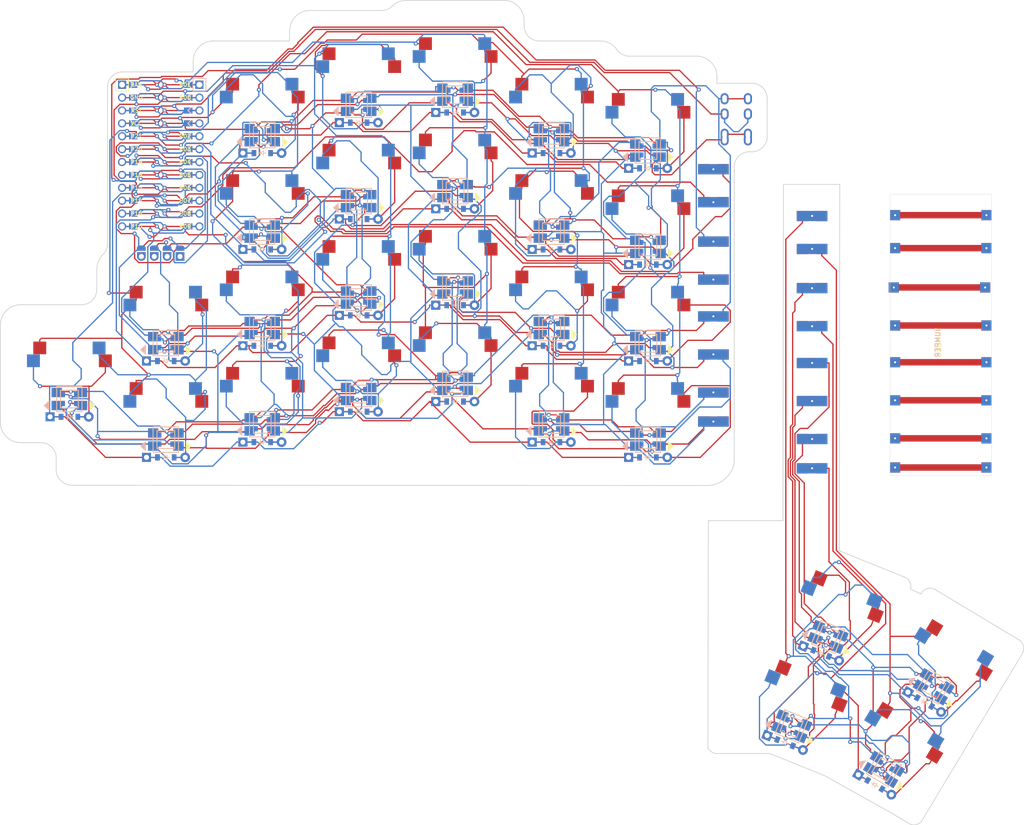
<source format=kicad_pcb>
(kicad_pcb (version 20211014) (generator pcbnew)
  (title_block (title "scaarix_flow") (rev "v1.0.0") (company "Unknown"))
  (layers (0 "F.Cu" signal) (31 "B.Cu" signal) (34 "B.Paste" user) (35 "F.Paste" user) (36 "B.SilkS" user "B.Silkscreen") (37 "F.SilkS" user "F.Silkscreen") (38 "B.Mask" user) (39 "F.Mask" user) (44 "Edge.Cuts" user))
  (net 0 "")
  (net 1 "RAW")
  (net 2 "GND")
  (net 3 "RST")
  (net 4 "VCC")
  (net 5 "P21")
  (net 6 "P20")
  (net 7 "P19")
  (net 8 "P18")
  (net 9 "P15")
  (net 10 "P14")
  (net 11 "P16")
  (net 12 "P10")
  (net 13 "P1")
  (net 14 "P0")
  (net 15 "P2")
  (net 16 "P3")
  (net 17 "P4")
  (net 18 "P5")
  (net 19 "P6")
  (net 20 "P7")
  (net 21 "P8")
  (net 22 "P9")
  (net 23 "single_bottom")
  (net 24 "tab_bottom")
  (net 25 "tab_home")
  (net 26 "pinkie_bottom")
  (net 27 "pinkie_home")
  (net 28 "pinkie_top")
  (net 29 "pinkie_num")
  (net 30 "ring_bottom")
  (net 31 "ring_home")
  (net 32 "ring_top")
  (net 33 "ring_num")
  (net 34 "middle_bottom")
  (net 35 "middle_home")
  (net 36 "middle_top")
  (net 37 "middle_num")
  (net 38 "index_bottom")
  (net 39 "index_home")
  (net 40 "index_top")
  (net 41 "index_num")
  (net 42 "far_bottom")
  (net 43 "far_home")
  (net 44 "far_top")
  (net 45 "far_num")
  (net 46 "1_bottom")
  (net 47 "1_top")
  (net 48 "2_bottom")
  (net 49 "2_top")
  (net 50 "D1")
  (footprint "WS2812B" (layer "F.Cu") (at 226.1 62.3)
    (fp_text reference "LED19" hide)
    (fp_text value "" hide)
  )
  (footprint "ComboDiode" (layer "F.Cu") (at 169.1 84.8)
    (fp_text reference "D6" hide)
    (fp_text value "" hide)
  )
  (footprint "ComboDiode" (layer "F.Cu") (at 188.1 97.8)
    (fp_text reference "D9" hide)
    (fp_text value "" hide)
  )
  (footprint "WS2812B" (layer "F.Cu") (at 131.1 114.3)
    (fp_text reference "LED1" hide)
    (fp_text value "" hide)
  )
  (footprint "ComboDiode" (layer "F.Cu") (at 299.5937 174.0517 -31)
    (fp_text reference "D27" hide)
    (fp_text value "" hide)
  )
  (footprint "WS2812B" (layer "F.Cu") (at 245.1 122.3)
    (fp_text reference "LED20" hide)
    (fp_text value "" hide)
  )
  (footprint "MX" (layer "F.Cu") (at 207.1 49.3)
    (fp_text reference "S15" hide)
    (fp_text value "" hide)
  )
  (footprint "WS2812B" (layer "F.Cu") (at 226.1 119.3)
    (fp_text reference "LED16" hide)
    (fp_text value "" hide)
  )
  (footprint "MX" (layer "F.Cu") (at 188.1 70.3)
    (fp_text reference "S10" hide)
    (fp_text value "" hide)
  )
  (footprint "MX" (layer "F.Cu") (at 150.1 98.3)
    (fp_text reference "S3" hide)
    (fp_text value "" hide)
  )
  (footprint "WS2812B" (layer "F.Cu") (at 245.1 65.3)
    (fp_text reference "LED23" hide)
    (fp_text value "" hide)
  )
  (footprint "MX" (layer "F.Cu") (at 245.1 79.3)
    (fp_text reference "S22" hide)
    (fp_text value "" hide)
  )
  (footprint "MX" (layer "F.Cu") (at 245.1 117.3)
    (fp_text reference "S20" hide)
    (fp_text value "" hide)
  )
  (footprint "ComboDiode" (layer "F.Cu") (at 226.1 65.8)
    (fp_text reference "D19" hide)
    (fp_text value "" hide)
  )
  (footprint "MX" (layer "F.Cu") (at 226.1 114.3)
    (fp_text reference "S16" hide)
    (fp_text value "" hide)
  )
  (footprint "ComboDiode" (layer "F.Cu") (at 279.2334 164.4522 -22)
    (fp_text reference "D25" hide)
    (fp_text value "" hide)
  )
  (footprint "WS2812B" (layer "F.Cu") (at 188.1 94.3)
    (fp_text reference "LED9" hide)
    (fp_text value "" hide)
  )
  (footprint "WS2812B" (layer "F.Cu") (at 188.1 75.3)
    (fp_text reference "LED10" hide)
    (fp_text value "" hide)
  )
  (footprint "MX" (layer "F.Cu") (at 188.1 89.3)
    (fp_text reference "S9" hide)
    (fp_text value "" hide)
  )
  (footprint "ComboDiode" (layer "F.Cu") (at 150.1 106.8)
    (fp_text reference "D3" hide)
    (fp_text value "" hide)
  )
  (footprint "MX" (layer "F.Cu") (at 226.1 57.3)
    (fp_text reference "S19" hide)
    (fp_text value "" hide)
  )
  (footprint "ComboDiode" (layer "F.Cu") (at 207.1 76.8)
    (fp_text reference "D14" hide)
    (fp_text value "" hide)
  )
  (footprint "ComboDiode" (layer "F.Cu") (at 226.1 103.8)
    (fp_text reference "D17" hide)
    (fp_text value "" hide)
  )
  (footprint "WS2812B" (layer "F.Cu") (at 301.3963 171.0516 -31)
    (fp_text reference "LED27" hide)
    (fp_text value "" hide)
  )
  (footprint "ComboDiode" (layer "F.Cu") (at 188.1 116.8)
    (fp_text reference "D8" hide)
    (fp_text value "" hide)
  )
  (footprint "MX" (layer "F.Cu") (at 169.1 114.3)
    (fp_text reference "S4" hide)
    (fp_text value "" hide)
  )
  (footprint "ComboDiode" (layer "F.Cu") (at 131.1 117.8)
    (fp_text reference "D1" hide)
    (fp_text value "" hide)
  )
  (footprint "WS2812B" (layer "F.Cu") (at 169.1 100.3)
    (fp_text reference "LED5" hide)
    (fp_text value "" hide)
  )
  (footprint "WS2812B" (layer "F.Cu") (at 150.1 122.3)
    (fp_text reference "LED2" hide)
    (fp_text value "" hide)
  )
  (footprint "WS2812B" (layer "F.Cu") (at 169.1 62.3)
    (fp_text reference "LED7" hide)
    (fp_text value "" hide)
  )
  (footprint "WS2812B" (layer "F.Cu") (at 150.1 103.3)
    (fp_text reference "LED3" hide)
    (fp_text value "" hide)
  )
  (footprint "WS2812B" (layer "F.Cu") (at 207.1 111.3)
    (fp_text reference "LED12" hide)
    (fp_text value "" hide)
  )
  (footprint "ComboDiode" (layer "F.Cu") (at 245.1 87.8)
    (fp_text reference "D22" hide)
    (fp_text value "" hide)
  )
  (footprint "MX" (layer "F.Cu") (at 188.1 51.3)
    (fp_text reference "S11" hide)
    (fp_text value "" hide)
  )
  (footprint "ComboDiode" (layer "F.Cu") (at 226.1 122.8)
    (fp_text reference "D16" hide)
    (fp_text value "" hide)
  )
  (footprint "MX" (layer "F.Cu") (at 282.4175 156.5711 -22)
    (fp_text reference "S25" hide)
    (fp_text value "" hide)
  )
  (footprint "eric's footprints:ProMicro Reverse" (layer "F.Cu") (at 149.1 66.3 -90)
    (fp_text reference "MCU1" hide)
    (fp_text value "")
  )
  (footprint "ComboDiode" (layer "F.Cu") (at 169.1 122.8)
    (fp_text reference "D4" hide)
    (fp_text value "" hide)
  )
  (footprint "WS2812B" (layer "F.Cu") (at 226.1 100.3)
    (fp_text reference "LED17" hide)
    (fp_text value "" hide)
  )
  (footprint "MX" (layer "F.Cu") (at 245.1 60.3)
    (fp_text reference "S23" hide)
    (fp_text value "" hide)
  )
  (footprint "WS2812B" (layer "F.Cu") (at 207.1 92.3)
    (fp_text reference "LED13" hide)
    (fp_text value "" hide)
  )
  (footprint "WS2812B" (layer "F.Cu") (at 245.1 103.3)
    (fp_text reference "LED21" hide)
    (fp_text value "" hide)
  )
  (footprint "TRRS-PJ-320A-dual" (layer "F.Cu") (at 264.8 51.9)
    (fp_text reference "TRRS")
    (fp_text value " ")
  )
  (footprint "ComboDiode" (layer "F.Cu") (at 207.1 57.8)
    (fp_text reference "D15" hide)
    (fp_text value "" hide)
  )
  (footprint "eric's footprints:OLED-128x32-double-sided" (layer "F.Cu") (at 143.1 87.8 90)
    (fp_text reference "OLED1" hide)
    (fp_text value " ")
  )
  (footprint "ComboDiode" (layer "F.Cu") (at 245.1 125.8)
    (fp_text reference "D20" hide)
    (fp_text value "" hide)
  )
  (footprint "MX" (layer "F.Cu") (at 245.1 98.3)
    (fp_text reference "S21" hide)
    (fp_text value "" hide)
  )
  (footprint "WS2812B" (layer "F.Cu") (at 207.1 54.3)
    (fp_text reference "LED15" hide)
    (fp_text value "" hide)
  )
  (footprint "MX" (layer "F.Cu") (at 150.1 117.3)
    (fp_text reference "S2" hide)
    (fp_text value "" hide)
  )
  (footprint "WS2812B" (layer "F.Cu") (at 169.1 81.3)
    (fp_text reference "LED6" hide)
    (fp_text value "" hide)
  )
  (footprint "ComboDiode" (layer "F.Cu") (at 150.1 125.8)
    (fp_text reference "D2" hide)
    (fp_text value "" hide)
  )
  (footprint "MX" (layer "F.Cu") (at 188.1 108.3)
    (fp_text reference "S8" hide)
    (fp_text value "" hide)
  )
  (footprint "ComboDiode" (layer "F.Cu") (at 169.1 103.8)
    (fp_text reference "D5" hide)
    (fp_text value "" hide)
  )
  (footprint "MX" (layer "F.Cu") (at 207.1 87.3)
    (fp_text reference "S13" hide)
    (fp_text value "" hide)
  )
  (footprint "ComboDiode" (layer "F.Cu") (at 169.1 65.8)
    (fp_text reference "D7" hide)
    (fp_text value "" hide)
  )
  (footprint "MX" (layer "F.Cu") (at 131.1 109.3)
    (fp_text reference "S1" hide)
    (fp_text value "" hide)
  )
  (footprint "ComboDiode" (layer "F.Cu") (at 207.1 95.8)
    (fp_text reference "D13" hide)
    (fp_text value "" hide)
  )
  (footprint "MX" (layer "F.Cu") (at 169.1 95.3)
    (fp_text reference "S5" hide)
    (fp_text value "" hide)
  )
  (footprint "ComboDiode" (layer "F.Cu") (at 289.808 190.3378 -31)
    (fp_text reference "D26" hide)
    (fp_text value "" hide)
  )
  (footprint "fissure:bridge" (layer "F.Cu") (at 293.8 107.55 90)
    (fp_text reference "J3" hide)
    (fp_text value " ")
  )
  (footprint "ComboDiode" (layer "F.Cu") (at 226.1 84.8)
    (fp_text reference "D18" hide)
    (fp_text value "" hide)
  )
  (footprint "WS2812B" (layer "F.Cu") (at 291.6106 187.3378 -31)
    (fp_text reference "LED26" hide)
    (fp_text value "" hide)
  )
  (footprint "MX" (layer "F.Cu") (at 303.9715 166.7657 -31)
    (fp_text reference "S27" hide)
    (fp_text value "" hide)
  )
  (footprint "WS2812B" (layer "F.Cu") (at 273.427 178.8235 -22)
    (fp_text reference "LED24" hide)
    (fp_text value "" hide)
  )
  (footprint "MX" (layer "F.Cu") (at 169.1 76.3)
    (fp_text reference "S6" hide)
    (fp_text value "" hide)
  )
  (footprint "eric's footprints:bridge-conn small" (layer "F.Cu") (at 311.8 107.55 90)
    (fp_text reference "J4" hide)
    (fp_text value " ")
  )
  (footprint "MX" (layer "F.Cu") (at 207.1 106.3)
    (fp_text reference "S12" hide)
    (fp_text value "" hide)
  )
  (footprint "MX" (layer "F.Cu") (at 169.1 57.3)
    (fp_text reference "S7" hide)
    (fp_text value "" hide)
  )
  (footprint "MX" (layer "F.Cu") (at 207.1 68.3)
    (fp_text reference "S14" hide)
    (fp_text value "" hide)
  )
  (footprint "WS2812B" (layer "F.Cu") (at 188.1 56.3)
    (fp_text reference "LED11" hide)
    (fp_text value "" hide)
  )
  (footprint "MX" (layer "F.Cu") (at 226.1 76.3)
    (fp_text reference "S18" hide)
    (fp_text value "" hide)
  )
  (footprint "ComboDiode" (layer "F.Cu") (at 245.1 106.8)
    (fp_text reference "D21" hide)
    (fp_text value "" hide)
  )
  (footprint "ComboDiode" (layer "F.Cu") (at 188.1 59.8)
    (fp_text reference "D11" hide)
    (fp_text value "" hide)
  )
  (footprint "MX" (layer "F.Cu") (at 226.1 95.3)
    (fp_text reference "S17" hide)
    (fp_text value "" hide)
  )
  (footprint "WS2812B" (layer "F.Cu") (at 280.5445 161.207 -22)
    (fp_text reference "LED25" hide)
    (fp_text value "" hide)
  )
  (footprint "WS2812B" (layer "F.Cu") (at 207.1 73.3)
    (fp_text reference "LED14" hide)
    (fp_text value "" hide)
  )
  (footprint "WS2812B" (layer "F.Cu") (at 245.1 84.3)
    (fp_text reference "LED22" hide)
    (fp_text value "" hide)
  )
  (footprint "ComboDiode" (layer "F.Cu") (at 272.1158 182.0686 -22)
    (fp_text reference "D24" hide)
    (fp_text value "" hide)
  )
  (footprint "MX" (layer "F.Cu") (at 275.3 174.1876 -22)
    (fp_text reference "S24" hide)
    (fp_text value "" hide)
  )
  (footprint "WS2812B" (layer "F.Cu") (at 169.1 119.3)
    (fp_text reference "LED4" hide)
    (fp_text value "" hide)
  )
  (footprint "WS2812B" (layer "F.Cu") (at 226.1 81.3)
    (fp_text reference "LED18" hide)
    (fp_text value "" hide)
  )
  (footprint "ComboDiode" (layer "F.Cu") (at 188.1 78.8)
    (fp_text reference "D10" hide)
    (fp_text value "" hide)
  )
  (footprint "MX" (layer "F.Cu") (at 294.1858 183.0519 -31)
    (fp_text reference "S26" hide)
    (fp_text value "" hide)
  )
  (footprint "ComboDiode" (layer "F.Cu") (at 245.1 68.8)
    (fp_text reference "D23" hide)
    (fp_text value "" hide)
  )
  (footprint "ComboDiode" (layer "F.Cu") (at 207.1 114.8)
    (fp_text reference "D12" hide)
    (fp_text value "" hide)
  )
  (footprint "WS2812B" (layer "F.Cu") (at 188.1 113.3)
    (fp_text reference "LED8" hide)
    (fp_text value "" hide)
  )
  (footprint "WS2812B" (layer "B.Cu") (at 188.1 75.3 180)
    (fp_text reference "LED37" hide)
    (fp_text value "" hide)
  )
  (footprint "WS2812B" (layer "B.Cu") (at 150.1 122.3 180)
    (fp_text reference "LED29" hide)
    (fp_text value "" hide)
  )
  (footprint "WS2812B" (layer "B.Cu") (at 207.1 73.3 180)
    (fp_text reference "LED41" hide)
    (fp_text value "" hide)
  )
  (footprint "WS2812B" (layer "B.Cu") (at 169.1 119.275 180)
    (fp_text reference "LED31" hide)
    (fp_text value "" hide)
  )
  (footprint "WS2812B" (layer "B.Cu") (at 226.1 119.3 180)
    (fp_text reference "LED43" hide)
    (fp_text value "" hide)
  )
  (footprint "WS2812B" (layer "B.Cu") (at 207.1 111.3 180)
    (fp_text reference "LED39" hide)
    (fp_text value "" hide)
  )
  (footprint "WS2812B" (layer "B.Cu") (at 188.1 94.3 180)
    (fp_text reference "LED36" hide)
    (fp_text value "" hide)
  )
  (footprint "WS2812B" (layer "B.Cu") (at 245.1 122.3 180)
    (fp_text reference "LED47" hide)
    (fp_text value "" hide)
  )
  (footprint "WS2812B" (layer "B.Cu") (at 188.1 56.3 180)
    (fp_text reference "LED38" hide)
    (fp_text value "" hide)
  )
  (footprint "WS2812B" (layer "B.Cu") (at 207.1 54.3 180)
    (fp_text reference "LED42" hide)
    (fp_text value "" hide)
  )
  (footprint "eric's footprints:bridge" (layer "B.Cu") (at 277.45 107.7 90)
    (fp_text reference "J2" hide)
    (fp_text value "Conn_01x06" hide)
  )
  (footprint "WS2812B" (layer "B.Cu") (at 245.1 65.3 180)
    (fp_text reference "LED50" hide)
    (fp_text value "" hide)
  )
  (footprint "WS2812B" (layer "B.Cu") (at 131.1 114.3 180)
    (fp_text reference "LED28" hide)
    (fp_text value "" hide)
  )
  (footprint "WS2812B" (layer "B.Cu") (at 207.1 92.3 180)
    (fp_text reference "LED40" hide)
    (fp_text value "" hide)
  )
  (footprint "WS2812B" (layer "B.Cu") (at 188.1 113.3 180)
    (fp_text reference "LED35" hide)
    (fp_text value "" hide)
  )
  (footprint "WS2812B" (layer "B.Cu") (at 169.1 62.275 180)
    (fp_text reference "LED34" hide)
    (fp_text value "" hide)
  )
  (footprint "WS2812B" (layer "B.Cu") (at 226.1 100.3 180)
    (fp_text reference "LED44" hide)
    (fp_text value "" hide)
  )
  (footprint "WS2812B" (layer "B.Cu") (at 280.6 161.2125 158)
    (fp_text reference "LED52" hide)
    (fp_text value "" hide)
  )
  (footprint "WS2812B" (layer "B.Cu") (at 273.4 178.8125 158)
    (fp_text reference "LED51" hide)
    (fp_text value "" hide)
  )
  (footprint "WS2812B" (layer "B.Cu") (at 150.1 103.3 180)
    (fp_text reference "LED30" hide)
    (fp_text value "" hide)
  )
  (footprint "WS2812B" (layer "B.Cu") (at 226.1 62.3 180)
    (fp_text reference "LED46" hide)
    (fp_text value "" hide)
  )
  (footprint "WS2812B" (layer "B.Cu") (at 301.4 171.0125 149)
    (fp_text reference "LED54" hide)
    (fp_text value "" hide)
  )
  (footprint "WS2812B" (layer "B.Cu") (at 169.1 100.275 180)
    (fp_text reference "LED32" hide)
    (fp_text value "" hide)
  )
  (footprint "WS2812B" (layer "B.Cu") (at 245.1 84.3 180)
    (fp_text reference "LED49" hide)
    (fp_text value "" hide)
  )
  (footprint "WS2812B" (layer "B.Cu") (at 169.1 81.275 180)
    (fp_text reference "LED33" hide)
    (fp_text value "" hide)
  )
  (footprint "WS2812B" (layer "B.Cu") (at 291.6 187.3125 149)
    (fp_text reference "LED53" hide)
    (fp_text value "" hide)
  )
  (footprint "WS2812B" (layer "B.Cu") (at 245.1 103.3 180)
    (fp_text reference "LED48" hide)
    (fp_text value "" hide)
  )
  (footprint "WS2812B" (layer "B.Cu") (at 226.1 81.3 180)
    (fp_text reference "LED45" hide)
    (fp_text value "" hide)
  )
  (footprint "eric's footprints:bridge" (layer "B.Cu") (at 258 98.5 90)
    (fp_text reference "J1" hide)
    (fp_text value "Conn_01x06" hide)
  )
  (gr_line (start 174.5 43.7) (end 159.5 43.7) (layer "Edge.Cuts") (width 0.15))
  (gr_arc (start 318.174778 161.766927) (mid 319.085152 162.997452) (end 318.859037 164.511338) (layer "Edge.Cuts") (width 0.15))
  (gr_line (start 293.160869 195.970681) (end 296.440172 197.939388) (layer "Edge.Cuts") (width 0.15))
  (gr_line (start 131.6 131.3) (end 256.36507 131.344501) (layer "Edge.Cuts") (width 0.15))
  (gr_line (start 268.6 62.55) (end 268.6 55.05) (layer "Edge.Cuts") (width 0.15))
  (gr_line (start 265.6 52.05) (end 258.7 52.05) (layer "Edge.Cuts") (width 0.15))
  (gr_line (start 216.7 35.7) (end 197.5 35.7) (layer "Edge.Cuts") (width 0.15))
  (gr_line (start 220.7 40.7) (end 220.7 39.7) (layer "Edge.Cuts") (width 0.15))
  (gr_arc (start 223.7 43.7) (mid 221.57868 42.82132) (end 220.7 40.7) (layer "Edge.Cuts") (width 0.15))
  (gr_line (start 292.8 73.9) (end 312.8 73.9) (layer "Edge.Cuts") (width 0.05))
  (gr_line (start 121.5 122.9) (end 125.5 122.9) (layer "Edge.Cuts") (width 0.15))
  (gr_arc (start 194.700583 36.842857) (mid 195.988142 35.996719) (end 197.5 35.7) (layer "Edge.Cuts") (width 0.15))
  (gr_line (start 312.8 73.9) (end 312.8 129.4) (layer "Edge.Cuts") (width 0.05))
  (gr_line (start 256.916673 183.068496) (end 257 138.28) (layer "Edge.Cuts") (width 0.15))
  (gr_line (start 136.5 88.7) (end 136.5 92.7) (layer "Edge.Cuts") (width 0.15))
  (gr_arc (start 138.6 52.8) (mid 139.47868 50.67868) (end 141.6 49.8) (layer "Edge.Cuts") (width 0.15))
  (gr_arc (start 262.1 126.9) (mid 260.076946 130.211824) (end 256.36507 131.344501) (layer "Edge.Cuts") (width 0.15))
  (gr_line (start 308.970306 180.96895) (end 318.859037 164.511338) (layer "Edge.Cuts") (width 0.15))
  (gr_line (start 298.972756 152.562455) (end 298.876192 152.723164) (layer "Edge.Cuts") (width 0.15))
  (gr_arc (start 279.908969 188.559805) (mid 279.882175 188.549644) (end 279.855529 188.5391) (layer "Edge.Cuts") (width 0.15))
  (gr_line (start 258.7 52.05) (end 258.7 50.7) (layer "Edge.Cuts") (width 0.15))
  (gr_arc (start 131.6 131.3) (mid 129.299465 130.284311) (end 128.5 127.9) (layer "Edge.Cuts") (width 0.15))
  (gr_line (start 192.601021 37.7) (end 178.5 37.7) (layer "Edge.Cuts") (width 0.15))
  (gr_arc (start 121.5 122.9) (mid 118.643148 121.70005) (end 117.5 118.82) (layer "Edge.Cuts") (width 0.15))
  (gr_arc (start 136.5 88.7) (mid 136.812182 87.150807) (end 137.7 85.843429) (layer "Edge.Cuts") (width 0.15))
  (gr_arc (start 298.972755 152.562455) (mid 300.203252 151.651963) (end 301.717166 151.878196) (layer "Edge.Cuts") (width 0.15))
  (gr_arc (start 155.5 47.7) (mid 156.671573 44.871573) (end 159.5 43.7) (layer "Edge.Cuts") (width 0.15))
  (gr_arc (start 138.6 83.701) (mid 138.365863 84.862895) (end 137.7 85.843429) (layer "Edge.Cuts") (width 0.15))
  (gr_line (start 138.6 52.8) (end 138.6 83.701) (layer "Edge.Cuts") (width 0.15))
  (gr_line (start 117.5 99.7) (end 117.5 118.82) (layer "Edge.Cuts") (width 0.15))
  (gr_arc (start 262.1 68.55) (mid 262.97868 66.42868) (end 265.1 65.55) (layer "Edge.Cuts") (width 0.15))
  (gr_line (start 282.9 71.987543) (end 271.8 71.987543) (layer "Edge.Cuts") (width 0.15))
  (gr_arc (start 241.444563 46.700001) (mid 240.055841 46.359201) (end 238.982607 45.414286) (layer "Edge.Cuts") (width 0.15))
  (gr_arc (start 174.5 41.7) (mid 175.671573 38.871573) (end 178.5 37.7) (layer "Edge.Cuts") (width 0.15))
  (gr_arc (start 216.7 35.7) (mid 219.528427 36.871573) (end 220.7 39.7) (layer "Edge.Cuts") (width 0.15))
  (gr_arc (start 254.7 46.7) (mid 257.528427 47.871573) (end 258.7 50.7) (layer "Edge.Cuts") (width 0.15))
  (gr_line (start 282.8 144.212458) (end 282.9 71.987543) (layer "Edge.Cuts") (width 0.15))
  (gr_line (start 128.5 127.9) (end 128.5 125.9) (layer "Edge.Cuts") (width 0.15))
  (gr_line (start 292.8 115.9) (end 292.8 105.4) (layer "Edge.Cuts") (width 0.05))
  (gr_line (start 279.908969 188.559805) (end 293.160869 195.970681) (layer "Edge.Cuts") (width 0.15))
  (gr_line (start 262.1 126.9) (end 262.1 68.55) (layer "Edge.Cuts") (width 0.15))
  (gr_line (start 271.7 138.270019) (end 271.8 71.987543) (layer "Edge.Cuts") (width 0.15))
  (gr_line (start 295.663929 149.411941) (end 282.8 144.212458) (layer "Edge.Cuts") (width 0.15))
  (gr_arc (start 265.6 52.05) (mid 267.72132 52.92868) (end 268.6 55.05) (layer "Edge.Cuts") (width 0.15))
  (gr_arc (start 299.184583 197.255129) (mid 297.96504 198.209554) (end 296.440172 197.939388) (layer "Edge.Cuts") (width 0.15))
  (gr_arc (start 268.6 62.55) (mid 267.72132 64.67132) (end 265.6 65.55) (layer "Edge.Cuts") (width 0.15))
  (gr_line (start 258.712202 184.187544) (end 268.501909 184.187544) (layer "Edge.Cuts") (width 0.15))
  (gr_line (start 318.174778 161.766927) (end 301.717166 151.878196) (layer "Edge.Cuts") (width 0.15))
  (gr_arc (start 268.501909 184.187544) (mid 269.074337 184.24266) (end 269.625729 184.405992) (layer "Edge.Cuts") (width 0.15))
  (gr_arc (start 194.700584 36.842857) (mid 193.734913 37.477456) (end 192.601021 37.7) (layer "Edge.Cuts") (width 0.15))
  (gr_line (start 292.8 105.4) (end 292.8 99.4) (layer "Edge.Cuts") (width 0.05))
  (gr_line (start 292.8 122.9) (end 292.8 129.4) (layer "Edge.Cuts") (width 0.05))
  (gr_arc (start 125.5 122.9) (mid 127.62132 123.77868) (end 128.5 125.9) (layer "Edge.Cuts") (width 0.15))
  (gr_arc (start 258.712201 184.187544) (mid 257.654359 183.884868) (end 256.916673 183.068496) (layer "Edge.Cuts") (width 0.15))
  (gr_arc (start 136.5 92.7) (mid 135.62132 94.82132) (end 133.5 95.7) (layer "Edge.Cuts") (width 0.15))
  (gr_line (start 155.5 47.7) (end 155.5 49.8) (layer "Edge.Cuts") (width 0.15))
  (gr_line (start 174.5 41.7) (end 174.5 43.7) (layer "Edge.Cuts") (width 0.15))
  (gr_line (start 269.625729 184.405992) (end 279.855529 188.5391) (layer "Edge.Cuts") (width 0.15))
  (gr_line (start 257 138.28) (end 271.7 138.270019) (layer "Edge.Cuts") (width 0.15))
  (gr_arc (start 295.663929 149.411941) (mid 296.70144 150.367661) (end 296.850142 151.770415) (layer "Edge.Cuts") (width 0.15))
  (gr_line (start 155.5 49.8) (end 141.6 49.8) (layer "Edge.Cuts") (width 0.15))
  (gr_line (start 292.8 99.4) (end 292.8 73.9) (layer "Edge.Cuts") (width 0.05))
  (gr_line (start 254.7 46.7) (end 241.444563 46.7) (layer "Edge.Cuts") (width 0.15))
  (gr_arc (start 235.7 43.7) (mid 237.55164 44.154379) (end 238.982607 45.414286) (layer "Edge.Cuts") (width 0.15))
  (gr_arc (start 117.5 99.7) (mid 118.671573 96.871573) (end 121.5 95.7) (layer "Edge.Cuts") (width 0.15))
  (gr_line (start 265.1 65.55) (end 265.6 65.55) (layer "Edge.Cuts") (width 0.15))
  (gr_line (start 292.8 122.9) (end 292.8 115.9) (layer "Edge.Cuts") (width 0.05))
  (gr_line (start 133.5 95.7) (end 121.5 95.7) (layer "Edge.Cuts") (width 0.15))
  (gr_line (start 292.8 129.4) (end 312.8 129.4) (layer "Edge.Cuts") (width 0.05))
  (gr_line (start 298.876192 152.723164) (end 296.850142 151.770415) (layer "Edge.Cuts") (width 0.15))
  (gr_line (start 235.7 43.7) (end 223.7 43.7) (layer "Edge.Cuts") (width 0.15))
  (gr_line (start 299.184583 197.255129) (end 308.970306 180.96895) (layer "Edge.Cuts") (width 0.15))
  (gr_text "JUMPER" (at 302.2 103.15 90) (layer "B.SilkS") (effects (font (size 1 1)) (justify mirror)))
  (gr_text "JUMPER" (at 302.3 103.15 270) (layer "F.SilkS") (effects (font (size 1 1))))
  (segment (start 148.975 53.217) (end 149.862 52.33) (width 0.25) (layer "F.Cu") (net 1))
  (segment (start 146.6046 53.217) (end 148.975 53.217) (width 0.25) (layer "F.Cu") (net 1))
  (segment (start 153.926 52.33) (end 149.862 52.33) (width 0.25) (layer "F.Cu") (net 1))
  (via (at 146.6046 53.217) (size 0.8) (drill 0.4) (layers "F.Cu" "B.Cu") (net 1))
  (segment (start 145.7176 52.33) (end 146.6046 53.217) (width 0.25) (layer "B.Cu") (net 1))
  (segment (start 144.274 52.33) (end 145.7176 52.33) (width 0.25) (layer "B.Cu") (net 1))
  (segment (start 133.6 115.9) (end 133.3 115.6) (width 0.25) (layer "F.Cu") (net 2))
  (segment (start 150.1524 104.6) (end 149.8323 104.9201) (width 0.25) (layer "F.Cu") (net 2))
  (segment (start 247.45 85.75) (end 247.3 85.6) (width 0.25) (layer "F.Cu") (net 2))
  (segment (start 292.9295 189.9969) (end 291.5958 189.1956) (width 0.25) (layer "F.Cu") (net 2))
  (segment (start 245.9448 69.5616) (end 246.4728 70.0896) (width 0.25) (layer "F.Cu") (net 2))
  (segment (start 171.3 63.175) (end 169.6749 63.175) (width 0.25) (layer "F.Cu") (net 2))
  (segment (start 171.3 120.5375) (end 171.3 120.175) (width 0.25) (layer "F.Cu") (net 2))
  (segment (start 292.9295 189.9969) (end 293.0457 189.8807) (width 0.25) (layer "F.Cu") (net 2))
  (segment (start 192.4967 80.0872) (end 186.9946 80.0872) (width 0.25) (layer "F.Cu") (net 2))
  (segment (start 246.4728 70.0896) (end 249.7375 70.0896) (width 0.25) (layer "F.Cu") (net 2))
  (segment (start 247.45 85.75) (end 246.0499 84.3499) (width 0.25) (layer "F.Cu") (net 2))
  (segment (start 144.3266 56.1883) (end 141.0396 56.1883) (width 0.25) (layer "F.Cu") (net 2))
  (segment (start 152.6 123.9) (end 153.9251 123.9) (width 0.25) (layer "F.Cu") (net 2))
  (segment (start 249.7375 70.0896) (end 256.6271 63.2) (width 0.25) (layer "F.Cu") (net 2))
  (segment (start 247.6 85.9) (end 247.45 85.75) (width 0.25) (layer "F.Cu") (net 2))
  (segment (start 226.6749 63.175) (end 225.8498 62.3499) (width 0.25) (layer "F.Cu") (net 2))
  (segment (start 144.4178 75.19) (end 144.4177 75.19) (width 0.25) (layer "F.Cu") (net 2))
  (segment (start 277.936 176.4618) (end 277.824 176.3498) (width 0.25) (layer "F.Cu") (net 2))
  (segment (start 301.3815 172.9094) (end 300.9018 173.3891) (width 0.25) (layer "F.Cu") (net 2))
  (segment (start 282.2565 163.6204) (end 282.2565 162.8424) (width 0.25) (layer "F.Cu") (net 2))
  (segment (start 258 118.75) (end 259.9 118.75) (width 0.25) (layer "F.Cu") (net 2))
  (segment (start 280.7751 146.3819) (end 284.7928 150.3996) (width 0.25) (layer "F.Cu") (net 2))
  (segment (start 171.6 63.9) (end 171.6 63.475) (width 0.25) (layer "F.Cu") (net 2))
  (segment (start 190.3 57.175) (end 191.9251 57.175) (width 0.25) (layer "F.Cu") (net 2))
  (segment (start 190.3 95.5375) (end 190.3 95.175) (width 0.25) (layer "F.Cu") (net 2))
  (segment (start 190.3 114.175) (end 190.6 114.475) (width 0.25) (layer "F.Cu") (net 2))
  (segment (start 291.1047 188.3079) (end 291.1661 188.3693) (width 0.25) (layer "F.Cu") (net 2))
  (segment (start 222.0701 100.3499) (end 218.9265 97.2063) (width 0.25) (layer "F.Cu") (net 2))
  (segment (start 299.7218 174.1142) (end 299.7218 175.8318) (width 0.25) (layer "F.Cu") (net 2))
  (segment (start 227.9375 101.9) (end 227.9375 101.175) (width 0.25) (layer "F.Cu") (net 2))
  (segment (start 190.6 114.475) (end 190.6 114.9) (width 0.25) (layer "F.Cu") (net 2))
  (segment (start 280.9248 163.6204) (end 282.2565 163.6204) (width 0.25) (layer "F.Cu") (net 2))
  (segment (start 293.8 127.8) (end 311.8 127.8) (width 1.27) (layer "F.Cu") (net 2))
  (segment (start 144.7718 87.3977) (end 150.8372 87.3977) (width 0.25) (layer "F.Cu") (net 2))
  (segment (start 218.9096 59.0626) (end 217.4376 59.0626) (width 0.25) (layer "F.Cu") (net 2))
  (segment (start 209.6 55.9) (end 210.9251 55.9) (width 0.25) (layer "F.Cu") (net 2))
  (segment (start 133.3 115.175) (end 131.6749 115.175) (width 0.25) (layer "F.Cu") (net 2))
  (segment (start 207.9748 96.6187) (end 207.9748 94.9954) (width 0.25) (layer "F.Cu") (net 2))
  (segment (start 280.7751 127.95) (end 280.7751 146.3819) (width 0.25) (layer "F.Cu") (net 2))
  (segment (start 209.3 55.6) (end 209.6 55.9) (width 0.25) (layer "F.Cu") (net 2))
  (segment (start 276.9549 180.1092) (end 277.824 179.2401) (width 0.25) (layer "F.Cu") (net 2))
  (segment (start 181.5858 116.4669) (end 179.6163 118.4364) (width 0.25) (layer "F.Cu") (net 2))
  (segment (start 170.2749 82.9) (end 170.2749 83.6131) (width 0.25) (layer "F.Cu") (net 2))
  (segment (start 133.3 115.6) (end 133.3 115.175) (width 0.25) (layer "F.Cu") (net 2))
  (segment (start 190.6 76.9) (end 190.3 76.6) (width 0.25) (layer "F.Cu") (net 2))
  (segment (start 247.3 85.6) (end 247.3 85.175) (width 0.25) (layer "F.Cu") (net 2))
  (segment (start 190.6 95.9) (end 189.9375 95.9) (width 0.25) (layer "F.Cu") (net 2))
  (segment (start 190.3 114.175) (end 188.6749 114.175) (width 0.25) (layer "F.Cu") (net 2))
  (segment (start 143.9447 81.6834) (end 143.9447 86.5706) (width 0.25) (layer "F.Cu") (net 2))
  (segment (start 277.45 127.95) (end 280.7751 127.95) (width 0.25) (layer "F.Cu") (net 2))
  (segment (start 139.8994 70.1374) (end 141.142 71.38) (width 0.25) (layer "F.Cu") (net 2))
  (segment (start 141.3017 81.6834) (end 143.9447 81.6834) (width 0.25) (layer "F.Cu") (net 2))
  (segment (start 179.6163 118.4364) (end 179.6163 119.073) (width 0.25) (layer "F.Cu") (net 2))
  (segment (start 209.6 74.9) (end 209.6 74.475) (width 0.25) (layer "F.Cu") (net 2))
  (segment (start 291.1661 188.3693) (end 291.5958 188.799) (width 0.25) (layer "F.Cu") (net 2))
  (segment (start 277.824 176.3498) (end 277.824 174.476) (width 0.25) (layer "F.Cu") (net 2))
  (segment (start 247.3 123.175) (end 245.6749 123.175) (width 0.25) (layer "F.Cu") (net 2))
  (segment (start 244.8498 65.3499) (end 245.6749 66.175) (width 0.25) (layer "F.Cu") (net 2))
  (segment (start 238.4761 103.3499) (end 244.5116 103.3499) (width 0.25) (layer "F.Cu") (net 2))
  (segment (start 170.2749 121.5045) (end 170.2749 120.9) (width 0.25) (layer "F.Cu") (net 2))
  (segment (start 152.3911 84.549) (end 152.9 84.549) (width 0.25) (layer "F.Cu") (net 2))
  (segment (start 247.6 123.9) (end 247.3 123.6) (width 0.25) (layer "F.Cu") (net 2))
  (segment (start 158.0391 123.9) (end 158.1533 124.0142) (width 0.25) (layer "F.Cu") (net 2))
  (segment (start 228.6 101.9) (end 227.9375 101.9) (width 0.25) (layer "F.Cu") (net 2))
  (segment (start 209.3 93.75) (end 209.3 93.175) (width 0.25) (layer "F.Cu") (net 2))
  (segment (start 237.3032 63.9) (end 238.7531 65.3499) (width 0.25) (layer "F.Cu") (net 2))
  (segment (start 141.0396 56.1883) (end 139.8994 57.3285) (width 0.25) (layer "F.Cu") (net 2))
  (segment (start 151.6101 86.6248) (end 151.6101 85.33) (width 0.25) (layer "F.Cu") (net 2))
  (segment (start 236.73 105.096) (end 227.7305 105.096) (width 0.25) (layer "F.Cu") (net 2))
  (segment (start 277.7115 174.3635) (end 277.7115 166.7445) (width 0.25) (layer "F.Cu") (net 2))
  (segment (start 170.9375 120.9) (end 170.2749 120.9) (width 0.25) (layer "F.Cu") (net 2))
  (segment (start 226.959 102.2159) (end 227.2749 101.9) (width 0.25) (layer "F.Cu") (net 2))
  (segment (start 209.45 93.75) (end 209.3 93.75) (width 0.25) (layer "F.Cu") (net 2))
  (segment (start 187.8401 96.85) (end 188.9875 96.85) (width 0.25) (layer "F.Cu") (net 2))
  (segment (start 207.9748 94.9954) (end 209.2202 93.75) (width 0.25) (layer "F.Cu") (net 2))
  (segment (start 152.3 104.6) (end 152.6 104.9) (width 0.25) (layer "F.Cu") (net 2))
  (segment (start 209.3 74.175) (end 207.1601 74.175) (width 0.25) (layer "F.Cu") (net 2))
  (segment (start 191.9251 57.175) (end 192.2252 57.175) (width 0.25) (layer "F.Cu") (net 2))
  (segment (start 228.3 82.175) (end 228.3 82.6) (width 0.25) (layer "F.Cu") (net 2))
  (segment (start 226.6749 101.175) (end 225.8498 100.3499) (width 0.25) (layer "F.Cu") (net 2))
  (segment (start 208.5624 97.2063) (end 207.9748 96.6187) (width 0.25) (layer "F.Cu") (net 2))
  (segment (start 209.6 93.9) (end 209.45 93.75) (width 0.25) (layer "F.Cu") (net 2))
  (segment (start 247.6 104.9) (end 247.3 104.6) (width 0.25) (layer "F.Cu") (net 2))
  (segment (start 296.5677 183.9563) (end 295.0321 185.4919) (width 0.25) (layer "F.Cu") (net 2))
  (segment (start 190.3 57.5375) (end 190.3 57.175) (width 0.25) (layer "F.Cu") (net 2))
  (segment (start 188.4271 114.4228) (end 187.8005 114.4228) (width 0.25) (layer "F.Cu") (net 2))
  (segment (start 143.4541 73.4699) (end 144.274 72.65) (width 0.25) (layer "F.Cu") (net 2))
  (segment (start 144.8491 75.19) (end 148.3138 75.19) (width 0.25) (layer "F.Cu") (net 2))
  (segment (start 237.3889 82.9) (end 238.8388 84.3499) (width 0.25) (layer "F.Cu") (net 2))
  (segment (start 300.9018 173.3891) (end 300.4469 173.3891) (width 0.25) (layer "F.Cu") (net 2))
  (segment (start 247.3 66.75) (end 247.3 66.175) (width 0.25) (layer "F.Cu") (net 2))
  (segment (start 148.3138 75.19) (end 148.3138 76.1937) (width 0.25) (layer "F.Cu") (net 2))
  (segment (start 179.6163 119.073) (end 177.7893 120.9) (width 0.25) (layer "F.Cu") (net 2))
  (segment (start 152.3 123.6) (end 152.6 123.9) (width 0.25) (layer "F.Cu") (net 2))
  (segment (start 189.2749 77.6635) (end 186.9229 80.0155) (width 0.25) (layer "F.Cu") (net 2))
  (segment (start 141.0762 76.4878) (end 140.3471 77.2169) (width 0.25) (layer "F.Cu") (net 2))
  (segment (start 169.6749 63.175) (end 169.3953 63.175) (width 0.25) (layer "F.Cu") (net 2))
  (segment (start 151.6101 85.33) (end 152.3911 84.549) (width 0.25) (layer "F.Cu") (net 2))
  (segment (start 258 118.75) (end 256.1 118.75) (width 0.25) (layer "F.Cu") (net 2))
  (segment (start 284.7928 150.3996) (end 284.7928 157.8413) (width 0.25) (layer "F.Cu") (net 2))
  (segment (start 302.7152 173.7107) (end 301.3815 172.9094) (width 0.25) (layer "F.Cu") (net 2))
  (segment (start 190.6 57.9) (end 189.9375 57.9) (width 0.25) (layer "F.Cu") (net 2))
  (segment (start 159.6084 104.9) (end 152.6 104.9) (width 0.25) (layer "F.Cu") (net 2))
  (segment (start 209.3 112.175) (end 207.3374 112.175) (width 0.25) (layer "F.Cu") (net 2))
  (segment (start 231.8996 120.9) (end 228.6 120.9) (width 0.25) (layer "F.Cu") (net 2))
  (segment (start 227.7305 105.096) (end 227.4897 104.8552) (width 0.25) (layer "F.Cu") (net 2))
  (segment (start 247.2202 66.75) (end 245.9448 68.0254) (width 0.25) (layer "F.Cu") (net 2))
  (segment (start 238.7531 65.3499) (end 244.8498 65.3499) (width 0.25) (layer "F.Cu") (net 2))
  (segment (start 292.0844 187.121) (end 292.0844 187.451) (width 0.25) (layer "F.Cu") (net 2))
  (segment (start 273.3232 179.7253) (end 273.3232 179.9906) (width 0.25) (layer "F.Cu") (net 2))
  (segment (start 183.8714 115.3035) (end 183.3858 115.3035) (width 0.25) (layer "F.Cu") (net 2))
  (segment (start 300.4469 173.3891) (end 299.7218 174.1142) (width 0.25) (layer "F.Cu") (net 2))
  (segment (start 284.7928 157.8413) (end 284.9735 158.022) (width 0.25) (layer "F.Cu") (net 2))
  (segment (start 293.0457 189.8807) (end 293.0457 189.2209) (width 0.25) (layer "F.Cu") (net 2))
  (segment (start 247.3 123.6) (end 247.3 123.175) (width 0.25) (layer "F.Cu") (net 2))
  (segment (start 217.4376 59.0626) (end 214.275 55.9) (width 0.25) (layer "F.Cu") (net 2))
  (segment (start 152.3 104.6) (end 150.1524 104.6) (width 0.25) (layer "F.Cu") (net 2))
  (segment (start 207.3374 112.175) (end 207.0288 111.8664) (width 0.25) (layer "F.Cu") (net 2))
  (segment (start 209.3 55.175) (end 209.3 55.6) (width 0.25) (layer "F.Cu") (net 2))
  (segment (start 275.139 180.4589) (end 276.9549 181.1925) (width 0.25) (layer "F.Cu") (net 2))
  (segment (start 256.1 118.75) (end 256.1 120.0751) (width 0.25) (layer "F.Cu") (net 2))
  (segment (start 171.6 101.475) (end 171.6 101.9) (width 0.25) (layer "F.Cu") (net 2))
  (segment (start 209.3 112.6) (end 209.6 112.9) (width 0.25) (layer "F.Cu") (net 2))
  (segment (start 150.8372 87.3977) (end 151.6101 86.6248) (width 0.25) (layer "F.Cu") (net 2))
  (segment (start 302.7152 173.7107) (end 302.8314 173.5945) (width 0.25) (layer "F.Cu") (net 2))
  (segment (start 247.3 104.6) (end 247.3 104.175) (width 0.25) (layer "F.Cu") (net 2))
  (segment (start 228.6 82.9) (end 237.3889 82.9) (width 0.25) (layer "F.Cu") (net 2))
  (segment (start 276.9549 181.1925) (end 276.9549 180.1092) (width 0.25) (layer "F.Cu") (net 2))
  (segment (start 227.9375 101.175) (end 226.6749 101.175) (width 0.25) (layer "F.Cu") (net 2))
  (segment (start 189.2749 76.9) (end 189.2749 77.6635) (width 0.25) (layer "F.Cu") (net 2))
  (segment (start 283.718 162.8424) (end 282.2565 162.8424) (width 0.25) (layer "F.Cu") (net 2))
  (segment (start 253.0001 123.175) (end 247.3 123.175) (width 0.25) (layer "F.Cu") (net 2))
  (segment (start 144.5616 75.19) (end 144.8491 75.19) (width 0.25) (layer "F.Cu") (net 2))
  (segment (start 246.0499 84.3499) (end 238.8388 84.3499) (width 0.25) (layer "F.Cu") (net 2))
  (segment (start 275.139 181.2369) (end 275.139 180.4589) (width 0.25) (layer "F.Cu") (net 2))
  (segment (start 182.0906 116.5987) (end 181.9588 116.4669) (width 0.25) (layer "F.Cu") (net 2))
  (segment (start 186.9946 80.0872) (end 186.9229 80.0155) (width 0.25) (layer "F.Cu") (net 2))
  (segment (start 279.35 127.95) (end 277.45 127.95) (width 0.25) (layer "F.Cu") (net 2))
  (segment (start 238.4761 103.3499) (end 236.73 105.096) (width 0.25) (layer "F.Cu") (net 2))
  (segment (start 188.9875 96.85) (end 189.9375 95.9) (width 0.25) (layer "F.Cu") (net 2))
  (segment (start 228.3 82.6) (end 228.6 82.9) (width 0.25) (layer "F.Cu") (net 2))
  (segment (start 149.862 54.87) (end 148.5437 56.1883) (width 0.25) (layer "F.Cu") (net 2))
  (segment (start 295.0321 185.4919) (end 293.7135 185.4919) (width 0.25) (layer "F.Cu") (net 2))
  (segment (start 189.9375 57.9) (end 190.3 57.5375) (width 0.25) (layer "F.Cu") (net 2))
  (segment (start 247.3 66.75) (end 247.2202 66.75) (width 0.25) (layer "F.Cu") (net 2))
  (segment (start 152.3 104.175) (end 152.3 104.6) (width 0.25) (layer "F.Cu") (net 2))
  (segment (start 277.824 177.1746) (end 277.936 177.0626) (width 0.25) (layer "F.Cu") (net 2))
  (segment (start 292.0844 187.451) (end 291.1661 188.3693) (width 0.25) (layer "F.Cu") (net 2))
  (segment (start 225.8498 100.3499) (end 222.0701 100.3499) (width 0.25) (layer "F.Cu") (net 2))
  (segment (start 158.1533 124.0142) (end 167.7652 124.0142) (width 0.25) (layer "F.Cu") (net 2))
  (segment (start 228.6 63.475) (end 228.3 63.175) (width 0.25) (layer "F.Cu") (net 2))
  (segment (start 171.6 63.475) (end 171.3 63.175) (width 0.25) (layer "F.Cu") (net 2))
  (segment (start 284.9735 158.022) (end 284.9735 161.5869) (width 0.25) (layer "F.Cu") (net 2))
  (segment (start 264.8 62.1) (end 260.2 62.1) (width 0.25) (layer "F.Cu") (net 2))
  (segment (start 256.1 120.0751) (end 253.0001 123.175) (width 0.25) (layer "F.Cu") (net 2))
  (segment (start 222.1969 62.3499) (end 218.9096 59.0626) (width 0.25) (layer "F.Cu") (net 2))
  (segment (start 228.3 63.175) (end 226.6749 63.175) (width 0.25) (layer "F.Cu") (net 2))
  (segment (start 227.4897 104.8552) (end 227.2486 104.8552) (width 0.25) (layer "F.Cu") (net 2))
  (segment (start 144.4178 75.19) (end 144.5616 75.19) (width 0.25) (layer "F.Cu") (net 2))
  (segment (start 171.3 82.6) (end 171.3 82.175) (width 0.25) (layer "F.Cu") (net 2))
  (segment (start 245.9448 68.0254) (end 245.9448 69.5616) (width 0.25) (layer "F.Cu") (net 2))
  (segment (start 284.9735 161.5869) (end 283.718 162.8424) (width 0.25) (layer "F.Cu") (net 2))
  (segment (start 214.275 55.9) (end 210.9251 55.9) (width 0.25) (layer "F.Cu") (net 2))
  (segment (start 190.6 76.9) (end 189.2749 76.9) (width 0.25) (layer "F.Cu") (net 2))
  (segment (start 218.9265 97.2063) (end 208.5624 97.2063) (width 0.25) (layer "F.Cu") (net 2))
  (segment (start 131.2527 114.8954) (end 131.3953 114.8954) (width 0.25) (layer "F.Cu") (net 2))
  (segment (start 144.274 75.19) (end 144.4177 75.19) (width 0.25) (layer "F.Cu") (net 2))
  (segment (start 171.2688 120.9) (end 170.9375 120.9) (width 0.25) (layer "F.Cu") (net 2))
  (segment (start 244.8498 122.3499) (end 233.3495 122.3499) (width 0.25) (layer "F.Cu") (net 2))
  (segment (start 153.926 54.87) (end 149.862 54.87) (width 0.25) (layer "F.Cu") (net 2))
  (segment (start 247.3 66.175) (end 245.6749 66.175) (width 0.25) (layer "F.Cu") (net 2))
  (segment (start 247.45 66.75) (end 247.3 66.75) (width 0.25) (layer "F.Cu") (net 2))
  (segment (start 207.1601 74.175) (end 206.3196 73.3345) (width 0.25) (layer "F.Cu") (net 2))
  (segment (start 302.8314 173.5945) (end 302.8314 172.9347) (width 0.25) (layer "F.Cu") (net 2))
  (segment (start 277.824 174.476) (end 277.7115 174.3635) (width 0.25) (layer "F.Cu") (net 2))
  (segment (start 245.3367 104.175) (end 245.6749 104.175) (width 0.25) (layer "F.Cu") (net 2))
  (segment (start 143.2638 76.4878) (end 141.0762 76.4878) (width 0.25) (layer "F.Cu") (net 2))
  (segment (start 228.6 63.9) (end 237.3032 63.9) (width 0.25) (layer "F.Cu") (net 2))
  (segment (start 139.8994 57.3285) (end 139.8994 70.1374) (width 0.25) (layer "F.Cu") (net 2))
  (segment (start 143.9291 71.38) (end 144.274 71.7249) (width 0.25) (layer "F.Cu") (net 2))
  (segment (start 170.9375 120.9) (end 171.3 120.5375) (width 0.25) (layer "F.Cu") (net 2))
  (segment (start 296.5677 178.9859) (end 296.5677 183.9563) (width 0.25) (layer "F.Cu") (net 2))
  (segment (start 277.824 179.2401) (end 277.824 177.1746) (width 0.25) (layer "F.Cu") (net 2))
  (segment (start 277.7115 166.7445) (end 280.8356 163.6204) (width 0.25) (layer "F.Cu") (net 2))
  (segment (start 140.3471 77.2169) (end 140.3471 80.7288) (width 0.25) (layer "F.Cu") (net 2))
  (segment (start 245.6749 123.175) (end 244.8498 122.3499) (width 0.25) (layer "F.Cu") (net 2))
  (segment (start 143.4541 74.2264) (end 143.4541 73.4699) (width 0.25) (layer "F.Cu") (net 2))
  (segment (start 171.2688 120.9) (end 171.6 120.9) (width 0.25) (layer "F.Cu") (net 2))
  (segment (start 275.139 180.4589) (end 273.3232 179.7253) (width 0.25) (layer "F.Cu") (net 2))
  (segment (start 256.6271 63.2) (end 260.2 63.2) (width 0.25) (layer "F.Cu") (net 2))
  (segment (start 209.2202 93.75) (end 209.3 93.75) (width 0.25) (layer "F.Cu") (net 2))
  (segment (start 171.6 101.475) (end 177.1766 101.475) (width 0.25) (layer "F.Cu") (net 2))
  (segment (start 153.9251 123.9) (end 158.0391 123.9) (width 0.25) (layer "F.Cu") (net 2))
  (segment (start 144.5616 75.19) (end 143.2638 76.4878) (width 0.25) (layer "F.Cu") (net 2))
  (segment (start 225.8498 62.3499) (end 222.1969 62.3499) (width 0.25) (layer "F.Cu") (net 2))
  (segment (start 189.9375 95.9) (end 190.3 95.5375) (width 0.25) (layer "F.Cu") (net 2))
  (segment (start 228.3 101.175) (end 227.9375 101.175) (width 0.25) (layer "F.Cu") (net 2))
  (segment (start 148.5437 56.1883) (end 144.3266 56.1883) (width 0.25) (layer "F.Cu") (net 2))
  (segment (start 280.8356 163.6204) (end 280.9248 163.6204) (width 0.25) (layer "F.Cu") (net 2))
  (segment (start 148.3138 75.19) (end 148.338 75.19) (width 0.25) (layer "F.Cu") (net 2))
  (segment (start 206.3196 73.3345) (end 199.2494 73.3345) (width 0.25) (layer "F.Cu") (net 2))
  (segment (start 277.936 177.0626) (end 277.936 176.4618) (width 0.25) (layer "F.Cu") (net 2))
  (segment (start 275.55 127.95) (end 277.45 127.95) (width 0.25) (layer "F.Cu") (net 2))
  (segment (start 199.2494 73.3345) (end 192.4967 80.0872) (width 0.25) (layer "F.Cu") (net 2))
  (segment (start 247.6 66.9) (end 247.45 66.75) (width 0.25) (layer "F.Cu") (net 2))
  (segment (start 140.3471 80.7288) (end 141.3017 81.6834) (width 0.25) (layer "F.Cu") (net 2))
  (segment (start 299.7218 175.8318) (end 296.5677 178.9859) (width 0.25) (layer "F.Cu") (net 2))
  (segment (start 247.3 104.175) (end 245.6749 104.175) (width 0.25) (layer "F.Cu") (net 2))
  (segment (start 228.6 120.9) (end 228.6 120.475) (width 0.25) (layer "F.Cu") (net 2))
  (segment (start 273.3232 179.9906) (end 273.0036 180.3102) (width 0.25) (layer "F.Cu") (net 2))
  (segment (start 244.5116 103.3499) (end 245.3367 104.175) (width 0.25) (layer "F.Cu") (net 2))
  (segment (start 170.2749 83.6131) (end 169.1065 84.7815) (width 0.25) (layer "F.Cu") (net 2))
  (segment (start 275.1456 181.2435) (end 275.139 181.2369) (width 0.25) (layer "F.Cu") (net 2))
  (segment (start 280.9248 163.6204) (end 280.9248 162.5649) (width 0.25) (layer "F.Cu") (net 2))
  (segment (start 171.6 82.9) (end 171.3 82.6) (width 0.25) (layer "F.Cu") (net 2))
  (segment (start 233.3495 122.3499) (end 231.8996 120.9) (width 0.25) (layer "F.Cu") (net 2))
  (segment (start 227.2486 104.8552) (end 226.959 104.5656) (width 0.25) (layer "F.Cu") (net 2))
  (segment (start 209.6 74.475) (end 209.3 74.175) (width 0.25) (layer "F.Cu") (net 2))
  (segment (start 226.959 104.5656) (end 226.959 102.2159) (width 0.25) (layer "F.Cu") (net 2))
  (segment (start 280.6481 162.2882) (end 280.6481 161.3777) (width 0.25) (layer "F.Cu") (net 2))
  (segment (start 158.0391 123.9) (end 158.0391 121.4678) (width 0.25) (layer "F.Cu") (net 2))
  (segment (start 144.274 72.65) (end 148.338 72.65) (width 0.25) (layer "F.Cu") (net 2))
  (segment (start 282.2631 163.627) (end 282.2565 163.6204) (width 0.25) (layer "F.Cu") (net 2))
  (segment (start 144.274 72.65) (end 144.274 71.7249) (width 0.25) (layer "F.Cu") (net 2))
  (segment (start 183.3858 115.3035) (end 182.0906 116.5987) (width 0.25) (layer "F.Cu") (net 2))
  (segment (start 228.6 63.9) (end 228.6 63.475) (width 0.25) (layer "F.Cu") (net 2))
  (segment (start 171.3 101.175) (end 171.6 101.475) (width 0.25) (layer "F.Cu") (net 2))
  (segment (start 209.3 112.175) (end 209.3 112.6) (width 0.25) (layer "F.Cu") (net 2))
  (segment (start 141.142 71.38) (end 143.9291 71.38) (width 0.25) (layer "F.Cu") (net 2))
  (segment (start 227.9375 101.9) (end 227.2749 101.9) (width 0.25) (layer "F.Cu") (net 2))
  (segment (start 190.3 76.6) (end 190.3 76.175) (width 0.25) (layer "F.Cu") (net 2))
  (segment (start 131.3953 114.8954) (end 131.6749 115.175) (width 0.25) (layer "F.Cu") (net 2))
  (segment (start 167.7652 124.0142) (end 170.2749 121.5045) (width 0.25) (layer "F.Cu") (net 2))
  (segment (start 293.7135 185.4919) (end 292.0844 187.121) (width 0.25) (layer "F.Cu") (net 2))
  (segment (start 181.9588 116.4669) (end 181.5858 116.4669) (width 0.25) (layer "F.Cu") (net 2))
  (segment (start 291.5958 188.799) (end 291.5958 189.1956) (width 0.25) (layer "F.Cu") (net 2))
  (segment (start 188.6749 114.175) (end 188.4271 114.4228) (width 0.25) (layer "F.Cu") (net 2))
  (segment (start 280.9248 162.5649) (end 280.6481 162.2882) (width 0.25) (layer "F.Cu") (net 2))
  (segment (start 143.9447 86.5706) (end 144.7718 87.3977) (width 0.25) (layer "F.Cu") (net 2))
  (segment (start 177.7893 120.9) (end 171.6 120.9) (width 0.25) (layer "F.Cu") (net 2))
  (segment (start 152.3 123.175) (end 152.3 123.6) (width 0.25) (layer "F.Cu") (net 2))
  (segment (start 144.4177 75.19) (end 143.4541 74.2264) (width 0.25) (layer "F.Cu") (net 2))
  (segment (start 171.6 82.9) (end 170.2749 82.9) (width 0.25) (layer "F.Cu") (net 2))
  (segment (start 228.6 120.475) (end 228.3 120.175) (width 0.25) (layer "F.Cu") (net 2))
  (via (at 217.4376 59.0626) (size 0.8) (drill 0.4) (layers "F.Cu" "B.Cu") (net 2))
  (via (at 273.0036 180.3102) (size 0.8) (drill 0.4) (layers "F.Cu" "B.Cu") (net 2))
  (via (at 291.1047 188.3079) (size 0.8) (drill 0.4) (layers "F.Cu" "B.Cu") (net 2))
  (via (at 183.8714 115.3035) (size 0.8) (drill 0.4) (layers "F.Cu" "B.Cu") (net 2))
  (via (at 238.7531 65.3499) (size 0.8) (drill 0.4) (layers "F.Cu" "B.Cu") (net 2))
  (via (at 222.0701 100.3499) (size 0.8) (drill 0.4) (layers "F.Cu" "B.Cu") (net 2))
  (via (at 300.4469 173.3891) (size 0.8) (drill 0.4) (layers "F.Cu" "B.Cu") (net 2))
  (via (at 149.8323 104.9201) (size 0.8) (drill 0.4) (layers "F.Cu" "B.Cu") (net 2))
  (via (at 280.6481 161.3777) (size 0.8) (drill 0.4) (layers "F.Cu" "B.Cu") (net 2))
  (via (at 159.6084 104.9) (size 0.8) (drill 0.4) (layers "F.Cu" "B.Cu") (net 2))
  (via (at 131.2527 114.8954) (size 0.8) (drill 0.4) (layers "F.Cu" "B.Cu") (net 2))
  (via (at 186.9229 80.0155) (size 0.8) (drill 0.4) (layers "F.Cu" "B.Cu") (net 2))
  (via (at 158.0391 121.4678) (size 0.8) (drill 0.4) (layers "F.Cu" "B.Cu") (net 2))
  (via (at 169.3953 63.175) (size 0.8) (drill 0.4) (layers "F.Cu" "B.Cu") (net 2))
  (via (at 238.8388 84.3499) (size 0.8) (drill 0.4) (layers "F.Cu" "B.Cu") (net 2))
  (via (at 148.3138 76.1937) (size 0.8) (drill 0.4) (layers "F.Cu" "B.Cu") (net 2))
  (via (at 144.3266 56.1883) (size 0.8) (drill 0.4) (layers "F.Cu" "B.Cu") (net 2))
  (via (at 169.1065 84.7815) (size 0.8) (drill 0.4) (layers "F.Cu" "B.Cu") (net 2))
  (via (at 238.4761 103.3499) (size 0.8) (drill 0.4) (layers "F.Cu" "B.Cu") (net 2))
  (via (at 177.1766 101.475) (size 0.8) (drill 0.4) (layers "F.Cu" "B.Cu") (net 2))
  (via (at 143.9447 81.6834) (size 0.8) (drill 0.4) (layers "F.Cu" "B.Cu") (net 2))
  (via (at 187.8401 96.85) (size 0.8) (drill 0.4) (layers "F.Cu" "B.Cu") (net 2))
  (via (at 207.0288 111.8664) (size 0.8) (drill 0.4) (layers "F.Cu" "B.Cu") (net 2))
  (via (at 192.2252 57.175) (size 0.8) (drill 0.4) (layers "F.Cu" "B.Cu") (net 2))
  (via (at 187.8005 114.4228) (size 0.8) (drill 0.4) (layers "F.Cu" "B.Cu") (net 2))
  (segment (start 147.6 104.475) (end 147.6 104.9) (width 0.25) (layer "B.Cu") (net 2))
  (segment (start 238.8388 85.5375) (end 238.8388 84.3499) (width 0.25) (layer "B.Cu") (net 2))
  (segment (start 152.3472 76.1937) (end 148.3138 76.1937) (width 0.25) (layer "B.Cu") (net 2))
  (segment (start 240.8944 66.9) (end 240.5988 67.1956) (width 0.25) (layer "B.Cu") (net 2))
  (segment (start 223.9 120.175) (end 225.5251 120.175) (width 0.25) (layer "B.Cu") (net 2))
  (segment (start 144.274 54.87) (end 144.274 56.1357) (width 0.25) (layer "B.Cu") (net 2))
  (segment (start 226.3502 119.3499) (end 236.3651 119.3499) (width 0.25) (layer "B.Cu") (net 2))
  (segment (start 185.9 57.175) (end 187.5251 57.175) (width 0.25) (layer "B.Cu") (net 2))
  (segment (start 294.2085 169.5437) (end 297.3514 169.5437) (width 0.25) (layer "B.Cu") (net 2))
  (segment (start 264.8 62.1) (end 264.8 63.2) (width 0.25) (layer "B.Cu") (net 2))
  (segment (start 165.2749 82.023) (end 165.348 81.9499) (width 0.25) (layer "B.Cu") (net 2))
  (segment (start 165.5716 81.9499) (end 165.6232 81.8983) (width 0.25) (layer "B.Cu") (net 2))
  (segment (start 185.9 76.6) (end 185.8625 76.6375) (width 0.25) (layer "B.Cu") (net 2))
  (segment (start 236.7248 119.3499) (end 241.2749 123.9) (width 0.25) (layer "B.Cu") (net 2))
  (segment (start 288.633 187.3964) (end 288.7148 187.3964) (width 0.25) (layer "B.Cu") (net 2))
  (segment (start 223.9 82.175) (end 225.5251 82.175) (width 0.25) (layer "B.Cu") (net 2))
  (segment (start 204.6 74.9) (end 202.9016 74.9) (width 0.25) (layer "B.Cu") (net 2))
  (segment (start 170.3098 86.5418) (end 169.1065 85.3385) (width 0.25) (layer "B.Cu") (net 2))
  (segment (start 204.175 55.9) (end 204.9 55.175) (width 0.25) (layer "B.Cu") (net 2))
  (segment (start 186.9229 80.0155) (end 187.2438 79.6946) (width 0.25) (layer "B.Cu") (net 2))
  (segment (start 203.9375 55.9) (end 204.175 55.9) (width 0.25) (layer "B.Cu") (net 2))
  (segment (start 185.9 114.4228) (end 187.8005 114.4228) (width 0.25) (layer "B.Cu") (net 2))
  (segment (start 135.8558 123.175) (end 130.485 117.8042) (width 0.25) (layer "B.Cu") (net 2))
  (segment (start 236.3688 92.7948) (end 236.3613 92.8023) (width 0.25) (layer "B.Cu") (net 2))
  (segment (start 185.6 95.9) (end 183.9221 95.9) (width 0.25) (layer "B.Cu") (net 2))
  (segment (start 194.422 107.6894) (end 195.2362 106.8752) (width 0.25) (layer "B.Cu") (net 2))
  (segment (start 235.9187 97.2967) (end 236.3688 97.7468) (width 0.25) (layer "B.Cu") (net 2))
  (segment (start 242.6 85.9) (end 242.6 85.6) (width 0.25) (layer "B.Cu") (net 2))
  (segment (start 179.4145 91.3924) (end 183.9221 95.9) (width 0.25) (layer "B.Cu") (net 2))
  (segment (start 153.926 72.65) (end 153.926 75.19) (width 0.25) (layer "B.Cu") (net 2))
  (segment (start 179.3745 103.5202) (end 177.3293 101.475) (width 0.25) (layer "B.Cu") (net 2))
  (segment (start 236.1823 92.8023) (end 235.9187 93.0659) (width 0.25) (layer "B.Cu") (net 2))
  (segment (start 184.7741 80.0155) (end 179.4145 85.3751) (width 0.25) (layer "B.Cu") (net 2))
  (segment (start 184.9739 100.0452) (end 188.6901 103.7614) (width 0.25) (layer "B.Cu") (net 2))
  (segment (start 166.6 82.875) (end 166.9 82.575) (width 0.25) (layer "B.Cu") (net 2))
  (segment (start 193.6719 109.4761) (end 194.422 108.726) (width 0.25) (layer "B.Cu") (net 2))
  (segment (start 167.8005 59.7427) (end 169.2246 61.1668) (width 0.25) (layer "B.Cu") (net 2))
  (segment (start 184.2749 114.048) (end 184.348 113.9749) (width 0.25) (layer "B.Cu") (net 2))
  (segment (start 235.9187 81.3) (end 226.4001 81.3) (width 0.25) (layer "B.Cu") (net 2))
  (segment (start 184.5716 113.9749) (end 184.6232 113.9233) (width 0.25) (layer "B.Cu") (net 2))
  (segment (start 280.6039 161.3777) (end 280.6481 161.3777) (width 0.25) (layer "B.Cu") (net 2))
  (segment (start 206.7202 112.175) (end 204.9 112.175) (width 0.25) (layer "B.Cu") (net 2))
  (segment (start 184.6232 113.9232) (end 179.3745 108.6745) (width 0.25) (layer "B.Cu") (net 2))
  (segment (start 179.4145 85.3751) (end 179.4145 91.3924) (width 0.25) (layer "B.Cu") (net 2))
  (segment (start 204.9 93.175) (end 204.9 93.6) (width 0.25) (layer "B.Cu") (net 2))
  (segment (start 183.95 76.9) (end 182.4401 78.4099) (width 0.25) (layer "B.Cu") (net 2))
  (segment (start 164.131 101.875) (end 166.6 101.875) (width 0.25) (layer "B.Cu") (net 2))
  (segment (start 270.4827 179.3595) (end 272.0578 179.9959) (width 0.25) (layer "B.Cu") (net 2))
  (segment (start 160.3572 105.6488) (end 164.131 101.875) (width 0.25) (layer "B.Cu") (net 2))
  (segment (start 144.274 56.1357) (end 144.3266 56.1883) (width 0.25) (layer "B.Cu") (net 2))
  (segment (start 223.6 120.9) (end 223.9 120.6) (width 0.25) (layer "B.Cu") (net 2))
  (segment (start 288.7966 187.3964) (end 289.2636 186.9294) (width 0.25) (layer "B.Cu") (net 2))
  (segment (start 242.5375 85.5375) (end 238.8388 85.5375) (width 0.25) (layer "B.Cu") (net 2))
  (segment (start 154.4397 127.0839) (end 151.3839 127.0839) (width 0.25) (layer "B.Cu") (net 2))
  (segment (start 192.2252 56.3499) (end 188.6893 56.3499) (width 0.25) (layer "B.Cu") (net 2))
  (segment (start 180.8428 80.0072) (end 174.3082 86.5418) (width 0.25) (layer "B.Cu") (net 2))
  (segment (start 185.9 114.6) (end 185.9 114.4228) (width 0.25) (layer "B.Cu") (net 2))
  (segment (start 144.7516 84.549) (end 144.7516 82.4903) (width 0.25) (layer "B.Cu") (net 2))
  (segment (start 236.3688 85.5375) (end 236.3688 92.7948) (width 0.25) (layer "B.Cu") (net 2))
  (segment (start 185.9 57.6) (end 185.9 57.175) (width 0.25) (layer "B.Cu") (net 2))
  (segment (start 198.3857 106.8752) (end 198.3857 107.1107) (width 0.25) (layer "B.Cu") (net 2))
  (segment (start 183.0375 98.7897) (end 183.5713 99.3234) (width 0.25) (layer "B.Cu") (net 2))
  (segment (start 236.3651 109.4242) (end 236.3651 119.3499) (width 0.25) (layer "B.Cu") (net 2))
  (segment (start 149.5251 104.175) (end 149.5251 104.6129) (width 0.25) (layer "B.Cu") (net 2))
  (segment (start 279.4746 162.565) (end 279.4746 163.1656) (width 0.25) (layer "B.Cu") (net 2))
  (segment (start 297.3514 169.5437) (end 297.4942 169.6865) (width 0.25) (layer "B.Cu") (net 2))
  (segment (start 188.6901 105.5598) (end 192.6064 109.4761) (width 0.25) (layer "B.Cu") (net 2))
  (segment (start 282.9141 167.8345) (end 289.0746 167.8345) (width 0.25) (layer "B.Cu") (net 2))
  (segment (start 184.293 100.0452) (end 184.9739 100.0452) (width 0.25) (layer "B.Cu") (net 2))
  (segment (start 222.2749 63.8999) (end 222.2749 63.9) (width 0.25) (layer "B.Cu") (net 2))
  (segment (start 242.9 104.6) (end 242.6 104.9) (width 0.25) (layer "B.Cu") (net 2))
  (segment (start 246.3075 127.1053) (end 249.4182 127.1053) (width 0.25) (layer "B.Cu") (net 2))
  (segment (start 174.3082 86.5418) (end 170.3098 86.5418) (width 0.25) (layer "B.Cu") (net 2))
  (segment (start 279.7512 165.5769) (end 280.7947 166.6204) (width 0.25) (layer "B.Cu") (net 2))
  (segment (start 198.3857 107.1107) (end 204.175 112.9) (width 0.25) (layer "B.Cu") (net 2))
  (segment (start 165.2749 59.9207) (end 165.4529 59.7427) (width 0.25) (layer "B.Cu") (net 2))
  (segment (start 260.2 62.1) (end 260.2 63.2) (width 0.25) (layer "B.Cu") (net 2))
  (segment (start 204.6 112.9) (end 204.175 112.9) (width 0.25) (layer "B.Cu") (net 2))
  (segment (start 192.6064 109.4761) (end 193.6719 109.4761) (width 0.25) (layer "B.Cu") (net 2))
  (segment (start 240.8893 104.9) (end 240.5851 105.2042) (width 0.25) (layer "B.Cu") (net 2))
  (segment (start 272.3721 180.3102) (end 272.0578 179.9959) (width 0.25) (layer "B.Cu") (net 2))
  (segment (start 144.7516 82.4903) (end 143.9447 81.6834) (width 0.25) (layer "B.Cu") (net 2))
  (segment (start 242.6 123.9) (end 241.2749 123.9) (width 0.25) (layer "B.Cu") (net 2))
  (segment (start 207.645 111.2502) (end 207.0288 111.8664) (width 0.25) (layer "B.Cu") (net 2))
  (segment (start 275.55 127.95) (end 277.45 127.95) (width 0.25) (layer "B.Cu") (net 2))
  (segment (start 217.4376 59.6415) (end 221.696 63.8999) (width 0.25) (layer "B.Cu") (net 2))
  (segment (start 166.6 101.875) (end 166.9 101.575) (width 0.25) (layer "B.Cu") (net 2))
  (segment (start 280.0483 161.9333) (end 280.0483 161.9913) (width 0.25) (layer "B.Cu") (net 2))
  (segment (start 281.7 166.6204) (end 282.9141 167.8345) (width 0.25) (layer "B.Cu") (net 2))
  (segment (start 238.8388 85.5375) (end 236.3688 85.5375) (width 0.25) (layer "B.Cu") (net 2))
  (segment (start 198.3882 56.3499) (end 192.2252 56.3499) (width 0.25) (layer "B.Cu") (net 2))
  (segment (start 300.4469 173.3891) (end 298.9374 171.8796) (width 0.25) (layer "B.Cu") (net 2))
  (segment (start 204.6 55.9) (end 204.175 55.9) (width 0.25) (layer "B.Cu") (net 2))
  (segment (start 140.9387 88.3619) (end 140.9387 97.7821) (width 0.25) (layer "B.Cu") (net 2))
  (segment (start 169.1065 85.3385) (end 169.1065 84.7815) (width 0.25) (layer "B.Cu") (net 2))
  (segment (start 195.2362 106.8752) (end 198.3857 106.8752) (width 0.25) (layer "B.Cu") (net 2))
  (segment (start 159.8694 68.5555) (end 165.2749 63.15) (width 0.25) (layer "B.Cu") (net 2))
  (segment (start 183.8714 115.3035) (end 184.2749 114.9) (width 0.25) (layer "B.Cu") (net 2))
  (segment (start 188.6901 103.7614) (end 188.6901 105.5598) (width 0.25) (layer "B.Cu") (net 2))
  (segment (start 147.9 123.6) (end 147.9 123.175) (width 0.25) (layer "B.Cu") (net 2))
  (segment (start 278.2324 161.2098) (end 278.2324 161.1997) (width 0.25) (layer "B.Cu") (net 2))
  (segment (start 202.9016 74.9) (end 198.3882 70.3866) (width 0.25) (layer "B.Cu") (net 2))
  (segment (start 249.4182 127.1053) (end 256.1 120.4235) (width 0.25) (layer "B.Cu") (net 2))
  (segment (start 222.9375 63.9) (end 222.2749 63.9) (width 0.25) (layer "B.Cu") (net 2))
  (segment (start 203.0961 93.7212) (end 198.3857 98.4316) (width 0.25) (layer "B.Cu") (net 2))
  (segment (start 289.0746 167.8345) (end 289.1771 167.937) (width 0.25) (layer "B.Cu") (net 2))
  (segment (start 288.7148 187.3964) (end 288.7966 187.3964) (width 0.25) (layer "B.Cu") (net 2))
  (segment (start 179.3745 108.6745) (end 179.3745 103.5202) (width 0.25) (layer "B.Cu") (net 2))
  (segment (start 153.926 75.19) (end 153.3509 75.19) (width 0.25) (layer "B.Cu") (net 2))
  (segment (start 169.2246 63.0043) (end 169.3953 63.175) (width 0.25) (layer "B.Cu") (net 2))
  (segment (start 204.6 93.9) (end 203.2749 93.9) (width 0.25) (layer "B.Cu") (net 2))
  (segment (start 187.8642 57.175) (end 187.5251 57.175) (width 0.25) (layer "B.Cu") (net 2))
  (segment (start 207.0288 111.8664) (end 206.7202 112.175) (width 0.25) (layer "B.Cu") (net 2))
  (segment (start 279.4746 163.1656) (end 279.7512 163.4422) (width 0.25) (layer "B.Cu") (net 2))
  (segment (start 153.3509 75.19) (end 152.3472 76.1937) (width 0.25) (layer "B.Cu") (net 2))
  (segment (start 159.8694 76.1444) (end 159.8694 68.5555) (width 0.25) (layer "B.Cu") (net 2))
  (segment (start 140.9387 97.7821) (end 147.6158 104.4592) (width 0.25) (layer "B.Cu") (net 2))
  (segment (start 160.3572 120.875) (end 160.3572 105.6488) (width 0.25) (layer "B.Cu") (net 2))
  (segment (start 184.2749 114.9) (end 184.2749 114.048) (width 0.25) (layer "B.Cu") (net 2))
  (segment (start 165.6232 81.8983) (end 165.6232 81.8982) (width 0.25) (layer "B.Cu") (net 2))
  (segment (start 204.9 74.175) (end 204.9 74.6) (width 0.25) (layer "B.Cu") (net 2))
  (segment (start 221.696 63.8999) (end 222.2749 63.8999) (width 0.25) (layer "B.Cu") (net 2))
  (segment (start 204.9 93.6) (end 204.6 93.9) (width 0.25) (layer "B.Cu") (net 2))
  (segment (start 242.9 123.8762) (end 243.0784 123.8762) (width 0.25) (layer "B.Cu") (net 2))
  (segment (start 270.4827 179.3595) (end 271.0324 178.8098) (width 0.25) (layer "B.Cu") (net 2))
  (segment (start 222.2749 101.175) (end 222.2749 100.5547) (width 0.25) (layer "B.Cu") (net 2))
  (segment (start 128.6 115.9) (end 128.75 115.75) (width 0.25) (layer "B.Cu") (net 2))
  (segment (start 185.9 95.6) (end 186.5901 95.6) (width 0.25) (layer "B.Cu") (net 2))
  (segment (start 147.9 123.175) (end 135.8558 123.175) (width 0.25) (layer "B.Cu") (net 2))
  (segment (start 130.485 117.8042) (end 130.485 116.3168) (width 0.25) (layer "B.Cu") (net 2))
  (segment (start 182.4401 78.4099) (end 182.4401 78.4895) (width 0.25) (layer "B.Cu") (net 2))
  (segment (start 166.6 120.875) (end 160.3572 120.875) (width 0.25) (layer "B.Cu") (net 2))
  (segment (start 166.9 120.575) (end 166.6 120.875) (width 0.25) (layer "B.Cu") (net 2))
  (segment (start 169.2246 61.1668) (end 169.2246 63.0043) (width 0.25) (layer "B.Cu") (net 2))
  (segment (start 278.2324 161.1997) (end 280.0483 161.9333) (width 0.25) (layer "B.Cu") (net 2))
  (segment (start 280.0483 161.9913) (end 279.4746 162.565) (width 0.25) (layer "B.Cu") (net 2))
  (segment (start 226.4001 81.3) (end 225.5251 82.175) (width 0.25) (layer "B.Cu") (net 2))
  (segment (start 180.9224 80.0072) (end 180.8428 80.0072) (width 0.25) (layer "B.Cu") (net 2))
  (segment (start 186.5901 95.6) (end 187.8401 96.85) (width 0.25) (layer "B.Cu") (net 2))
  (segment (start 290.1932 187.3964) (end 291.1047 188.3079) (width 0.25) (layer "B.Cu") (net 2))
  (segment (start 273.0036 180.3102) (end 272.3721 180.3102) (width 0.25) (layer "B.Cu") (net 2))
  (segment (start 166.9 101.575) (end 166.9 101.15) (width 0.25) (layer "B.Cu") (net 2))
  (segment (start 165.4529 59.7427) (end 167.8005 59.7427) (width 0.25) (layer "B.Cu") (net 2))
  (segment (start 183.5713 99.3234) (end 179.3745 103.5202) (width 0.25) (layer "B.Cu") (net 2))
  (segment (start 238.6034 103.2226) (end 238.4761 103.3499) (width 0.25) (layer "B.Cu") (net 2))
  (segment (start 217.4376 59.0626) (end 217.4376 59.6415) (width 0.25) (layer "B.Cu") (net 2))
  (segment (start 183.5713 99.3234) (end 184.293 100.0452) (width 0.25) (layer "B.Cu") (net 2))
  (segment (start 188.6893 56.3499) (end 187.8642 57.175) (width 0.25) (layer "B.Cu") (net 2))
  (segment (start 177.3293 101.475) (end 177.1766 101.475) (width 0.25) (layer "B.Cu") (net 2))
  (segment (start 166.9 120.15) (end 166.9 120.575) (width 0.25) (layer "B.Cu") (net 2))
  (segment (start 242.9 66.6) (end 242.6 66.9) (width 0.25) (layer "B.Cu") (net 2))
  (segment (start 128.75 115.75) (end 128.9 115.75) (width 0.25) (layer "B.Cu") (net 2))
  (segment (start 236.3688 100.0795) (end 238.6034 102.3141) (width 0.25) (layer "B.Cu") (net 2))
  (segment (start 198.3882 70.3866) (end 198.3882 56.3499) (width 0.25) (layer "B.Cu") (net 2))
  (segment (start 242.6 85.6) (end 242.5375 85.5375) (width 0.25) (layer "B.Cu") (net 2))
  (segment (start 130.485 116.3168) (end 131.2527 115.5491) (width 0.25) (layer "B.Cu") (net 2))
  (segment (start 280.0483 161.9333) (end 280.6039 161.3777) (width 0.25) (layer "B.Cu") (net 2))
  (segment (start 280.7947 166.6204) (end 281.7 166.6204) (width 0.25) (layer "B.Cu") (net 2))
  (segment (start 182.4401 78.4895) (end 180.9224 80.0072) (width 0.25) (layer "B.Cu") (net 2))
  (segment (start 204.9 74.6) (end 204.6 74.9) (width 0.25) (layer "B.Cu") (net 2))
  (segment (start 238.6034 103.2226) (end 240.5851 105.2042) (width 0.25) (layer "B.Cu") (net 2))
  (segment (start 202.825 56.3499) (end 203.2749 55.9) (width 0.25) (layer "B.Cu") (net 2))
  (segment (start 203.0961 93.7212) (end 203.2749 93.9) (width 0.25) (layer "B.Cu") (net 2))
  (segment (start 236.3688 85.5375) (end 236.3688 81.7501) (width 0.25) (layer "B.Cu") (net 2))
  (segment (start 288.7148 187.3964) (end 290.1932 187.3964) (width 0.25) (layer "B.Cu") (net 2))
  (segment (start 185.6 114.9) (end 185.9 114.6) (width 0.25) (layer "B.Cu") (net 2))
  (segment (start 242.9 104.175) (end 242.9 104.6) (width 0.25) (layer "B.Cu") (net 2))
  (segment (start 204.175 112.9) (end 204.9 112.175) (width 0.25) (layer "B.Cu") (net 2))
  (segment (start 131.2527 115.5491) (end 131.2527 114.8954) (width 0.25) (layer "B.Cu") (net 2))
  (segment (start 236.3688 97.7468) (end 236.3688 100.0795) (width 0.25) (layer "B.Cu") (net 2))
  (segment (start 165.2749 82.875) (end 165.2749 82.023) (width 0.25) (layer "B.Cu") (net 2))
  (segment (start 289.1771 167.937) (end 292.6018 167.937) (width 0.25) (layer "B.Cu") (net 2))
  (segment (start 223.9 101.175) (end 222.2749 101.175) (width 0.25) (layer "B.Cu") (net 2))
  (segment (start 185.9 76.175) (end 185.9 76.6) (width 0.25) (layer "B.Cu") (net 2))
  (segment (start 223.9 82.6) (end 223.9 82.175) (width 0.25) (layer "B.Cu") (net 2))
  (segment (start 202.9016 74.9) (end 197.9065 79.8951) (width 0.25) (layer "B.Cu") (net 2))
  (segment (start 183.9221 95.9) (end 183.0375 96.7846) (width 0.25) (layer "B.Cu") (net 2))
  (segment (start 240.5988 67.1956) (end 235.9187 71.8757) (width 0.25) (layer "B.Cu") (net 2))
  (segment (start 238.6034 102.3141) (end 238.6034 103.2226) (width 0.25) (layer "B.Cu") (net 2))
  (segment (start 160.3572 120.875) (end 158.6319 120.875) (width 0.25) (layer "B.Cu") (net 2))
  (segment (start 277.45 127.95) (end 279.35 127.95) (width 0.25) (layer "B.Cu") (net 2))
  (segment (start 243.0784 123.8762) (end 246.3075 127.1053) (width 0.25) (layer "B.Cu") (net 2))
  (segment (start 185.6 114.9) (end 184.2749 114.9) (width 0.25) (layer "B.Cu") (net 2))
  (segment (start 223.6 82.9) (end 223.9 82.6) (width 0.25) (layer "B.Cu") (net 2))
  (segment (start 186.9229 80.0155) (end 184.7741 80.0155) (width 0.25) (layer "B.Cu") (net 2))
  (segment (start 242.9 66.175) (end 242.9 66.6) (width 0.25) (layer "B.Cu") (net 2))
  (segment (start 277.6827 161.7595) (end 278.2324 161.2098) (width 0.25) (layer "B.Cu") (net 2))
  (segment (start 151.3839 127.0839) (end 147.9 123.6) (width 0.25) (layer "B.Cu") (net 2))
  (segment (start 130.485 116.3168) (end 129.4668 116.3168) (width 0.25) (layer "B.Cu") (net 2))
  (segment (start 223.9 120.6) (end 223.9 120.175) (width 0.25) (layer "B.Cu") (net 2))
  (segment (start 222.2749 101.175) (end 212.1997 111.2502) (width 0.25) (layer "B.Cu") (net 2))
  (segment (start 187.2438 78.0188) (end 185.8625 76.6375) (width 0.25) (layer "B.Cu") (net 2))
  (segment (start 165.6232 81.8982) (end 159.8694 76.1444) (width 0.25) (layer "B.Cu") (net 2))
  (segment (start 212.1997 111.2502) (end 207.645 111.2502) (width 0.25) (layer "B.Cu") (net 2))
  (segment (start 185.6 76.9) (end 183.95 76.9) (width 0.25) (layer "B.Cu") (net 2))
  (segment (start 242.6 123.9) (end 242.6238 123.8762) (width 0.25) (layer "B.Cu") (net 2))
  (segment (start 147.6158 104.4592) (end 147.6 104.475) (width 0.25) (layer "B.Cu") (net 2))
  (segment (start 242.5375 85.5375) (end 242.9 85.175) (width 0.25) (layer "B.Cu") (net 2))
  (segment (start 187.2438 79.6946) (end 187.2438 78.0188) (width 0.25) (layer "B.Cu") (net 2))
  (segment (start 222.2749 100.5547) (end 222.0701 100.3499) (width 0.25) (layer "B.Cu") (net 2))
  (segment (start 197.9065 88.5316) (end 203.0961 93.7212) (width 0.25) (layer "B.Cu") (net 2))
  (segment (start 298.9374 171.0964) (end 298.9374 170.7556) (width 0.25) (layer "B.Cu") (net 2))
  (segment (start 298.9374 171.8796) (end 298.9374 171.0964) (width 0.25) (layer "B.Cu") (net 2))
  (segment (start 271.0324 178.8098) (end 271.0324 178.7997) (width 0.25) (layer "B.Cu") (net 2))
  (segment (start 197.9065 79.8951) (end 197.9065 88.5316) (width 0.25) (layer "B.Cu") (net 2))
  (segment (start 160.3572 105.6488) (end 159.6084 104.9) (width 0.25) (layer "B.Cu") (net 2))
  (segment (start 183.0375 96.7846) (end 183.0375 98.7897) (width 0.25) (layer "B.Cu") (net 2))
  (segment (start 128.9 115.75) (end 128.9 115.175) (width 0.25) (layer "B.Cu") (net 2))
  (segment (start 198.3857 98.4316) (end 198.3857 106.8752) (width 0.25) (layer "B.Cu") (net 2))
  (segment (start 242.6238 123.8762) (end 242.9 123.8762) (width 0.25) (layer "B.Cu") (net 2))
  (segment (start 166.9 63.575) (end 166.6 63.875) (width 0.25) (layer "B.Cu") (net 2))
  (segment (start 158.0391 123.4845) (end 154.4397 127.0839) (width 0.25) (layer "B.Cu") (net 2))
  (segment (start 236.3613 92.8023) (end 236.1823 92.8023) (width 0.25) (layer "B.Cu") (net 2))
  (segment (start 258 118.75) (end 256.1 118.75) (width 0.25) (layer "B.Cu") (net 2))
  (segment (start 240.5988 67.1956) (end 238.7531 65.3499) (width 0.25) (layer "B.Cu") (net 2))
  (segment (start 147.9 104.175) (end 147.6158 104.4592) (width 0.25) (layer "B.Cu") (net 2))
  (segment (start 242.9 123.8762) (end 242.9 123.175) (width 0.25) (layer "B.Cu") (net 2))
  (segment (start 169.1065 84.7815) (end 166.9 82.575) (width 0.25) (layer "B.Cu") (net 2))
  (segment (start 235.9187 93.0659) (end 235.9187 97.2967) (width 0.25) (layer "B.Cu") (net 2))
  (segment (start 298.9374 170.7556) (end 299.0636 170.6294) (width 0.25) (layer "B.Cu") (net 2))
  (segment (start 158.0391 121.4678) (end 158.0391 123.4845) (width 0.25) (layer "B.Cu") (net 2))
  (segment (start 235.9187 71.8757) (end 235.9187 81.3) (width 0.25) (layer "B.Cu") (net 2))
  (segment (start 242.6 66.9) (end 240.8944 66.9) (width 0.25) (layer "B.Cu") (net 2))
  (segment (start 203.9375 55.9) (end 203.2749 55.9) (width 0.25) (layer "B.Cu") (net 2))
  (segment (start 166.6 82.875) (end 165.2749 82.875) (width 0.25) (layer "B.Cu") (net 2))
  (segment (start 299.0636 170.6294) (end 297.4942 169.6865) (width 0.25) (layer "B.Cu") (net 2))
  (segment (start 240.5851 105.2042) (end 236.3651 109.4242) (width 0.25) (layer "B.Cu") (net 2))
  (segment (start 236.3688 81.7501) (end 235.9187 81.3) (width 0.25) (layer "B.Cu") (net 2))
  (segment (start 223.6 101.9) (end 223.175 101.9) (width 0.25) (layer "B.Cu") (net 2))
  (segment (start 166.9 63.15) (end 165.2749 63.15) (width 0.25) (layer "B.Cu") (net 2))
  (segment (start 194.422 108.726) (end 194.422 107.6894) (width 0.25) (layer "B.Cu") (net 2))
  (segment (start 198.3882 56.3499) (end 202.825 56.3499) (width 0.25) (layer "B.Cu") (net 2))
  (segment (start 184.348 113.9749) (end 184.5716 113.9749) (width 0.25) (layer "B.Cu") (net 2))
  (segment (start 223.175 63.9) (end 223.9 63.175) (width 0.25) (layer "B.Cu") (net 2))
  (segment (start 129.4668 116.3168) (end 128.9 115.75) (width 0.25) (layer "B.Cu") (net 2))
  (segment (start 166.9 63.15) (end 166.9 63.575) (width 0.25) (layer "B.Cu") (net 2))
  (segment (start 145.28 84.549) (end 144.7516 84.549) (width 0.25) (layer "B.Cu") (net 2))
  (segment (start 165.2749 63.15) (end 165.2749 59.9207) (width 0.25) (layer "B.Cu") (net 2))
  (segment (start 185.9 95.175) (end 185.9 95.6) (width 0.25) (layer "B.Cu") (net 2))
  (segment (start 165.348 81.9499) (end 165.5716 81.9499) (width 0.25) (layer "B.Cu") (net 2))
  (segment (start 185.9 114.4228) (end 185.9 114.175) (width 0.25) (layer "B.Cu") (net 2))
  (segment (start 256.1 120.4235) (end 256.1 118.75) (width 0.25) (layer "B.Cu") (net 2))
  (segment (start 158.6319 120.875) (end 158.0391 121.4678) (width 0.25) (layer "B.Cu") (net 2))
  (segment (start 149.5251 104.6129) (end 149.8323 104.9201) (width 0.25) (layer "B.Cu") (net 2))
  (segment (start 185.6 57.9) (end 185.9 57.6) (width 0.25) (layer "B.Cu") (net 2))
  (segment (start 166.9 82.575) (end 166.9 82.15) (width 0.25) (layer "B.Cu") (net 2))
  (segment (start 185.9 95.6) (end 185.6 95.9) (width 0.25) (layer "B.Cu") (net 2))
  (segment (start 242.6 104.9) (end 240.8893 104.9) (width 0.25) (layer "B.Cu") (net 2))
  (segment (start 292.6018 167.937) (end 294.2085 169.5437) (width 0.25) (layer "B.Cu") (net 2))
  (segment (start 225.5251 120.175) (end 226.3502 119.3499) (width 0.25) (layer "B.Cu") (net 2))
  (segment (start 236.3651 119.3499) (end 236.7248 119.3499) (width 0.25) (layer "B.Cu") (net 2))
  (segment (start 144.7516 84.549) (end 140.9387 88.3619) (width 0.25) (layer "B.Cu") (net 2))
  (segment (start 259.9 118.75) (end 258 118.75) (width 0.25) (layer "B.Cu") (net 2))
  (segment (start 185.8625 76.6375) (end 185.6 76.9) (width 0.25) (layer "B.Cu") (net 2))
  (segment (start 223.175 101.9) (end 223.9 101.175) (width 0.25) (layer "B.Cu") (net 2))
  (segment (start 184.6232 113.9233) (end 184.6232 113.9232) (width 0.25) (layer "B.Cu") (net 2))
  (segment (start 223.6 63.9) (end 223.175 63.9) (width 0.25) (layer "B.Cu") (net 2))
  (segment (start 147.6 123.9) (end 147.9 123.6) (width 0.25) (layer "B.Cu") (net 2))
  (segment (start 298.433 171.0964) (end 298.9374 171.0964) (width 0.25) (layer "B.Cu") (net 2))
  (segment (start 279.7512 163.4422) (end 279.7512 165.5769) (width 0.25) (layer "B.Cu") (net 2))
  (segment (start 222.9375 63.9) (end 223.175 63.9) (width 0.25) (layer "B.Cu") (net 2))
  (segment (start 147.9 104.175) (end 149.5251 104.175) (width 0.25) (layer "B.Cu") (net 2))
  (segment (start 192.2252 56.3499) (end 192.2252 57.175) (width 0.25) (layer "B.Cu") (net 2))
  (segment (start 149.862 57.41) (end 153.926 57.41) (width 0.25) (layer "F.Cu") (net 3))
  (segment (start 148.592 58.68) (end 149.862 57.41) (width 0.25) (layer "F.Cu") (net 3))
  (segment (start 144.3106 58.68) (end 148.592 58.68) (width 0.25) (layer "F.Cu") (net 3))
  (via (at 144.3106 58.68) (size 0.8) (drill 0.4) (layers "F.Cu" "B.Cu") (net 3))
  (segment (start 144.274 57.41) (end 144.274 58.6434) (width 0.25) (layer "B.Cu") (net 3))
  (segment (start 144.274 58.6434) (end 144.3106 58.68) (width 0.25) (layer "B.Cu") (net 3))
  (segment (start 128.9 112.85) (end 131.3741 112.85) (width 0.25) (layer "F.Cu") (net 4))
  (segment (start 299.9878 168.4821) (end 299.9612 168.4821) (width 0.25) (layer "F.Cu") (net 4))
  (segment (start 166.6 79.7) (end 166.9 80) (width 0.25) (layer "F.Cu") (net 4))
  (segment (start 154.6067 99.8996) (end 164.8003 99.8996) (width 0.25) (layer "F.Cu") (net 4))
  (segment (start 231.5462 119.2501) (end 226.6511 119.2501) (width 0.25) (layer "F.Cu") (net 4))
  (segment (start 271.7084 176.4035) (end 271.715 176.4101) (width 0.25) (layer "F.Cu") (net 4))
  (segment (start 275.0829 120.0982) (end 274.0756 121.1055) (width 0.25) (layer "F.Cu") (net 4))
  (segment (start 224.9251 98.7) (end 225.4264 98.1987) (width 0.25) (layer "F.Cu") (net 4))
  (segment (start 190.6482 110.4811) (end 203.2188 110.4811) (width 0.25) (layer "F.Cu") (net 4))
  (segment (start 190.6482 110.4811) (end 190.5042 110.6251) (width 0.25) (layer "F.Cu") (net 4))
  (segment (start 185.9 74) (end 185.6 73.7) (width 0.25) (layer "F.Cu") (net 4))
  (segment (start 206.2597 90.3654) (end 207.6749 90.3654) (width 0.25) (layer "F.Cu") (net 4))
  (segment (start 223.9 61.425) (end 225.9594 61.425) (width 0.25) (layer "F.Cu") (net 4))
  (segment (start 289.4774 178.3244) (end 287.9896 179.8122) (width 0.25) (layer "F.Cu") (net 4))
  (segment (start 278.8325 159.5716) (end 278.8259 159.565) (width 0.25) (layer "F.Cu") (net 4))
  (segment (start 171.5423 116.7749) (end 171.8608 116.4564) (width 0.25) (layer "F.Cu") (net 4))
  (segment (start 175.1116 78.5669) (end 179.2535 74.425) (width 0.25) (layer "F.Cu") (net 4))
  (segment (start 287.9896 182.3766) (end 288.9582 183.3452) (width 0.25) (layer "F.Cu") (net 4))
  (segment (start 221.1837 60.7) (end 223.6 60.7) (width 0.25) (layer "F.Cu") (net 4))
  (segment (start 288.9582 183.3452) (end 288.9582 183.8774) (width 0.25) (layer "F.Cu") (net 4))
  (segment (start 301.4111 169.1938) (end 301.4112 169.1937) (width 0.25) (layer "F.Cu") (net 4))
  (segment (start 128.6 112.7) (end 128.75 112.85) (width 0.25) (layer "F.Cu") (net 4))
  (segment (start 179.1378 55.425) (end 185.9 55.425) (width 0.25) (layer "F.Cu") (net 4))
  (segment (start 174.3599 97.7749) (end 170.2701 97.7749) (width 0.25) (layer "F.Cu") (net 4))
  (segment (start 166.6031 61.1281) (end 166.6 61.1281) (width 0.25) (layer "F.Cu") (net 4))
  (segment (start 168.954 59.6711) (end 174.7328 59.6711) (width 0.25) (layer "F.Cu") (net 4))
  (segment (start 237.8518 101.7) (end 242.6 101.7) (width 0.25) (layer "F.Cu") (net 4))
  (segment (start 242.9 121.425) (end 244.5251 121.425) (width 0.25) (layer "F.Cu") (net 4))
  (segment (start 274.0756 121.1055) (end 274.0756 126.2132) (width 0.25) (layer "F.Cu") (net 4))
  (segment (start 161.9459 83.754) (end 165.2749 80.425) (width 0.25) (layer "F.Cu") (net 4))
  (segment (start 234.5032 78.9887) (end 230.5721 78.9887) (width 0.25) (layer "F.Cu") (net 4))
  (segment (start 226.5299 97.7749) (end 233.9267 97.7749) (width 0.25) (layer "F.Cu") (net 4))
  (segment (start 299.9612 168.4821) (end 299.9612 169.1685) (width 0.25) (layer "F.Cu") (net 4))
  (segment (start 232.9961 120.7) (end 231.5462 119.2501) (width 0.25) (layer "F.Cu") (net 4))
  (segment (start 147.6 101.7) (end 147.9 102) (width 0.25) (layer "F.Cu") (net 4))
  (segment (start 224.9251 79.7) (end 225.8503 78.7748) (width 0.25) (layer "F.Cu") (net 4))
  (segment (start 150.761 100.7749) (end 153.7314 100.7749) (width 0.25) (layer "F.Cu") (net 4))
  (segment (start 273.5308 177.9438) (end 273.1817 178.2929) (width 0.25) (layer "F.Cu") (net 4))
  (segment (start 280.7751 115.8783) (end 276.5552 120.0982) (width 0.25) (layer "F.Cu") (net 4))
  (segment (start 273.6255 126.6633) (end 273.6255 129.2366) (width 0.25) (layer "F.Cu") (net 4))
  (segment (start 230.5721 78.9887) (end 230.3582 78.7748) (width 0.25) (layer "F.Cu") (net 4))
  (segment (start 271.715 176.4101) (end 271.715 177.1881) (width 0.25) (layer "F.Cu") (net 4))
  (segment (start 226.8842 62.3498) (end 226.2677 61.7333) (width 0.25) (layer "F.Cu") (net 4))
  (segment (start 148.9251 101.7) (end 149.6206 101.0045) (width 0.25) (layer "F.Cu") (net 4))
  (segment (start 264.8 55.1) (end 260.2 55.1) (width 0.25) (layer "F.Cu") (net 4))
  (segment (start 244.8502 100.7749) (end 249.2283 100.7749) (width 0.25) (layer "F.Cu") (net 4))
  (segment (start 185.6875 93.2125) (end 185.6 93.2125) (width 0.25) (layer "F.Cu") (net 4))
  (segment (start 187.8502 53.7749) (end 203.9501 53.7749) (width 0.25) (layer "F.Cu") (net 4))
  (segment (start 300.0774 168.3925) (end 299.9878 168.4821) (width 0.25) (layer "F.Cu") (net 4))
  (segment (start 166.6 61.1281) (end 166.6 60.7) (width 0.25) (layer "F.Cu") (net 4))
  (segment (start 242.9 64.425) (end 244.5617 64.425) (width 0.25) (layer "F.Cu") (net 4))
  (segment (start 226.1061 98.1987) (end 226.5299 97.7749) (width 0.25) (layer "F.Cu") (net 4))
  (segment (start 278.8259 159.565) (end 278.8259 158.787) (width 0.25) (layer "F.Cu") (net 4))
  (segment (start 166.9 80.425) (end 165.2749 80.425) (width 0.25) (layer "F.Cu") (net 4))
  (segment (start 167.9251 117.7) (end 168.8502 116.7749) (width 0.25) (layer "F.Cu") (net 4))
  (segment (start 290.2917 184.6787) (end 288.9581 183.8775) (width 0.25) (layer "F.Cu") (net 4))
  (segment (start 182.9407 112.425) (end 185.9 112.425) (width 0.25) (layer "F.Cu") (net 4))
  (segment (start 254.6502 100.7749) (end 256.1 99.3251) (width 0.25) (layer "F.Cu") (net 4))
  (segment (start 223.9 118.425) (end 225.167 118.425) (width 0.25) (layer "F.Cu") (net 4))
  (segment (start 242.9 83) (end 242.9 83.425) (width 0.25) (layer "F.Cu") (net 4))
  (segment (start 223.6 98.7) (end 224.9251 98.7) (width 0.25) (layer "F.Cu") (net 4))
  (segment (start 148.975 60.837) (end 145.161 60.837) (width 0.25) (layer "F.Cu") (net 4))
  (segment (start 167.9251 79.7) (end 168.8502 78.7749) (width 0.25) (layer "F.Cu") (net 4))
  (segment (start 225.8503 78.7748) (end 229.7879 78.7748) (width 0.25) (layer "F.Cu") (net 4))
  (segment (start 223.6 98.7) (end 223.9 99) (width 0.25) (layer "F.Cu") (net 4))
  (segment (start 185.9 74.425) (end 185.9 74) (width 0.25) (layer "F.Cu") (net 4))
  (segment (start 242.9 121.425) (end 242.9 121) (width 0.25) (layer "F.Cu") (net 4))
  (segment (start 275.3693 152.7842) (end 275.3693 155.3304) (width 0.25) (layer "F.Cu") (net 4))
  (segment (start 204.9 72) (end 204.6 71.7) (width 0.25) (layer "F.Cu") (net 4))
  (segment (start 204.9 110.425) (end 203.2749 110.425) (width 0.25) (layer "F.Cu") (net 4))
  (segment (start 278.8259 158.787) (end 277.2508 158.1506) (width 0.25) (layer "F.Cu") (net 4))
  (segment (start 192.04 101.6029) (end 195.1778 101.6029) (width 0.25) (layer "F.Cu") (net 4))
  (segment (start 149.862 59.95) (end 153.926 59.95) (width 0.25) (layer "F.Cu") (net 4))
  (segment (start 238.2145 82.7) (end 234.5032 78.9887) (width 0.25) (layer "F.Cu") (net 4))
  (segment (start 186.9251 73.7) (end 187.5157 73.1094) (width 0.25) (layer "F.Cu") (net 4))
  (segment (start 166.9 118) (end 166.9 118.425) (width 0.25) (layer "F.Cu") (net 4))
  (segment (start 242.6 101.7) (end 243.9251 101.7) (width 0.25) (layer "F.Cu") (net 4))
  (segment (start 225.9594 61.425) (end 226.2677 61.7333) (width 0.25) (layer "F.Cu") (net 4))
  (segment (start 290.1755 185.4547) (end 290.2917 185.3385) (width 0.25) (layer "F.Cu") (net 4))
  (segment (start 223.6 79.7) (end 223.9 80) (width 0.25) (layer "F.Cu") (net 4))
  (segment (start 225.4264 98.1987) (end 226.1061 98.1987) (width 0.25) (layer "F.Cu") (net 4))
  (segment (start 243.5625 82.3375) (end 242.9 83) (width 0.25) (layer "F.Cu") (net 4))
  (segment (start 151.2189 83.6901) (end 161.8819 83.6901) (width 0.25) (layer "F.Cu") (net 4))
  (segment (start 275.3693 155.3304) (end 277.2508 157.2119) (width 0.25) (layer "F.Cu") (net 4))
  (segment (start 244.5617 64.425) (end 245.3869 65.2502) (width 0.25) (layer "F.Cu") (net 4))
  (segment (start 242.9 102) (end 242.9 102.425) (width 0.25) (layer "F.Cu") (net 4))
  (segment (start 242.6 82.7) (end 242.9 83) (width 0.25) (layer "F.Cu") (net 4))
  (segment (start 277.2508 157.2119) (end 277.2508 158.1506) (width 0.25) (layer "F.Cu") (net 4))
  (segment (start 161.9459 83.754) (end 165.3822 87.1904) (width 0.25) (layer "F.Cu") (net 4))
  (segment (start 185.6 111.7) (end 186.9251 111.7) (width 0.25) (layer "F.Cu") (net 4))
  (segment (start 164.9 118.7999) (end 165.2749 118.425) (width 0.25) (layer "F.Cu") (net 4))
  (segment (start 149.862 59.95) (end 148.975 60.837) (width 0.25) (layer "F.Cu") (net 4))
  (segment (start 206.3597 71.2654) (end 205.9251 71.7) (width 0.25) (layer "F.Cu") (net 4))
  (segment (start 185.6 92.7) (end 185.6 93.2125) (width 0.25) (layer "F.Cu") (net 4))
  (segment (start 147.6 120.7) (end 148.9251 120.7) (width 0.25) (layer "F.Cu") (net 4))
  (segment (start 153.7314 100.7749) (end 154.6067 99.8996) (width 0.25) (layer "F.Cu") (net 4))
  (segment (start 223.9 118) (end 223.9 118.425) (width 0.25) (layer "F.Cu") (net 4))
  (segment (start 277.45 107.2) (end 280.7751 107.2) (width 0.25) (layer "F.Cu") (net 4))
  (segment (start 147.9 102) (end 147.9 102.425) (width 0.25) (layer "F.Cu") (net 4))
  (segment (start 242.6 63.7) (end 241.2749 63.7) (width 0.25) (layer "F.Cu") (net 4))
  (segment (start 223.6 79.7) (end 224.9251 79.7) (width 0.25) (layer "F.Cu") (net 4))
  (segment (start 167.2626 98.7) (end 169.345 98.7) (width 0.25) (layer "F.Cu") (net 4))
  (segment (start 167.9251 60.7) (end 168.954 59.6711) (width 0.25) (layer "F.Cu") (net 4))
  (segment (start 186.9251 54.7) (end 187.8502 53.7749) (width 0.25) (layer "F.Cu") (net 4))
  (segment (start 166.6 61.1281) (end 154.179 61.1281) (width 0.25) (layer "F.Cu") (net 4))
  (segment (start 274.9192 130.5303) (end 274.9192 152.3341) (width 0.25) (layer "F.Cu") (net 4))
  (segment (start 273.6255 129.2366) (end 274.9192 130.5303) (width 0.25) (layer "F.Cu") (net 4))
  (segment (start 273.1817 178.2929) (end 273.1817 178.8146) (width 0.25) (layer "F.Cu") (net 4))
  (segment (start 230.2132 62.3498) (end 226.8842 62.3498) (width 0.25) (layer "F.Cu") (net 4))
  (segment (start 149.6206 101.0045) (end 150.5314 101.0045) (width 0.25) (layer "F.Cu") (net 4))
  (segment (start 166.6 98.7) (end 166.9 99) (width 0.25) (layer "F.Cu") (net 4))
  (segment (start 204.9 72.425) (end 204.9 72) (width 0.25) (layer "F.Cu") (net 4))
  (segment (start 242.6 82.7) (end 238.2145 82.7) (width 0.25) (layer "F.Cu") (net 4))
  (segment (start 175.0381 59.5247) (end 179.1378 55.425) (width 0.25) (layer "F.Cu") (net 4))
  (segment (start 178.9093 116.4564) (end 182.9407 112.425) (width 0.25) (layer "F.Cu") (net 4))
  (segment (start 241.2749 63.7) (end 241.0247 63.4498) (width 0.25) (layer "F.Cu") (net 4))
  (segment (start 168.8502 116.7749) (end 171.5423 116.7749) (width 0.25) (layer "F.Cu") (net 4))
  (segment (start 185.9 55) (end 185.9 55.425) (width 0.25) (layer "F.Cu") (net 4))
  (segment (start 280.7676 160.293) (end 280.6182 160.293) (width 0.25) (layer "F.Cu") (net 4))
  (segment (start 242.9 64.425) (end 242.9 64) (width 0.25) (layer "F.Cu") (net 4))
  (segment (start 242.6 101.7) (end 242.9 102) (width 0.25) (layer "F.Cu") (net 4))
  (segment (start 273.5308 177.9217) (end 273.5308 177.9438) (width 0.25) (layer "F.Cu") (net 4))
  (segment (start 214.7339 54.2502) (end 221.1837 60.7) (width 0.25) (layer "F.Cu") (net 4))
  (segment (start 274.9192 152.3341) (end 275.3693 152.7842) (width 0.25) (layer "F.Cu") (net 4))
  (segment (start 280.7751 107.2) (end 280.7751 115.8783) (width 0.25) (layer "F.Cu") (net 4))
  (segment (start 166.9 99.425) (end 165.2749 99.425) (width 0.25) (layer "F.Cu") (net 4))
  (segment (start 230.3582 78.7748) (end 229.7879 78.7748) (width 0.25) (layer "F.Cu") (net 4))
  (segment (start 150.36 84.549) (end 151.2189 83.6901) (width 0.25) (layer "F.Cu") (net 4))
  (segment (start 147.6 120.7) (end 147.9 121) (width 0.25) (layer "F.Cu") (net 4))
  (segment (start 274.0756 126.2132) (end 273.6255 126.6633) (width 0.25) (layer "F.Cu") (net 4))
  (segment (start 205.7252 54.2502) (end 207.1 54.2502) (width 0.25) (layer "F.Cu") (net 4))
  (segment (start 205.9251 90.7) (end 206.2597 90.3654) (width 0.25) (layer "F.Cu") (net 4))
  (segment (start 128.75 112.85) (end 128.9 112.85) (width 0.25) (layer "F.Cu") (net 4))
  (segment (start 231.3132 63.4498) (end 230.2132 62.3498) (width 0.25) (layer "F.Cu") (net 4))
  (segment (start 275.55 107.2) (end 277.45 107.2) (width 0.25) (layer "F.Cu") (net 4))
  (segment (start 223.9 61.425) (end 223.9 61) (width 0.25) (layer "F.Cu") (net 4))
  (segment (start 206.2502 109.0748) (end 207.9898 109.0748) (width 0.25) (layer "F.Cu") (net 4))
  (segment (start 271.715 177.1881) (end 273.5308 177.9217) (width 0.25) (layer "F.Cu") (net 4))
  (segment (start 300.0774 168.3925) (end 301.4111 169.1938) (width 0.25) (layer "F.Cu") (net 4))
  (segment (start 166.9 80) (end 166.9 80.425) (width 0.25) (layer "F.Cu") (net 4))
  (segment (start 242.9 64) (end 242.6 63.7) (width 0.25) (layer "F.Cu") (net 4))
  (segment (start 166.6 79.7) (end 167.9251 79.7) (width 0.25) (layer "F.Cu") (net 4))
  (segment (start 152.1992 118.7999) (end 164.9 118.7999) (width 0.25) (layer "F.Cu") (net 4))
  (segment (start 301.4112 169.1937) (end 304.2708 169.1937) (width 0.25) (layer "F.Cu") (net 4))
  (segment (start 185.6 73.7) (end 186.9251 73.7) (width 0.25) (layer "F.Cu") (net 4))
  (segment (start 290.2917 185.3385) (end 290.2917 184.6787) (width 0.25) (layer "F.Cu") (net 4))
  (segment (start 276.5552 120.0982) (end 275.0829 120.0982) (width 0.25) (layer "F.Cu") (net 4))
  (segment (start 204.6 52.7) (end 204.6 53.125) (width 0.25) (layer "F.Cu") (net 4))
  (segment (start 233.9267 97.7749) (end 237.8518 101.7) (width 0.25) (layer "F.Cu") (net 4))
  (segment (start 166.9 99) (end 166.9 99.425) (width 0.25) (layer "F.Cu") (net 4))
  (segment (start 166.9 61.425) (end 166.6031 61.1281) (width 0.25) (layer "F.Cu") (net 4))
  (segment (start 204.6 71.7) (end 205.9251 71.7) (width 0.25) (layer "F.Cu") (net 4))
  (segment (start 128.9 112.85) (end 128.9 113.425) (width 0.25) (layer "F.Cu") (net 4))
  (segment (start 178.9223 93.2125) (end 174.3599 97.7749) (width 0.25) (layer "F.Cu") (net 4))
  (segment (start 168.8502 78.7749) (end 172.7736 78.7749) (width 0.25) (layer "F.Cu") (net 4))
  (segment (start 223.9 80) (end 223.9 80.425) (width 0.25) (layer "F.Cu") (net 4))
  (segment (start 203.9501 53.7749) (end 204.6 53.125) (width 0.25) (layer "F.Cu") (net 4))
  (segment (start 154.179 61.1281) (end 153.926 60.8751) (width 0.25) (layer "F.Cu") (net 4))
  (segment (start 304.2708 169.1937) (end 305.8546 170.7775) (width 0.25) (layer "F.Cu") (net 4))
  (segment (start 166.6 60.7) (end 167.9251 60.7) (width 0.25) (layer "F.Cu") (net 4))
  (segment (start 185.6 54.7) (end 185.9 55) (width 0.25) (layer "F.Cu") (net 4))
  (segment (start 258 98) (end 256.1 98) (width 0.25) (layer "F.Cu") (net 4))
  (segment (start 185.9 112.425) (end 185.6 112.125) (width 0.25) (layer "F.Cu") (net 4))
  (segment (start 174.8792 59.5247) (end 175.0381 59.5247) (width 0.25) (layer "F.Cu") (net 4))
  (segment (start 166.6 117.7) (end 166.9 118) (width 0.25) (layer "F.Cu") (net 4))
  (segment (start 150.2991 120.7) (end 152.1992 118.7999) (width 0.25) (layer "F.Cu") (net 4))
  (segment (start 249.2283 100.7749) (end 254.6502 100.7749) (width 0.25) (layer "F.Cu") (net 4))
  (segment (start 204.9 91) (end 204.9 91.425) (width 0.25) (layer "F.Cu") (net 4))
  (segment (start 171.8608 116.4564) (end 178.9093 116.4564) (width 0.25) (layer "F.Cu") (net 4))
  (segment (start 204.6 53.125) (end 204.9 53.425) (width 0.25) (layer "F.Cu") (net 4))
  (segment (start 204.6 90.7) (end 205.9251 90.7) (width 0.25) (layer "F.Cu") (net 4))
  (segment (start 223.9 61) (end 223.6 60.7) (width 0.25) (layer "F.Cu") (net 4))
  (segment (start 172.9816 78.5669) (end 175.1116 78.5669) (width 0.25) (layer "F.Cu") (net 4))
  (segment (start 204.9 53.425) (end 205.7252 54.2502) (width 0.25) (layer "F.Cu") (net 4))
  (segment (start 203.2188 110.4811) (end 203.2749 110.425) (width 0.25) (layer "F.Cu") (net 4))
  (segment (start 226.6511 119.2501) (end 225.826 118.425) (width 0.25) (layer "F.Cu") (net 4))
  (segment (start 245.7056 82.3375) (end 243.5625 82.3375) (width 0.25) (layer "F.Cu") (net 4))
  (segment (start 287.9896 179.8122) (end 287.9896 182.3766) (width 0.25) (layer "F.Cu") (net 4))
  (segment (start 153.926 59.95) (end 153.926 60.8751) (width 0.25) (layer "F.Cu") (net 4))
  (segment (start 185.6 54.7) (end 186.9251 54.7) (width 0.25) (layer "F.Cu") (net 4))
  (segment (start 305.8546 170.7775) (end 305.8546 172.6594) (width 0.25) (layer "F.Cu") (net 4))
  (segment (start 293.8 107.05) (end 311.8 107.05) (width 1.27) (layer "F.Cu") (net 4))
  (segment (start 242.9 121) (end 242.6 120.7) (width 0.25) (layer "F.Cu") (net 4))
  (segment (start 289.4774 167.2119) (end 289.4774 178.3244) (width 0.25) (layer "F.Cu") (net 4))
  (segment (start 204.6 90.7) (end 204.9 91) (width 0.25) (layer "F.Cu") (net 4))
  (segment (start 166.6 117.7) (end 167.9251 117.7) (width 0.25) (layer "F.Cu") (net 4))
  (segment (start 147.6 101.7) (end 148.9251 101.7) (width 0.25) (layer "F.Cu") (net 4))
  (segment (start 223.6 117.7) (end 223.9 118) (width 0.25) (layer "F.Cu") (net 4))
  (segment (start 164.8003 99.8996) (end 165.2749 99.425) (width 0.25) (layer "F.Cu") (net 4))
  (segment (start 207.1 54.2502) (end 214.7339 54.2502) (width 0.25) (layer "F.Cu") (net 4))
  (segment (start 185.6 112.125) (end 185.6 111.7) (width 0.25) (layer "F.Cu") (net 4))
  (segment (start 166.6 98.7) (end 167.2626 98.7) (width 0.25) (layer "F.Cu") (net 4))
  (segment (start 178.9223 92.4677) (end 178.9223 93.2125) (width 0.25) (layer "F.Cu") (net 4))
  (segment (start 170.2701 97.7749) (end 169.3811 98.6639) (width 0.25) (layer "F.Cu") (net 4))
  (segment (start 148.9251 120.7) (end 150.2991 120.7) (width 0.25) (layer "F.Cu") (net 4))
  (segment (start 241.0247 63.4498) (end 231.3132 63.4498) (width 0.25) (layer "F.Cu") (net 4))
  (segment (start 288.9582 183.8774) (end 288.9581 183.8775) (width 0.25) (layer "F.Cu") (net 4))
  (segment (start 165.3822 87.1904) (end 173.645 87.1904) (width 0.25) (layer "F.Cu") (net 4))
  (segment (start 172.7736 78.7749) (end 172.9816 78.5669) (width 0.25) (layer "F.Cu") (net 4))
  (segment (start 147.9 121) (end 147.9 121.425) (width 0.25) (layer "F.Cu") (net 4))
  (segment (start 188 110.6251) (end 186.9251 111.7) (width 0.25) (layer "F.Cu") (net 4))
  (segment (start 204.9 110.425) (end 206.2502 109.0748) (width 0.25) (layer "F.Cu") (net 4))
  (segment (start 245.3869 65.2502) (end 249.6781 65.2502) (width 0.25) (layer "F.Cu") (net 4))
  (segment (start 174.7328 59.6711) (end 174.8792 59.5247) (width 0.25) (layer "F.Cu") (net 4))
  (segment (start 203.2749 109.7) (end 203.2749 110.425) (width 0.25) (layer "F.Cu") (net 4))
  (segment (start 225.167 118.425) (end 225.826 118.425) (width 0.25) (layer "F.Cu") (net 4))
  (segment (start 173.645 87.1904) (end 178.9223 92.4677) (width 0.25) (layer "F.Cu") (net 4))
  (segment (start 256.1 98) (end 256.1 99.3251) (width 0.25) (layer "F.Cu") (net 4))
  (segment (start 195.1778 101.6029) (end 203.2749 109.7) (width 0.25) (layer "F.Cu") (net 4))
  (segment (start 161.8819 83.6901) (end 161.9459 83.754) (width 0.25) (layer "F.Cu") (net 4))
  (segment (start 190.5042 110.6251) (end 188 110.6251) (width 0.25) (layer "F.Cu") (net 4))
  (segment (start 244.5251 121.425) (end 245.3927 121.425) (width 0.25) (layer "F.Cu") (net 4))
  (segment (start 185.9 93.425) (end 185.6875 93.2125) (width 0.25) (layer "F.Cu") (net 4))
  (segment (start 185.6 93.2125) (end 178.9223 93.2125) (width 0.25) (layer "F.Cu") (net 4))
  (segment (start 150.5314 101.0045) (end 150.761 100.7749) (width 0.25) (layer "F.Cu") (net 4))
  (segment (start 242.6 120.7) (end 232.9961 120.7) (width 0.25) (layer "F.Cu") (net 4))
  (segment (start 204.6 109.7) (end 203.2749 109.7) (width 0.25) (layer "F.Cu") (net 4))
  (segment (start 166.9 118.425) (end 165.2749 118.425) (width 0.25) (layer "F.Cu") (net 4))
  (segment (start 223.9 99) (end 223.9 99.425) (width 0.25) (layer "F.Cu") (net 4))
  (segment (start 280.8862 160.3668) (end 280.8414 160.3668) (width 0.25) (layer "F.Cu") (net 4))
  (segment (start 278.8325 159.5716) (end 280.6182 160.293) (width 0.25) (layer "F.Cu") (net 4))
  (segment (start 280.8414 160.3668) (end 280.7676 160.293) (width 0.25) (layer "F.Cu") (net 4))
  (segment (start 169.345 98.7) (end 169.3811 98.6639) (width 0.25) (layer "F.Cu") (net 4))
  (segment (start 229.7879 77.5801) (end 229.7879 78.7748) (width 0.25) (layer "F.Cu") (net 4))
  (segment (start 187.5157 73.1094) (end 188.9992 73.1094) (width 0.25) (layer "F.Cu") (net 4))
  (segment (start 299.9612 168.4821) (end 297.9868 168.4821) (width 0.25) (layer "F.Cu") (net 4))
  (segment (start 243.9251 101.7) (end 244.8502 100.7749) (width 0.25) (layer "F.Cu") (net 4))
  (segment (start 179.2535 74.425) (end 185.9 74.425) (width 0.25) (layer "F.Cu") (net 4))
  (segment (start 207.477 71.2654) (end 206.3597 71.2654) (width 0.25) (layer "F.Cu") (net 4))
  (via (at 245.7056 82.3375) (size 0.8) (drill 0.4) (layers "F.Cu" "B.Cu") (net 4))
  (via (at 305.8546 172.6594) (size 0.8) (drill 0.4) (layers "F.Cu" "B.Cu") (net 4))
  (via (at 230.5721 78.9887) (size 0.8) (drill 0.4) (layers "F.Cu" "B.Cu") (net 4))
  (via (at 145.161 60.837) (size 0.8) (drill 0.4) (layers "F.Cu" "B.Cu") (net 4))
  (via (at 150.5314 101.0045) (size 0.8) (drill 0.4) (layers "F.Cu" "B.Cu") (net 4))
  (via (at 174.8792 59.5247) (size 0.8) (drill 0.4) (layers "F.Cu" "B.Cu") (net 4))
  (via (at 207.1 54.2502) (size 0.8) (drill 0.4) (layers "F.Cu" "B.Cu") (net 4))
  (via (at 171.8608 116.4564) (size 0.8) (drill 0.4) (layers "F.Cu" "B.Cu") (net 4))
  (via (at 192.04 101.6029) (size 0.8) (drill 0.4) (layers "F.Cu" "B.Cu") (net 4))
  (via (at 207.477 71.2654) (size 0.8) (drill 0.4) (layers "F.Cu" "B.Cu") (net 4))
  (via (at 188.9992 73.1094) (size 0.8) (drill 0.4) (layers "F.Cu" "B.Cu") (net 4))
  (via (at 190.6482 110.4811) (size 0.8) (drill 0.4) (layers "F.Cu" "B.Cu") (net 4))
  (via (at 280.8862 160.3668) (size 0.8) (drill 0.4) (layers "F.Cu" "B.Cu") (net 4))
  (via (at 297.9868 168.4821) (size 0.8) (drill 0.4) (layers "F.Cu" "B.Cu") (net 4))
  (via (at 207.6749 90.3654) (size 0.8) (drill 0.4) (layers "F.Cu" "B.Cu") (net 4))
  (via (at 150.2991 120.7) (size 0.8) (drill 0.4) (layers "F.Cu" "B.Cu") (net 4))
  (via (at 226.1061 98.1987) (size 0.8) (drill 0.4) (layers "F.Cu" "B.Cu") (net 4))
  (via (at 245.3927 121.425) (size 0.8) (drill 0.4) (layers "F.Cu" "B.Cu") (net 4))
  (via (at 226.2677 61.7333) (size 0.8) (drill 0.4) (layers "F.Cu" "B.Cu") (net 4))
  (via (at 225.826 118.425) (size 0.8) (drill 0.4) (layers "F.Cu" "B.Cu") (net 4))
  (via (at 287.9896 179.8122) (size 0.8) (drill 0.4) (layers "F.Cu" "B.Cu") (net 4))
  (via (at 249.2283 100.7749) (size 0.8) (drill 0.4) (layers "F.Cu" "B.Cu") (net 4))
  (via (at 172.9816 78.5669) (size 0.8) (drill 0.4) (layers "F.Cu" "B.Cu") (net 4))
  (via (at 229.7879 77.5801) (size 0.8) (drill 0.4) (layers "F.Cu" "B.Cu") (net 4))
  (via (at 169.3811 98.6639) (size 0.8) (drill 0.4) (layers "F.Cu" "B.Cu") (net 4))
  (via (at 131.3741 112.85) (size 0.8) (drill 0.4) (layers "F.Cu" "B.Cu") (net 4))
  (via (at 249.6781 65.2502) (size 0.8) (drill 0.4) (layers "F.Cu" "B.Cu") (net 4))
  (via (at 273.1817 178.8146) (size 0.8) (drill 0.4) (layers "F.Cu" "B.Cu") (net 4))
  (via (at 289.4774 167.2119) (size 0.8) (drill 0.4) (layers "F.Cu" "B.Cu") (net 4))
  (via (at 207.9898 109.0748) (size 0.8) (drill 0.4) (layers "F.Cu" "B.Cu") (net 4))
  (segment (start 286.7177 178.5403) (end 287.9896 179.8122) (width 0.25) (layer "B.Cu") (net 4))
  (segment (start 171.6 60.675) (end 172.9251 60.675) (width 0.25) (layer "B.Cu") (net 4))
  (segment (start 245.766 53.0756) (end 245.766 57.6396) (width 0.25) (layer "B.Cu") (net 4))
  (segment (start 293.9364 187.6956) (end 294.1 187.6956) (width 0.25) (layer "B.Cu") (net 4))
  (segment (start 259.0749 55.1) (end 256.519 52.5441) (width 0.25) (layer "B.Cu") (net 4))
  (segment (start 207.6749 91.425) (end 207.6749 93.6259) (width 0.25) (layer "B.Cu") (net 4))
  (segment (start 275.55 107.2) (end 277.45 107.2) (width 0.25) (layer "B.Cu") (net 4))
  (segment (start 305.6267 172.6594) (end 305.8546 172.6594) (width 0.25) (layer "B.Cu") (net 4))
  (segment (start 289.4774 166.653) (end 289.4774 167.2119) (width 0.25) (layer "B.Cu") (net 4))
  (segment (start 190.3 112.425) (end 190.3 112) (width 0.25) (layer "B.Cu") (net 4))
  (segment (start 171.6 79.675) (end 171.3 79.975) (width 0.25) (layer "B.Cu") (net 4))
  (segment (start 169.616 100.3248) (end 169.616 98.8988) (width 0.25) (layer "B.Cu") (net 4))
  (segment (start 190.3 74) (end 190.3 74.425) (width 0.25) (layer "B.Cu") (net 4))
  (segment (start 228.3 117.85) (end 228.3 118.425) (width 0.25) (layer "B.Cu") (net 4))
  (segment (start 152.45 101.7) (end 152.6 101.7) (width 0.25) (layer "B.Cu") (net 4))
  (segment (start 192.04 100.2254) (end 192.04 101.6029) (width 0.25) (layer "B.Cu") (net 4))
  (segment (start 210.9251 109.3063) (end 222.4566 97.7748) (width 0.25) (layer "B.Cu") (net 4))
  (segment (start 209.45 67.0327) (end 209.45 71.7) (width 0.25) (layer "B.Cu") (net 4))
  (segment (start 247.45 82.85) (end 247.3 82.85) (width 0.25) (layer "B.Cu") (net 4))
  (segment (start 209.6 90.7) (end 209.3 91) (width 0.25) (layer "B.Cu") (net 4))
  (segment (start 169.4613 104.7403) (end 169.4613 100.4795) (width 0.25) (layer "B.Cu") (net 4))
  (segment (start 174.8567 106.1493) (end 170.8703 106.1493) (width 0.25) (layer "B.Cu") (net 4))
  (segment (start 133.3 113.1013) (end 133.0487 112.85) (width 0.25) (layer "B.Cu") (net 4))
  (segment (start 260.2 55.1) (end 259.1875 55.1) (width 0.25) (layer "B.Cu") (net 4))
  (segment (start 149.0819 89.5997) (end 149.0819 85.2929) (width 0.25) (layer "B.Cu") (net 4))
  (segment (start 175.3561 117.0965) (end 175.3561 113.3964) (width 0.25) (layer "B.Cu") (net 4))
  (segment (start 176.5422 112.2103) (end 176.5422 107.8348) (width 0.25) (layer "B.Cu") (net 4))
  (segment (start 226.6749 73.5486) (end 229.7879 76.6616) (width 0.25) (layer "B.Cu") (net 4))
  (segment (start 208.2749 109.0748) (end 207.9898 109.0748) (width 0.25) (layer "B.Cu") (net 4))
  (segment (start 296.1794 186.6774) (end 296.1794 187.7511) (width 0.25) (layer "B.Cu") (net 4))
  (segment (start 190.6 111.7) (end 191.9251 111.7) (width 0.25) (layer "B.Cu") (net 4))
  (segment (start 248.9251 63.7) (end 248.9251 64.4972) (width 0.25) (layer "B.Cu") (net 4))
  (segment (start 210.9251 109.7) (end 210.9251 109.3063) (width 0.25) (layer "B.Cu") (net 4))
  (segment (start 292.1103 181.6116) (end 293.0075 180.7144) (width 0.25) (layer "B.Cu") (net 4))
  (segment (start 284.7834 161.9589) (end 284.7834 161.959) (width 0.25) (layer "B.Cu") (net 4))
  (segment (start 247.45 63.7) (end 247.6 63.7) (width 0.25) (layer "B.Cu") (net 4))
  (segment (start 170.9889 98.6639) (end 169.3811 98.6639) (width 0.25) (layer "B.Cu") (net 4))
  (segment (start 207.6749 93.6259) (end 207.5061 93.7947) (width 0.25) (layer "B.Cu") (net 4))
  (segment (start 144.8491 59.95) (end 144.8491 60.5251) (width 0.25) (layer "B.Cu") (net 4))
  (segment (start 226.4498 111.0325) (end 228.45 113.0327) (width 0.25) (layer "B.Cu") (net 4))
  (segment (start 226.0339 98.2709) (end 226.6749 98.912) (width 0.25) (layer "B.Cu") (net 4))
  (segment (start 247.3 121) (end 247.6 120.7) (width 0.25) (layer "B.Cu") (net 4))
  (segment (start 172.9251 61.0954) (end 173.6016 61.7719) (width 0.25) (layer "B.Cu") (net 4))
  (segment (start 171.3 79.975) (end 171.3 80.4) (width 0.25) (layer "B.Cu") (net 4))
  (segment (start 247.3 121.425) (end 245.3927 121.425) (width 0.25) (layer "B.Cu") (net 4))
  (segment (start 172.9816 79.6185) (end 172.9251 79.675) (width 0.25) (layer "B.Cu") (net 4))
  (segment (start 261.3252 66.2682) (end 261.3252 95.2497) (width 0.25) (layer "B.Cu") (net 4))
  (segment (start 148.8802 119.6303) (end 150.6749 121.425) (width 0.25) (layer "B.Cu") (net 4))
  (segment (start 208.1366 71.925) (end 207.477 71.2654) (width 0.25) (layer "B.Cu") (net 4))
  (segment (start 151.3769 101.85) (end 150.5314 101.0045) (width 0.25) (layer "B.Cu") (net 4))
  (segment (start 190.3 55.425) (end 190.3 55) (width 0.25) (layer "B.Cu") (net 4))
  (segment (start 172.6117 118.321) (end 174.1316 118.321) (width 0.25) (layer "B.Cu") (net 4))
  (segment (start 209.3 71.925) (end 209.3 72.425) (width 0.25) (layer "B.Cu") (net 4))
  (segment (start 282.1192 160.3668) (end 280.8862 160.3668) (width 0.25) (layer "B.Cu") (net 4))
  (segment (start 153.025 120.7) (end 152.3 121.425) (width 0.25) (layer "B.Cu") (net 4))
  (segment (start 190.2688 92.7) (end 189.9375 92.7) (width 0.25) (layer "B.Cu") (net 4))
  (segment (start 208.2749 109.0748) (end 208.2749 109.7) (width 0.25) (layer "B.Cu") (net 4))
  (segment (start 228.6 79.7) (end 228.3 80) (width 0.25) (layer "B.Cu") (net 4))
  (segment (start 282.9676 161.2253) (end 284.7834 161.9589) (width 0.25) (layer "B.Cu") (net 4))
  (segment (start 209.4344 105.308) (end 209.4344 107.6154) (width 0.25) (layer "B.Cu") (net 4))
  (segment (start 169.616 98.8988) (end 169.3811 98.6639) (width 0.25) (layer "B.Cu") (net 4))
  (segment (start 275.7676 178.8152) (end 276.0425 178.5403) (width 0.25) (layer "B.Cu") (net 4))
  (segment (start 191.9251 111.7) (end 191.9251 110.8951) (width 0.25) (layer "B.Cu") (net 4))
  (segment (start 176.5422 107.8348) (end 174.8567 106.1493) (width 0.25) (layer "B.Cu") (net 4))
  (segment (start 207.6749 90.3654) (end 207.6749 91.425) (width 0.25) (layer "B.Cu") (net 4))
  (segment (start 152.6 120.7) (end 150.2991 120.7) (width 0.25) (layer "B.Cu") (net 4))
  (segment (start 174.1316 118.321) (end 175.3561 117.0965) (width 0.25) (layer "B.Cu") (net 4))
  (segment (start 152.3 101.85) (end 151.3769 101.85) (width 0.25) (layer "B.Cu") (net 4))
  (segment (start 193.1877 99.0777) (end 192.04 100.2254) (width 0.25) (layer "B.Cu") (net 4))
  (segment (start 228.3 99) (end 228.3 99.425) (width 0.25) (layer "B.Cu") (net 4))
  (segment (start 171.9063 116.5019) (end 171.8608 116.4564) (width 0.25) (layer "B.Cu") (net 4))
  (segment (start 171.3 60.975) (end 171.6 60.675) (width 0.25) (layer "B.Cu") (net 4))
  (segment (start 209.3 71.925) (end 209.45 71.775) (width 0.25) (layer "B.Cu") (net 4))
  (segment (start 247.3 121.425) (end 247.3 121) (width 0.25) (layer "B.Cu") (net 4))
  (segment (start 275.767 178.8146) (end 275.7676 178.8152) (width 0.25) (layer "B.Cu") (net 4))
  (segment (start 247.3 102.425) (end 246.9375 102.425) (width 0.25) (layer "B.Cu") (net 4))
  (segment (start 149.0819 85.2929) (end 148.338 84.549) (width 0.25) (layer "B.Cu") (net 4))
  (segment (start 305.3058 172.3385) (end 305.6267 172.6594) (width 0.25) (layer "B.Cu") (net 4))
  (segment (start 173.6016 61.7719) (end 174.2382 61.7719) (width 0.25) (layer "B.Cu") (net 4))
  (segment (start 171.6 79.675) (end 172.9251 79.675) (width 0.25) (layer "B.Cu") (net 4))
  (segment (start 133.3 113.1013) (end 133.6 112.8013) (width 0.25) (layer "B.Cu") (net 4))
  (segment (start 247.6 101.7) (end 248.9251 101.7) (width 0.25) (layer "B.Cu") (net 4))
  (segment (start 228.45 113.0327) (end 228.45 117.7) (width 0.25) (layer "B.Cu") (net 4))
  (segment (start 228.3 99.425) (end 226.6749 99.425) (width 0.25) (layer "B.Cu") (net 4))
  (segment (start 294.567 187.2286) (end 295.9007 188.0298) (width 0.25) (layer "B.Cu") (net 4))
  (segment (start 189.9375 92.7) (end 190.3 93.0625) (width 0.25) (layer "B.Cu") (net 4))
  (segment (start 228.45 117.7) (end 228.3 117.85) (width 0.25) (layer "B.Cu") (net 4))
  (segment (start 133.3 113.425) (end 133.3 113.1013) (width 0.25) (layer "B.Cu") (net 4))
  (segment (start 171.3 98.975) (end 170.9889 98.6639) (width 0.25) (layer "B.Cu") (net 4))
  (segment (start 282.9676 161.2152) (end 282.1192 160.3668) (width 0.25) (layer "B.Cu") (net 4))
  (segment (start 228.3 61) (end 228.3 61.425) (width 0.25) (layer "B.Cu") (net 4))
  (segment (start 209.3 53.425) (end 207.6749 53.425) (width 0.25) (layer "B.Cu") (net 4))
  (segment (start 226.6749 61.7333) (end 226.6749 73.5486) (width 0.25) (layer "B.Cu") (net 4))
  (segment (start 207.5061 93.7947) (end 207.5061 103.3797) (width 0.25) (layer "B.Cu") (net 4))
  (segment (start 169.4613 100.4795) (end 169.616 100.3248) (width 0.25) (layer "B.Cu") (net 4))
  (segment (start 133.6 112.8013) (end 133.6 112.7) (width 0.25) (layer "B.Cu") (net 4))
  (segment (start 293.0075 180.7144) (end 295.175 180.7144) (width 0.25) (layer "B.Cu") (net 4))
  (segment (start 171.3 61.4) (end 171.3 60.975) (width 0.25) (layer "B.Cu") (net 4))
  (segment (start 226.4498 102.3358) (end 226.4498 111.0325) (width 0.25) (layer "B.Cu") (net 4))
  (segment (start 228.6 98.7) (end 228.3 99) (width 0.25) (layer "B.Cu") (net 4))
  (segment (start 296.6383 182.1777) (end 296.6383 186.2185) (width 0.25) (layer "B.Cu") (net 4))
  (segment (start 191.9251 54.7) (end 192.3188 54.3063) (width 0.25) (layer "B.Cu") (net 4))
  (segment (start 190.2688 92.7) (end 190.6 92.7) (width 0.25) (layer "B.Cu") (net 4))
  (segment (start 247.6 101.7) (end 246.9375 101.7) (width 0.25) (layer "B.Cu") (net 4))
  (segment (start 171.9063 117.675) (end 171.9063 116.5019) (width 0.25) (layer "B.Cu") (net 4))
  (segment (start 192.3188 54.3063) (end 206.6498 54.3063) (width 0.25) (layer "B.Cu") (net 4))
  (segment (start 248.9251 101.7) (end 249.2283 101.3968) (width 0.25) (layer "B.Cu") (net 4))
  (segment (start 248.9251 64.4972) (end 249.6781 65.2502) (width 0.25) (layer "B.Cu") (net 4))
  (segment (start 249.2283 101.3968) (end 249.2283 100.7749) (width 0.25) (layer "B.Cu") (net 4))
  (segment (start 247.6 82.7) (end 247.45 82.85) (width 0.25) (layer "B.Cu") (net 4))
  (segment (start 294.1 187.6956) (end 294.567 187.2286) (width 0.25) (layer "B.Cu") (net 4))
  (segment (start 296.7166 167.2119) (end 297.9868 168.4821) (width 0.25) (layer "B.Cu") (net 4))
  (segment (start 148.338 84.549) (end 147.82 84.549) (width 0.25) (layer "B.Cu") (net 4))
  (segment (start 228.3 80) (end 228.3 80.425) (width 0.25) (layer "B.Cu") (net 4))
  (segment (start 190.3 74) (end 189.4094 73.1094) (width 0.25) (layer "B.Cu") (net 4))
  (segment (start 189.4094 73.1094) (end 188.9992 73.1094) (width 0.25) (layer "B.Cu") (net 4))
  (segment (start 277.45 107.2) (end 279.35 107.2) (width 0.25) (layer "B.Cu") (net 4))
  (segment (start 171.3 98.975) (end 171.3 99.4) (width 0.25) (layer "B.Cu") (net 4))
  (segment (start 226.0339 98.2709) (end 226.1061 98.1987) (width 0.25) (layer "B.Cu") (net 4))
  (segment (start 229.7879 76.6616) (end 229.7879 77.5801) (width 0.25) (layer "B.Cu") (net 4))
  (segment (start 152.45 101.7) (end 152.45 97.3509) (width 0.25) (layer "B.Cu") (net 4))
  (segment (start 289.4774 167.2119) (end 296.7166 167.2119) (width 0.25) (layer "B.Cu") (net 4))
  (segment (start 273.1817 178.8146) (end 275.767 178.8146) (width 0.25) (layer "B.Cu") (net 4))
  (segment (start 247.3 82.85) (end 247.3 83.425) (width 0.25) (layer "B.Cu") (net 4))
  (segment (start 303.7364 171.3956) (end 305.3058 172.3385) (width 0.25) (layer "B.Cu") (net 4))
  (segment (start 172.9251 60.675) (end 172.9251 61.0954) (width 0.25) (layer "B.Cu") (net 4))
  (segment (start 276.0425 178.5403) (end 276.3173 178.5403) (width 0.25) (layer "B.Cu") (net 4))
  (segment (start 229.9251 79.6357) (end 229.9251 79.7) (width 0.25) (layer "B.Cu") (net 4))
  (segment (start 276.3173 178.5403) (end 276.3173 178.2655) (width 0.25) (layer "B.Cu") (net 4))
  (segment (start 209.3 91) (end 209.3 91.425) (width 0.25) (layer "B.Cu") (net 4))
  (segment (start 296.6383 186.2185) (end 296.1794 186.6774) (width 0.25) (layer "B.Cu") (net 4))
  (segment (start 209.3 110.0625) (end 209.3 110.425) (width 0.25) (layer "B.Cu") (net 4))
  (segment (start 190.6 73.7) (end 190.3 74) (width 0.25) (layer "B.Cu") (net 4))
  (segment (start 190.3 93.0625) (end 190.3 93.425) (width 0.25) (layer "B.Cu") (net 4))
  (segment (start 304.367 170.9286) (end 304.2034 170.9286) (width 0.25) (layer "B.Cu") (net 4))
  (segment (start 209.6 109.7) (end 210.9251 109.7) (width 0.25) (layer "B.Cu") (net 4))
  (segment (start 226.6749 61.7333) (end 226.6749 61.425) (width 0.25) (layer "B.Cu") (net 4))
  (segment (start 190.6482 110.4812) (end 190.6482 110.4811) (width 0.25) (layer "B.Cu") (net 4))
  (segment (start 245.766 57.6396) (end 247.45 59.3236) (width 0.25) (layer "B.Cu") (net 4))
  (segment (start 150.8148 95.7157) (end 150.8148 91.3326) (width 0.25) (layer "B.Cu") (net 4))
  (segment (start 259.0749 55.1) (end 259.0749 64.0179) (width 0.25) (layer "B.Cu") (net 4))
  (segment (start 208.2749 108.7749) (end 208.2749 109.0748) (width 0.25) (layer "B.Cu") (net 4))
  (segment (start 152.3 121.425) (end 150.6749 121.425) (width 0.25) (layer "B.Cu") (net 4))
  (segment (start 193.1877 93.9626) (end 193.1877 99.0777) (width 0.25) (layer "B.Cu") (net 4))
  (segment (start 209.3 91.425) (end 207.6749 91.425) (width 0.25) (layer "B.Cu") (net 4))
  (segment (start 144.5694 119.6303) (end 148.8802 119.6303) (width 0.25) (layer "B.Cu") (net 4))
  (segment (start 171.9657 117.7343) (end 171.9657 117.675) (width 0.25) (layer "B.Cu") (net 4))
  (segment (start 152.6 120.7) (end 153.025 120.7) (width 0.25) (layer "B.Cu") (net 4))
  (segment (start 247.3 64.425) (end 247.3 63.85) (width 0.25) (layer "B.Cu") (net 4))
  (segment (start 209.2688 109.7) (end 208.9375 109.7) (width 0.25) (layer "B.Cu") (net 4))
  (segment (start 230.5721 78.9887) (end 229.9251 79.6357) (width 0.25) (layer "B.Cu") (net 4))
  (segment (start 209.3 53.425) (end 209.3 53) (width 0.25) (layer "B.Cu") (net 4))
  (segment (start 137.7404 112.8013) (end 144.5694 119.6303) (width 0.25) (layer "B.Cu") (net 4))
  (segment (start 228.3 118.425) (end 225.826 118.425) (width 0.25) (layer "B.Cu") (net 4))
  (segment (start 246.9375 101.7) (end 246.9375 102.425) (width 0.25) (layer "B.Cu") (net 4))
  (segment (start 287.9896 179.8122) (end 287.9896 180.3268) (width 0.25) (layer "B.Cu") (net 4))
  (segment (start 282.9676 161.2152) (end 282.9676 161.2253) (width 0.25) (layer "B.Cu") (net 4))
  (segment (start 261.3252 95.2497) (end 259.9 96.6749) (width 0.25) (layer "B.Cu") (net 4))
  (segment (start 228.6 117.7) (end 228.45 117.7) (width 0.25) (layer "B.Cu") (net 4))
  (segment (start 226.6749 98.912) (end 226.6749 99.425) (width 0.25) (layer "B.Cu") (net 4))
  (segment (start 247.45 59.3236) (end 247.45 63.7) (width 0.25) (layer "B.Cu") (net 4))
  (segment (start 247.3 63.85) (end 247.45 63.7) (width 0.25) (layer "B.Cu") (net 4))
  (segment (start 190.6 54.7) (end 191.9251 54.7) (width 0.25) (layer "B.Cu") (net 4))
  (segment (start 228.6 79.7) (end 229.9251 79.7) (width 0.25) (layer "B.Cu") (net 4))
  (segment (start 171.9657 117.675) (end 172.6117 118.321) (width 0.25) (layer "B.Cu") (net 4))
  (segment (start 207.5061 103.3797) (end 209.4344 105.308) (width 0.25) (layer "B.Cu") (net 4))
  (segment (start 246.2975 52.5441) (end 245.766 53.0756) (width 0.25) (layer "B.Cu") (net 4))
  (segment (start 209.2688 109.7) (end 209.6 109.7) (width 0.25) (layer "B.Cu") (net 4))
  (segment (start 284.7834 161.959) (end 289.4774 166.653) (width 0.25) (layer "B.Cu") (net 4))
  (segment (start 190.3 55) (end 190.6 54.7) (width 0.25) (layer "B.Cu") (net 4))
  (segment (start 191.5112 110.4812) (end 190.6482 110.4812) (width 0.25) (layer "B.Cu") (net 4))
  (segment (start 171.9063 117.675) (end 171.9657 117.675) (width 0.25) (layer "B.Cu") (net 4))
  (segment (start 190.6 92.7) (end 191.9251 92.7) (width 0.25) (layer "B.Cu") (net 4))
  (segment (start 191.9251 92.7) (end 193.1877 93.9626) (width 0.25) (layer "B.Cu") (net 4))
  (segment (start 208.9375 109.7) (end 209.3 110.0625) (width 0.25) (layer "B.Cu") (net 4))
  (segment (start 228.3 61.425) (end 226.6749 61.425) (width 0.25) (layer "B.Cu") (net 4))
  (segment (start 144.274 59.95) (end 144.8491 59.95) (width 0.25) (layer "B.Cu") (net 4))
  (segment (start 289.2744 181.6116) (end 292.1103 181.6116) (width 0.25) (layer "B.Cu") (net 4))
  (segment (start 150.8148 91.3326) (end 149.0819 89.5997) (width 0.25) (layer "B.Cu") (net 4))
  (segment (start 152.3 102.425) (end 152.3 101.85) (width 0.25) (layer "B.Cu") (net 4))
  (segment (start 287.9896 180.3268) (end 289.2744 181.6116) (width 0.25) (layer "B.Cu") (net 4))
  (segment (start 207.1 54.2502) (end 207.1 53.9999) (width 0.25) (layer "B.Cu") (net 4))
  (segment (start 226.2677 61.7333) (end 226.6749 61.7333) (width 0.25) (layer "B.Cu") (net 4))
  (segment (start 259.9 98) (end 259.9 96.6749) (width 0.25) (layer "B.Cu") (net 4))
  (segment (start 170.8703 106.1493) (end 169.4613 104.7403) (width 0.25) (layer "B.Cu") (net 4))
  (segment (start 259.0749 64.0179) (end 261.3252 66.2682) (width 0.25) (layer "B.Cu") (net 4))
  (segment (start 304.2034 170.9286) (end 303.7364 171.3956) (width 0.25) (layer "B.Cu") (net 4))
  (segment (start 283.5173 160.6655) (end 282.9676 161.2152) (width 0.25) (layer "B.Cu") (net 4))
  (segment (start 144.8491 60.5251) (end 145.161 60.837) (width 0.25) (layer "B.Cu") (net 4))
  (segment (start 295.175 180.7144) (end 296.6383 182.1777) (width 0.25) (layer "B.Cu") (net 4))
  (segment (start 247.6 63.7) (end 248.9251 63.7) (width 0.25) (layer "B.Cu") (net 4))
  (segment (start 191.9251 110.8951) (end 191.5112 110.4812) (width 0.25) (layer "B.Cu") (net 4))
  (segment (start 133.6 112.8013) (end 137.7404 112.8013) (width 0.25) (layer "B.Cu") (net 4))
  (segment (start 171.6 98.675) (end 171.3 98.975) (width 0.25) (layer "B.Cu") (net 4))
  (segment (start 209.4344 107.6154) (end 208.2749 108.7749) (width 0.25) (layer "B.Cu") (net 4))
  (segment (start 226.6749 102.1107) (end 226.4498 102.3358) (width 0.25) (layer "B.Cu") (net 4))
  (segment (start 258 98) (end 259.9 98) (width 0.25) (layer "B.Cu") (net 4))
  (segment (start 256.519 52.5441) (end 246.2975 52.5441) (width 0.25) (layer "B.Cu") (net 4))
  (segment (start 207.1 53.9999) (end 207.6749 53.425) (width 0.25) (layer "B.Cu") (net 4))
  (segment (start 206.6498 54.3063) (end 207.0439 54.3063) (width 0.25) (layer "B.Cu") (net 4))
  (segment (start 275.7676 178.8253) (end 275.7676 178.8152) (width 0.25) (layer "B.Cu") (net 4))
  (segment (start 190.3 112) (end 190.6 111.7) (width 0.25) (layer "B.Cu") (net 4))
  (segment (start 175.3561 113.3964) (end 176.5422 112.2103) (width 0.25) (layer "B.Cu") (net 4))
  (segment (start 296.1794 187.7511) (end 295.9007 188.0298) (width 0.25) (layer "B.Cu") (net 4))
  (segment (start 174.8792 61.1309) (end 174.8792 59.5247) (width 0.25) (layer "B.Cu") (net 4))
  (segment (start 228.6 60.7) (end 228.3 61) (width 0.25) (layer "B.Cu") (net 4))
  (segment (start 226.6749 99.425) (end 226.6749 102.1107) (width 0.25) (layer "B.Cu") (net 4))
  (segment (start 209.45 71.775) (end 209.45 71.7) (width 0.25) (layer "B.Cu") (net 4))
  (segment (start 208.9375 109.7) (end 208.2749 109.7) (width 0.25) (layer "B.Cu") (net 4))
  (segment (start 276.3173 178.5403) (end 286.7177 178.5403) (width 0.25) (layer "B.Cu") (net 4))
  (segment (start 133.0487 112.85) (end 131.3741 112.85) (width 0.25) (layer "B.Cu") (net 4))
  (segment (start 172.9816 78.5669) (end 172.9816 79.6185) (width 0.25) (layer "B.Cu") (net 4))
  (segment (start 247.3 82.85) (end 246.2181 82.85) (width 0.25) (layer "B.Cu") (net 4))
  (segment (start 206.6498 64.2325) (end 209.45 67.0327) (width 0.25) (layer "B.Cu") (net 4))
  (segment (start 222.4566 97.7748) (end 225.5377 97.7748) (width 0.25) (layer "B.Cu") (net 4))
  (segment (start 171.3 118.4) (end 171.9657 117.7343) (width 0.25) (layer "B.Cu") (net 4))
  (segment (start 209.3 53) (end 209.6 52.7) (width 0.25) (layer "B.Cu") (net 4))
  (segment (start 207.0439 54.3063) (end 207.1 54.2502) (width 0.25) (layer "B.Cu") (net 4))
  (segment (start 209.6 71.7) (end 209.45 71.7) (width 0.25) (layer "B.Cu") (net 4))
  (segment (start 259.1875 55.1) (end 259.0749 55.1) (width 0.25) (layer "B.Cu") (net 4))
  (segment (start 152.3 101.85) (end 152.45 101.7) (width 0.25) (layer "B.Cu") (net 4))
  (segment (start 174.2382 61.7719) (end 174.8792 61.1309) (width 0.25) (layer "B.Cu") (net 4))
  (segment (start 246.2181 82.85) (end 245.7056 82.3375) (width 0.25) (layer "B.Cu") (net 4))
  (segment (start 171.6 117.675) (end 171.9063 117.675) (width 0.25) (layer "B.Cu") (net 4))
  (segment (start 152.45 97.3509) (end 150.8148 95.7157) (width 0.25) (layer "B.Cu") (net 4))
  (segment (start 225.5377 97.7748) (end 226.0339 98.2709) (width 0.25) (layer "B.Cu") (net 4))
  (segment (start 258 98) (end 256.1 98) (width 0.25) (layer "B.Cu") (net 4))
  (segment (start 206.6498 54.3063) (end 206.6498 64.2325) (width 0.25) (layer "B.Cu") (net 4))
  (segment (start 209.3 71.925) (end 208.1366 71.925) (width 0.25) (layer "B.Cu") (net 4))
  (segment (start 210.3498 42.3485) (end 212.0211 44.0198) (width 0.25) (layer "F.Cu") (net 5))
  (segment (start 180.6376 44.1487) (end 181.2741 44.1487) (width 0.25) (layer "F.Cu") (net 5))
  (segment (start 212.0211 44.0198) (end 214.5088 44.0198) (width 0.25) (layer "F.Cu") (net 5))
  (segment (start 220.258 109.22) (end 220.258 107.6449) (width 0.25) (layer "F.Cu") (net 5))
  (segment (start 220.258 72.7951) (end 219.7914 73.2617) (width 0.25) (layer "F.Cu") (net 5))
  (segment (start 223.2034 68.7942) (end 232.392 68.7942) (width 0.25) (layer "F.Cu") (net 5))
  (segment (start 181.2741 44.1487) (end 181.901 43.5218) (width 0.25) (layer "F.Cu") (net 5))
  (segment (start 220.5558 107.3471) (end 231.6442 107.3471) (width 0.25) (layer "F.Cu") (net 5))
  (segment (start 220.258 52.22) (end 220.258 50.6449) (width 0.25) (layer "F.Cu") (net 5))
  (segment (start 152.5851 61.7242) (end 150.53 61.7242) (width 0.25) (layer "F.Cu") (net 5))
  (segment (start 181.901 43.5218) (end 187.6213 43.5218) (width 0.25) (layer "F.Cu") (net 5))
  (segment (start 172.5662 49.292) (end 175.4943 49.292) (width 0.25) (layer "F.Cu") (net 5))
  (segment (start 220.258 50.6449) (end 220.696 50.2069) (width 0.25) (layer "F.Cu") (net 5))
  (segment (start 220.258 90.22) (end 220.258 88.6449) (width 0.25) (layer "F.Cu") (net 5))
  (segment (start 220.258 71.22) (end 220.258 71.7396) (width 0.25) (layer "F.Cu") (net 5))
  (segment (start 220.258 71.7396) (end 220.258 72.7951) (width 0.25) (layer "F.Cu") (net 5))
  (segment (start 220.258 71.7396) (end 223.2034 68.7942) (width 0.25) (layer "F.Cu") (net 5))
  (segment (start 153.926 62.49) (end 153.3509 62.49) (width 0.25) (layer "F.Cu") (net 5))
  (segment (start 153.3509 62.49) (end 152.5851 61.7242) (width 0.25) (layer "F.Cu") (net 5))
  (segment (start 149.862 62.49) (end 153.3509 62.49) (width 0.25) (layer "F.Cu") (net 5))
  (segment (start 219.7914 73.2617) (end 219.7914 78.5789) (width 0.25) (layer "F.Cu") (net 5))
  (segment (start 187.6213 43.5218) (end 188.7946 42.3485) (width 0.25) (layer "F.Cu") (net 5))
  (segment (start 175.4943 49.292) (end 180.6376 44.1487) (width 0.25) (layer "F.Cu") (net 5))
  (segment (start 214.5088 44.0198) (end 220.696 50.2069) (width 0.25) (layer "F.Cu") (net 5))
  (segment (start 188.7946 42.3485) (end 210.3498 42.3485) (width 0.25) (layer "F.Cu") (net 5))
  (segment (start 220.258 88.6449) (end 220.6915 88.2114) (width 0.25) (layer "F.Cu") (net 5))
  (segment (start 221.6595 49.2434) (end 231.0952 49.2434) (width 0.25) (layer "F.Cu") (net 5))
  (segment (start 219.7914 78.5789) (end 222.4627 81.2502) (width 0.25) (layer "F.Cu") (net 5))
  (segment (start 220.696 50.2069) (end 221.6595 49.2434) (width 0.25) (layer "F.Cu") (net 5))
  (segment (start 230.3834 81.2502) (end 231.1921 82.0589) (width 0.25) (layer "F.Cu") (net 5))
  (segment (start 222.4627 81.2502) (end 230.3834 81.2502) (width 0.25) (layer "F.Cu") (net 5))
  (segment (start 220.6915 88.2114) (end 230.8756 88.2114) (width 0.25) (layer "F.Cu") (net 5))
  (segment (start 220.258 107.6449) (end 220.5558 107.3471) (width 0.25) (layer "F.Cu") (net 5))
  (via (at 232.392 68.7942) (size 0.8) (drill 0.4) (layers "F.Cu" "B.Cu") (net 5))
  (via (at 172.5662 49.292) (size 0.8) (drill 0.4) (layers "F.Cu" "B.Cu") (net 5))
  (via (at 150.53 61.7242) (size 0.8) (drill 0.4) (layers "F.Cu" "B.Cu") (net 5))
  (via (at 231.6442 107.3471) (size 0.8) (drill 0.4) (layers "F.Cu" "B.Cu") (net 5))
  (via (at 231.0952 49.2434) (size 0.8) (drill 0.4) (layers "F.Cu" "B.Cu") (net 5))
  (via (at 230.8756 88.2114) (size 0.8) (drill 0.4) (layers "F.Cu" "B.Cu") (net 5))
  (via (at 231.1921 82.0589) (size 0.8) (drill 0.4) (layers "F.Cu" "B.Cu") (net 5))
  (segment (start 231.942 71.22) (end 233.5421 71.22) (width 0.25) (layer "B.Cu") (net 5))
  (segment (start 232.3973 92.2504) (end 232.3973 107.1896) (width 0.25) (layer "B.Cu") (net 5))
  (segment (start 231.942 109.22) (end 231.942 107.6449) (width 0.25) (layer "B.Cu") (net 5))
  (segment (start 231.942 107.6449) (end 231.6442 107.3471) (width 0.25) (layer "B.Cu") (net 5))
  (segment (start 233.5421 71.22) (end 233.5421 69.8004) (width 0.25) (layer "B.Cu") (net 5))
  (segment (start 163.7526 49.292) (end 172.5662 49.292) (width 0.25) (layer "B.Cu") (net 5))
  (segment (start 233.5421 69.8004) (end 232.5359 68.7942) (width 0.25) (layer "B.Cu") (net 5))
  (segment (start 150.9236 61.3306) (end 156.938 61.3306) (width 0.25) (layer "B.Cu") (net 5))
  (segment (start 231.942 90.22) (end 231.942 91.7951) (width 0.25) (layer "B.Cu") (net 5))
  (segment (start 231.1921 87.5546) (end 231.1921 82.0589) (width 0.25) (layer "B.Cu") (net 5))
  (segment (start 230.8756 87.8711) (end 230.8756 88.2114) (width 0.25) (layer "B.Cu") (net 5))
  (segment (start 231.942 89.4324) (end 231.942 88.6449) (width 0.25) (layer "B.Cu") (net 5))
  (segment (start 231.6494 88.6449) (end 231.942 88.6449) (width 0.25) (layer "B.Cu") (net 5))
  (segment (start 230.8756 87.8711) (end 231.1921 87.5546) (width 0.25) (layer "B.Cu") (net 5))
  (segment (start 150.53 61.7242) (end 150.9236 61.3306) (width 0.25) (layer "B.Cu") (net 5))
  (segment (start 232.5359 68.7942) (end 232.392 68.7942) (width 0.25) (layer "B.Cu") (net 5))
  (segment (start 231.942 50.0902) (end 231.942 52.22) (width 0.25) (layer "B.Cu") (net 5))
  (segment (start 158.4644 54.5802) (end 163.7526 49.292) (width 0.25) (layer "B.Cu") (net 5))
  (segment (start 144.274 62.49) (end 144.8491 62.49) (width 0.25) (layer "B.Cu") (net 5))
  (segment (start 232.3973 107.1896) (end 231.942 107.6449) (width 0.25) (layer "B.Cu") (net 5))
  (segment (start 158.4644 59.8042) (end 158.4644 54.5802) (width 0.25) (layer "B.Cu") (net 5))
  (segment (start 145.6149 61.7242) (end 150.53 61.7242) (width 0.25) (layer "B.Cu") (net 5))
  (segment (start 231.942 91.7951) (end 232.3973 92.2504) (width 0.25) (layer "B.Cu") (net 5))
  (segment (start 230.8756 87.8711) (end 231.6494 88.6449) (width 0.25) (layer "B.Cu") (net 5))
  (segment (start 231.942 53.7951) (end 232.392 54.2451) (width 0.25) (layer "B.Cu") (net 5))
  (segment (start 144.8491 62.49) (end 145.6149 61.7242) (width 0.25) (layer "B.Cu") (net 5))
  (segment (start 231.942 89.4324) (end 231.942 90.22) (width 0.25) (layer "B.Cu") (net 5))
  (segment (start 231.942 52.22) (end 231.942 53.7951) (width 0.25) (layer "B.Cu") (net 5))
  (segment (start 156.938 61.3306) (end 158.4644 59.8042) (width 0.25) (layer "B.Cu") (net 5))
  (segment (start 231.0952 49.2434) (end 231.942 50.0902) (width 0.25) (layer "B.Cu") (net 5))
  (segment (start 232.392 54.2451) (end 232.392 68.7942) (width 0.25) (layer "B.Cu") (net 5))
  (segment (start 246.5662 53.3175) (end 239.5854 53.3175) (width 0.25) (layer "F.Cu") (net 6))
  (segment (start 239.258 91.6449) (end 240.7545 90.1484) (width 0.25) (layer "F.Cu") (net 6))
  (segment (start 239.258 55.22) (end 239.258 53.6449) (width 0.25) (layer "F.Cu") (net 6))
  (segment (start 149.862 65.03) (end 153.926 65.03) (width 0.25) (layer "F.Cu") (net 6))
  (segment (start 181.8044 41.8814) (end 214.612 41.8814) (width 0.25) (layer "F.Cu") (net 6))
  (segment (start 239.258 112.22) (end 239.258 110.6449) (width 0.25) (layer "F.Cu") (net 6))
  (segment (start 239.258 110.6449) (end 240.3151 109.5878) (width 0.25) (layer "F.Cu") (net 6))
  (segment (start 148.6402 63.8082) (end 141.0986 63.8082) (width 0.25) (layer "F.Cu") (net 6))
  (segment (start 149.862 65.03) (end 148.6402 63.8082) (width 0.25) (layer "F.Cu") (net 6))
  (segment (start 250.9357 72.2555) (end 239.6474 72.2555) (width 0.25) (layer "F.Cu") (net 6))
  (segment (start 168.4371 52.3555) (end 174.5947 46.1979) (width 0.25) (layer "F.Cu") (net 6))
  (segment (start 239.258 74.22) (end 239.258 72.6449) (width 0.25) (layer "F.Cu") (net 6))
  (segment (start 141.1757 66.375) (end 142.5677 66.375) (width 0.25) (layer "F.Cu") (net 6))
  (segment (start 240.3151 109.5878) (end 250.8964 109.5878) (width 0.25) (layer "F.Cu") (net 6))
  (segment (start 239.6474 72.2555) (end 239.258 72.6449) (width 0.25) (layer "F.Cu") (net 6))
  (segment (start 141.0986 63.8082) (end 140.3548 64.552) (width 0.25) (layer "F.Cu") (net 6))
  (segment (start 154.1261 63.9048) (end 159.09 63.9048) (width 0.25) (layer "F.Cu") (net 6))
  (segment (start 239.258 93.22) (end 239.258 91.6449) (width 0.25) (layer "F.Cu") (net 6))
  (segment (start 153.926 64.1049) (end 154.1261 63.9048) (width 0.25) (layer "F.Cu") (net 6))
  (segment (start 153.926 65.03) (end 153.926 64.1049) (width 0.25) (layer "F.Cu") (net 6))
  (segment (start 140.3548 64.552) (end 140.3548 65.5541) (width 0.25) (layer "F.Cu") (net 6))
  (segment (start 140.3548 65.5541) (end 141.1757 66.375) (width 0.25) (layer "F.Cu") (net 6))
  (segment (start 177.4879 46.1979) (end 181.8044 41.8814) (width 0.25) (layer "F.Cu") (net 6))
  (segment (start 221.086 48.3554) (end 233.9685 48.3554) (width 0.25) (layer "F.Cu") (net 6))
  (segment (start 233.9685 48.3554) (end 239.258 53.6449) (width 0.25) (layer "F.Cu") (net 6))
  (segment (start 168.4371 53.321) (end 168.4371 52.3555) (width 0.25) (layer "F.Cu") (net 6))
  (segment (start 240.7545 90.1484) (end 251.3361 90.1484) (width 0.25) (layer "F.Cu") (net 6))
  (segment (start 239.5854 53.3175) (end 239.258 53.6449) (width 0.25) (layer "F.Cu") (net 6))
  (segment (start 174.5947 46.1979) (end 177.4879 46.1979) (width 0.25) (layer "F.Cu") (net 6))
  (segment (start 214.612 41.8814) (end 221.086 48.3554) (width 0.25) (layer "F.Cu") (net 6))
  (via (at 142.5677 66.375) (size 0.8) (drill 0.4) (layers "F.Cu" "B.Cu") (net 6))
  (via (at 251.3361 90.1484) (size 0.8) (drill 0.4) (layers "F.Cu" "B.Cu") (net 6))
  (via (at 250.8964 109.5878) (size 0.8) (drill 0.4) (layers "F.Cu" "B.Cu") (net 6))
  (via (at 159.09 63.9048) (size 0.8) (drill 0.4) (layers "F.Cu" "B.Cu") (net 6))
  (via (at 246.5662 53.3175) (size 0.8) (drill 0.4) (layers "F.Cu" "B.Cu") (net 6))
  (via (at 168.4371 53.321) (size 0.8) (drill 0.4) (layers "F.Cu" "B.Cu") (net 6))
  (via (at 250.9357 72.2555) (size 0.8) (drill 0.4) (layers "F.Cu" "B.Cu") (net 6))
  (segment (start 168.4371 53.321) (end 168.4371 54.5577) (width 0.25) (layer "B.Cu") (net 6))
  (segment (start 250.942 92.4324) (end 250.942 91.6449) (width 0.25) (layer "B.Cu") (net 6))
  (segment (start 251.3951 71.7961) (end 250.9357 72.2555) (width 0.25) (layer "B.Cu") (net 6))
  (segment (start 251.1092 89.9215) (end 251.3361 90.1484) (width 0.25) (layer "B.Cu") (net 6))
  (segment (start 250.942 55.22) (end 250.942 55.7396) (width 0.25) (layer "B.Cu") (net 6))
  (segment (start 251.379 89.6517) (end 251.379 76.2321) (width 0.25) (layer "B.Cu") (net 6))
  (segment (start 250.942 56.7951) (end 251.3951 57.2482) (width 0.25) (layer "B.Cu") (net 6))
  (segment (start 142.5677 66.375) (end 142.929 66.375) (width 0.25) (layer "B.Cu") (net 6))
  (segment (start 250.8964 109.5878) (end 250.8964 110.5993) (width 0.25) (layer "B.Cu") (net 6))
  (segment (start 250.942 72.2618) (end 250.9357 72.2555) (width 0.25) (layer "B.Cu") (net 6))
  (segment (start 251.3669 109.1173) (end 250.8964 109.5878) (width 0.25) (layer "B.Cu") (net 6))
  (segment (start 251.3669 92.8573) (end 251.3669 109.1173) (width 0.25) (layer "B.Cu") (net 6))
  (segment (start 250.942 55.7396) (end 250.942 56.7951) (width 0.25) (layer "B.Cu") (net 6))
  (segment (start 251.1092 91.4777) (end 251.1092 89.9215) (width 0.25) (layer "B.Cu") (net 6))
  (segment (start 250.942 93.22) (end 250.942 92.4324) (width 0.25) (layer "B.Cu") (net 6))
  (segment (start 142.929 66.375) (end 144.274 65.03) (width 0.25) (layer "B.Cu") (net 6))
  (segment (start 250.942 74.22) (end 250.942 75.7951) (width 0.25) (layer "B.Cu") (net 6))
  (segment (start 250.942 91.6449) (end 251.1092 91.4777) (width 0.25) (layer "B.Cu") (net 6))
  (segment (start 251.379 76.2321) (end 250.942 75.7951) (width 0.25) (layer "B.Cu") (net 6))
  (segment (start 251.1092 89.9215) (end 251.379 89.6517) (width 0.25) (layer "B.Cu") (net 6))
  (segment (start 251.3951 57.2482) (end 251.3951 71.7961) (width 0.25) (layer "B.Cu") (net 6))
  (segment (start 248.5199 53.3175) (end 246.5662 53.3175) (width 0.25) (layer "B.Cu") (net 6))
  (segment (start 250.942 55.7396) (end 248.5199 53.3175) (width 0.25) (layer "B.Cu") (net 6))
  (segment (start 168.4371 54.5577) (end 159.09 63.9048) (width 0.25) (layer "B.Cu") (net 6))
  (segment (start 250.8964 110.5993) (end 250.942 110.6449) (width 0.25) (layer "B.Cu") (net 6))
  (segment (start 250.942 92.4324) (end 251.3669 92.8573) (width 0.25) (layer "B.Cu") (net 6))
  (segment (start 250.942 112.22) (end 250.942 110.6449) (width 0.25) (layer "B.Cu") (net 6))
  (segment (start 250.942 74.22) (end 250.942 72.2618) (width 0.25) (layer "B.Cu") (net 6))
  (segment (start 239.5678 89.5886) (end 237.4654 87.4862) (width 0.25) (layer "F.Cu") (net 7))
  (segment (start 269.5207 181.0201) (end 269.5207 181.0202) (width 0.25) (layer "F.Cu") (net 7))
  (segment (start 180.2856 78.9517) (end 180.236 78.9517) (width 0.25) (layer "F.Cu") (net 7))
  (segment (start 256.0001 89.325) (end 251.1338 89.325) (width 0.25) (layer "F.Cu") (net 7))
  (segment (start 287.1368 188.97) (end 286.8395 188.6727) (width 0.25) (layer "F.Cu") (net 7))
  (segment (start 220.4452 87.4862) (end 213.3108 80.3518) (width 0.25) (layer "F.Cu") (net 7))
  (segment (start 291.938 154.6391) (end 281.5598 144.2609) (width 0.25) (layer "F.Cu") (net 7))
  (segment (start 195.008 80.3518) (end 193.6571 81.7027) (width 0.25) (layer "F.Cu") (net 7))
  (segment (start 159.2045 66.4261) (end 160.522 67.7436) (width 0.25) (layer "F.Cu") (net 7))
  (segment (start 286.5422 174.77) (end 286.5422 188.3755) (width 0.25) (layer "F.Cu") (net 7))
  (segment (start 256.1 89.4249) (end 256.0001 89.325) (width 0.25) (layer "F.Cu") (net 7))
  (segment (start 160.522 67.7436) (end 165.8453 67.7436) (width 0.25) (layer "F.Cu") (net 7))
  (segment (start 268.9621 181.0202) (end 268.5832 180.6413) (width 0.25) (layer "F.Cu") (net 7))
  (segment (start 193.6571 81.7027) (end 185.0923 81.7027) (width 0.25) (layer "F.Cu") (net 7))
  (segment (start 148.592 66.3) (end 144.3106 66.3) (width 0.25) (layer "F.Cu") (net 7))
  (segment (start 281.5598 144.2609) (end 281.5598 103.4849) (width 0.25) (layer "F.Cu") (net 7))
  (segment (start 288.3937 189.488) (end 287.5315 188.97) (width 0.25) (layer "F.Cu") (net 7))
  (segment (start 250.8702 89.5886) (end 239.5678 89.5886) (width 0.25) (layer "F.Cu") (net 7))
  (segment (start 153.926 66.6449) (end 154.1448 66.4261) (width 0.25) (layer "F.Cu") (net 7))
  (segment (start 153.926 67.57) (end 153.926 66.6449) (width 0.25) (layer "F.Cu") (net 7))
  (segment (start 279.35 99.95) (end 279.35 101.2751) (width 0.25) (layer "F.Cu") (net 7))
  (segment (start 259.9 90.75) (end 258 90.75) (width 0.25) (layer "F.Cu") (net 7))
  (segment (start 275.55 99.95) (end 277.45 99.95) (width 0.25) (layer "F.Cu") (net 7))
  (segment (start 279.35 99.95) (end 277.45 99.95) (width 0.25) (layer "F.Cu") (net 7))
  (segment (start 154.1448 66.4261) (end 159.2045 66.4261) (width 0.25) (layer "F.Cu") (net 7))
  (segment (start 281.1455 169.3733) (end 286.5422 174.77) (width 0.25) (layer "F.Cu") (net 7))
  (segment (start 270.5859 181.4505) (end 269.5207 181.0201) (width 0.25) (layer "F.Cu") (net 7))
  (segment (start 258 90.75) (end 256.1 90.75) (width 0.25) (layer "F.Cu") (net 7))
  (segment (start 256.1 90.75) (end 256.1 89.4249) (width 0.25) (layer "F.Cu") (net 7))
  (segment (start 237.4654 87.4862) (end 220.4452 87.4862) (width 0.25) (layer "F.Cu") (net 7))
  (segment (start 280.1393 168.3671) (end 278.4607 168.3671) (width 0.25) (layer "F.Cu") (net 7))
  (segment (start 149.862 67.57) (end 148.592 66.3) (width 0.25) (layer "F.Cu") (net 7))
  (segment (start 269.5207 181.0202) (end 268.9621 181.0202) (width 0.25) (layer "F.Cu") (net 7))
  (segment (start 286.8395 188.6727) (end 286.8394 188.6727) (width 0.25) (layer "F.Cu") (net 7))
  (segment (start 291.938 158.5808) (end 291.938 154.6391) (width 0.25) (layer "F.Cu") (net 7))
  (segment (start 213.3108 80.3518) (end 195.008 80.3518) (width 0.25) (layer "F.Cu") (net 7))
  (segment (start 286.8394 188.6727) (end 286.5422 188.3755) (width 0.25) (layer "F.Cu") (net 7))
  (segment (start 281.1455 169.3733) (end 291.938 158.5808) (width 0.25) (layer "F.Cu") (net 7))
  (segment (start 281.5598 103.4849) (end 279.35 101.2751) (width 0.25) (layer "F.Cu") (net 7))
  (segment (start 184.6422 81.2526) (end 182.5865 81.2526) (width 0.25) (layer "F.Cu") (net 7))
  (segment (start 293.8 99.8) (end 311.8 99.8) (width 1.27) (layer "F.Cu") (net 7))
  (segment (start 149.862 67.57) (end 153.926 67.57) (width 0.25) (layer "F.Cu") (net 7))
  (segment (start 251.1338 89.325) (end 250.8702 89.5886) (width 0.25) (layer "F.Cu") (net 7))
  (segment (start 281.1455 169.3733) (end 280.1393 168.3671) (width 0.25) (layer "F.Cu") (net 7))
  (segment (start 182.5865 81.2526) (end 180.2856 78.9517) (width 0.25) (layer "F.Cu") (net 7))
  (segment (start 185.0923 81.7027) (end 184.6422 81.2526) (width 0.25) (layer "F.Cu") (net 7))
  (segment (start 287.5315 188.97) (end 287.1368 188.97) (width 0.25) (layer "F.Cu") (net 7))
  (via (at 278.4607 168.3671) (size 0.8) (drill 0.4) (layers "F.Cu" "B.Cu") (net 7))
  (via (at 180.236 78.9517) (size 0.8) (drill 0.4) (layers "F.Cu" "B.Cu") (net 7))
  (via (at 165.8453 67.7436) (size 0.8) (drill 0.4) (layers "F.Cu" "B.Cu") (net 7))
  (via (at 144.3106 66.3) (size 0.8) (drill 0.4) (layers "F.Cu" "B.Cu") (net 7))
  (segment (start 180.4698 79.107) (end 180.4306 79.1462) (width 0.25) (layer "B.Cu") (net 7))
  (segment (start 258 90.75) (end 259.9 90.75) (width 0.25) (layer "B.Cu") (net 7))
  (segment (start 256.1 90.75) (end 258 90.75) (width 0.25) (layer "B.Cu") (net 7))
  (segment (start 177.7367 72.9998) (end 178.3546 72.9998) (width 0.25) (layer "B.Cu") (net 7))
  (segment (start 287.8424 189.1567) (end 288.1737 189.488) (width 0.25) (layer "B.Cu") (net 7))
  (segment (start 175.7984 76.3623) (end 175.7984 74.9381) (width 0.25) (layer "B.Cu") (net 7))
  (segment (start 279.35 99.95) (end 277.45 99.95) (width 0.25) (layer "B.Cu") (net 7))
  (segment (start 268.5832 180.6413) (end 268.5832 177.3947) (width 0.25) (layer "B.Cu") (net 7))
  (segment (start 270.1637 181.2798) (end 270.4152 181.2798) (width 0.25) (layer "B.Cu") (net 7))
  (segment (start 169.6901 71.7614) (end 169.6901 73.5636) (width 0.25) (layer "B.Cu") (net 7))
  (segment (start 165.8453 67.9166) (end 169.6901 71.7614) (width 0.25) (layer "B.Cu") (net 7))
  (segment (start 169.6901 73.5636) (end 173.6071 77.4806) (width 0.25) (layer "B.Cu") (net 7))
  (segment (start 178.3546 72.9998) (end 180.5436 75.1888) (width 0.25) (layer "B.Cu") (net 7))
  (segment (start 180.4306 79.1462) (end 180.236 78.9517) (width 0.25) (layer "B.Cu") (net 7))
  (segment (start 286.5422 188.3755) (end 287.8424 189.1567) (width 0.25) (layer "B.Cu") (net 7))
  (segment (start 270.4152 181.2798) (end 270.5859 181.4505) (width 0.25) (layer "B.Cu") (net 7))
  (segment (start 278.6552 168.1726) (end 278.4607 168.3671) (width 0.25) (layer "B.Cu") (net 7))
  (segment (start 174.6801 77.4806) (end 175.7984 76.3623) (width 0.25) (layer "B.Cu") (net 7))
  (segment (start 173.6071 77.4806) (end 174.6801 77.4806) (width 0.25) (layer "B.Cu") (net 7))
  (segment (start 268.5832 177.3947) (end 277.9145 168.0634) (width 0.25) (layer "B.Cu") (net 7))
  (segment (start 180.5436 79.107) (end 180.4698 79.107) (width 0.25) (layer "B.Cu") (net 7))
  (segment (start 288.1737 189.488) (end 288.3937 189.488) (width 0.25) (layer "B.Cu") (net 7))
  (segment (start 278.546 168.0634) (end 278.6552 168.1726) (width 0.25) (layer "B.Cu") (net 7))
  (segment (start 144.274 67.57) (end 144.274 66.3366) (width 0.25) (layer "B.Cu") (net 7))
  (segment (start 165.8453 67.7436) (end 165.8453 67.9166) (width 0.25) (layer "B.Cu") (net 7))
  (segment (start 144.274 66.3366) (end 144.3106 66.3) (width 0.25) (layer "B.Cu") (net 7))
  (segment (start 277.9145 168.0634) (end 278.546 168.0634) (width 0.25) (layer "B.Cu") (net 7))
  (segment (start 268.5832 180.6413) (end 270.1637 181.2798) (width 0.25) (layer "B.Cu") (net 7))
  (segment (start 180.5436 75.1888) (end 180.5436 79.107) (width 0.25) (layer "B.Cu") (net 7))
  (segment (start 175.7984 74.9381) (end 177.7367 72.9998) (width 0.25) (layer "B.Cu") (net 7))
  (segment (start 275.55 99.95) (end 277.45 99.95) (width 0.25) (layer "B.Cu") (net 7))
  (segment (start 149.084 70.888) (end 145.149 70.888) (width 0.25) (layer "F.Cu") (net 8))
  (segment (start 258 83.25) (end 256.1 83.25) (width 0.25) (layer "F.Cu") (net 8))
  (segment (start 275.55 93.7751) (end 274.0638 95.2613) (width 0.25) (layer "F.Cu") (net 8))
  (segment (start 149.862 70.11) (end 149.084 70.888) (width 0.25) (layer "F.Cu") (net 8))
  (segment (start 175.131802 45.208198) (end 176.11805 44.22195) (width 0.25) (layer "F.Cu") (net 8))
  (segment (start 276.0797 163.4038) (end 275.7008 163.0249) (width 0.25) (layer "F.Cu") (net 8))
  (segment (start 236.68 49.49) (end 251.3127 49.49) (width 0.25) (layer "F.Cu") (net 8))
  (segment (start 274.1203 161.4444) (end 274.1203 162.3864) (width 0.25) (layer "F.Cu") (net 8))
  (segment (start 176.11805 44.22195) (end 176.11805 44.02805) (width 0.25) (layer "F.Cu") (net 8))
  (segment (start 234.6454 47.4554) (end 236.68 49.49) (width 0.25) (layer "F.Cu") (net 8))
  (segment (start 251.3127 49.49) (end 255.1172 53.2945) (width 0.25) (layer "F.Cu") (net 8))
  (segment (start 298.1794 173.2019) (end 297.3172 172.6839) (width 0.25) (layer "F.Cu") (net 8))
  (segment (start 277.7035 163.8341) (end 276.6383 163.4037) (width 0.25) (layer "F.Cu") (net 8))
  (segment (start 296.9224 172.6839) (end 296.3279 172.0894) (width 0.25) (layer "F.Cu") (net 8))
  (segment (start 276.6383 163.4037) (end 276.6383 163.4038) (width 0.25) (layer "F.Cu") (net 8))
  (segment (start 273.6138 130.4981) (end 273.6138 160.9379) (width 0.25) (layer "F.Cu") (net 8))
  (segment (start 273.1754 125.8402) (end 272.7253 126.2903) (width 0.25) (layer "F.Cu") (net 8))
  (segment (start 273.6138 119.2868) (end 273.1754 119.7252) (width 0.25) (layer "F.Cu") (net 8))
  (segment (start 293.55 92.3) (end 311.55 92.3) (width 1.27) (layer "F.Cu") (net 8))
  (segment (start 174.201802 45.291802) (end 175.131802 45.291802) (width 0.25) (layer "F.Cu") (net 8))
  (segment (start 273.6138 160.9379) (end 274.1203 161.4444) (width 0.25) (layer "F.Cu") (net 8))
  (segment (start 223.0673 47.4554) (end 234.6454 47.4554) (width 0.25) (layer "F.Cu") (net 8))
  (segment (start 175.131802 45.291802) (end 175.131802 45.208198) (width 0.25) (layer "F.Cu") (net 8))
  (segment (start 139.4493 52.2663) (end 140.5132 51.2024) (width 0.25) (layer "F.Cu") (net 8))
  (segment (start 275.55 92.45) (end 277.45 92.45) (width 0.25) (layer "F.Cu") (net 8))
  (segment (start 139.4493 70.7261) (end 139.4493 52.2663) (width 0.25) (layer "F.Cu") (net 8))
  (segment (start 176.1109 44.0352) (end 176.11805 44.02805) (width 0.25) (layer "F.Cu") (net 8))
  (segment (start 274.0638 96.9184) (end 273.6138 97.3684) (width 0.25) (layer "F.Cu") (net 8))
  (segment (start 149.862 70.11) (end 153.926 70.11) (width 0.25) (layer "F.Cu") (net 8))
  (segment (start 176.11805 44.02805) (end 179.165 40.9811) (width 0.25) (layer "F.Cu") (net 8))
  (segment (start 149.1 50.9) (end 149.3 50.7) (width 0.25) (layer "F.Cu") (net 8))
  (segment (start 139.8112 71.088) (end 139.4493 70.7261) (width 0.25) (layer "F.Cu") (net 8))
  (segment (start 140.5132 51.2024) (end 144.7649 51.2024) (width 0.25) (layer "F.Cu") (net 8))
  (segment (start 272.7253 129.6096) (end 273.6138 130.4981) (width 0.25) (layer "F.Cu") (net 8))
  (segment (start 145 50.9) (end 149.1 50.9) (width 0.25) (layer "F.Cu") (net 8))
  (segment (start 272.7253 126.2903) (end 272.7253 129.6096) (width 0.25) (layer "F.Cu") (net 8))
  (segment (start 158.4401 49.55) (end 169.943604 49.55) (width 0.25) (layer "F.Cu") (net 8))
  (segment (start 276.6383 163.4038) (end 276.0797 163.4038) (width 0.25) (layer "F.Cu") (net 8))
  (segment (start 149.3 50.7) (end 157.2901 50.7) (width 0.25) (layer "F.Cu") (net 8))
  (segment (start 179.165 40.9811) (end 216.593 40.9811) (width 0.25) (layer "F.Cu") (net 8))
  (segment (start 275.55 92.45) (end 275.55 93.7751) (width 0.25) (layer "F.Cu") (net 8))
  (segment (start 273.1754 119.7252) (end 273.1754 125.8402) (width 0.25) (layer "F.Cu") (net 8))
  (segment (start 144.7649 51.2024) (end 144.7649 51.1351) (width 0.25) (layer "F.Cu") (net 8))
  (segment (start 273.6138 97.3684) (end 273.6138 119.2868) (width 0.25) (layer "F.Cu") (net 8))
  (segment (start 169.943604 49.55) (end 174.201802 45.291802) (width 0.25) (layer "F.Cu") (net 8))
  (segment (start 297.3172 172.6839) (end 296.9224 172.6839) (width 0.25) (layer "F.Cu") (net 8))
  (segment (start 259.9 83.25) (end 258 83.25) (width 0.25) (layer "F.Cu") (net 8))
  (segment (start 274.0638 95.2613) (end 274.0638 96.9184) (width 0.25) (layer "F.Cu") (net 8))
  (segment (start 275.7008 163.0249) (end 274.1203 162.3864) (width 0.25) (layer "F.Cu") (net 8))
  (segment (start 216.593 40.9811) (end 223.0673 47.4554) (width 0.25) (layer "F.Cu") (net 8))
  (segment (start 279.35 92.45) (end 277.45 92.45) (width 0.25) (layer "F.Cu") (net 8))
  (segment (start 144.7649 51.1351) (end 145 50.9) (width 0.25) (layer "F.Cu") (net 8))
  (segment (start 157.2901 50.7) (end 158.4401 49.55) (width 0.25) (layer "F.Cu") (net 8))
  (via (at 139.8112 71.088) (size 0.8) (drill 0.4) (layers "F.Cu" "B.Cu") (net 8))
  (via (at 255.1172 53.2945) (size 0.8) (drill 0.4) (layers "F.Cu" "B.Cu") (net 8))
  (via (at 145.149 70.888) (size 0.8) (drill 0.4) (layers "F.Cu" "B.Cu") (net 8))
  (segment (start 256.1 83.25) (end 258 83.25) (width 0.25) (layer "B.Cu") (net 8))
  (segment (start 144.8491 70.5881) (end 144.8491 70.11) (width 0.25) (layer "B.Cu") (net 8))
  (segment (start 259.9 83.25) (end 258 83.25) (width 0.25) (layer "B.Cu") (net 8))
  (segment (start 275.55 92.45) (end 277.45 92.45) (width 0.25) (layer "B.Cu") (net 8))
  (segment (start 144.274 70.11) (end 144.8491 70.11) (width 0.25) (layer "B.Cu") (net 8))
  (segment (start 281.4037 167.2294) (end 282.8178 168.6435) (width 0.25) (layer "B.Cu") (net 8))
  (segment (start 144.274 71.0351) (end 144.0407 71.2684) (width 0.25) (layer "B.Cu") (net 8))
  (segment (start 254.635 80.4599) (end 254.635 53.7767) (width 0.25) (layer "B.Cu") (net 8))
  (segment (start 144.0407 71.2684) (end 139.9916 71.2684) (width 0.25) (layer "B.Cu") (net 8))
  (segment (start 254.635 53.7767) (end 255.1172 53.2945) (width 0.25) (layer "B.Cu") (net 8))
  (segment (start 278.7687 164.2645) (end 278.7687 164.5944) (width 0.25) (layer "B.Cu") (net 8))
  (segment (start 277.7035 163.8341) (end 278.7687 164.2645) (width 0.25) (layer "B.Cu") (net 8))
  (segment (start 292.3629 168.6435) (end 295.0276 171.3082) (width 0.25) (layer "B.Cu") (net 8))
  (segment (start 278.8636 165.3259) (end 280.7671 167.2294) (width 0.25) (layer "B.Cu") (net 8))
  (segment (start 256.1 81.9249) (end 254.635 80.4599) (width 0.25) (layer "B.Cu") (net 8))
  (segment (start 296.6251 172.3866) (end 296.3279 172.0894) (width 0.25) (layer "B.Cu") (net 8))
  (segment (start 280.7671 167.2294) (end 281.4037 167.2294) (width 0.25) (layer "B.Cu") (net 8))
  (segment (start 282.8178 168.6435) (end 292.3629 168.6435) (width 0.25) (layer "B.Cu") (net 8))
  (segment (start 276.6383 163.4037) (end 276.6383 163.4038) (width 0.25) (layer "B.Cu") (net 8))
  (segment (start 139.9916 71.2684) (end 139.8112 71.088) (width 0.25) (layer "B.Cu") (net 8))
  (segment (start 144.274 70.11) (end 144.274 71.0351) (width 0.25) (layer "B.Cu") (net 8))
  (segment (start 298.1794 173.2019) (end 297.3172 172.6839) (width 0.25) (layer "B.Cu") (net 8))
  (segment (start 278.8636 164.6893) (end 278.8636 165.3259) (width 0.25) (layer "B.Cu") (net 8))
  (segment (start 256.1 83.25) (end 256.1 81.9249) (width 0.25) (layer "B.Cu") (net 8))
  (segment (start 145.149 70.888) (end 144.8491 70.5881) (width 0.25) (layer "B.Cu") (net 8))
  (segment (start 296.9225 172.6839) (end 296.6252 172.3866) (width 0.25) (layer "B.Cu") (net 8))
  (segment (start 296.6252 172.3866) (end 296.6251 172.3866) (width 0.25) (layer "B.Cu") (net 8))
  (segment (start 276.6383 163.4038) (end 276.0797 163.4038) (width 0.25) (layer "B.Cu") (net 8))
  (segment (start 276.0797 163.4038) (end 275.7008 163.0249) (width 0.25) (layer "B.Cu") (net 8))
  (segment (start 278.7687 164.5944) (end 278.8636 164.6893) (width 0.25) (layer "B.Cu") (net 8))
  (segment (start 296.3279 172.0894) (end 295.0276 171.3082) (width 0.25) (layer "B.Cu") (net 8))
  (segment (start 277.7035 163.8341) (end 276.6383 163.4037) (width 0.25) (layer "B.Cu") (net 8))
  (segment (start 277.45 92.45) (end 279.35 92.45) (width 0.25) (layer "B.Cu") (net 8))
  (segment (start 297.3172 172.6839) (end 296.9225 172.6839) (width 0.25) (layer "B.Cu") (net 8))
  (segment (start 241.29 125.8) (end 228.2251 125.8) (width 0.25) (layer "F.Cu") (net 9))
  (segment (start 203.29 114.8) (end 205.45 114.8) (width 0.25) (layer "F.Cu") (net 9))
  (segment (start 138.2251 125.8) (end 146.29 125.8) (width 0.25) (layer "F.Cu") (net 9))
  (segment (start 186.45 116.8) (end 184.29 116.8) (width 0.25) (layer "F.Cu") (net 9))
  (segment (start 153.926 72.65) (end 149.862 72.65) (width 0.25) (layer "F.Cu") (net 9))
  (segment (start 202.683 114.8) (end 203.29 114.8) (width 0.25) (layer "F.Cu") (net 9))
  (segment (start 188.9989 118.5738) (end 198.3021 118.5738) (width 0.25) (layer "F.Cu") (net 9))
  (segment (start 210.0759 122.8) (end 222.29 122.8) (width 0.25) (layer "F.Cu") (net 9))
  (segment (start 243.45 125.8) (end 241.29 125.8) (width 0.25) (layer "F.Cu") (net 9))
  (segment (start 183.0759 116.8) (end 180.9017 118.9742) (width 0.25) (layer "F.Cu") (net 9))
  (segment (start 186.45 116.8) (end 187.2251 116.8) (width 0.25) (layer "F.Cu") (net 9))
  (segment (start 228.2251 125.8) (end 225.2251 122.8) (width 0.25) (layer "F.Cu") (net 9))
  (segment (start 187.2251 116.8) (end 188.9989 118.5738) (width 0.25) (layer "F.Cu") (net 9))
  (segment (start 198.3021 118.5738) (end 202.0759 114.8) (width 0.25) (layer "F.Cu") (net 9))
  (segment (start 202.683 114.8) (end 202.0759 114.8) (width 0.25) (layer "F.Cu") (net 9))
  (segment (start 129.45 117.8) (end 130.2251 117.8) (width 0.25) (layer "F.Cu") (net 9))
  (segment (start 165.29 122.8) (end 167.45 122.8) (width 0.25) (layer "F.Cu") (net 9))
  (segment (start 127.29 117.8) (end 129.45 117.8) (width 0.25) (layer "F.Cu") (net 9))
  (segment (start 148.592 73.92) (end 144.1856 73.92) (width 0.25) (layer "F.Cu") (net 9))
  (segment (start 202.0759 114.8) (end 210.0759 122.8) (width 0.25) (layer "F.Cu") (net 9))
  (segment (start 180.9017 118.9742) (end 180.4171 118.9742) (width 0.25) (layer "F.Cu") (net 9))
  (segment (start 184.29 116.8) (end 183.0759 116.8) (width 0.25) (layer "F.Cu") (net 9))
  (segment (start 130.2251 117.8) (end 138.2251 125.8) (width 0.25) (layer "F.Cu") (net 9))
  (segment (start 149.862 72.65) (end 148.592 73.92) (width 0.25) (layer "F.Cu") (net 9))
  (segment (start 146.29 125.8) (end 148.45 125.8) (width 0.25) (layer "F.Cu") (net 9))
  (segment (start 224.8376 122.8) (end 225.2251 122.8) (width 0.25) (layer "F.Cu") (net 9))
  (segment (start 224.8376 122.8) (end 224.45 122.8) (width 0.25) (layer "F.Cu") (net 9))
  (segment (start 224.45 122.8) (end 222.29 122.8) (width 0.25) (layer "F.Cu") (net 9))
  (via (at 144.1856 73.92) (size 0.8) (drill 0.4) (layers "F.Cu" "B.Cu") (net 9))
  (via (at 180.4171 118.9742) (size 0.8) (drill 0.4) (layers "F.Cu" "B.Cu") (net 9))
  (segment (start 205.45 114.8) (end 203.29 114.8) (width 0.25) (layer "B.Cu") (net 9))
  (segment (start 165.2748 122.8) (end 164.0759 122.8) (width 0.25) (layer "B.Cu") (net 9))
  (segment (start 159.3419 127.534) (end 164.0759 122.8) (width 0.25) (layer "B.Cu") (net 9))
  (segment (start 133.4191 110.2916) (end 131.9359 111.7748) (width 0.25) (layer "B.Cu") (net 9))
  (segment (start 127.1961 117.7061) (end 127.29 117.8) (width 0.25) (layer "B.Cu") (net 9))
  (segment (start 144.0574 73.7917) (end 144.274 73.5751) (width 0.25) (layer "B.Cu") (net 9))
  (segment (start 186.45 116.8) (end 184.29 116.8) (width 0.25) (layer "B.Cu") (net 9))
  (segment (start 144.0574 73.7918) (end 141.2484 73.7918) (width 0.25) (layer "B.Cu") (net 9))
  (segment (start 150.9591 127.534) (end 159.3419 127.534) (width 0.25) (layer "B.Cu") (net 9))
  (segment (start 127.4223 111.7748) (end 127.1961 112.001) (width 0.25) (layer "B.Cu") (net 9))
  (segment (start 148.45 125.8) (end 149.2251 125.8) (width 0.25) (layer "B.Cu") (net 9))
  (segment (start 175.289 124.1023) (end 169.5274 124.1023) (width 0.25) (layer "B.Cu") (net 9))
  (segment (start 146.29 125.8) (end 148.45 125.8) (width 0.25) (layer "B.Cu") (net 9))
  (segment (start 131.9359 111.7748) (end 127.4223 111.7748) (width 0.25) (layer "B.Cu") (net 9))
  (segment (start 144.1856 73.92) (end 144.0574 73.7918) (width 0.25) (layer "B.Cu") (net 9))
  (segment (start 129.45 117.8) (end 127.29 117.8) (width 0.25) (layer "B.Cu") (net 9))
  (segment (start 139.6034 75.4368) (end 139.6034 95.3368) (width 0.25) (layer "B.Cu") (net 9))
  (segment (start 243.45 125.8) (end 241.29 125.8) (width 0.25) (layer "B.Cu") (net 9))
  (segment (start 167.45 122.8) (end 168.2251 122.8) (width 0.25) (layer "B.Cu") (net 9))
  (segment (start 131.7696 106.6705) (end 133.4191 108.32) (width 0.25) (layer "B.Cu") (net 9))
  (segment (start 141.2484 73.7918) (end 139.6034 75.4368) (width 0.25) (layer "B.Cu") (net 9))
  (segment (start 127.1961 112.001) (end 127.1961 117.7061) (width 0.25) (layer "B.Cu") (net 9))
  (segment (start 139.6034 95.3368) (end 131.7696 103.1706) (width 0.25) (layer "B.Cu") (net 9))
  (segment (start 167.45 122.8) (end 165.29 122.8) (width 0.25) (layer "B.Cu") (net 9))
  (segment (start 144.274 72.65) (end 144.274 73.5751) (width 0.25) (layer "B.Cu") (net 9))
  (segment (start 169.5274 124.1023) (end 168.2251 122.8) (width 0.25) (layer "B.Cu") (net 9))
  (segment (start 180.4171 118.9742) (end 175.289 124.1023) (width 0.25) (layer "B.Cu") (net 9))
  (segment (start 165.29 122.8) (end 165.2748 122.8) (width 0.25) (layer "B.Cu") (net 9))
  (segment (start 131.7696 103.1706) (end 131.7696 106.6705) (width 0.25) (layer "B.Cu") (net 9))
  (segment (start 222.29 122.8) (end 224.45 122.8) (width 0.25) (layer "B.Cu") (net 9))
  (segment (start 144.0574 73.7918) (end 144.0574 73.7917) (width 0.25) (layer "B.Cu") (net 9))
  (segment (start 149.2251 125.8) (end 150.9591 127.534) (width 0.25) (layer "B.Cu") (net 9))
  (segment (start 133.4191 108.32) (end 133.4191 110.2916) (width 0.25) (layer "B.Cu") (net 9))
  (segment (start 165.5565 62.2502) (end 164.683 63.1237) (width 0.25) (layer "F.Cu") (net 10))
  (segment (start 214.1932 59.6339) (end 208.059 59.6339) (width 0.25) (layer "F.Cu") (net 10))
  (segment (start 225.2251 65.8) (end 226.9771 67.552) (width 0.25) (layer "F.Cu") (net 10))
  (segment (start 186.45 59.8) (end 184.29 59.8) (width 0.25) (layer "F.Cu") (net 10))
  (segment (start 203.29 57.8) (end 202.0759 57.8) (width 0.25) (layer "F.Cu") (net 10))
  (segment (start 186.45 59.8) (end 187.2251 59.8) (width 0.25) (layer "F.Cu") (net 10))
  (segment (start 205.45 57.8) (end 203.29 57.8) (width 0.25) (layer "F.Cu") (net 10))
  (segment (start 165.29 65.8) (end 164.683 65.8) (width 0.25) (layer "F.Cu") (net 10))
  (segment (start 167.45 65.8) (end 165.29 65.8) (width 0.25) (layer "F.Cu") (net 10))
  (segment (start 222.29 65.8) (end 220.3593 65.8) (width 0.25) (layer "F.Cu") (net 10))
  (segment (start 198.3167 61.5592) (end 188.9843 61.5592) (width 0.25) (layer "F.Cu") (net 10))
  (segment (start 208.059 59.6339) (end 206.2251 57.8) (width 0.25) (layer "F.Cu") (net 10))
  (segment (start 224.45 65.8) (end 225.2251 65.8) (width 0.25) (layer "F.Cu") (net 10))
  (segment (start 202.0759 57.8) (end 198.3167 61.5592) (width 0.25) (layer "F.Cu") (net 10))
  (segment (start 160.5946 71.4056) (end 158.134 73.8662) (width 0.25) (layer "F.Cu") (net 10))
  (segment (start 222.29 65.8) (end 224.45 65.8) (width 0.25) (layer "F.Cu") (net 10))
  (segment (start 158.134 73.8662) (end 154.6747 73.8662) (width 0.25) (layer "F.Cu") (net 10))
  (segment (start 183.0759 59.8) (end 180.6257 62.2502) (width 0.25) (layer "F.Cu") (net 10))
  (segment (start 226.9771 67.552) (end 238.8279 67.552) (width 0.25) (layer "F.Cu") (net 10))
  (segment (start 152.3043 74.1434) (end 153.3509 75.19) (width 0.25) (layer "F.Cu") (net 10))
  (segment (start 164.683 63.1237) (end 164.683 65.8) (width 0.25) (layer "F.Cu") (net 10))
  (segment (start 241.29 68.8) (end 240.0759 68.8) (width 0.25) (layer "F.Cu") (net 10))
  (segment (start 154.6747 73.8662) (end 153.3509 75.19) (width 0.25) (layer "F.Cu") (net 10))
  (segment (start 241.29 68.8) (end 243.45 68.8) (width 0.25) (layer "F.Cu") (net 10))
  (segment (start 180.6257 62.2502) (end 165.5565 62.2502) (width 0.25) (layer "F.Cu") (net 10))
  (segment (start 149.862 75.19) (end 153.3509 75.19) (width 0.25) (layer "F.Cu") (net 10))
  (segment (start 184.29 59.8) (end 183.0759 59.8) (width 0.25) (layer "F.Cu") (net 10))
  (segment (start 188.9843 61.5592) (end 187.2251 59.8) (width 0.25) (layer "F.Cu") (net 10))
  (segment (start 205.45 57.8) (end 206.2251 57.8) (width 0.25) (layer "F.Cu") (net 10))
  (segment (start 149.8597 74.1434) (end 152.3043 74.1434) (width 0.25) (layer "F.Cu") (net 10))
  (segment (start 153.926 75.19) (end 153.3509 75.19) (width 0.25) (layer "F.Cu") (net 10))
  (segment (start 220.3593 65.8) (end 214.1932 59.6339) (width 0.25) (layer "F.Cu") (net 10))
  (segment (start 238.8279 67.552) (end 240.0759 68.8) (width 0.25) (layer "F.Cu") (net 10))
  (via (at 149.8597 74.1434) (size 0.8) (drill 0.4) (layers "F.Cu" "B.Cu") (net 10))
  (via (at 160.5946 71.4056) (size 0.8) (drill 0.4) (layers "F.Cu" "B.Cu") (net 10))
  (segment (start 145.8957 74.1434) (end 149.8597 74.1434) (width 0.25) (layer "B.Cu") (net 10))
  (segment (start 243.45 68.8) (end 241.29 68.8) (width 0.25) (layer "B.Cu") (net 10))
  (segment (start 167.45 65.8) (end 165.29 65.8) (width 0.25) (layer "B.Cu") (net 10))
  (segment (start 160.5946 70.4954) (end 160.5946 71.4056) (width 0.25) (layer "B.Cu") (net 10))
  (segment (start 205.45 57.8) (end 203.29 57.8) (width 0.25) (layer "B.Cu") (net 10))
  (segment (start 144.8491 75.19) (end 145.8957 74.1434) (width 0.25) (layer "B.Cu") (net 10))
  (segment (start 186.45 59.8) (end 184.29 59.8) (width 0.25) (layer "B.Cu") (net 10))
  (segment (start 144.274 75.19) (end 144.8491 75.19) (width 0.25) (layer "B.Cu") (net 10))
  (segment (start 165.29 65.8) (end 160.5946 70.4954) (width 0.25) (layer "B.Cu") (net 10))
  (segment (start 224.45 65.8) (end 222.29 65.8) (width 0.25) (layer "B.Cu") (net 10))
  (segment (start 161.3393 72.2012) (end 157.1343 76.4062) (width 0.25) (layer "F.Cu") (net 11))
  (segment (start 301.5803 159.4024) (end 300.5636 161.0946) (width 0.25) (layer "F.Cu") (net 11))
  (segment (start 237.0708 71.5304) (end 233.5942 68.0538) (width 0.25) (layer "F.Cu") (net 11))
  (segment (start 202.5173 69.4787) (end 199.9729 69.4787) (width 0.25) (layer "F.Cu") (net 11))
  (segment (start 221.2565 68.0538) (end 214.8227 61.62) (width 0.25) (layer "F.Cu") (net 11))
  (segment (start 292.8112 161.0946) (end 292.8112 172.313) (width 0.25) (layer "F.Cu") (net 11))
  (segment (start 292.8112 154.6997) (end 282.2349 144.1234) (width 0.25) (layer "F.Cu") (net 11))
  (segment (start 233.5942 68.0538) (end 221.2565 68.0538) (width 0.25) (layer "F.Cu") (net 11))
  (segment (start 253.4555 71.5304) (end 237.0708 71.5304) (width 0.25) (layer "F.Cu") (net 11))
  (segment (start 153.926 77.73) (end 153.3509 77.73) (width 0.25) (layer "F.Cu") (net 11))
  (segment (start 193.1126 62.6184) (end 181.5366 62.6184) (width 0.25) (layer "F.Cu") (net 11))
  (segment (start 150.5978 76.9942) (end 150.5978 77.3621) (width 0.25) (layer "F.Cu") (net 11))
  (segment (start 256.1 75.5) (end 256.1 74.1749) (width 0.25) (layer "F.Cu") (net 11))
  (segment (start 256.1 74.1749) (end 253.4555 71.5304) (width 0.25) (layer "F.Cu") (net 11))
  (segment (start 154.6747 76.4062) (end 153.3509 77.73) (width 0.25) (layer "F.Cu") (net 11))
  (segment (start 162.7817 68.704) (end 161.3393 70.1464) (width 0.25) (layer "F.Cu") (net 11))
  (segment (start 292.8112 161.0946) (end 292.8112 154.6997) (width 0.25) (layer "F.Cu") (net 11))
  (segment (start 211.0148 61.3948) (end 208.8765 61.3948) (width 0.25) (layer "F.Cu") (net 11))
  (segment (start 175.451 68.704) (end 162.7817 68.704) (width 0.25) (layer "F.Cu") (net 11))
  (segment (start 150.5978 77.3621) (end 152.983 77.3621) (width 0.25) (layer "F.Cu") (net 11))
  (segment (start 157.1343 76.4062) (end 154.6747 76.4062) (width 0.25) (layer "F.Cu") (net 11))
  (segment (start 256.1 75.5) (end 258 75.5) (width 0.25) (layer "F.Cu") (net 11))
  (segment (start 150.2299 77.3621) (end 150.5978 77.3621) (width 0.25) (layer "F.Cu") (net 11))
  (segment (start 208.8765 61.3948) (end 206.5099 63.7614) (width 0.25) (layer "F.Cu") (net 11))
  (segment (start 181.5366 62.6184) (end 175.451 68.704) (width 0.25) (layer "F.Cu") (net 11))
  (segment (start 259.9 75.5) (end 258 75.5) (width 0.25) (layer "F.Cu") (net 11))
  (segment (start 279.35 84.7) (end 277.45 84.7) (width 0.25) (layer "F.Cu") (net 11))
  (segment (start 161.3393 70.1464) (end 161.3393 72.2012) (width 0.25) (layer "F.Cu") (net 11))
  (segment (start 206.5099 63.7614) (end 206.5099 65.4861) (width 0.25) (layer "F.Cu") (net 11))
  (segment (start 149.862 77.73) (end 150.2299 77.3621) (width 0.25) (layer "F.Cu") (net 11))
  (segment (start 275.55 84.7) (end 277.45 84.7) (width 0.25) (layer "F.Cu") (net 11))
  (segment (start 199.9729 69.4787) (end 193.1126 62.6184) (width 0.25) (layer "F.Cu") (net 11))
  (segment (start 152.983 77.3621) (end 153.3509 77.73) (width 0.25) (layer "F.Cu") (net 11))
  (segment (start 211.24 61.62) (end 211.0148 61.3948) (width 0.25) (layer "F.Cu") (net 11))
  (segment (start 282.2349 144.1234) (end 282.2349 88.91) (width 0.25) (layer "F.Cu") (net 11))
  (segment (start 279.35 84.7) (end 279.35 86.0251) (width 0.25) (layer "F.Cu") (net 11))
  (segment (start 293.8 84.55) (end 311.8 84.55) (width 1.27) (layer "F.Cu") (net 11))
  (segment (start 291.7946 175.6886) (end 292.8112 173.9964) (width 0.25) (layer "F.Cu") (net 11))
  (segment (start 292.8112 172.313) (end 292.8112 173.9964) (width 0.25) (layer "F.Cu") (net 11))
  (segment (start 292.8112 161.0946) (end 300.5636 161.0946) (width 0.25) (layer "F.Cu") (net 11))
  (segment (start 282.2349 88.91) (end 279.35 86.0251) (width 0.25) (layer "F.Cu") (net 11))
  (segment (start 214.8227 61.62) (end 211.24 61.62) (width 0.25) (layer "F.Cu") (net 11))
  (segment (start 206.5099 65.4861) (end 202.5173 69.4787) (width 0.25) (layer "F.Cu") (net 11))
  (via (at 150.5978 76.9942) (size 0.8) (drill 0.4) (layers "F.Cu" "B.Cu") (net 11))
  (via (at 292.8112 172.313) (size 0.8) (drill 0.4) (layers "F.Cu" "B.Cu") (net 11))
  (segment (start 301.8098 181.7063) (end 302.8264 180.0141) (width 0.25) (layer "B.Cu") (net 11))
  (segment (start 310.5788 167.1123) (end 310.5789 167.1124) (width 0.25) (layer "B.Cu") (net 11))
  (segment (start 300.8554 178.7417) (end 302.8264 178.7417) (width 0.25) (layer "B.Cu") (net 11))
  (segment (start 302.8264 178.7417) (end 302.8264 180.0141) (width 0.25) (layer "B.Cu") (net 11))
  (segment (start 277.45 84.7) (end 279.35 84.7) (width 0.25) (layer "B.Cu") (net 11))
  (segment (start 311.5955 165.4201) (end 310.5788 167.1123) (width 0.25) (layer "B.Cu") (net 11))
  (segment (start 292.8112 172.313) (end 294.4267 172.313) (width 0.25) (layer "B.Cu") (net 11))
  (segment (start 294.4267 172.313) (end 300.8554 178.7417) (width 0.25) (layer "B.Cu") (net 11))
  (segment (start 310.5789 167.1124) (end 310.5789 170.9892) (width 0.25) (layer "B.Cu") (net 11))
  (segment (start 256.1 75.5) (end 258 75.5) (width 0.25) (layer "B.Cu") (net 11))
  (segment (start 144.8491 77.73) (end 145.5849 76.9942) (width 0.25) (layer "B.Cu") (net 11))
  (segment (start 144.274 77.73) (end 144.8491 77.73) (width 0.25) (layer "B.Cu") (net 11))
  (segment (start 145.5849 76.9942) (end 150.5978 76.9942) (width 0.25) (layer "B.Cu") (net 11))
  (segment (start 310.5789 170.9892) (end 302.8264 178.7417) (width 0.25) (layer "B.Cu") (net 11))
  (segment (start 259.9 75.5) (end 258 75.5) (width 0.25) (layer "B.Cu") (net 11))
  (segment (start 275.55 84.7) (end 277.45 84.7) (width 0.25) (layer "B.Cu") (net 11))
  (segment (start 221.2682 87.036) (end 214.1338 79.9016) (width 0.25) (layer "F.Cu") (net 12))
  (segment (start 183.1122 80.8024) (end 180.5364 78.2266) (width 0.25) (layer "F.Cu") (net 12))
  (segment (start 284.0385 150.3511) (end 284.0385 152.8544) (width 0.25) (layer "F.Cu") (net 12))
  (segment (start 239.8471 89.1384) (end 237.7447 87.036) (width 0.25) (layer "F.Cu") (net 12))
  (segment (start 179.9357 78.2266) (end 179.5109 78.6514) (width 0.25) (layer "F.Cu") (net 12))
  (segment (start 194.5967 79.9016) (end 193.2457 81.2526) (width 0.25) (layer "F.Cu") (net 12))
  (segment (start 179.5109 79.3251) (end 181.5048 81.319) (width 0.25) (layer "F.Cu") (net 12))
  (segment (start 259.9 70.3251) (end 261.3252 71.7503) (width 0.25) (layer "F.Cu") (net 12))
  (segment (start 153.926 80.27) (end 153.3509 80.27) (width 0.25) (layer "F.Cu") (net 12))
  (segment (start 259.9 69) (end 258 69) (width 0.25) (layer "F.Cu") (net 12))
  (segment (start 193.2457 81.2526) (end 185.504 81.2526) (width 0.25) (layer "F.Cu") (net 12))
  (segment (start 261.3252 71.7503) (end 261.3252 76.6345) (width 0.25) (layer "F.Cu") (net 12))
  (segment (start 271.7864 167.2891) (end 272.6186 165.2293) (width 0.25) (layer "F.Cu") (net 12))
  (segment (start 275.55 78.2) (end 275.55 79.5251) (width 0.25) (layer "F.Cu") (net 12))
  (segment (start 282.7292 149.0418) (end 284.0385 150.3511) (width 0.25) (layer "F.Cu") (net 12))
  (segment (start 272.2752 164.4547) (end 272.8342 165.0137) (width 0.25) (layer "F.Cu") (net 12))
  (segment (start 161.8887 81.9205) (end 154.6514 81.9205) (width 0.25) (layer "F.Cu") (net 12))
  (segment (start 258.3963 78.3352) (end 253.9418 82.7897) (width 0.25) (layer "F.Cu") (net 12))
  (segment (start 149.862 80.27) (end 147.8034 82.3286) (width 0.25) (layer "F.Cu") (net 12))
  (segment (start 179.5109 78.6514) (end 179.5109 79.3251) (width 0.25) (layer "F.Cu") (net 12))
  (segment (start 214.1338 79.9016) (end 194.5967 79.9016) (width 0.25) (layer "F.Cu") (net 12))
  (segment (start 185.504 81.2526) (end 185.0538 80.8024) (width 0.25) (layer "F.Cu") (net 12))
  (segment (start 180.5364 78.2266) (end 179.9357 78.2266) (width 0.25) (layer "F.Cu") (net 12))
  (segment (start 154.6514 81.9205) (end 153.926 81.1951) (width 0.25) (layer "F.Cu") (net 12))
  (segment (start 237.7447 87.036) (end 221.2682 87.036) (width 0.25) (layer "F.Cu") (net 12))
  (segment (start 258 69) (end 256.1 69) (width 0.25) (layer "F.Cu") (net 12))
  (segment (start 253.9418 82.7897) (end 253.9418 84.5954) (width 0.25) (layer "F.Cu") (net 12))
  (segment (start 293.8 78.05) (end 311.8 78.05) (width 1.27) (layer "F.Cu") (net 12))
  (segment (start 272.8342 165.0137) (end 272.6186 165.2293) (width 0.25) (layer "F.Cu") (net 12))
  (segment (start 278.9039 149.6726) (end 279.5347 149.0418) (width 0.25) (layer "F.Cu") (net 12))
  (segment (start 149.862 80.27) (end 153.3509 80.27) (width 0.25) (layer "F.Cu") (net 12))
  (segment (start 147.8034 82.3286) (end 146.9077 82.3286) (width 0.25) (layer "F.Cu") (net 12))
  (segment (start 249.3988 89.1384) (end 239.8471 89.1384) (width 0.25) (layer "F.Cu") (net 12))
  (segment (start 259.6245 78.3352) (end 258.3963 78.3352) (width 0.25) (layer "F.Cu") (net 12))
  (segment (start 185.0538 80.8024) (end 183.1122 80.8024) (width 0.25) (layer "F.Cu") (net 12))
  (segment (start 253.9418 84.5954) (end 249.3988 89.1384) (width 0.25) (layer "F.Cu") (net 12))
  (segment (start 153.926 80.27) (end 153.926 81.1951) (width 0.25) (layer "F.Cu") (net 12))
  (segment (start 279.5347 149.0418) (end 282.7292 149.0418) (width 0.25) (layer "F.Cu") (net 12))
  (segment (start 275.55 79.5251) (end 272.2752 82.7999) (width 0.25) (layer "F.Cu") (net 12))
  (segment (start 272.2752 82.7999) (end 272.2752 164.4547) (width 0.25) (layer "F.Cu") (net 12))
  (segment (start 261.3252 76.6345) (end 259.6245 78.3352) (width 0.25) (layer "F.Cu") (net 12))
  (segment (start 279.35 78.2) (end 277.45 78.2) (width 0.25) (layer "F.Cu") (net 12))
  (segment (start 277.45 78.2) (end 275.55 78.2) (width 0.25) (layer "F.Cu") (net 12))
  (segment (start 259.9 69) (end 259.9 70.3251) (width 0.25) (layer "F.Cu") (net 12))
  (via (at 181.5048 81.319) (size 0.8) (drill 0.4) (layers "F.Cu" "B.Cu") (net 12))
  (via (at 272.8342 165.0137) (size 0.8) (drill 0.4) (layers "F.Cu" "B.Cu") (net 12))
  (via (at 284.0385 152.8544) (size 0.8) (drill 0.4) (layers "F.Cu" "B.Cu") (net 12))
  (via (at 161.8887 81.9205) (size 0.8) (drill 0.4) (layers "F.Cu" "B.Cu") (net 12))
  (via (at 146.9077 82.3286) (size 0.8) (drill 0.4) (layers "F.Cu" "B.Cu") (net 12))
  (segment (start 284.0385 152.8544) (end 285.907 150.9859) (width 0.25) (layer "B.Cu") (net 12))
  (segment (start 175.3817 87.4421) (end 181.5048 81.319) (width 0.25) (layer "B.Cu") (net 12))
  (segment (start 273.7605 165.0137) (end 276.1329 165.0137) (width 0.25) (layer "B.Cu") (net 12))
  (segment (start 280.3587 168.6029) (end 282.6196 170.8638) (width 0.25) (layer "B.Cu") (net 12))
  (segment (start 285.907 150.9859) (end 287.4848 150.9859) (width 0.25) (layer "B.Cu") (net 12))
  (segment (start 165.6317 87.4421) (end 175.3817 87.4421) (width 0.25) (layer "B.Cu") (net 12))
  (segment (start 276.1329 165.0137) (end 279.7221 168.6029) (width 0.25) (layer "B.Cu") (net 12))
  (segment (start 289.7371 153.2382) (end 289.7371 154.0495) (width 0.25) (layer "B.Cu") (net 12))
  (segment (start 258 69) (end 256.1 69) (width 0.25) (layer "B.Cu") (net 12))
  (segment (start 273.7605 161.7701) (end 273.7605 165.0137) (width 0.25) (layer "B.Cu") (net 12))
  (segment (start 282.6196 170.8638) (end 282.6196 171.666) (width 0.25) (layer "B.Cu") (net 12))
  (segment (start 144.8491 80.27) (end 146.9077 82.3286) (width 0.25) (layer "B.Cu") (net 12))
  (segment (start 287.4848 150.9859) (end 289.7371 153.2382) (width 0.25) (layer "B.Cu") (net 12))
  (segment (start 282.6762 152.8544) (end 273.7605 161.7701) (width 0.25) (layer "B.Cu") (net 12))
  (segment (start 144.274 80.27) (end 144.8491 80.27) (width 0.25) (layer "B.Cu") (net 12))
  (segment (start 161.8887 81.9205) (end 161.8887 83.6991) (width 0.25) (layer "B.Cu") (net 12))
  (segment (start 279.7221 168.6029) (end 280.3587 168.6029) (width 0.25) (layer "B.Cu") (net 12))
  (segment (start 259.9 69) (end 258 69) (width 0.25) (layer "B.Cu") (net 12))
  (segment (start 161.8887 83.6991) (end 165.6317 87.4421) (width 0.25) (layer "B.Cu") (net 12))
  (segment (start 272.8342 165.0137) (end 273.7605 165.0137) (width 0.25) (layer "B.Cu") (net 12))
  (segment (start 284.0385 152.8544) (end 282.6762 152.8544) (width 0.25) (layer "B.Cu") (net 12))
  (segment (start 247.6 63.7) (end 247.3 64) (width 0.25) (layer "F.Cu") (net 13))
  (segment (start 245.3498 62.7749) (end 231.275 62.7749) (width 0.25) (layer "F.Cu") (net 13))
  (segment (start 190.3 93.425) (end 188.6749 93.425) (width 0.25) (layer "F.Cu") (net 13))
  (segment (start 245.7264 76.6) (end 247.6 78.4736) (width 0.25) (layer "F.Cu") (net 13))
  (segment (start 188.2975 93.8024) (end 187.8639 93.8024) (width 0.25) (layer "F.Cu") (net 13))
  (segment (start 228.3 61.0625) (end 228.3 61.425) (width 0.25) (layer "F.Cu") (net 13))
  (segment (start 275.55 125.3755) (end 274.0756 126.8499) (width 0.25) (layer "F.Cu") (net 13))
  (segment (start 207.6749 72.425) (end 207.2501 72.8498) (width 0.25) (layer "F.Cu") (net 13))
  (segment (start 274.0756 129.0501) (end 275.9037 130.8782) (width 0.25) (layer "F.Cu") (net 13))
  (segment (start 176.5891 79.7) (end 181.039 75.2501) (width 0.25) (layer "F.Cu") (net 13))
  (segment (start 172.9251 80.9407) (end 172.9251 80.425) (width 0.25) (layer "F.Cu") (net 13))
  (segment (start 190.3 112.425) (end 188.6749 112.425) (width 0.25) (layer "F.Cu") (net 13))
  (segment (start 174.708 98.7) (end 179.1579 94.2501) (width 0.25) (layer "F.Cu") (net 13))
  (segment (start 171.3 99) (end 171.6 98.7) (width 0.25) (layer "F.Cu") (net 13))
  (segment (start 152.3 121.425) (end 152.3 121) (width 0.25) (layer "F.Cu") (net 13))
  (segment (start 206.8014 52.8574) (end 207.1073 52.8574) (width 0.25) (layer "F.Cu") (net 13))
  (segment (start 207.2501 72.8498) (end 206.8605 72.8498) (width 0.25) (layer "F.Cu") (net 13))
  (segment (start 246.2749 63.7) (end 245.3498 62.7749) (width 0.25) (layer "F.Cu") (net 13))
  (segment (start 208.4875 53.425) (end 207.6749 53.425) (width 0.25) (layer "F.Cu") (net 13))
  (segment (start 171.6 79.7) (end 176.5891 79.7) (width 0.25) (layer "F.Cu") (net 13))
  (segment (start 228.6 98.7) (end 228.3 99) (width 0.25) (layer "F.Cu") (net 13))
  (segment (start 179.1579 94.2501) (end 187.4162 94.2501) (width 0.25) (layer "F.Cu") (net 13))
  (segment (start 181.2128 115.5667) (end 179.1872 117.5923) (width 0.25) (layer "F.Cu") (net 13))
  (segment (start 190.3 55.425) (end 190.3 55) (width 0.25) (layer "F.Cu") (net 13))
  (segment (start 190.6 111.7) (end 191.9251 111.7) (width 0.25) (layer "F.Cu") (net 13))
  (segment (start 239.2718 119.7749) (end 237.9219 118.425) (width 0.25) (layer "F.Cu") (net 13))
  (segment (start 304.1997 170.9677) (end 304.3633 170.9677) (width 0.25) (layer "F.Cu") (net 13))
  (segment (start 209.3 72.425) (end 210.9251 72.425) (width 0.25) (layer "F.Cu") (net 13))
  (segment (start 209.6 71.7) (end 209.3 72) (width 0.25) (layer "F.Cu") (net 13))
  (segment (start 228.3 61.425) (end 229.9251 61.425) (width 0.25) (layer "F.Cu") (net 13))
  (segment (start 227.9375 60.7) (end 225.9 60.7) (width 0.25) (layer "F.Cu") (net 13))
  (segment (start 187.7637 56.2501) (end 180.0165 56.2501) (width 0.25) (layer "F.Cu") (net 13))
  (segment (start 171.6 118.125) (end 171.3 118.425) (width 0.25) (layer "F.Cu") (net 13))
  (segment (start 295.9113 188.0551) (end 296.0689 187.8975) (width 0.25) (layer "F.Cu") (net 13))
  (segment (start 147.0338 80.27) (end 147.0338 80.9978) (width 0.25) (layer "F.Cu") (net 13))
  (segment (start 171.6 60.7) (end 172.9251 60.7) (width 0.25) (layer "F.Cu") (net 13))
  (segment (start 284.9706 181.9128) (end 284.9706 177.2909) (width 0.25) (layer "F.Cu") (net 13))
  (segment (start 187.3913 113.2501) (end 183.7773 113.2501) (width 0.25) (layer "F.Cu") (net 13))
  (segment (start 155.375 119.2501) (end 168.8498 119.2501) (width 0.25) (layer "F.Cu") (net 13))
  (segment (start 275.7946 178.8262) (end 275.5745 178.8262) (width 0.25) (layer "F.Cu") (net 13))
  (segment (start 144.274 80.27) (end 147.0338 80.27) (width 0.25) (layer "F.Cu") (net 13))
  (segment (start 190.3 55) (end 190.6 54.7) (width 0.25) (layer "F.Cu") (net 13))
  (segment (start 228.6 117.7) (end 228.3 118) (width 0.25) (layer "F.Cu") (net 13))
  (segment (start 171.6 117.7) (end 171.6 118.125) (width 0.25) (layer "F.Cu") (net 13))
  (segment (start 152.3 121) (end 152.6 120.7) (width 0.25) (layer "F.Cu") (net 13))
  (segment (start 282.9121 161.2198) (end 283.4618 160.6701) (width 0.25) (layer "F.Cu") (net 13))
  (segment (start 256.1 113) (end 256.1 114.3251) (width 0.25) (layer "F.Cu") (net 13))
  (segment (start 181.4607 115.5667) (end 181.2128 115.5667) (width 0.25) (layer "F.Cu") (net 13))
  (segment (start 275.7946 178.8363) (end 275.7946 178.8262) (width 0.25) (layer "F.Cu") (net 13))
  (segment (start 169.2407 99.425) (end 171.3 99.425) (width 0.25) (layer "F.Cu") (net 13))
  (segment (start 173.8348 117.5923) (end 173.7271 117.7) (width 0.25) (layer "F.Cu") (net 13))
  (segment (start 209.3 53.425) (end 209.6 53.125) (width 0.25) (layer "F.Cu") (net 13))
  (segment (start 209.6 53.125) (end 209.6 52.7) (width 0.25) (layer "F.Cu") (net 13))
  (segment (start 247.6 82.7) (end 247.3 83) (width 0.25) (layer "F.Cu") (net 13))
  (segment (start 149.8132 122.2502) (end 137.2866 122.2502) (width 0.25) (layer "F.Cu") (net 13))
  (segment (start 279.35 122.2) (end 277.45 122.2) (width 0.25) (layer "F.Cu") (net 13))
  (segment (start 150.6417 102.425) (end 152.3 102.425) (width 0.25) (layer "F.Cu") (net 13))
  (segment (start 225.9 60.7) (end 225.8499 60.6499) (width 0.25) (layer "F.Cu") (net 13))
  (segment (start 180.0165 56.2501) (end 176.0167 60.2499) (width 0.25) (layer "F.Cu") (net 13))
  (segment (start 303.7327 171.4347) (end 304.1997 170.9677) (width 0.25) (layer "F.Cu") (net 13))
  (segment (start 277.2109 176.7622) (end 276.3443 177.6288) (width 0.25) (layer "F.Cu") (net 13))
  (segment (start 209.3 53.425) (end 214.5454 53.425) (width 0.25) (layer "F.Cu") (net 13))
  (segment (start 188.6749 93.425) (end 188.2975 93.8024) (width 0.25) (layer "F.Cu") (net 13))
  (segment (start 207.1918 110.657) (end 206.5987 111.2501) (width 0.25) (layer "F.Cu") (net 13))
  (segment (start 131.3615 113.8727) (end 132.8523 113.8727) (width 0.25) (layer "F.Cu") (net 13))
  (segment (start 208.4875 53.425) (end 209.3 53.425) (width 0.25) (layer "F.Cu") (net 13))
  (segment (start 187.8475 56.1663) (end 187.9336 56.1663) (width 0.25) (layer "F.Cu") (net 13))
  (segment (start 190.3 93) (end 190.3 93.425) (width 0.25) (layer "F.Cu") (net 13))
  (segment (start 133.3 113.425) (end 133.6 113.125) (width 0.25) (layer "F.Cu") (net 13))
  (segment (start 206.5987 111.2501) (end 192.375 111.2501) (width 0.25) (layer "F.Cu") (net 13))
  (segment (start 183.7773 113.2501) (end 181.4607 115.5667) (width 0.25) (layer "F.Cu") (net 13))
  (segment (start 190.6 92.7) (end 190.3 93) (width 0.25) (layer "F.Cu") (net 13))
  (segment (start 295.9131 186.8666) (end 295.9131 185.8305) (width 0.25) (layer "F.Cu") (net 13))
  (segment (start 282.9121 161.2198) (end 280.9312 159.2389) (width 0.25) (layer "F.Cu") (net 13))
  (segment (start 190.6 92.7) (end 189.2749 92.7) (width 0.25) (layer "F.Cu") (net 13))
  (segment (start 280.7693 159.2389) (end 280.7693 159.2388) (width 0.25) (layer "F.Cu") (net 13))
  (segment (start 209.3 91.2125) (end 206.9288 91.2125) (width 0.25) (layer "F.Cu") (net 13))
  (segment (start 275.5745 178.8262) (end 273.5755 176.8272) (width 0.25) (layer "F.Cu") (net 13))
  (segment (start 187.8498 75.2501) (end 188.6749 74.425) (width 0.25) (layer "F.Cu") (net 13))
  (segment (start 228.3 80.425) (end 226.6749 80.425) (width 0.25) (layer "F.Cu") (net 13))
  (segment (start 275.9037 130.8782) (end 275.9037 154.6021) (width 0.25) (layer "F.Cu") (net 13))
  (segment (start 172.1126 80.425) (end 171.3 80.425) (width 0.25) (layer "F.Cu") (net 13))
  (segment (start 247.6 63.7) (end 246.2749 63.7) (width 0.25) (layer "F.Cu") (net 13))
  (segment (start 209.3 91) (end 209.3 91.2125) (width 0.25) (layer "F.Cu") (net 13))
  (segment (start 155.2753 100.3498) (end 168.3159 100.3498) (width 0.25) (layer "F.Cu") (net 13))
  (segment (start 247.3 121.425) (end 247.6 121.125) (width 0.25) (layer "F.Cu") (net 13))
  (segment (start 171.6 98.7) (end 174.708 98.7) (width 0.25) (layer "F.Cu") (net 13))
  (segment (start 283.4618 160.6701) (end 283.4618 160.66) (width 0.25) (layer "F.Cu") (net 13))
  (segment (start 209.3 72) (end 209.3 72.425) (width 0.25) (layer "F.Cu") (net 13))
  (segment (start 244.8564 102.6693) (end 245.4306 102.6693) (width 0.25) (layer "F.Cu") (net 13))
  (segment (start 223.7524 58.5524) (end 225.8499 60.6499) (width 0.25) (layer "F.Cu") (net 13))
  (segment (start 209.6 90.7) (end 209.3 91) (width 0.25) (layer "F.Cu") (net 13))
  (segment (start 245.4306 102.6693) (end 245.6749 102.425) (width 0.25) (layer "F.Cu") (net 13))
  (segment (start 190.6 111.7) (end 190.3 112) (width 0.25) (layer "F.Cu") (net 13))
  (segment (start 152.6 120.7) (end 153.9251 120.7) (width 0.25) (layer "F.Cu") (net 13))
  (segment (start 171.3 61) (end 171.6 60.7) (width 0.25) (layer "F.Cu") (net 13))
  (segment (start 187.8475 56.1663) (end 187.7637 56.2501) (width 0.25) (layer "F.Cu") (net 13))
  (segment (start 190.3 74.425) (end 188.6749 74.425) (width 0.25) (layer "F.Cu") (net 13))
  (segment (start 228.6 80.125) (end 228.6 79.7) (width 0.25) (layer "F.Cu") (net 13))
  (segment (start 133.6 113.125) (end 133.6 112.7) (width 0.25) (layer "F.Cu") (net 13))
  (segment (start 150.6384 121.425) (end 149.8132 122.2502) (width 0.25) (layer "F.Cu") (net 13))
  (segment (start 153.9251 101.7) (end 155.2753 100.3498) (width 0.25) (layer "F.Cu") (net 13))
  (segment (start 247.6 121.125) (end 247.6 120.7) (width 0.25) (layer "F.Cu") (net 13))
  (segment (start 294.5776 187.2539) (end 295.9113 188.0551) (width 0.25) (layer "F.Cu") (net 13))
  (segment (start 228.3 99.2125) (end 228.3 99.425) (width 0.25) (layer "F.Cu") (net 13))
  (segment (start 168.8498 119.2501) (end 169.6749 118.425) (width 0.25) (layer "F.Cu") (net 13))
  (segment (start 247.3 102.425) (end 245.6749 102.425) (width 0.25) (layer "F.Cu") (net 13))
  (segment (start 247.3 83) (end 247.3 83.425) (width 0.25) (layer "F.Cu") (net 13))
  (segment (start 176.0167 60.2499) (end 173.3752 60.2499) (width 0.25) (layer "F.Cu") (net 13))
  (segment (start 190.3 55.425) (end 188.6749 55.425) (width 0.25) (layer "F.Cu") (net 13))
  (segment (start 245.2369 76.6) (end 245.7264 76.6) (width 0.25) (layer "F.Cu") (net 13))
  (segment (start 247.6 78.4736) (end 247.6 82.7) (width 0.25) (layer "F.Cu") (net 13))
  (segment (start 213.7906 72.5071) (end 211.0072 72.5071) (width 0.25) (layer "F.Cu") (net 13))
  (segment (start 152.6 101.7) (end 153.9251 101.7) (width 0.25) (layer "F.Cu") (net 13))
  (segment (start 209.3 110) (end 209.3 110.425) (width 0.25) (layer "F.Cu") (net 13))
  (segment (start 170.8832 118.425) (end 169.6749 118.425) (width 0.25) (layer "F.Cu") (net 13))
  (segment (start 188.3498 91.7749) (end 183.7593 91.7749) (width 0.25) (layer "F.Cu") (net 13))
  (segment (start 187.4162 94.2501) (end 187.8639 93.8024) (width 0.25) (layer "F.Cu") (net 13))
  (segment (start 293.947 187.7209) (end 294.1106 187.7209) (width 0.25) (layer "F.Cu") (net 13))
  (segment (start 173.3752 60.2499) (end 172.9251 60.7) (width 0.25) (layer "F.Cu") (net 13))
  (segment (start 173.7271 117.7) (end 171.6 117.7) (width 0.25) (layer "F.Cu") (net 13))
  (segment (start 246.2749 120.7) (end 245.3498 119.7749) (width 0.25) (layer "F.Cu") (net 13))
  (segment (start 303.7327 171.4347) (end 302.1632 170.4917) (width 0.25) (layer "F.Cu") (net 13))
  (segment (start 275.7946 178.8262) (end 276.3443 178.2765) (width 0.25) (layer "F.Cu") (net 13))
  (segment (start 192.375 111.2501) (end 191.9251 111.7) (width 0.25) (layer "F.Cu") (net 13))
  (segment (start 189.2749 92.7) (end 188.3498 91.7749) (width 0.25) (layer "F.Cu") (net 13))
  (segment (start 190.3 74) (end 190.6 73.7) (width 0.25) (layer "F.Cu") (net 13))
  (segment (start 149.9164 103.1503) (end 150.6417 102.425) (width 0.25) (layer "F.Cu") (net 13))
  (segment (start 274.0756 126.8499) (end 274.0756 129.0501) (width 0.25) (layer "F.Cu") (net 13))
  (segment (start 137.2866 122.2502) (end 136.6512 121.6148) (width 0.25) (layer "F.Cu") (net 13))
  (segment (start 168.8908 99.7749) (end 169.2407 99.425) (width 0.25) (layer "F.Cu") (net 13))
  (segment (start 153.9251 120.7) (end 155.375 119.2501) (width 0.25) (layer "F.Cu") (net 13))
  (segment (start 249.7251 120.7) (end 247.6 120.7) (width 0.25) (layer "F.Cu") (net 13))
  (segment (start 169.2679 80.425) (end 168.9413 80.7516) (width 0.25) (layer "F.Cu") (net 13))
  (segment (start 296.0689 187.0224) (end 295.9131 186.8666) (width 0.25) (layer "F.Cu") (net 13))
  (segment (start 152.3 102) (end 152.6 101.7) (width 0.25) (layer "F.Cu") (net 13))
  (segment (start 179.1872 117.5923) (end 173.8348 117.5923) (width 0.25) (layer "F.Cu") (net 13))
  (segment (start 188.2974 112.8025) (end 187.8389 112.8025) (width 0.25) (layer "F.Cu") (net 13))
  (segment (start 256.1 114.3251) (end 249.7251 120.7) (width 0.25) (layer "F.Cu") (net 13))
  (segment (start 228.3 99) (end 228.3 99.2125) (width 0.25) (layer "F.Cu") (net 13))
  (segment (start 190.3 112) (end 190.3 112.425) (width 0.25) (layer "F.Cu") (net 13))
  (segment (start 152.3 102.425) (end 152.3 102) (width 0.25) (layer "F.Cu") (net 13))
  (segment (start 171.3 80.425) (end 169.2679 80.425) (width 0.25) (layer "F.Cu") (net 13))
  (segment (start 147.0338 80.27) (end 148.338 80.27) (width 0.25) (layer "F.Cu") (net 13))
  (segment (start 228.3 80.425) (end 228.6 80.125) (width 0.25) (layer "F.Cu") (net 13))
  (segment (start 247.3 64) (end 247.3 64.425) (width 0.25) (layer "F.Cu") (net 13))
  (segment (start 132.8523 113.8727) (end 133.3 113.425) (width 0.25) (layer "F.Cu") (net 13))
  (segment (start 226.6015 80.3516) (end 226.6749 80.425) (width 0.25) (layer "F.Cu") (net 13))
  (segment (start 211.0072 72.5071) (end 210.9251 72.425) (width 0.25) (layer "F.Cu") (net 13))
  (segment (start 278.5985 157.2969) (end 279.1603 157.2969) (width 0.25) (layer "F.Cu") (net 13))
  (segment (start 227.9375 60.7) (end 228.3 61.0625) (width 0.25) (layer "F.Cu") (net 13))
  (segment (start 207.1073 52.8574) (end 207.6749 53.425) (width 0.25) (layer "F.Cu") (net 13))
  (segment (start 302.1632 170.4917) (end 301.7574 170.8975) (width 0.25) (layer "F.Cu") (net 13))
  (segment (start 207.4429 110.657) (end 207.6749 110.425) (width 0.25) (layer "F.Cu") (net 13))
  (segment (start 280.9312 159.2389) (end 280.7693 159.2389) (width 0.25) (layer "F.Cu") (net 13))
  (segment (start 190.3 74.425) (end 190.3 74) (width 0.25) (layer "F.Cu") (net 13))
  (segment (start 227.2749 117.7) (end 226.9873 117.4124) (width 0.25) (layer "F.Cu") (net 13))
  (segment (start 293.8 122.05) (end 311.8 122.05) (width 1.27) (layer "F.Cu") (net 13))
  (segment (start 228.6 60.7) (end 227.9375 60.7) (width 0.25) (layer "F.Cu") (net 13))
  (segment (start 188.6749 112.425) (end 188.2974 112.8025) (width 0.25) (layer "F.Cu") (net 13))
  (segment (start 181.039 75.2501) (end 187.8498 75.2501) (width 0.25) (layer "F.Cu") (net 13))
  (segment (start 171.3 99.425) (end 171.3 99) (width 0.25) (layer "F.Cu") (net 13))
  (segment (start 280.7693 158.9059) (end 280.7693 159.2388) (width 0.25) (layer "F.Cu") (net 13))
  (segment (start 237.9219 118.425) (end 228.3 118.425) (width 0.25) (layer "F.Cu") (net 13))
  (segment (start 258 113) (end 259.9 113) (width 0.25) (layer "F.Cu") (net 13))
  (segment (start 228.6 117.7) (end 227.2749 117.7) (width 0.25) (layer "F.Cu") (net 13))
  (segment (start 228.3 118) (end 228.3 118.425) (width 0.25) (layer "F.Cu") (net 13))
  (segment (start 187.9336 56.1663) (end 188.6749 55.425) (width 0.25) (layer "F.Cu") (net 13))
  (segment (start 209.6 109.7) (end 209.3 110) (width 0.25) (layer "F.Cu") (net 13))
  (segment (start 231.275 62.7749) (end 229.9251 61.425) (width 0.25) (layer "F.Cu") (net 13))
  (segment (start 275.55 122.2) (end 275.55 125.3755) (width 0.25) (layer "F.Cu") (net 13))
  (segment (start 256.1 113) (end 258 113) (width 0.25) (layer "F.Cu") (net 13))
  (segment (start 245.3498 119.7749) (end 239.2718 119.7749) (width 0.25) (layer "F.Cu") (net 13))
  (segment (start 170.8832 118.425) (end 171.3 118.425) (width 0.25) (layer "F.Cu") (net 13))
  (segment (start 209.3 91.2125) (end 209.3 91.425) (width 0.25) (layer "F.Cu") (net 13))
  (segment (start 214.5454 53.425) (end 219.6728 58.5524) (width 0.25) (layer "F.Cu") (net 13))
  (segment (start 228.3 99.2125) (end 225.9424 99.2125) (width 0.25) (layer "F.Cu") (net 13))
  (segment (start 226.9873 117.4124) (end 225.554 117.4124) (width 0.25) (layer "F.Cu") (net 13))
  (segment (start 294.1106 187.7209) (end 294.5776 187.2539) (width 0.25) (layer "F.Cu") (net 13))
  (segment (start 152.3 121.425) (end 150.6384 121.425) (width 0.25) (layer "F.Cu") (net 13))
  (segment (start 172.1126 80.425) (end 172.9251 80.425) (width 0.25) (layer "F.Cu") (net 13))
  (segment (start 226.3251 80.3516) (end 226.6015 80.3516) (width 0.25) (layer "F.Cu") (net 13))
  (segment (start 301.7574 170.8975) (end 301.0376 170.8975) (width 0.25) (layer "F.Cu") (net 13))
  (segment (start 171.3 61.425) (end 171.3 61) (width 0.25) (layer "F.Cu") (net 13))
  (segment (start 279.1603 157.2969) (end 280.7693 158.9059) (width 0.25) (layer "F.Cu") (net 13))
  (segment (start 168.3159 100.3498) (end 168.8908 99.7749) (width 0.25) (layer "F.Cu") (net 13))
  (segment (start 247.6 120.7) (end 246.2749 120.7) (width 0.25) (layer "F.Cu") (net 13))
  (segment (start 183.7593 91.7749) (end 172.9251 80.9407) (width 0.25) (layer "F.Cu") (net 13))
  (segment (start 187.8389 112.8025) (end 187.3913 113.2501) (width 0.25) (layer "F.Cu") (net 13))
  (segment (start 296.0689 187.8975) (end 296.0689 187.0224) (width 0.25) (layer "F.Cu") (net 13))
  (segment (start 247.3 102) (end 247.3 102.425) (width 0.25) (layer "F.Cu") (net 13))
  (segment (start 207.1918 110.657) (end 207.4429 110.657) (width 0.25) (layer "F.Cu") (net 13))
  (segment (start 209.3 110.425) (end 207.6749 110.425) (width 0.25) (layer "F.Cu") (net 13))
  (segment (start 277.45 122.2) (end 275.55 122.2) (width 0.25) (layer "F.Cu") (net 13))
  (segment (start 247.6 101.7) (end 247.3 102) (width 0.25) (layer "F.Cu") (net 13))
  (segment (start 275.9037 154.6021) (end 278.5985 157.2969) (width 0.25) (layer "F.Cu") (net 13))
  (segment (start 219.6728 58.5524) (end 223.7524 58.5524) (width 0.25) (layer "F.Cu") (net 13))
  (segment (start 276.3443 177.6288) (end 276.3443 178.2765) (width 0.25) (layer "F.Cu") (net 13))
  (segment (start 171.3 80.425) (end 171.3 80) (width 0.25) (layer "F.Cu") (net 13))
  (segment (start 209.3 72.425) (end 207.6749 72.425) (width 0.25) (layer "F.Cu") (net 13))
  (segment (start 171.3 80) (end 171.6 79.7) (width 0.25) (layer "F.Cu") (net 13))
  (via (at 284.9706 177.2909) (size 0.8) (drill 0.4) (layers "F.Cu" "B.Cu") (net 13))
  (via (at 225.9424 99.2125) (size 0.8) (drill 0.4) (layers "F.Cu" "B.Cu") (net 13))
  (via (at 168.9413 80.7516) (size 0.8) (drill 0.4) (layers "F.Cu" "B.Cu") (net 13))
  (via (at 136.6512 121.6148) (size 0.8) (drill 0.4) (layers "F.Cu" "B.Cu") (net 13))
  (via (at 245.2369 76.6) (size 0.8) (drill 0.4) (layers "F.Cu" "B.Cu") (net 13))
  (via (at 301.0376 170.8975) (size 0.8) (drill 0.4) (layers "F.Cu" "B.Cu") (net 13))
  (via (at 206.9288 91.2125) (size 0.8) (drill 0.4) (layers "F.Cu" "B.Cu") (net 13))
  (via (at 284.9706 181.9128) (size 0.8) (drill 0.4) (layers "F.Cu" "B.Cu") (net 13))
  (via (at 226.3251 80.3516) (size 0.8) (drill 0.4) (layers "F.Cu" "B.Cu") (net 13))
  (via (at 173.8348 117.5923) (size 0.8) (drill 0.4) (layers "F.Cu" "B.Cu") (net 13))
  (via (at 295.9131 185.8305) (size 0.8) (drill 0.4) (layers "F.Cu" "B.Cu") (net 13))
  (via (at 206.8605 72.8498) (size 0.8) (drill 0.4) (layers "F.Cu" "B.Cu") (net 13))
  (via (at 149.9164 103.1503) (size 0.8) (drill 0.4) (layers "F.Cu" "B.Cu") (net 13))
  (via (at 213.7906 72.5071) (size 0.8) (drill 0.4) (layers "F.Cu" "B.Cu") (net 13))
  (via (at 187.8475 56.1663) (size 0.8) (drill 0.4) (layers "F.Cu" "B.Cu") (net 13))
  (via (at 273.5755 176.8272) (size 0.8) (drill 0.4) (layers "F.Cu" "B.Cu") (net 13))
  (via (at 280.7693 159.2388) (size 0.8) (drill 0.4) (layers "F.Cu" "B.Cu") (net 13))
  (via (at 225.554 117.4124) (size 0.8) (drill 0.4) (layers "F.Cu" "B.Cu") (net 13))
  (via (at 244.8564 102.6693) (size 0.8) (drill 0.4) (layers "F.Cu" "B.Cu") (net 13))
  (via (at 168.8908 99.7749) (size 0.8) (drill 0.4) (layers "F.Cu" "B.Cu") (net 13))
  (via (at 187.8639 93.8024) (size 0.8) (drill 0.4) (layers "F.Cu" "B.Cu") (net 13))
  (via (at 147.0338 80.9978) (size 0.8) (drill 0.4) (layers "F.Cu" "B.Cu") (net 13))
  (via (at 131.3615 113.8727) (size 0.8) (drill 0.4) (layers "F.Cu" "B.Cu") (net 13))
  (via (at 207.1918 110.657) (size 0.8) (drill 0.4) (layers "F.Cu" "B.Cu") (net 13))
  (via (at 187.8389 112.8025) (size 0.8) (drill 0.4) (layers "F.Cu" "B.Cu") (net 13))
  (via (at 277.2109 176.7622) (size 0.8) (drill 0.4) (layers "F.Cu" "B.Cu") (net 13))
  (via (at 225.8499 60.6499) (size 0.8) (drill 0.4) (layers "F.Cu" "B.Cu") (net 13))
  (via (at 206.8014 52.8574) (size 0.8) (drill 0.4) (layers "F.Cu" "B.Cu") (net 13))
  (segment (start 290.1649 184.7696) (end 290.1649 185.4294) (width 0.25) (layer "B.Cu") (net 13))
  (segment (start 168.9413 80.7516) (end 168.5897 80.4) (width 0.25) (layer "B.Cu") (net 13))
  (segment (start 187.5251 76.9072) (end 187.5251 74.425) (width 0.25) (layer "B.Cu") (net 13))
  (segment (start 242.6 63.7) (end 242.9 64) (width 0.25) (layer "B.Cu") (net 13))
  (segment (start 166.9 61.4) (end 168.5251 61.4) (width 0.25) (layer "B.Cu") (net 13))
  (segment (start 202.927 90.7) (end 198.4128 86.1858) (width 0.25) (layer "B.Cu") (net 13))
  (segment (start 274.2106 162.3703) (end 277.0038 159.5771) (width 0.25) (layer "B.Cu") (net 13))
  (segment (start 206.5251 77.3318) (end 206.5251 72.8498) (width 0.25) (layer "B.Cu") (net 13))
  (segment (start 225.5251 99.425) (end 225.7299 99.425) (width 0.25) (layer "B.Cu") (net 13))
  (segment (start 173.8348 117.3139) (end 171.8691 115.3482) (width 0.25) (layer "B.Cu") (net 13))
  (segment (start 256.1 113) (end 256.1 114.3251) (width 0.25) (layer "B.Cu") (net 13))
  (segment (start 203.6698 53.6301) (end 203.6698 53.6302) (width 0.25) (layer "B.Cu") (net 13))
  (segment (start 149.5251 102.425) (end 149.5251 102.759) (width 0.25) (layer "B.Cu") (net 13))
  (segment (start 244.5251 69.2823) (end 244.5251 64.425) (width 0.25) (layer "B.Cu") (net 13))
  (segment (start 204.9 110.0626) (end 204.9 110.425) (width 0.25) (layer "B.Cu") (net 13))
  (segment (start 278.8814 158.7925) (end 278.888 158.7991) (width 0.25) (layer "B.Cu") (net 13))
  (segment (start 204.9 91) (end 204.6 90.7) (width 0.25) (layer "B.Cu") (net 13))
  (segment (start 147.9 102.425) (end 149.5251 102.425) (width 0.25) (layer "B.Cu") (net 13))
  (segment (start 185.9313 92.7) (end 185.778 92.5467) (width 0.25) (layer "B.Cu") (net 13))
  (segment (start 223.7656 77.6154) (end 223.7656 75.3082) (width 0.25) (layer "B.Cu") (net 13))
  (segment (start 230.8917 78.2636) (end 230.2718 78.2636) (width 0.25) (layer "B.Cu") (net 13))
  (segment (start 244.5251 83.425) (end 244.5251 88.2823) (width 0.25) (layer "B.Cu") (net 13))
  (segment (start 164.8729 79.675) (end 166.6 79.675) (width 0.25) (layer "B.Cu") (net 13))
  (segment (start 239.4944 74.313) (end 242.3872 71.4202) (width 0.25) (layer "B.Cu") (net 13))
  (segment (start 276.5814 164.5074) (end 275.0271 164.5074) (width 0.25) (layer "B.Cu") (net 13))
  (segment (start 244.5251 88.2823) (end 239.555 93.2524) (width 0.25) (layer "B.Cu") (net 13))
  (segment (start 166.9 117.975) (end 168.8076 117.975) (width 0.25) (layer "B.Cu") (net 13))
  (segment (start 147.9 121.425) (end 147.9 121) (width 0.25) (layer "B.Cu") (net 13))
  (segment (start 131.2138 113.831) (end 130.8078 113.425) (width 0.25) (layer "B.Cu") (net 13))
  (segment (start 242.6 82.7) (end 240.9587 82.7) (width 0.25) (layer "B.Cu") (net 13))
  (segment (start 223.6 60.7) (end 223.9 61) (width 0.25) (layer "B.Cu") (net 13))
  (segment (start 242.9 121) (end 242.9 121.425) (width 0.25) (layer "B.Cu") (net 13))
  (segment (start 145.9633 101.7) (end 141.4149 97.1516) (width 0.25) (layer "B.Cu") (net 13))
  (segment (start 242.3872 71.4202) (end 245.2369 74.27) (width 0.25) (layer "B.Cu") (net 13))
  (segment (start 242.9 83) (end 242.9 83.425) (width 0.25) (layer "B.Cu") (net 13))
  (segment (start 300.0811 168.3534) (end 300.023 168.4115) (width 0.25) (layer "B.Cu") (net 13))
  (segment (start 236.3688 78.1101) (end 236.3688 75.3874) (width 0.25) (layer "B.Cu") (net 13))
  (segment (start 225.8964 69.1511) (end 225.5251 68.7798) (width 0.25) (layer "B.Cu") (net 13))
  (segment (start 284.6452 170.8876) (end 282.9972 169.2396) (width 0.25) (layer "B.Cu") (net 13))
  (segment (start 134.6814 114.2501) (end 131.6329 114.2501) (width 0.25) (layer "B.Cu") (net 13))
  (segment (start 131.3198 113.8727) (end 131.3615 113.8727) (width 0.25) (layer "B.Cu") (net 13))
  (segment (start 166.9 117.975) (end 166.9 118.4) (width 0.25) (layer "B.Cu") (net 13))
  (segment (start 280.6466 159.2388) (end 280.4566 159.4288) (width 0.25) (layer "B.Cu") (net 13))
  (segment (start 168.5251 99.4) (end 168.5251 99.4092) (width 0.25) (layer "B.Cu") (net 13))
  (segment (start 168.5897 80.4) (end 166.9 80.4) (width 0.25) (layer "B.Cu") (net 13))
  (segment (start 206.7163 91.425) (end 206.9288 91.2125) (width 0.25) (layer "B.Cu") (net 13))
  (segment (start 206.2348 109.7) (end 207.1918 110.657) (width 0.25) (layer "B.Cu") (net 13))
  (segment (start 223.6 79.7) (end 223.9 80) (width 0.25) (layer "B.Cu") (net 13))
  (segment (start 204.9 53) (end 206.6588 53) (width 0.25) (layer "B.Cu") (net 13))
  (segment (start 204.6 52.7) (end 203.2749 52.7) (width 0.25) (layer "B.Cu") (net 13))
  (segment (start 290.1649 185.4294) (end 291.7343 186.3723) (width 0.25) (layer "B.Cu") (net 13))
  (segment (start 203.348 53.6251) (end 203.6648 53.6251) (width 0.25) (layer "B.Cu") (net 13))
  (segment (start 206.5251 72.8498) (end 206.5251 72.425) (width 0.25) (layer "B.Cu") (net 13))
  (segment (start 275.0271 164.5074) (end 274.2106 163.6909) (width 0.25) (layer "B.Cu") (net 13))
  (segment (start 166.6 98.675) (end 166.9 98.975) (width 0.25) (layer "B.Cu") (net 13))
  (segment (start 290.2811 184.6534) (end 288.9475 183.8522) (width 0.25) (layer "B.Cu") (net 13))
  (segment (start 225.5251 68.7798) (end 225.5251 61.425) (width 0.25) (layer "B.Cu") (net 13))
  (segment (start 224.9251 78.7749) (end 223.7656 77.6154) (width 0.25) (layer "B.Cu") (net 13))
  (segment (start 166.6 60.675) (end 166.9 60.975) (width 0.25) (layer "B.Cu") (net 13))
  (segment (start 204.6 52.7) (end 204.9 53) (width 0.25) (layer "B.Cu") (net 13))
  (segment (start 186.2626 92.7) (end 185.9 93.0626) (width 0.25) (layer "B.Cu") (net 13))
  (segment (start 149.5251 102.759) (end 149.9164 103.1503) (width 0.25) (layer "B.Cu") (net 13))
  (segment (start 271.688 176.3991) (end 271.6814 176.3925) (width 0.25) (layer "B.Cu") (net 13))
  (segment (start 131.3198 113.8727) (end 131.3198 113.831) (width 0.25) (layer "B.Cu") (net 13))
  (segment (start 147.9 102) (end 147.6 101.7) (width 0.25) (layer "B.Cu") (net 13))
  (segment (start 204.6 90.7) (end 202.927 90.7) (width 0.25) (layer "B.Cu") (net 13))
  (segment (start 168.8076 117.975) (end 171.4344 115.3482) (width 0.25) (layer "B.Cu") (net 13))
  (segment (start 166.6 117.675) (end 166.9 117.975) (width 0.25) (layer "B.Cu") (net 13))
  (segment (start 240.9587 101.7) (end 242.6 101.7) (width 0.25) (layer "B.Cu") (net 13))
  (segment (start 256.1 113) (end 258 113) (width 0.25) (layer "B.Cu") (net 13))
  (segment (start 187.8639 93.8024) (end 187.5251 93.4636) (width 0.25) (layer "B.Cu") (net 13))
  (segment (start 284.6452 177.2909) (end 284.9706 177.2909) (width 0.25) (layer "B.Cu") (net 13))
  (segment (start 206.5251 103.5487) (end 204.7656 105.3082) (width 0.25) (layer "B.Cu") (net 13))
  (segment (start 224.9251 79.7) (end 225.6735 79.7) (width 0.25) (layer "B.Cu") (net 13))
  (segment (start 236.3688 97.1101) (end 240.9587 101.7) (width 0.25) (layer "B.Cu") (net 13))
  (segment (start 277.45 122.2) (end 275.55 122.2) (width 0.25) (layer "B.Cu") (net 13))
  (segment (start 204.9 72) (end 204.9 72.425) (width 0.25) (layer "B.Cu") (net 13))
  (segment (start 185.9 55.15) (end 185.9 55.425) (width 0.25) (layer "B.Cu") (net 13))
  (segment (start 300.023 168.4115) (end 299.9649 168.4115) (width 0.25) (layer "B.Cu") (net 13))
  (segment (start 223.9 118) (end 223.9 118.425) (width 0.25) (layer "B.Cu") (net 13))
  (segment (start 186.0329 111.7) (end 186.7364 111.7) (width 0.25) (layer "B.Cu") (net 13))
  (segment (start 128.6 112.7) (end 128.9 113) (width 0.25) (layer "B.Cu") (net 13))
  (segment (start 160.5906 72.1307) (end 160.406 72.3153) (width 0.25) (layer "B.Cu") (net 13))
  (segment (start 166.9 60.975) (end 166.9 61.4) (width 0.25) (layer "B.Cu") (net 13))
  (segment (start 236.3688 75.3874) (end 237.4432 74.313) (width 0.25) (layer "B.Cu") (net 13))
  (segment (start 225.0748 61.425) (end 225.8499 60.6499) (width 0.25) (layer "B.Cu") (net 13))
  (segment (start 299.9649 169.1294) (end 301.0376 170.2021) (width 0.25) (layer "B.Cu") (net 13))
  (segment (start 153.926 80.27) (end 153.926 81.1951) (width 0.25) (layer "B.Cu") (net 13))
  (segment (start 278.8814 158.7925) (end 280.4566 159.4289) (width 0.25) (layer "B.Cu") (net 13))
  (segment (start 242.3872 71.4202) (end 244.5251 69.2823) (width 0.25) (layer "B.Cu") (net 13))
  (segment (start 224.9251 116.7749) (end 224.9251 117.4124) (width 0.25) (layer "B.Cu") (net 13))
  (segment (start 273.5038 176.8989) (end 273.5755 176.8272) (width 0.25) (layer "B.Cu") (net 13))
  (segment (start 204.8993 78.9576) (end 206.5251 77.3318) (width 0.25) (layer "B.Cu") (net 13))
  (segment (start 166.6 80.1) (end 166.9 80.4) (width 0.25) (layer "B.Cu") (net 13))
  (segment (start 277.0038 159.5771) (end 278.888 159.5771) (width 0.25) (layer "B.Cu") (net 13))
  (segment (start 160.406 72.3153) (end 160.406 75.2081) (width 0.25) (layer "B.Cu") (net 13))
  (segment (start 223.9 99) (end 223.9 99.425) (width 0.25) (layer "B.Cu") (net 13))
  (segment (start 185.9313 92.7) (end 185.6997 92.7) (width 0.25) (layer "B.Cu") (net 13))
  (segment (start 161.3197 71.706) (end 160.895 72.1307) (width 0.25) (layer "B.Cu") (net 13))
  (segment (start 166.9 99.4) (end 168.5251 99.4) (width 0.25) (layer "B.Cu") (net 13))
  (segment (start 242.9 102.0626) (end 242.9 102.425) (width 0.25) (layer "B.Cu") (net 13))
  (segment (start 203.6698 53.6302) (end 203.6697 53.6303) (width 0.25) (layer "B.Cu") (net 13))
  (segment (start 206.5251 72.8498) (end 206.8605 72.8498) (width 0.25) (layer "B.Cu") (net 13))
  (segment (start 287.0081 181.9128) (end 288.9475 183.8522) (width 0.25) (layer "B.Cu") (net 13))
  (segment (start 185.9 93.0626) (end 185.9 93.425) (width 0.25) (layer "B.Cu") (net 13))
  (segment (start 223.7656 113.3082) (end 223.7656 115.6154) (width 0.25) (layer "B.Cu") (net 13))
  (segment (start 280.0675 167.9935) (end 276.5814 164.5074) (width 0.25) (layer "B.Cu") (net 13))
  (segment (start 136.6512 116.2199) (end 134.6814 114.2501) (width 0.25) (layer "B.Cu") (net 13))
  (segment (start 203.2749 53.552) (end 203.348 53.6251) (width 0.25) (layer "B.Cu") (net 13))
  (segment (start 147.6 120.7) (end 136.6512 120.7) (width 0.25) (layer "B.Cu") (net 13))
  (segment (start 147.7107 83.1044) (end 147.7107 81.5763) (width 0.25) (layer "B.Cu") (net 13))
  (segment (start 290.2811 184.6534) (end 290.1649 184.7696) (width 0.25) (layer "B.Cu") (net 13))
  (segment (start 171.8691 115.3482) (end 171.4344 115.3482) (width 0.25) (layer "B.Cu") (net 13))
  (segment (start 185.975 55.075) (end 185.6 54.7) (width 0.25) (layer "B.Cu") (net 13))
  (segment (start 130.8078 113.425) (end 130.5251 113.425) (width 0.25) (layer "B.Cu") (net 13))
  (segment (start 136.6512 120.7) (end 136.6512 116.2199) (width 0.25) (layer "B.Cu") (net 13))
  (segment (start 160.895 72.1307) (end 160.5906 72.1307) (width 0.25) (layer "B.Cu") (net 13))
  (segment (start 205.9251 108.7749) (end 205.9251 109.7) (width 0.25) (layer "B.Cu") (net 13))
  (segment (start 225.554 117.4124) (end 224.9251 117.4124) (width 0.25) (layer "B.Cu") (net 13))
  (segment (start 225.8964 73.1774) (end 225.8964 69.1511) (width 0.25) (layer "B.Cu") (net 13))
  (segment (start 242.9 83.425) (end 244.5251 83.425) (width 0.25) (layer "B.Cu") (net 13))
  (segment (start 225.5251 68.7798) (end 217.5179 68.7798) (width 0.25) (layer "B.Cu") (net 13))
  (segment (start 236.3688 94.3476) (end 236.3688 97.1101) (width 0.25) (layer "B.Cu") (net 13))
  (segment (start 225.0748 61.425) (end 225.5251 61.425) (width 0.25) (layer "B.Cu") (net 13))
  (segment (start 224.9251 117.4124) (end 224.9251 117.7) (width 0.25) (layer "B.Cu") (net 13))
  (segment (start 153.5448 81.5763) (end 147.7107 81.5763) (width 0.25) (layer "B.Cu") (net 13))
  (segment (start 242.9 64.425) (end 244.5251 64.425) (width 0.25) (layer "B.Cu") (net 13))
  (segment (start 168.5251 61.4) (end 168.5251 66.2666) (width 0.25) (layer "B.Cu") (net 13))
  (segment (start 206.5251 91.425) (end 206.7163 91.425) (width 0.25) (layer "B.Cu") (net 13))
  (segment (start 223.9 61.425) (end 225.0748 61.425) (width 0.25) (layer "B.Cu") (net 13))
  (segment (start 282.9972 169.2396) (end 282.7738 169.2396) (width 0.25) (layer "B.Cu") (net 13))
  (segment (start 223.7656 75.3082) (end 225.8964 73.1774) (width 0.25) (layer "B.Cu") (net 13))
  (segment (start 187.8475 55.075) (end 185.975 55.075) (width 0.25) (layer "B.Cu") (net 13))
  (segment (start 223.6 79.7) (end 224.9251 79.7) (width 0.25) (layer "B.Cu") (net 13))
  (segment (start 235.4316 73.7237) (end 230.8917 78.2636) (width 0.25) (layer "B.Cu") (net 13))
  (segment (start 185.778 88.2958) (end 187.7115 86.3623) (width 0.25) (layer "B.Cu") (net 13))
  (segment (start 239.357 63.7) (end 235.4316 67.6254) (width 0.25) (layer "B.Cu") (net 13))
  (segment (start 204.7656 107.6154) (end 205.9251 108.7749) (width 0.25) (layer "B.Cu") (net 13))
  (segment (start 206.5251 91.425) (end 206.5251 103.5487) (width 0.25) (layer "B.Cu") (net 13))
  (segment (start 203.6697 53.6303) (end 189.2922 53.6303) (width 0.25) (layer "B.Cu") (net 13))
  (segment (start 223.6 98.7) (end 223.9 99) (width 0.25) (layer "B.Cu") (net 13))
  (segment (start 185.8031 111.7) (end 186.0329 111.7) (width 0.25) (layer "B.Cu") (net 13))
  (segment (start 128.9 113.425) (end 130.5251 113.425) (width 0.25) (layer "B.Cu") (net 13))
  (segment (start 225.5251 111.5487) (end 223.7656 113.3082) (width 0.25) (layer "B.Cu") (net 13))
  (segment (start 242.6 120.7) (end 242.9 121) (width 0.25) (layer "B.Cu") (net 13))
  (segment (start 223.9 80) (end 223.9 80.425) (width 0.25) (layer "B.Cu") (net 13))
  (segment (start 147.9 121) (end 147.6 120.7) (width 0.25) (layer "B.Cu") (net 13))
  (segment (start 223.6 117.7) (end 224.9251 117.7) (width 0.25) (layer "B.Cu") (net 13))
  (segment (start 244.5632 102.6693) (end 244.5632 114.5106) (width 0.25) (layer "B.Cu") (net 13))
  (segment (start 217.5179 68.7798) (end 213.7906 72.5071) (width 0.25) (layer "B.Cu") (net 13))
  (segment (start 136.6512 120.7) (end 136.6512 121.6148) (width 0.25) (layer "B.Cu") (net 13))
  (segment (start 153.926 81.1951) (end 153.5448 81.5763) (width 0.25) (layer "B.Cu") (net 13))
  (segment (start 146.5495 89.2408) (end 146.5495 84.2656) (width 0.25) (layer "B.Cu") (net 13))
  (segment (start 242.6 101.7) (end 243.2626 101.7) (width 0.25) (layer "B.Cu") (net 13))
  (segment (start 225.6735 79.7) (end 226.3251 80.3516) (width 0.25) (layer "B.Cu") (net 13))
  (segment (start 204.9 91.425) (end 206.5251 91.425) (width 0.25) (layer "B.Cu") (net 13))
  (segment (start 204.6 71.7) (end 204.9 72) (width 0.25) (layer "B.Cu") (net 13))
  (segment (start 185.9 74.425) (end 187.5251 74.425) (width 0.25) (layer "B.Cu") (net 13))
  (segment (start 273.5038 177.9107) (end 273.5038 176.8989) (width 0.25) (layer "B.Cu") (net 13))
  (segment (start 237.4432 74.313) (end 239.4944 74.313) (width 0.25) (layer "B.Cu") (net 13))
  (segment (start 245.2369 74.27) (end 245.2369 76.6) (width 0.25) (layer "B.Cu") (net 13))
  (segment (start 225.5251 99.425) (end 225.5251 111.5487) (width 0.25) (layer "B.Cu") (net 13))
  (segment (start 204.6 109.7) (end 205.2626 109.7) (width 0.25) (layer "B.Cu") (net 13))
  (segment (start 242.6 82.7) (end 242.9 83) (width 0.25) (layer "B.Cu") (net 13))
  (segment (start 186.0329 111.7) (end 186.0329 112.2921) (width 0.25) (layer "B.Cu") (net 13))
  (segment (start 225.7299 99.425) (end 225.9424 99.2125) (width 0.25) (layer "B.Cu") (net 13))
  (segment (start 243.9251 119.7749) (end 243.9251 120.7) (width 0.25) (layer "B.Cu") (net 13))
  (segment (start 206.6588 53) (end 206.8014 52.8574) (width 0.25) (layer "B.Cu") (net 13))
  (segment (start 147.6123 81.5763) (end 147.0338 80.9978) (width 0.25) (layer "B.Cu") (net 13))
  (segment (start 166.6 79.675) (end 166.6 80.1) (width 0.25) (layer "B.Cu") (net 13))
  (segment (start 204.7656 105.3082) (end 204.7656 107.6154) (width 0.25) (layer "B.Cu") (net 13))
  (segment (start 167.7732 67.0185) (end 165.545 67.0185) (width 0.25) (layer "B.Cu") (net 13))
  (segment (start 226.3251 79.8813) (end 226.3251 80.3516) (width 0.25) (layer "B.Cu") (net 13))
  (segment (start 237.464 93.2524) (end 236.3688 94.3476) (width 0.25) (layer "B.Cu") (net 13))
  (segment (start 204.9 72.425) (end 206.5251 72.425) (width 0.25) (layer "B.Cu") (net 13))
  (segment (start 223.9 61) (end 223.9 61.425) (width 0.25) (layer "B.Cu") (net 13))
  (segment (start 243.2626 101.7) (end 243.5939 101.7) (width 0.25) (layer "B.Cu") (net 13))
  (segment (start 296.2363 164.6829) (end 289.3477 164.6829) (width 0.25) (layer "B.Cu") (net 13))
  (segment (start 292.2761 185.8305) (end 295.9131 185.8305) (width 0.25) (layer "B.Cu") (net 13))
  (segment (start 242.6 63.7) (end 239.357 63.7) (width 0.25) (layer "B.Cu") (net 13))
  (segment (start 242.7656 118.6154) (end 243.9251 119.7749) (width 0.25) (layer "B.Cu") (net 13))
  (segment (start 187.7115 86.3623) (end 187.7115 77.0936) (width 0.25) (layer "B.Cu") (net 13))
  (segment (start 284.6452 177.2909) (end 284.6452 170.8876) (width 0.25) (layer "B.Cu") (net 13))
  (segment (start 131.3198 113.831) (end 131.2138 113.831) (width 0.25) (layer "B.Cu") (net 13))
  (segment (start 299.9649 168.4115) (end 299.9649 169.1294) (width 0.25) (layer "B.Cu") (net 13))
  (segment (start 186.0329 112.2921) (end 185.9 112.425) (width 0.25) (layer "B.Cu") (net 13))
  (segment (start 147.7107 81.5763) (end 147.6123 81.5763) (width 0.25) (layer "B.Cu") (net 13))
  (segment (start 301.0376 170.2021) (end 301.0376 170.8975) (width 0.25) (layer "B.Cu") (net 13))
  (segment (start 224.9251 79.7) (end 224.9251 78.7749) (width 0.25) (layer "B.Cu") (net 13))
  (segment (start 185.9 93.425) (end 187.5251 93.425) (width 0.25) (layer "B.Cu") (net 13))
  (segment (start 204.9 53) (end 204.9 53.425) (width 0.25) (layer "B.Cu") (net 13))
  (segment (start 277.7396 177.2909) (end 284.6452 177.2909) (width 0.25) (layer "B.Cu") (net 13))
  (segment (start 281.5277 167.9935) (end 280.0675 167.9935) (width 0.25) (layer "B.Cu") (net 13))
  (segment (start 204.9 91.425) (end 204.9 91) (width 0.25) (layer "B.Cu") (net 13))
  (segment (start 185.6 92.7) (end 185.6997 92.7) (width 0.25) (layer "B.Cu") (net 13))
  (segment (start 203.6648 53.6251) (end 203.6698 53.6301) (width 0.25) (layer "B.Cu") (net 13))
  (segment (start 244.5632 102.6693) (end 244.8564 102.6693) (width 0.25) (layer "B.Cu") (net 13))
  (segment (start 289.3477 164.6829) (end 283.9036 159.2388) (width 0.25) (layer "B.Cu") (net 13))
  (segment (start 202.8088 78.9576) (end 204.8993 78.9576) (width 0.25) (layer "B.Cu") (net 13))
  (segment (start 279.35 122.2) (end 277.45 122.2) (width 0.25) (layer "B.Cu") (net 13))
  (segment (start 280.4566 159.4288) (end 280.4566 159.4289) (width 0.25) (layer "B.Cu") (net 13))
  (segment (start 173.8348 117.5923) (end 173.8348 117.3139) (width 0.25) (layer "B.Cu") (net 13))
  (segment (start 242.6 120.7) (end 243.9251 120.7) (width 0.25) (layer "B.Cu") (net 13))
  (segment (start 235.4316 67.6254) (end 235.4316 73.7237) (width 0.25) (layer "B.Cu") (net 13))
  (segment (start 243.5939 101.7) (end 244.5632 102.6693) (width 0.25) (layer "B.Cu") (net 13))
  (segment (start 185.778 92.5467) (end 185.778 88.2958) (width 0.25) (layer "B.Cu") (net 13))
  (segment (start 187.8475 55.075) (end 187.8475 56.1663) (width 0.25) (layer "B.Cu") (net 13))
  (segment (start 141.4149 94.3754) (end 146.5495 89.2408) (width 0.25) (layer "B.Cu") (net 13))
  (segment (start 168.5251 99.4092) (end 168.8908 99.7749) (width 0.25) (layer "B.Cu") (net 13))
  (segment (start 271.688 177.1771) (end 271.688 176.3991) (width 0.25) (layer "B.Cu") (net 13))
  (segment (start 189.2922 53.6303) (end 187.8475 55.075) (width 0.25) (layer "B.Cu") (net 13))
  (segment (start 198.4128 86.1858) (end 198.4128 83.3536) (width 0.25) (layer "B.Cu") (net 13))
  (segment (start 230.2718 78.2636) (end 230.2112 78.3242) (width 0.25) (layer "B.Cu") (net 13))
  (segment (start 185.9 74) (end 185.9 74.425) (width 0.25) (layer "B.Cu") (net 13))
  (segment (start 185.8031 111.7) (end 185.6 111.7) (width 0.25) (layer "B.Cu") (net 13))
  (segment (start 198.4128 83.3536) (end 202.8088 78.9576) (width 0.25) (layer "B.Cu") (net 13))
  (segment (start 239.555 93.2524) (end 237.464 93.2524) (width 0.25) (layer "B.Cu") (net 13))
  (segment (start 131.3198 113.937) (end 131.3198 113.8727) (width 0.25) (layer "B.Cu") (net 13))
  (segment (start 146.5495 84.2656) (end 147.7107 83.1044) (width 0.25) (layer "B.Cu") (net 13))
  (segment (start 282.7738 169.2396) (end 281.5277 167.9935) (width 0.25) (layer "B.Cu") (net 13))
  (segment (start 166.9 98.975) (end 166.9 99.4) (width 0.25) (layer "B.Cu") (net 13))
  (segment (start 242.7656 116.3082) (end 242.7656 118.6154) (width 0.25) (layer "B.Cu") (net 13))
  (segment (start 147.9 102.425) (end 147.9 102) (width 0.25) (layer "B.Cu") (net 13))
  (segment (start 271.688 177.1771) (end 273.5038 177.9107) (width 0.25) (layer "B.Cu") (net 13))
  (segment (start 185.975 55.075) (end 185.9 55.15) (width 0.25) (layer "B.Cu") (net 13))
  (segment (start 205.2626 109.7) (end 205.9251 109.7) (width 0.25) (layer "B.Cu") (net 13))
  (segment (start 278.888 158.7991) (end 278.888 159.5771) (width 0.25) (layer "B.Cu") (net 13))
  (segment (start 185.6 73.7) (end 185.9 74) (width 0.25) (layer "B.Cu") (net 13))
  (segment (start 171.4344 115.3482) (end 171.4344 113.3354) (width 0.25) (layer "B.Cu") (net 13))
  (segment (start 186.7364 111.7) (end 187.8389 112.8025) (width 0.25) (layer "B.Cu") (net 13))
  (segment (start 256.1 114.3251) (end 250.6502 119.7749) (width 0.25) (layer "B.Cu") (net 13))
  (segment (start 259.9 113) (end 258 113) (width 0.25) (layer "B.Cu") (net 13))
  (segment (start 274.2106 163.6909) (end 274.2106 162.3703) (width 0.25) (layer "B.Cu") (net 13))
  (segment (start 227.8822 78.3242) (end 226.3251 79.8813) (width 0.25) (layer "B.Cu") (net 13))
  (segment (start 223.9 99.425) (end 225.5251 99.425) (width 0.25) (layer "B.Cu") (net 13))
  (segment (start 205.2626 109.7) (end 204.9 110.0626) (width 0.25) (layer "B.Cu") (net 13))
  (segment (start 250.6502 119.7749) (end 243.9251 119.7749) (width 0.25) (layer "B.Cu") (net 13))
  (segment (start 243.2626 101.7) (end 242.9 102.0626) (width 0.25) (layer "B.Cu") (net 13))
  (segment (start 160.406 75.2081) (end 164.8729 79.675) (width 0.25) (layer "B.Cu") (net 13))
  (segment (start 171.4344 113.3354) (end 168.8908 110.7918) (width 0.25) (layer "B.Cu") (net 13))
  (segment (start 244.5632 114.5106) (end 242.7656 116.3082) (width 0.25) (layer "B.Cu") (net 13))
  (segment (start 168.5251 66.2666) (end 167.7732 67.0185) (width 0.25) (layer "B.Cu") (net 13))
  (segment (start 240.9587 82.7) (end 236.3688 78.1101) (width 0.25) (layer "B.Cu") (net 13))
  (segment (start 284.9706 181.9128) (end 287.0081 181.9128) (width 0.25) (layer "B.Cu") (net 13))
  (segment (start 277.2109 176.7622) (end 277.7396 177.2909) (width 0.25) (layer "B.Cu") (net 13))
  (segment (start 291.7343 186.3723) (end 292.2761 185.8305) (width 0.25) (layer "B.Cu") (net 13))
  (segment (start 280.7693 159.2388) (end 280.6466 159.2388) (width 0.25) (layer "B.Cu") (net 13))
  (segment (start 223.6 117.7) (end 223.9 118) (width 0.25) (layer "B.Cu") (net 13))
  (segment (start 185.9313 92.7) (end 186.2626 92.7) (width 0.25) (layer "B.Cu") (net 13))
  (segment (start 242.9 64) (end 242.9 64.425) (width 0.25) (layer "B.Cu") (net 13))
  (segment (start 168.8908 110.7918) (end 168.8908 99.7749) (width 0.25) (layer "B.Cu") (net 13))
  (segment (start 141.4149 97.1516) (end 141.4149 94.3754) (width 0.25) (layer "B.Cu") (net 13))
  (segment (start 147.6 101.7) (end 145.9633 101.7) (width 0.25) (layer "B.Cu") (net 13))
  (segment (start 223.7656 115.6154) (end 224.9251 116.7749) (width 0.25) (layer "B.Cu") (net 13))
  (segment (start 299.9649 168.4115) (end 296.2363 164.6829) (width 0.25) (layer "B.Cu") (net 13))
  (segment (start 165.545 67.0185) (end 161.3197 71.2438) (width 0.25) (layer "B.Cu") (net 13))
  (segment (start 131.6329 114.2501) (end 131.3198 113.937) (width 0.25) (layer "B.Cu") (net 13))
  (segment (start 283.9036 159.2388) (end 280.7693 159.2388) (width 0.25) (layer "B.Cu") (net 13))
  (segment (start 187.5251 93.4636) (end 187.5251 93.425) (width 0.25) (layer "B.Cu") (net 13))
  (segment (start 203.2749 52.7) (end 203.2749 53.552) (width 0.25) (layer "B.Cu") (net 13))
  (segment (start 205.9251 109.7) (end 206.2348 109.7) (width 0.25) (layer "B.Cu") (net 13))
  (segment (start 187.7115 77.0936) (end 187.5251 76.9072) (width 0.25) (layer "B.Cu") (net 13))
  (segment (start 230.2112 78.3242) (end 227.8822 78.3242) (width 0.25) (layer "B.Cu") (net 13))
  (segment (start 128.9 113) (end 128.9 113.425) (width 0.25) (layer "B.Cu") (net 13))
  (segment (start 161.3197 71.2438) (end 161.3197 71.706) (width 0.25) (layer "B.Cu") (net 13))
  (segment (start 222.29 103.8) (end 224.45 103.8) (width 0.25) (layer "F.Cu") (net 14))
  (segment (start 224.45 103.8) (end 225.2251 103.8) (width 0.25) (layer "F.Cu") (net 14))
  (segment (start 215.9324 98.6565) (end 221.0759 103.8) (width 0.25) (layer "F.Cu") (net 14))
  (segment (start 147.6022 78.4658) (end 148.338 77.73) (width 0.25) (layer "F.Cu") (net 14))
  (segment (start 167.45 103.8) (end 166.5041 103.8) (width 0.25) (layer "F.Cu") (net 14))
  (segment (start 239.7551 106.4792) (end 240.0759 106.8) (width 0.25) (layer "F.Cu") (net 14))
  (segment (start 186.45 97.8) (end 187.2251 97.8) (width 0.25) (layer "F.Cu") (net 14))
  (segment (start 243.45 106.8) (end 241.29 106.8) (width 0.25) (layer "F.Cu") (net 14))
  (segment (start 187.2251 97.8) (end 188.5454 99.1203) (width 0.25) (layer "F.Cu") (net 14))
  (segment (start 165.29 103.8) (end 166.5041 103.8) (width 0.25) (layer "F.Cu") (net 14))
  (segment (start 164.0759 103.8) (end 159.792 108.0839) (width 0.25) (layer "F.Cu") (net 14))
  (segment (start 148.45 106.8) (end 149.2251 106.8) (width 0.25) (layer "F.Cu") (net 14))
  (segment (start 186.45 97.8) (end 184.29 97.8) (width 0.25) (layer "F.Cu") (net 14))
  (segment (start 206.2251 95.8) (end 206.2251 96.1979) (width 0.25) (layer "F.Cu") (net 14))
  (segment (start 241.29 106.8) (end 240.0759 106.8) (width 0.25) (layer "F.Cu") (net 14))
  (segment (start 166.5041 104.4071) (end 167.2341 105.1371) (width 0.25) (layer "F.Cu") (net 14))
  (segment (start 225.2251 103.8) (end 225.2251 104.6415) (width 0.25) (layer "F.Cu") (net 14))
  (segment (start 166.5041 103.8) (end 166.5041 104.4071) (width 0.25) (layer "F.Cu") (net 14))
  (segment (start 205.8376 95.8) (end 205.45 95.8) (width 0.25) (layer "F.Cu") (net 14))
  (segment (start 174.5605 105.1371) (end 181.8976 97.8) (width 0.25) (layer "F.Cu") (net 14))
  (segment (start 227.0628 106.4792) (end 239.7551 106.4792) (width 0.25) (layer "F.Cu") (net 14))
  (segment (start 148.338 77.73) (end 144.274 77.73) (width 0.25) (layer "F.Cu") (net 14))
  (segment (start 150.509 108.0839) (end 149.2251 106.8) (width 0.25) (layer "F.Cu") (net 14))
  (segment (start 222.29 103.8) (end 221.0759 103.8) (width 0.25) (layer "F.Cu") (net 14))
  (segment (start 205.8376 95.8) (end 206.2251 95.8) (width 0.25) (layer "F.Cu") (net 14))
  (segment (start 146.29 106.8) (end 148.45 106.8) (width 0.25) (layer "F.Cu") (net 14))
  (segment (start 188.5454 99.1203) (end 199.1395 99.1203) (width 0.25) (layer "F.Cu") (net 14))
  (segment (start 206.2251 96.1979) (end 208.6837 98.6565) (width 0.25) (layer "F.Cu") (net 14))
  (segment (start 165.29 103.8) (end 164.0759 103.8) (width 0.25) (layer "F.Cu") (net 14))
  (segment (start 159.792 108.0839) (end 150.509 108.0839) (width 0.25) (layer "F.Cu") (net 14))
  (segment (start 167.2341 105.1371) (end 174.5605 105.1371) (width 0.25) (layer "F.Cu") (net 14))
  (segment (start 208.6837 98.6565) (end 215.9324 98.6565) (width 0.25) (layer "F.Cu") (net 14))
  (segment (start 181.8976 97.8) (end 184.29 97.8) (width 0.25) (layer "F.Cu") (net 14))
  (segment (start 225.2251 104.6415) (end 227.0628 106.4792) (width 0.25) (layer "F.Cu") (net 14))
  (segment (start 205.45 95.8) (end 203.29 95.8) (width 0.25) (layer "F.Cu") (net 14))
  (via (at 199.1395 99.1203) (size 0.8) (drill 0.4) (layers "F.Cu" "B.Cu") (net 14))
  (via (at 147.6022 78.4658) (size 0.8) (drill 0.4) (layers "F.Cu" "B.Cu") (net 14))
  (segment (start 153.926 77.73) (end 153.3509 77.73) (width 0.25) (layer "B.Cu") (net 14))
  (segment (start 147.6022 78.4658) (end 147.068 79) (width 0.25) (layer "B.Cu") (net 14))
  (segment (start 222.29 103.8) (end 224.45 103.8) (width 0.25) (layer "B.Cu") (net 14))
  (segment (start 140.3508 100.8608) (end 146.29 106.8) (width 0.25) (layer "B.Cu") (net 14))
  (segment (start 203.29 95.8) (end 202.0759 95.8) (width 0.25) (layer "B.Cu") (net 14))
  (segment (start 147.068 79) (end 141.0918 79) (width 0.25) (layer "B.Cu") (net 14))
  (segment (start 205.45 95.8) (end 203.29 95.8) (width 0.25) (layer "B.Cu") (net 14))
  (segment (start 202.0759 96.1839) (end 199.1395 99.1203) (width 0.25) (layer "B.Cu") (net 14))
  (segment (start 140.3508 79.741) (end 140.3508 100.8608) (width 0.25) (layer "B.Cu") (net 14))
  (segment (start 186.45 97.8) (end 184.29 97.8) (width 0.25) (layer "B.Cu") (net 14))
  (segment (start 165.29 103.8) (end 167.45 103.8) (width 0.25) (layer "B.Cu") (net 14))
  (segment (start 152.6151 78.4658) (end 147.6022 78.4658) (width 0.25) (layer "B.Cu") (net 14))
  (segment (start 141.0918 79) (end 140.3508 79.741) (width 0.25) (layer "B.Cu") (net 14))
  (segment (start 202.0759 95.8) (end 202.0759 96.1839) (width 0.25) (layer "B.Cu") (net 14))
  (segment (start 241.29 106.8) (end 243.45 106.8) (width 0.25) (layer "B.Cu") (net 14))
  (segment (start 153.3509 77.73) (end 152.6151 78.4658) (width 0.25) (layer "B.Cu") (net 14))
  (segment (start 146.29 106.8) (end 148.45 106.8) (width 0.25) (layer "B.Cu") (net 14))
  (segment (start 151.0011 82.6501) (end 149.8536 82.6501) (width 0.25) (layer "F.Cu") (net 15))
  (segment (start 149.225 69.223) (end 153.039 69.223) (width 0.25) (layer "F.Cu") (net 15))
  (segment (start 146.7253 83.1037) (end 145.28 84.549) (width 0.25) (layer "F.Cu") (net 15))
  (segment (start 149.4 83.1037) (end 146.7253 83.1037) (width 0.25) (layer "F.Cu") (net 15))
  (segment (start 148.338 70.11) (end 149.225 69.223) (width 0.25) (layer "F.Cu") (net 15))
  (segment (start 149.8536 82.6501) (end 149.4 83.1037) (width 0.25) (layer "F.Cu") (net 15))
  (segment (start 148.338 70.11) (end 144.274 70.11) (width 0.25) (layer "F.Cu") (net 15))
  (via (at 153.039 69.223) (size 0.8) (drill 0.4) (layers "F.Cu" "B.Cu") (net 15))
  (via (at 151.0011 82.6501) (size 0.8) (drill 0.4) (layers "F.Cu" "B.Cu") (net 15))
  (segment (start 153.7653 68.9793) (end 157.2301 68.9793) (width 0.25) (layer "B.Cu") (net 15))
  (segment (start 153.5653 69.5349) (end 153.5862 69.514) (width 0.25) (layer "B.Cu") (net 15))
  (segment (start 153.926 70.11) (end 153.3509 70.11) (width 0.25) (layer "B.Cu") (net 15))
  (segment (start 153.5862 69.514) (end 153.5862 69.1584) (width 0.25) (layer "B.Cu") (net 15))
  (segment (start 153.5862 69.1584) (end 153.7653 68.9793) (width 0.25) (layer "B.Cu") (net 15))
  (segment (start 152.9 84.549) (end 151.0011 82.6501) (width 0.25) (layer "B.Cu") (net 15))
  (segment (start 153.3509 69.5349) (end 153.3509 70.11) (width 0.25) (layer "B.Cu") (net 15))
  (segment (start 153.039 69.223) (end 153.3509 69.5349) (width 0.25) (layer "B.Cu") (net 15))
  (segment (start 157.8483 80.7856) (end 154.0849 84.549) (width 0.25) (layer "B.Cu") (net 15))
  (segment (start 157.8483 69.5975) (end 157.8483 80.7856) (width 0.25) (layer "B.Cu") (net 15))
  (segment (start 157.2301 68.9793) (end 157.8483 69.5975) (width 0.25) (layer "B.Cu") (net 15))
  (segment (start 154.0849 84.549) (end 152.9 84.549) (width 0.25) (layer "B.Cu") (net 15))
  (segment (start 153.3509 69.5349) (end 153.5653 69.5349) (width 0.25) (layer "B.Cu") (net 15))
  (segment (start 147.6317 67.57) (end 148.338 67.57) (width 0.25) (layer "F.Cu") (net 16))
  (segment (start 148.7426 83.6264) (end 147.82 84.549) (width 0.25) (layer "F.Cu") (net 16))
  (segment (start 144.274 67.57) (end 147.6317 67.57) (width 0.25) (layer "F.Cu") (net 16))
  (segment (start 147.6317 67.57) (end 147.6317 68.3058) (width 0.25) (layer "F.Cu") (net 16))
  (segment (start 150.1538 83.4188) (end 149.9462 83.6264) (width 0.25) (layer "F.Cu") (net 16))
  (segment (start 149.9462 83.6264) (end 148.7426 83.6264) (width 0.25) (layer "F.Cu") (net 16))
  (via (at 150.1538 83.4188) (size 0.8) (drill 0.4) (layers "F.Cu" "B.Cu") (net 16))
  (via (at 147.6317 68.3058) (size 0.8) (drill 0.4) (layers "F.Cu" "B.Cu") (net 16))
  (segment (start 151.8906 87.4174) (end 153.9455 87.4174) (width 0.25) (layer "B.Cu") (net 16))
  (segment (start 153.926 67.57) (end 153.926 66.6449) (width 0.25) (layer "B.Cu") (net 16))
  (segment (start 150.36 84.549) (end 150.8755 84.549) (width 0.25) (layer "B.Cu") (net 16))
  (segment (start 150.1538 83.4188) (end 150.1538 84.3428) (width 0.25) (layer "B.Cu") (net 16))
  (segment (start 150.8755 84.549) (end 151.7248 85.3983) (width 0.25) (layer "B.Cu") (net 16))
  (segment (start 151.7248 85.3983) (end 151.7248 87.2516) (width 0.25) (layer "B.Cu") (net 16))
  (segment (start 153.9455 87.4174) (end 158.2984 83.0645) (width 0.25) (layer "B.Cu") (net 16))
  (segment (start 154.173 66.3979) (end 153.926 66.6449) (width 0.25) (layer "B.Cu") (net 16))
  (segment (start 150.1538 84.3428) (end 150.36 84.549) (width 0.25) (layer "B.Cu") (net 16))
  (segment (start 157.168 66.3979) (end 154.173 66.3979) (width 0.25) (layer "B.Cu") (net 16))
  (segment (start 153.926 67.57) (end 153.926 67.6318) (width 0.25) (layer "B.Cu") (net 16))
  (segment (start 158.2984 67.5283) (end 157.168 66.3979) (width 0.25) (layer "B.Cu") (net 16))
  (segment (start 153.252 68.3058) (end 147.6317 68.3058) (width 0.25) (layer "B.Cu") (net 16))
  (segment (start 158.2984 83.0645) (end 158.2984 67.5283) (width 0.25) (layer "B.Cu") (net 16))
  (segment (start 151.7248 87.2516) (end 151.8906 87.4174) (width 0.25) (layer "B.Cu") (net 16))
  (segment (start 153.926 67.6318) (end 153.252 68.3058) (width 0.25) (layer "B.Cu") (net 16))
  (segment (start 205.5751 76.8) (end 206.2251 76.8) (width 0.25) (layer "F.Cu") (net 17))
  (segment (start 205.45 76.8) (end 203.29 76.8) (width 0.25) (layer "F.Cu") (net 17))
  (segment (start 203.29 76.8) (end 196.8943 76.8) (width 0.25) (layer "F.Cu") (net 17))
  (segment (start 224.45 84.8) (end 225.2251 84.8) (width 0.25) (layer "F.Cu") (net 17))
  (segment (start 243.45 87.8) (end 241.29 87.8) (width 0.25) (layer "F.Cu") (net 17))
  (segment (start 238.8618 86.5859) (end 227.011 86.5859) (width 0.25) (layer "F.Cu") (net 17))
  (segment (start 184.29 78.8) (end 185.5041 78.8) (width 0.25) (layer "F.Cu") (net 17))
  (segment (start 192.9466 80.7477) (end 186.6171 80.7477) (width 0.25) (layer "F.Cu") (net 17))
  (segment (start 149.991 66.683) (end 153.1075 66.683) (width 0.25) (layer "F.Cu") (net 17))
  (segment (start 221.0759 84.8) (end 215.226 78.9501) (width 0.25) (layer "F.Cu") (net 17))
  (segment (start 215.226 78.9501) (end 208.3752 78.9501) (width 0.25) (layer "F.Cu") (net 17))
  (segment (start 208.3752 78.9501) (end 206.2251 76.8) (width 0.25) (layer "F.Cu") (net 17))
  (segment (start 241.29 87.8) (end 240.0759 87.8) (width 0.25) (layer "F.Cu") (net 17))
  (segment (start 205.5751 76.8) (end 205.45 76.8) (width 0.25) (layer "F.Cu") (net 17))
  (segment (start 165.29 84.8) (end 167.45 84.8) (width 0.25) (layer "F.Cu") (net 17))
  (segment (start 240.0759 87.8) (end 238.8618 86.5859) (width 0.25) (layer "F.Cu") (net 17))
  (segment (start 185.5041 79.6347) (end 185.5041 78.8) (width 0.25) (layer "F.Cu") (net 17))
  (segment (start 196.8943 76.8) (end 192.9466 80.7477) (width 0.25) (layer "F.Cu") (net 17))
  (segment (start 227.011 86.5859) (end 225.2251 84.8) (width 0.25) (layer "F.Cu") (net 17))
  (segment (start 224.45 84.8) (end 222.29 84.8) (width 0.25) (layer "F.Cu") (net 17))
  (segment (start 222.29 84.8) (end 221.0759 84.8) (width 0.25) (layer "F.Cu") (net 17))
  (segment (start 186.45 78.8) (end 185.5041 78.8) (width 0.25) (layer "F.Cu") (net 17))
  (segment (start 144.274 65.03) (end 148.338 65.03) (width 0.25) (layer "F.Cu") (net 17))
  (segment (start 186.6171 80.7477) (end 185.5041 79.6347) (width 0.25) (layer "F.Cu") (net 17))
  (segment (start 148.338 65.03) (end 149.991 66.683) (width 0.25) (layer "F.Cu") (net 17))
  (via (at 153.1075 66.683) (size 0.8) (drill 0.4) (layers "F.Cu" "B.Cu") (net 17))
  (segment (start 181.0294 80.4573) (end 174.4948 86.9919) (width 0.25) (layer "B.Cu") (net 17))
  (segment (start 167.45 84.8) (end 167.2874 84.8) (width 0.25) (layer "B.Cu") (net 17))
  (segment (start 224.45 84.8) (end 222.29 84.8) (width 0.25) (layer "B.Cu") (net 17))
  (segment (start 181.6659 80.4573) (end 181.0294 80.4573) (width 0.25) (layer "B.Cu") (net 17))
  (segment (start 183.0759 79.0473) (end 181.6659 80.4573) (width 0.25) (layer "B.Cu") (net 17))
  (segment (start 153.926 65.03) (end 153.926 64.1049) (width 0.25) (layer "B.Cu") (net 17))
  (segment (start 167.0625 84.8) (end 167.2874 84.8) (width 0.25) (layer "B.Cu") (net 17))
  (segment (start 157.1555 63.8695) (end 158.9692 65.6832) (width 0.25) (layer "B.Cu") (net 17))
  (segment (start 184.29 78.8) (end 183.0759 78.8) (width 0.25) (layer "B.Cu") (net 17))
  (segment (start 203.29 76.8) (end 205.45 76.8) (width 0.25) (layer "B.Cu") (net 17))
  (segment (start 153.926 64.1049) (end 154.1614 63.8695) (width 0.25) (layer "B.Cu") (net 17))
  (segment (start 158.9692 77.8858) (end 165.29 84.2066) (width 0.25) (layer "B.Cu") (net 17))
  (segment (start 153.926 65.2673) (end 153.926 65.9551) (width 0.25) (layer "B.Cu") (net 17))
  (segment (start 167.0625 84.8) (end 166.6749 84.8) (width 0.25) (layer "B.Cu") (net 17))
  (segment (start 243.45 87.8) (end 241.29 87.8) (width 0.25) (layer "B.Cu") (net 17))
  (segment (start 158.9692 65.6832) (end 158.9692 77.8858) (width 0.25) (layer "B.Cu") (net 17))
  (segment (start 153.1075 66.683) (end 153.1981 66.683) (width 0.25) (layer "B.Cu") (net 17))
  (segment (start 174.4948 86.9919) (end 169.4793 86.9919) (width 0.25) (layer "B.Cu") (net 17))
  (segment (start 169.4793 86.9919) (end 167.2874 84.8) (width 0.25) (layer "B.Cu") (net 17))
  (segment (start 165.29 84.8) (end 166.6749 84.8) (width 0.25) (layer "B.Cu") (net 17))
  (segment (start 183.0759 78.8) (end 183.0759 79.0473) (width 0.25) (layer "B.Cu") (net 17))
  (segment (start 153.1981 66.683) (end 153.926 65.9551) (width 0.25) (layer "B.Cu") (net 17))
  (segment (start 153.926 65.2673) (end 153.926 65.03) (width 0.25) (layer "B.Cu") (net 17))
  (segment (start 165.29 84.2066) (end 165.29 84.8) (width 0.25) (layer "B.Cu") (net 17))
  (segment (start 154.1614 63.8695) (end 157.1555 63.8695) (width 0.25) (layer "B.Cu") (net 17))
  (segment (start 186.45 78.8) (end 184.29 78.8) (width 0.25) (layer "B.Cu") (net 17))
  (segment (start 142.5585 61.5649) (end 142.4453 61.4517) (width 0.25) (layer "F.Cu") (net 18))
  (segment (start 144.274 61.5649) (end 142.5585 61.5649) (width 0.25) (layer "F.Cu") (net 18))
  (segment (start 144.274 62.49) (end 148.338 62.49) (width 0.25) (layer "F.Cu") (net 18))
  (segment (start 125.258 104.22) (end 125.258 102.6449) (width 0.25) (layer "F.Cu") (net 18))
  (segment (start 141.4237 102.3314) (end 141.4237 104.2194) (width 0.25) (layer "F.Cu") (net 18))
  (segment (start 144.258 112.22) (end 144.258 110.6449) (width 0.25) (layer "F.Cu") (net 18))
  (segment (start 144.258 110.6449) (end 145.5946 110.6449) (width 0.25) (layer "F.Cu") (net 18))
  (segment (start 150.0774 64.2294) (end 153.0699 64.2294) (width 0.25) (layer "F.Cu") (net 18))
  (segment (start 141.4237 97.6294) (end 141.4237 102.3314) (width 0.25) (layer "F.Cu") (net 18))
  (segment (start 144.258 94.0075) (end 144.258 94.7951) (width 0.25) (layer "F.Cu") (net 18))
  (segment (start 144.274 62.49) (end 144.274 61.5649) (width 0.25) (layer "F.Cu") (net 18))
  (segment (start 145.5946 110.6449) (end 146.7219 109.5176) (width 0.25) (layer "F.Cu") (net 18))
  (segment (start 141.4237 102.3314) (end 125.5715 102.3314) (width 0.25) (layer "F.Cu") (net 18))
  (segment (start 148.338 62.49) (end 150.0774 64.2294) (width 0.25) (layer "F.Cu") (net 18))
  (segment (start 144.258 94.0075) (end 143.6475 93.397) (width 0.25) (layer "F.Cu") (net 18))
  (segment (start 125.5715 102.3314) (end 125.258 102.6449) (width 0.25) (layer "F.Cu") (net 18))
  (segment (start 144.258 94.7951) (end 141.4237 97.6294) (width 0.25) (layer "F.Cu") (net 18))
  (segment (start 141.4237 104.2194) (end 146.7219 109.5176) (width 0.25) (layer "F.Cu") (net 18))
  (segment (start 144.258 93.22) (end 144.258 94.0075) (width 0.25) (layer "F.Cu") (net 18))
  (segment (start 143.6475 93.397) (end 138.8683 93.397) (width 0.25) (layer "F.Cu") (net 18))
  (via (at 138.8683 93.397) (size 0.8) (drill 0.4) (layers "F.Cu" "B.Cu") (net 18))
  (via (at 153.0699 64.2294) (size 0.8) (drill 0.4) (layers "F.Cu" "B.Cu") (net 18))
  (via (at 146.7219 109.5176) (size 0.8) (drill 0.4) (layers "F.Cu" "B.Cu") (net 18))
  (via (at 142.4453 61.4517) (size 0.8) (drill 0.4) (layers "F.Cu" "B.Cu") (net 18))
  (segment (start 139.0821 63.2726) (end 139.0821 93.1832) (width 0.25) (layer "B.Cu") (net 18))
  (segment (start 146.7219 109.5176) (end 154.8147 109.5176) (width 0.25) (layer "B.Cu") (net 18))
  (segment (start 158.0854 96.9385) (end 158.0854 108.5015) (width 0.25) (layer "B.Cu") (net 18))
  (segment (start 158.0854 108.5015) (end 155.942 110.6449) (width 0.25) (layer "B.Cu") (net 18))
  (segment (start 140.9973 61.3574) (end 139.0821 63.2726) (width 0.25) (layer "B.Cu") (net 18))
  (segment (start 154.8147 109.5176) (end 155.942 110.6449) (width 0.25) (layer "B.Cu") (net 18))
  (segment (start 136.942 104.22) (end 136.942 105.7951) (width 0.25) (layer "B.Cu") (net 18))
  (segment (start 153.1117 64.2294) (end 153.0699 64.2294) (width 0.25) (layer "B.Cu") (net 18))
  (segment (start 155.942 93.22) (end 155.942 94.7951) (width 0.25) (layer "B.Cu") (net 18))
  (segment (start 153.926 63.4151) (end 153.1117 64.2294) (width 0.25) (layer "B.Cu") (net 18))
  (segment (start 140.6645 109.5176) (end 136.942 105.7951) (width 0.25) (layer "B.Cu") (net 18))
  (segment (start 155.942 112.22) (end 155.942 110.6449) (width 0.25) (layer "B.Cu") (net 18))
  (segment (start 153.926 62.49) (end 153.926 63.4151) (width 0.25) (layer "B.Cu") (net 18))
  (segment (start 142.4453 61.4517) (end 142.351 61.3574) (width 0.25) (layer "B.Cu") (net 18))
  (segment (start 142.351 61.3574) (end 140.9973 61.3574) (width 0.25) (layer "B.Cu") (net 18))
  (segment (start 155.942 94.7951) (end 158.0854 96.9385) (width 0.25) (layer "B.Cu") (net 18))
  (segment (start 146.7219 109.5176) (end 140.6645 109.5176) (width 0.25) (layer "B.Cu") (net 18))
  (segment (start 139.0821 93.1832) (end 138.8683 93.397) (width 0.25) (layer "B.Cu") (net 18))
  (segment (start 164.3943 88.6449) (end 163.258 88.6449) (width 0.25) (layer "F.Cu") (net 19))
  (segment (start 158.268 58.7851) (end 153.0521 58.7851) (width 0.25) (layer "F.Cu") (net 19))
  (segment (start 163.258 53.7951) (end 159.3134 57.7397) (width 0.25) (layer "F.Cu") (net 19))
  (segment (start 175.6297 106.8788) (end 176.6758 105.8327) (width 0.25) (layer "F.Cu") (net 19))
  (segment (start 163.258 52.22) (end 163.258 53.7951) (width 0.25) (layer "F.Cu") (net 19))
  (segment (start 168.4446 69.437) (end 168.3766 69.369) (width 0.25) (layer "F.Cu") (net 19))
  (segment (start 163.5339 69.369) (end 163.258 69.6449) (width 0.25) (layer "F.Cu") (net 19))
  (segment (start 159.3134 57.7397) (end 158.268 58.7851) (width 0.25) (layer "F.Cu") (net 19))
  (segment (start 152.9066 58.9306) (end 149.3574 58.9306) (width 0.25) (layer "F.Cu") (net 19))
  (segment (start 148.338 59.95) (end 144.8491 59.95) (width 0.25) (layer "F.Cu") (net 19))
  (segment (start 163.258 71.22) (end 163.258 69.6449) (width 0.25) (layer "F.Cu") (net 19))
  (segment (start 168.3766 69.369) (end 163.5339 69.369) (width 0.25) (layer "F.Cu") (net 19))
  (segment (start 149.3574 58.9306) (end 148.338 59.95) (width 0.25) (layer "F.Cu") (net 19))
  (segment (start 173.9748 106.8788) (end 175.6297 106.8788) (width 0.25) (layer "F.Cu") (net 19))
  (segment (start 144.274 59.95) (end 144.8491 59.95) (width 0.25) (layer "F.Cu") (net 19))
  (segment (start 163.258 109.22) (end 163.258 107.6449) (width 0.25) (layer "F.Cu") (net 19))
  (segment (start 164.696 88.3432) (end 164.3943 88.6449) (width 0.25) (layer "F.Cu") (net 19))
  (segment (start 163.258 75.3276) (end 159.3218 79.2638) (width 0.25) (layer "F.Cu") (net 19))
  (segment (start 163.258 71.22) (end 163.258 75.3276) (width 0.25) (layer "F.Cu") (net 19))
  (segment (start 163.258 107.6449) (end 164.0241 106.8788) (width 0.25) (layer "F.Cu") (net 19))
  (segment (start 164.0241 106.8788) (end 173.9748 106.8788) (width 0.25) (layer "F.Cu") (net 19))
  (segment (start 153.0521 58.7851) (end 152.9066 58.9306) (width 0.25) (layer "F.Cu") (net 19))
  (segment (start 163.258 90.22) (end 163.258 88.6449) (width 0.25) (layer "F.Cu") (net 19))
  (via (at 173.9748 106.8788) (size 0.8) (drill 0.4) (layers "F.Cu" "B.Cu") (net 19))
  (via (at 176.6758 105.8327) (size 0.8) (drill 0.4) (layers "F.Cu" "B.Cu") (net 19))
  (via (at 168.4446 69.437) (size 0.8) (drill 0.4) (layers "F.Cu" "B.Cu") (net 19))
  (via (at 152.9066 58.9306) (size 0.8) (drill 0.4) (layers "F.Cu" "B.Cu") (net 19))
  (via (at 164.696 88.3432) (size 0.8) (drill 0.4) (layers "F.Cu" "B.Cu") (net 19))
  (via (at 159.3134 57.7397) (size 0.8) (drill 0.4) (layers "F.Cu" "B.Cu") (net 19))
  (via (at 159.3218 79.2638) (size 0.8) (drill 0.4) (layers "F.Cu" "B.Cu") (net 19))
  (segment (start 159.3134 54.416) (end 159.3134 57.7397) (width 0.25) (layer "B.Cu") (net 19))
  (segment (start 174.942 52.22) (end 174.942 52.7396) (width 0.25) (layer "B.Cu") (net 19))
  (segment (start 174.942 53.7951) (end 176.0544 54.9075) (width 0.25) (layer "B.Cu") (net 19))
  (segment (start 174.7409 107.6449) (end 174.942 107.6449) (width 0.25) (layer "B.Cu") (net 19))
  (segment (start 152.9066 58.9306) (end 153.3509 59.3749) (width 0.25) (layer "B.Cu") (net 19))
  (segment (start 176.0544 68.2481) (end 174.942 69.3605) (width 0.25) (layer "B.Cu") (net 19))
  (segment (start 174.942 52.7396) (end 174.942 53.7951) (width 0.25) (layer "B.Cu") (net 19))
  (segment (start 165.2201 87.8191) (end 165.2932 87.8922) (width 0.25) (layer "B.Cu") (net 19))
  (segment (start 174.942 109.22) (end 174.942 107.6449) (width 0.25) (layer "B.Cu") (net 19))
  (segment (start 176.1969 105.3538) (end 176.6758 105.8327) (width 0.25) (layer "B.Cu") (net 19))
  (segment (start 165.2201 87.8191) (end 164.696 88.3432) (width 0.25) (layer "B.Cu") (net 19))
  (segment (start 173.9748 106.8788) (end 174.7409 107.6449) (width 0.25) (layer "B.Cu") (net 19))
  (segment (start 174.942 90.22) (end 174.942 88.6449) (width 0.25) (layer "B.Cu") (net 19))
  (segment (start 176.1969 93.05) (end 176.1969 105.3538) (width 0.25) (layer "B.Cu") (net 19))
  (segment (start 165.2932 87.8922) (end 174.1893 87.8922) (width 0.25) (layer "B.Cu") (net 19))
  (segment (start 159.3218 81.9208) (end 165.2201 87.8191) (width 0.25) (layer "B.Cu") (net 19))
  (segment (start 174.942 91.7951) (end 176.1969 93.05) (width 0.25) (layer "B.Cu") (net 19))
  (segment (start 174.1893 87.8922) (end 174.942 88.6449) (width 0.25) (layer "B.Cu") (net 19))
  (segment (start 153.3509 59.3749) (end 153.3509 59.95) (width 0.25) (layer "B.Cu") (net 19))
  (segment (start 174.942 52.7396) (end 172.1153 49.9129) (width 0.25) (layer "B.Cu") (net 19))
  (segment (start 174.942 90.22) (end 174.942 91.7951) (width 0.25) (layer "B.Cu") (net 19))
  (segment (start 174.942 69.3605) (end 168.5211 69.3605) (width 0.25) (layer "B.Cu") (net 19))
  (segment (start 174.942 71.22) (end 174.942 69.6449) (width 0.25) (layer "B.Cu") (net 19))
  (segment (start 163.8165 49.9129) (end 159.3134 54.416) (width 0.25) (layer "B.Cu") (net 19))
  (segment (start 172.1153 49.9129) (end 163.8165 49.9129) (width 0.25) (layer "B.Cu") (net 19))
  (segment (start 174.942 69.3605) (end 174.942 69.6449) (width 0.25) (layer "B.Cu") (net 19))
  (segment (start 153.926 59.95) (end 153.3509 59.95) (width 0.25) (layer "B.Cu") (net 19))
  (segment (start 159.3218 79.2638) (end 159.3218 81.9208) (width 0.25) (layer "B.Cu") (net 19))
  (segment (start 176.0544 54.9075) (end 176.0544 68.2481) (width 0.25) (layer "B.Cu") (net 19))
  (segment (start 168.5211 69.3605) (end 168.4446 69.437) (width 0.25) (layer "B.Cu") (net 19))
  (segment (start 170.13 50) (end 161.83 50) (width 0.25) (layer "F.Cu") (net 20))
  (segment (start 144.274 57.41) (end 148.338 57.41) (width 0.25) (layer "F.Cu") (net 20))
  (segment (start 149.225 56.523) (end 148.338 57.41) (width 0.25) (layer "F.Cu") (net 20))
  (segment (start 157.07 56.14) (end 152.1312 56.14) (width 0.25) (layer "F.Cu") (net 20))
  (segment (start 161.4144 51.7956) (end 157.07 56.14) (width 0.25) (layer "F.Cu") (net 20))
  (segment (start 176.4837 44.5237) (end 176.3373 44.6701) (width 0.25) (layer "F.Cu") (net 20))
  (segment (start 221.7906 47.9054) (end 215.3165 41.4313) (width 0.25) (layer "F.Cu") (net 20))
  (segment (start 249.37 49.94) (end 236.49 49.94) (width 0.25) (layer "F.Cu") (net 20))
  (segment (start 179.5761 41.4313) (end 176.4837 44.5237) (width 0.25) (layer "F.Cu") (net 20))
  (segment (start 215.3165 41.4313) (end 179.5761 41.4313) (width 0.25) (layer "F.Cu") (net 20))
  (segment (start 152.1312 56.14) (end 151.7482 56.523) (width 0.25) (layer "F.Cu") (net 20))
  (segment (start 176.4837 44.5237) (end 176.4837 44.5763) (width 0.25) (layer "F.Cu") (net 20))
  (segment (start 234.4554 47.9054) (end 221.7906 47.9054) (width 0.25) (layer "F.Cu") (net 20))
  (segment (start 174.3821 45.7479) (end 170.13 50) (width 0.25) (layer "F.Cu") (net 20))
  (segment (start 236.49 49.94) (end 234.4554 47.9054) (width 0.25) (layer "F.Cu") (net 20))
  (segment (start 161.83 50) (end 161.4144 50.4156) (width 0.25) (layer "F.Cu") (net 20))
  (segment (start 175.3121 45.7479) (end 174.3821 45.7479) (width 0.25) (layer "F.Cu") (net 20))
  (segment (start 260.2 58.1) (end 257.53 58.1) (width 0.25) (layer "F.Cu") (net 20))
  (segment (start 151.7482 56.523) (end 149.225 56.523) (width 0.25) (layer "F.Cu") (net 20))
  (segment (start 176.4837 44.5763) (end 175.3121 45.7479) (width 0.25) (layer "F.Cu") (net 20))
  (segment (start 161.4144 50.4156) (end 161.4144 51.7956) (width 0.25) (layer "F.Cu") (net 20))
  (segment (start 257.53 58.1) (end 249.37 49.94) (width 0.25) (layer "F.Cu") (net 20))
  (via (at 151.7482 56.523) (size 0.8) (drill 0.4) (layers "F.Cu" "B.Cu") (net 20))
  (segment (start 260.2 59.7616) (end 260.2 58.1) (width 0.25) (layer "B.Cu") (net 20))
  (segment (start 264.8 58.1) (end 264.8 59.751) (width 0.25) (layer "B.Cu") (net 20))
  (segment (start 152.6352 57.41) (end 151.7482 56.523) (width 0.25) (layer "B.Cu") (net 20))
  (segment (start 264.8 59.751) (end 262.9661 61.5849) (width 0.25) (layer "B.Cu") (net 20))
  (segment (start 262.0233 61.5849) (end 260.2 59.7616) (width 0.25) (layer "B.Cu") (net 20))
  (segment (start 262.9661 61.5849) (end 262.0233 61.5849) (width 0.25) (layer "B.Cu") (net 20))
  (segment (start 153.926 57.41) (end 152.6352 57.41) (width 0.25) (layer "B.Cu") (net 20))
  (segment (start 182.258 82.6449) (end 182.7069 82.196) (width 0.25) (layer "F.Cu") (net 21))
  (segment (start 182.258 63.6449) (end 182.4059 63.6449) (width 0.25) (layer "F.Cu") (net 21))
  (segment (start 148.338 54.87) (end 144.8491 54.87) (width 0.25) (layer "F.Cu") (net 21))
  (segment (start 182.258 46.22) (end 180.6579 46.22) (width 0.25) (layer "F.Cu") (net 21))
  (segment (start 149.608 53.6) (end 148.338 54.87) (width 0.25) (layer "F.Cu") (net 21))
  (segment (start 182.7069 82.196) (end 194.1895 82.196) (width 0.25) (layer "F.Cu") (net 21))
  (segment (start 153.9102 53.6) (end 149.608 53.6) (width 0.25) (layer "F.Cu") (net 21))
  (segment (start 182.258 101.6449) (end 183.2011 100.7018) (width 0.25) (layer "F.Cu") (net 21))
  (segment (start 182.258 65.22) (end 182.258 63.6449) (width 0.25) (layer "F.Cu") (net 21))
  (segment (start 182.4059 63.6449) (end 182.6881 63.3627) (width 0.25) (layer "F.Cu") (net 21))
  (segment (start 180.6579 46.22) (end 180.3639 46.22) (width 0.25) (layer "F.Cu") (net 21))
  (segment (start 182.258 84.22) (end 182.258 82.6449) (width 0.25) (layer "F.Cu") (net 21))
  (segment (start 182.258 103.22) (end 182.258 101.6449) (width 0.25) (layer "F.Cu") (net 21))
  (segment (start 183.2011 100.7018) (end 192.9989 100.7018) (width 0.25) (layer "F.Cu") (net 21))
  (segment (start 144.274 54.87) (end 144.8491 54.87) (width 0.25) (layer "F.Cu") (net 21))
  (via (at 194.1895 82.196) (size 0.8) (drill 0.4) (layers "F.Cu" "B.Cu") (net 21))
  (via (at 180.3639 46.22) (size 0.8) (drill 0.4) (layers "F.Cu" "B.Cu") (net 21))
  (via (at 153.9102 53.6) (size 0.8) (drill 0.4) (layers "F.Cu" "B.Cu") (net 21))
  (via (at 182.6881 63.3627) (size 0.8) (drill 0.4) (layers "F.Cu" "B.Cu") (net 21))
  (via (at 192.9989 100.7018) (size 0.8) (drill 0.4) (layers "F.Cu" "B.Cu") (net 21))
  (segment (start 194.3611 101.2258) (end 194.3611 86.2142) (width 0.25) (layer "B.Cu") (net 21))
  (segment (start 179.4132 47.1707) (end 179.4132 48.5626) (width 0.25) (layer "B.Cu") (net 21))
  (segment (start 180.3639 46.22) (end 179.4132 47.1707) (width 0.25) (layer "B.Cu") (net 21))
  (segment (start 193.942 83.4324) (end 193.942 82.6449) (width 0.25) (layer "B.Cu") (net 21))
  (segment (start 193.942 63.6449) (end 192.6555 62.3584) (width 0.25) (layer "B.Cu") (net 21))
  (segment (start 193.942 64.4324) (end 193.942 63.6449) (width 0.25) (layer "B.Cu") (net 21))
  (segment (start 158.2518 53.6158) (end 153.926 53.6158) (width 0.25) (layer "B.Cu") (net 21))
  (segment (start 193.942 64.4324) (end 194.4033 64.8937) (width 0.25) (layer "B.Cu") (net 21))
  (segment (start 193.942 65.22) (end 193.942 64.4324) (width 0.25) (layer "B.Cu") (net 21))
  (segment (start 194.1057 82.1122) (end 194.1895 82.196) (width 0.25) (layer "B.Cu") (net 21))
  (segment (start 180.3639 46.22) (end 182.1891 44.3948) (width 0.25) (layer "B.Cu") (net 21))
  (segment (start 192.6555 62.3584) (end 183.6924 62.3584) (width 0.25) (layer "B.Cu") (net 21))
  (segment (start 193.942 83.4324) (end 193.942 84.22) (width 0.25) (layer "B.Cu") (net 21))
  (segment (start 153.926 53.6158) (end 153.9102 53.6) (width 0.25) (layer "B.Cu") (net 21))
  (segment (start 183.6924 62.3584) (end 182.6881 63.3627) (width 0.25) (layer "B.Cu") (net 21))
  (segment (start 193.942 82.2759) (end 194.1057 82.1122) (width 0.25) (layer "B.Cu") (net 21))
  (segment (start 153.926 53.9449) (end 153.926 53.6158) (width 0.25) (layer "B.Cu") (net 21))
  (segment (start 153.926 54.87) (end 153.926 53.9449) (width 0.25) (layer "B.Cu") (net 21))
  (segment (start 193.942 46.22) (end 193.942 44.6449) (width 0.25) (layer "B.Cu") (net 21))
  (segment (start 193.942 84.22) (end 193.942 85.7951) (width 0.25) (layer "B.Cu") (net 21))
  (segment (start 192.9989 100.7018) (end 193.942 101.6449) (width 0.25) (layer "B.Cu") (net 21))
  (segment (start 193.942 82.6449) (end 193.942 82.2759) (width 0.25) (layer "B.Cu") (net 21))
  (segment (start 179.4132 48.5626) (end 179.4132 58.0792) (width 0.25) (layer "B.Cu") (net 21))
  (segment (start 193.942 103.22) (end 193.942 101.6449) (width 0.25) (layer "B.Cu") (net 21))
  (segment (start 194.4033 81.8146) (end 194.1057 82.1122) (width 0.25) (layer "B.Cu") (net 21))
  (segment (start 194.3611 86.2142) (end 193.942 85.7951) (width 0.25) (layer "B.Cu") (net 21))
  (segment (start 179.4132 58.0792) (end 183.6924 62.3584) (width 0.25) (layer "B.Cu") (net 21))
  (segment (start 163.305 48.5626) (end 158.2518 53.6158) (width 0.25) (layer "B.Cu") (net 21))
  (segment (start 179.4132 48.5626) (end 163.305 48.5626) (width 0.25) (layer "B.Cu") (net 21))
  (segment (start 182.1891 44.3948) (end 193.6919 44.3948) (width 0.25) (layer "B.Cu") (net 21))
  (segment (start 194.4033 64.8937) (end 194.4033 81.8146) (width 0.25) (layer "B.Cu") (net 21))
  (segment (start 193.6919 44.3948) (end 193.942 44.6449) (width 0.25) (layer "B.Cu") (net 21))
  (segment (start 193.942 101.6449) (end 194.3611 101.2258) (width 0.25) (layer "B.Cu") (net 21))
  (segment (start 202.0868 60.8161) (end 213.0767 60.8161) (width 0.25) (layer "F.Cu") (net 22))
  (segment (start 200.8327 91.8747) (end 201.258 92.3) (width 0.25) (layer "F.Cu") (net 22))
  (segment (start 144.274 52.33) (end 148.338 52.33) (width 0.25) (layer "F.Cu") (net 22))
  (segment (start 201.258 61.6449) (end 202.0868 60.8161) (width 0.25) (layer "F.Cu") (net 22))
  (segment (start 201.258 63.22) (end 201.258 61.6449) (width 0.25) (layer "F.Cu") (net 22))
  (segment (start 201.258 92.3) (end 210.6916 92.3) (width 0.25) (layer "F.Cu") (net 22))
  (segment (start 151.884 51.184) (end 152.2 51.5) (width 0.25) (layer "F.Cu") (net 22))
  (segment (start 148.338 52.33) (end 149.484 51.184) (width 0.25) (layer "F.Cu") (net 22))
  (segment (start 201.258 101.22) (end 201.258 99.6449) (width 0.25) (layer "F.Cu") (net 22))
  (segment (start 149.484 51.184) (end 151.884 51.184) (width 0.25) (layer "F.Cu") (net 22))
  (segment (start 201.258 99.6449) (end 201.258 92.3) (width 0.25) (layer "F.Cu") (net 22))
  (segment (start 200.8327 84.2204) (end 200.8327 91.8747) (width 0.25) (layer "F.Cu") (net 22))
  (segment (start 210.6916 92.3) (end 213.3746 89.617) (width 0.25) (layer "F.Cu") (net 22))
  (segment (start 201.258 83.7951) (end 200.8327 84.2204) (width 0.25) (layer "F.Cu") (net 22))
  (segment (start 199.3545 44.22) (end 201.258 44.22) (width 0.25) (layer "F.Cu") (net 22))
  (segment (start 201.258 82.22) (end 201.258 83.7951) (width 0.25) (layer "F.Cu") (net 22))
  (via (at 213.3746 89.617) (size 0.8) (drill 0.4) (layers "F.Cu" "B.Cu") (net 22))
  (via (at 199.3545 44.22) (size 0.8) (drill 0.4) (layers "F.Cu" "B.Cu") (net 22))
  (via (at 213.0767 60.8161) (size 0.8) (drill 0.4) (layers "F.Cu" "B.Cu") (net 22))
  (via (at 152.2 51.5) (size 0.8) (drill 0.4) (layers "F.Cu" "B.Cu") (net 22))
  (segment (start 213.3734 60.5194) (end 213.3734 46.2265) (width 0.25) (layer "B.Cu") (net 22))
  (segment (start 212.942 44.7396) (end 212.942 44.22) (width 0.25) (layer "B.Cu") (net 22))
  (segment (start 213.3746 99.2123) (end 213.3746 89.617) (width 0.25) (layer "B.Cu") (net 22))
  (segment (start 153.096 51.5) (end 153.3509 51.7549) (width 0.25) (layer "B.Cu") (net 22))
  (segment (start 152.2 51.5) (end 153.096 51.5) (width 0.25) (layer "B.Cu") (net 22))
  (segment (start 213.3746 84.2277) (end 212.942 83.7951) (width 0.25) (layer "B.Cu") (net 22))
  (segment (start 213.3962 71.8761) (end 212.942 72.3303) (width 0.25) (layer "B.Cu") (net 22))
  (segment (start 213.0767 61.5102) (end 213.0767 60.8161) (width 0.25) (layer "B.Cu") (net 22))
  (segment (start 212.6919 42.3948) (end 200.8867 42.3948) (width 0.25) (layer "B.Cu") (net 22))
  (segment (start 154.8511 51.4049) (end 153.926 51.4049) (width 0.25) (layer "B.Cu") (net 22))
  (segment (start 212.942 64.7951) (end 213.3962 65.2493) (width 0.25) (layer "B.Cu") (net 22))
  (segment (start 199.3545 43.927) (end 179.0712 43.927) (width 0.25) (layer "B.Cu") (net 22))
  (segment (start 153.926 52.33) (end 153.926 51.4049) (width 0.25) (layer "B.Cu") (net 22))
  (segment (start 213.3734 46.2265) (end 212.942 45.7951) (width 0.25) (layer "B.Cu") (net 22))
  (segment (start 212.942 42.6449) (end 212.6919 42.3948) (width 0.25) (layer "B.Cu") (net 22))
  (segment (start 213.0767 60.8161) (end 213.3734 60.5194) (width 0.25) (layer "B.Cu") (net 22))
  (segment (start 212.942 44.22) (end 212.942 42.6449) (width 0.25) (layer "B.Cu") (net 22))
  (segment (start 212.942 82.22) (end 212.942 80.6449) (width 0.25) (layer "B.Cu") (net 22))
  (segment (start 212.942 101.22) (end 212.942 99.6449) (width 0.25) (layer "B.Cu") (net 22))
  (segment (start 212.942 99.6449) (end 213.3746 99.2123) (width 0.25) (layer "B.Cu") (net 22))
  (segment (start 179.0712 43.927) (end 175.0621 47.9361) (width 0.25) (layer "B.Cu") (net 22))
  (segment (start 212.942 64.0075) (end 212.942 63.22) (width 0.25) (layer "B.Cu") (net 22))
  (segment (start 212.942 64.0075) (end 212.942 64.7951) (width 0.25) (layer "B.Cu") (net 22))
  (segment (start 199.3545 43.927) (end 199.3545 44.22) (width 0.25) (layer "B.Cu") (net 22))
  (segment (start 212.942 61.6449) (end 213.0767 61.5102) (width 0.25) (layer "B.Cu") (net 22))
  (segment (start 212.942 63.22) (end 212.942 61.6449) (width 0.25) (layer "B.Cu") (net 22))
  (segment (start 212.942 82.22) (end 212.942 83.7951) (width 0.25) (layer "B.Cu") (net 22))
  (segment (start 153.3509 51.7549) (end 153.3509 52.33) (width 0.25) (layer "B.Cu") (net 22))
  (segment (start 158.3199 47.9361) (end 154.8511 51.4049) (width 0.25) (layer "B.Cu") (net 22))
  (segment (start 200.8867 42.3948) (end 199.3545 43.927) (width 0.25) (layer "B.Cu") (net 22))
  (segment (start 153.926 52.33) (end 153.3509 52.33) (width 0.25) (layer "B.Cu") (net 22))
  (segment (start 213.3962 65.2493) (end 213.3962 71.8761) (width 0.25) (layer "B.Cu") (net 22))
  (segment (start 175.0621 47.9361) (end 158.3199 47.9361) (width 0.25) (layer "B.Cu") (net 22))
  (segment (start 212.942 72.3303) (end 212.942 80.6449) (width 0.25) (layer "B.Cu") (net 22))
  (segment (start 212.942 44.7396) (end 212.942 45.7951) (width 0.25) (layer "B.Cu") (net 22))
  (segment (start 213.3746 89.617) (end 213.3746 84.2277) (width 0.25) (layer "B.Cu") (net 22))
  (segment (start 135.465 111.7748) (end 134.9612 111.7748) (width 0.25) (layer "F.Cu") (net 23))
  (segment (start 138.185 109.0548) (end 135.465 111.7748) (width 0.25) (layer "F.Cu") (net 23))
  (segment (start 134.9612 111.7748) (end 134.9612 117.7488) (width 0.25) (layer "F.Cu") (net 23))
  (segment (start 134.9612 117.7488) (end 134.91 117.8) (width 0.25) (layer "F.Cu") (net 23))
  (segment (start 134.91 117.8) (end 132.75 117.8) (width 0.25) (layer "F.Cu") (net 23))
  (segment (start 134.9612 111.7748) (end 125.3067 111.7748) (width 0.25) (layer "F.Cu") (net 23))
  (segment (start 138.185 106.76) (end 138.185 109.0548) (width 0.25) (layer "F.Cu") (net 23))
  (via (at 125.3067 111.7748) (size 0.8) (drill 0.4) (layers "F.Cu" "B.Cu") (net 23))
  (segment (start 124.015 106.76) (end 124.015 110.4831) (width 0.25) (layer "B.Cu") (net 23))
  (segment (start 124.015 110.4831) (end 125.3067 111.7748) (width 0.25) (layer "B.Cu") (net 23))
  (segment (start 134.91 117.8) (end 132.75 117.8) (width 0.25) (layer "B.Cu") (net 23))
  (segment (start 157.185 114.76) (end 157.185 113.1849) (width 0.25) (layer "F.Cu") (net 24))
  (segment (start 153.91 125.8) (end 151.75 125.8) (width 0.25) (layer "F.Cu") (net 24))
  (segment (start 157.5514 113.1849) (end 157.8385 112.8978) (width 0.25) (layer "F.Cu") (net 24))
  (segment (start 157.185 113.1849) (end 157.5514 113.1849) (width 0.25) (layer "F.Cu") (net 24))
  (via (at 157.8385 112.8978) (size 0.8) (drill 0.4) (layers "F.Cu" "B.Cu") (net 24))
  (segment (start 154.0039 118.5145) (end 154.0039 117.9051) (width 0.25) (layer "B.Cu") (net 24))
  (segment (start 145.8384 110.3615) (end 143.015 113.1849) (width 0.25) (layer "B.Cu") (net 24))
  (segment (start 154.0039 117.9051) (end 150.1693 114.0705) (width 0.25) (layer "B.Cu") (net 24))
  (segment (start 154.0039 118.5145) (end 155.6487 118.5145) (width 0.25) (layer "B.Cu") (net 24))
  (segment (start 151.75 125.8) (end 153.91 125.8) (width 0.25) (layer "B.Cu") (net 24))
  (segment (start 150.1693 114.0705) (end 150.1693 112.2333) (width 0.25) (layer "B.Cu") (net 24))
  (segment (start 143.015 114.76) (end 143.015 113.1849) (width 0.25) (layer "B.Cu") (net 24))
  (segment (start 155.6487 118.5145) (end 157.8385 116.3247) (width 0.25) (layer "B.Cu") (net 24))
  (segment (start 154.0039 125.7061) (end 154.0039 118.5145) (width 0.25) (layer "B.Cu") (net 24))
  (segment (start 153.91 125.8) (end 154.0039 125.7061) (width 0.25) (layer "B.Cu") (net 24))
  (segment (start 157.8385 116.3247) (end 157.8385 112.8978) (width 0.25) (layer "B.Cu") (net 24))
  (segment (start 150.1693 112.2333) (end 148.2975 110.3615) (width 0.25) (layer "B.Cu") (net 24))
  (segment (start 148.2975 110.3615) (end 145.8384 110.3615) (width 0.25) (layer "B.Cu") (net 24))
  (segment (start 157.185 95.76) (end 157.185 97.3351) (width 0.25) (layer "F.Cu") (net 25))
  (segment (start 157.185 97.3351) (end 157.3431 97.4932) (width 0.25) (layer "F.Cu") (net 25))
  (segment (start 157.3431 97.4932) (end 157.3431 97.6253) (width 0.25) (layer "F.Cu") (net 25))
  (segment (start 151.75 106.8) (end 153.91 106.8) (width 0.25) (layer "F.Cu") (net 25))
  (via (at 157.3431 97.6253) (size 0.8) (drill 0.4) (layers "F.Cu" "B.Cu") (net 25))
  (segment (start 145.63 100.6303) (end 148.621 100.6303) (width 0.25) (layer "B.Cu") (net 25))
  (segment (start 143.015 98.0153) (end 145.63 100.6303) (width 0.25) (layer "B.Cu") (net 25))
  (segment (start 150.6749 106.5) (end 150.9749 106.8) (width 0.25) (layer "B.Cu") (net 25))
  (segment (start 148.621 100.6303) (end 150.6749 102.6842) (width 0.25) (layer "B.Cu") (net 25))
  (segment (start 151.75 106.8) (end 150.9749 106.8) (width 0.25) (layer "B.Cu") (net 25))
  (segment (start 150.6749 102.6842) (end 150.6749 106.5) (width 0.25) (layer "B.Cu") (net 25))
  (segment (start 153.91 106.8) (end 151.75 106.8) (width 0.25) (layer "B.Cu") (net 25))
  (segment (start 157.3431 97.6253) (end 157.3431 103.3669) (width 0.25) (layer "B.Cu") (net 25))
  (segment (start 143.015 95.76) (end 143.015 98.0153) (width 0.25) (layer "B.Cu") (net 25))
  (segment (start 157.3431 103.3669) (end 153.91 106.8) (width 0.25) (layer "B.Cu") (net 25))
  (segment (start 176.185 113.6554) (end 176.185 111.76) (width 0.25) (layer "F.Cu") (net 26))
  (segment (start 170.75 122.8) (end 172.91 122.8) (width 0.25) (layer "F.Cu") (net 26))
  (via (at 176.185 113.6554) (size 0.8) (drill 0.4) (layers "F.Cu" "B.Cu") (net 26))
  (segment (start 173.8641 119.2251) (end 176.185 116.9042) (width 0.25) (layer "B.Cu") (net 26))
  (segment (start 165.423 119.2251) (end 168.3002 119.2251) (width 0.25) (layer "B.Cu") (net 26))
  (segment (start 170.75 122.8) (end 169.9749 122.8) (width 0.25) (layer "B.Cu") (net 26))
  (segment (start 169.066 121.8911) (end 169.9749 122.8) (width 0.25) (layer "B.Cu") (net 26))
  (segment (start 172.91 122.8) (end 170.75 122.8) (width 0.25) (layer "B.Cu") (net 26))
  (segment (start 169.066 119.9909) (end 169.8318 119.2251) (width 0.25) (layer "B.Cu") (net 26))
  (segment (start 162.015 111.76) (end 162.015 115.8171) (width 0.25) (layer "B.Cu") (net 26))
  (segment (start 169.066 119.9909) (end 169.066 121.8911) (width 0.25) (layer "B.Cu") (net 26))
  (segment (start 176.185 116.9042) (end 176.185 113.6554) (width 0.25) (layer "B.Cu") (net 26))
  (segment (start 168.3002 119.2251) (end 169.066 119.9909) (width 0.25) (layer "B.Cu") (net 26))
  (segment (start 162.015 115.8171) (end 165.423 119.2251) (width 0.25) (layer "B.Cu") (net 26))
  (segment (start 169.8318 119.2251) (end 173.8641 119.2251) (width 0.25) (layer "B.Cu") (net 26))
  (segment (start 176.185 92.76) (end 176.185 94.9583) (width 0.25) (layer "F.Cu") (net 27))
  (segment (start 176.185 94.9583) (end 174.271 96.8723) (width 0.25) (layer "F.Cu") (net 27))
  (segment (start 172.91 103.8) (end 170.75 103.8) (width 0.25) (layer "F.Cu") (net 27))
  (segment (start 174.271 96.8723) (end 173.8094 96.8723) (width 0.25) (layer "F.Cu") (net 27))
  (via (at 173.8094 96.8723) (size 0.8) (drill 0.4) (layers "F.Cu" "B.Cu") (net 27))
  (segment (start 172.9566 103.7534) (end 172.91 103.8) (width 0.25) (layer "B.Cu") (net 27))
  (segment (start 172.8691 97.8126) (end 172.9566 97.9002) (width 0.25) (layer "B.Cu") (net 27))
  (segment (start 164.6882 97.6864) (end 172.7428 97.6864) (width 0.25) (layer "B.Cu") (net 27))
  (segment (start 162.015 92.76) (end 162.015 95.0132) (width 0.25) (layer "B.Cu") (net 27))
  (segment (start 172.9566 97.9002) (end 172.9566 103.7534) (width 0.25) (layer "B.Cu") (net 27))
  (segment (start 172.7428 97.6864) (end 172.8691 97.8126) (width 0.25) (layer "B.Cu") (net 27))
  (segment (start 173.8094 96.8723) (end 172.8691 97.8126) (width 0.25) (layer "B.Cu") (net 27))
  (segment (start 162.015 95.0132) (end 164.6882 97.6864) (width 0.25) (layer "B.Cu") (net 27))
  (segment (start 170.75 103.8) (end 172.91 103.8) (width 0.25) (layer "B.Cu") (net 27))
  (segment (start 177.7851 73.76) (end 178.0606 73.76) (width 0.25) (layer "F.Cu") (net 28))
  (segment (start 176.185 73.76) (end 177.7851 73.76) (width 0.25) (layer "F.Cu") (net 28))
  (segment (start 170.75 84.8) (end 172.91 84.8) (width 0.25) (layer "F.Cu") (net 28))
  (via (at 178.0606 73.76) (size 0.8) (drill 0.4) (layers "F.Cu" "B.Cu") (net 28))
  (segment (start 169.6664 80.4512) (end 167.515 78.2998) (width 0.25) (layer "B.Cu") (net 28))
  (segment (start 167.515 78.2998) (end 164.2957 78.2998) (width 0.25) (layer "B.Cu") (net 28))
  (segment (start 172.8168 81.3249) (end 178.0606 76.0811) (width 0.25) (layer "B.Cu") (net 28))
  (segment (start 162.015 76.0191) (end 162.015 73.76) (width 0.25) (layer "B.Cu") (net 28))
  (segment (start 169.9391 81.3249) (end 169.6664 81.0522) (width 0.25) (layer "B.Cu") (net 28))
  (segment (start 169.6664 81.0522) (end 169.6664 80.4512) (width 0.25) (layer "B.Cu") (net 28))
  (segment (start 172.8168 81.3249) (end 169.9391 81.3249) (width 0.25) (layer "B.Cu") (net 28))
  (segment (start 173.0067 81.5148) (end 173.0067 84.7033) (width 0.25) (layer "B.Cu") (net 28))
  (segment (start 178.0606 76.0811) (end 178.0606 73.76) (width 0.25) (layer "B.Cu") (net 28))
  (segment (start 164.2957 78.2998) (end 162.015 76.0191) (width 0.25) (layer "B.Cu") (net 28))
  (segment (start 170.75 84.8) (end 172.91 84.8) (width 0.25) (layer "B.Cu") (net 28))
  (segment (start 173.0067 84.7033) (end 172.91 84.8) (width 0.25) (layer "B.Cu") (net 28))
  (segment (start 172.8168 81.3249) (end 173.0067 81.5148) (width 0.25) (layer "B.Cu") (net 28))
  (segment (start 176.185 57.3524) (end 175.2948 58.2426) (width 0.25) (layer "F.Cu") (net 29))
  (segment (start 176.185 54.76) (end 176.185 57.3524) (width 0.25) (layer "F.Cu") (net 29))
  (segment (start 172.91 65.8) (end 170.75 65.8) (width 0.25) (layer "F.Cu") (net 29))
  (via (at 175.2948 58.2426) (size 0.8) (drill 0.4) (layers "F.Cu" "B.Cu") (net 29))
  (segment (start 175.154 58.3834) (end 175.2948 58.2426) (width 0.25) (layer "B.Cu") (net 29))
  (segment (start 167.3541 50.363) (end 164.8369 50.363) (width 0.25) (layer "B.Cu") (net 29))
  (segment (start 173.7603 58.5636) (end 169.1693 53.9726) (width 0.25) (layer "B.Cu") (net 29))
  (segment (start 175.154 58.5636) (end 173.7603 58.5636) (width 0.25) (layer "B.Cu") (net 29))
  (segment (start 169.1693 53.9726) (end 169.1693 52.1782) (width 0.25) (layer "B.Cu") (net 29))
  (segment (start 175.154 58.5636) (end 175.6043 59.0139) (width 0.25) (layer "B.Cu") (net 29))
  (segment (start 162.015 54.76) (end 162.015 53.1849) (width 0.25) (layer "B.Cu") (net 29))
  (segment (start 175.6043 59.0139) (end 175.6043 63.1057) (width 0.25) (layer "B.Cu") (net 29))
  (segment (start 164.8369 50.363) (end 162.015 53.1849) (width 0.25) (layer "B.Cu") (net 29))
  (segment (start 170.75 65.8) (end 172.91 65.8) (width 0.25) (layer "B.Cu") (net 29))
  (segment (start 175.154 58.5636) (end 175.154 58.3834) (width 0.25) (layer "B.Cu") (net 29))
  (segment (start 175.6043 63.1057) (end 172.91 65.8) (width 0.25) (layer "B.Cu") (net 29))
  (segment (start 169.1693 52.1782) (end 167.3541 50.363) (width 0.25) (layer "B.Cu") (net 29))
  (segment (start 195.185 107.3351) (end 195.2273 107.3351) (width 0.25) (layer "F.Cu") (net 30))
  (segment (start 195.2273 107.3351) (end 195.5315 107.6393) (width 0.25) (layer "F.Cu") (net 30))
  (segment (start 195.185 105.76) (end 195.185 107.3351) (width 0.25) (layer "F.Cu") (net 30))
  (segment (start 189.75 116.8) (end 191.91 116.8) (width 0.25) (layer "F.Cu") (net 30))
  (via (at 195.5315 107.6393) (size 0.8) (drill 0.4) (layers "F.Cu" "B.Cu") (net 30))
  (segment (start 186.7578 110.6304) (end 183.6218 110.6304) (width 0.25) (layer "B.Cu") (net 30))
  (segment (start 195.5315 109.7024) (end 195.5315 107.6393) (width 0.25) (layer "B.Cu") (net 30))
  (segment (start 181.015 108.0236) (end 181.015 105.76) (width 0.25) (layer "B.Cu") (net 30))
  (segment (start 188.8655 113.2502) (end 188.564 112.9487) (width 0.25) (layer "B.Cu") (net 30))
  (segment (start 191.9837 113.2502) (end 188.8655 113.2502) (width 0.25) (layer "B.Cu") (net 30))
  (segment (start 189.75 116.8) (end 191.91 116.8) (width 0.25) (layer "B.Cu") (net 30))
  (segment (start 191.9837 116.7263) (end 191.91 116.8) (width 0.25) (layer "B.Cu") (net 30))
  (segment (start 191.9837 113.2502) (end 195.5315 109.7024) (width 0.25) (layer "B.Cu") (net 30))
  (segment (start 188.564 112.9487) (end 188.564 112.4366) (width 0.25) (layer "B.Cu") (net 30))
  (segment (start 188.564 112.4366) (end 186.7578 110.6304) (width 0.25) (layer "B.Cu") (net 30))
  (segment (start 183.6218 110.6304) (end 181.015 108.0236) (width 0.25) (layer "B.Cu") (net 30))
  (segment (start 191.9837 113.2502) (end 191.9837 116.7263) (width 0.25) (layer "B.Cu") (net 30))
  (segment (start 195.185 94.525) (end 191.91 97.8) (width 0.25) (layer "F.Cu") (net 31))
  (segment (start 189.75 97.8) (end 191.91 97.8) (width 0.25) (layer "F.Cu") (net 31))
  (segment (start 195.185 86.76) (end 195.185 94.525) (width 0.25) (layer "F.Cu") (net 31))
  (segment (start 189.3625 97.8) (end 188.9749 97.8) (width 0.25) (layer "B.Cu") (net 31))
  (segment (start 188.9749 97.8) (end 188.5652 97.3903) (width 0.25) (layer "B.Cu") (net 31))
  (segment (start 181.015 90.8086) (end 181.015 86.76) (width 0.25) (layer "B.Cu") (net 31))
  (segment (start 184.5562 94.3498) (end 181.015 90.8086) (width 0.25) (layer "B.Cu") (net 31))
  (segment (start 187.3859 94.3498) (end 184.5562 94.3498) (width 0.25) (layer "B.Cu") (net 31))
  (segment (start 188.5652 97.3903) (end 188.5652 95.5291) (width 0.25) (layer "B.Cu") (net 31))
  (segment (start 189.3625 97.8) (end 189.75 97.8) (width 0.25) (layer "B.Cu") (net 31))
  (segment (start 189.75 97.8) (end 191.91 97.8) (width 0.25) (layer "B.Cu") (net 31))
  (segment (start 188.5652 95.5291) (end 187.3859 94.3498) (width 0.25) (layer "B.Cu") (net 31))
  (segment (start 189.75 78.8) (end 191.91 78.8) (width 0.25) (layer "F.Cu") (net 32))
  (segment (start 191.91 78.8) (end 195.185 75.525) (width 0.25) (layer "F.Cu") (net 32))
  (segment (start 195.185 75.525) (end 195.185 67.76) (width 0.25) (layer "F.Cu") (net 32))
  (segment (start 188.5758 67.359) (end 191.9252 70.7084) (width 0.25) (layer "B.Cu") (net 32))
  (segment (start 183.8083 63.3916) (end 186.3203 63.3916) (width 0.25) (layer "B.Cu") (net 32))
  (segment (start 191.9252 78.7848) (end 191.91 78.8) (width 0.25) (layer "B.Cu") (net 32))
  (segment (start 186.3203 63.3916) (end 188.5758 65.6471) (width 0.25) (layer "B.Cu") (net 32))
  (segment (start 188.5758 65.6471) (end 188.5758 67.359) (width 0.25) (layer "B.Cu") (net 32))
  (segment (start 181.015 67.76) (end 181.015 66.1849) (width 0.25) (layer "B.Cu") (net 32))
  (segment (start 181.015 66.1849) (end 183.8083 63.3916) (width 0.25) (layer "B.Cu") (net 32))
  (segment (start 191.9252 70.7084) (end 191.9252 78.7848) (width 0.25) (layer "B.Cu") (net 32))
  (segment (start 189.75 78.8) (end 191.91 78.8) (width 0.25) (layer "B.Cu") (net 32))
  (segment (start 181.4607 44.5988) (end 181.6828 44.3767) (width 0.25) (layer "F.Cu") (net 33))
  (segment (start 195.185 48.76) (end 195.185 47.1849) (width 0.25) (layer "F.Cu") (net 33))
  (segment (start 180.8519 44.5988) (end 181.4607 44.5988) (width 0.25) (layer "F.Cu") (net 33))
  (segment (start 189.75 59.8) (end 191.91 59.8) (width 0.25) (layer "F.Cu") (net 33))
  (segment (start 192.3768 44.3767) (end 195.185 47.1849) (width 0.25) (layer "F.Cu") (net 33))
  (segment (start 181.015 50.6295) (end 179.5834 49.1979) (width 0.25) (layer "F.Cu") (net 33))
  (segment (start 179.5834 49.1979) (end 179.5834 45.8673) (width 0.25) (layer "F.Cu") (net 33))
  (segment (start 179.5834 45.8673) (end 180.8519 44.5988) (width 0.25) (layer "F.Cu") (net 33))
  (segment (start 181.6828 44.3767) (end 192.3768 44.3767) (width 0.25) (layer "F.Cu") (net 33))
  (via (at 181.015 50.6295) (size 0.8) (drill 0.4) (layers "F.Cu" "B.Cu") (net 33))
  (segment (start 183.2082 61.0142) (end 181.015 58.821) (width 0.25) (layer "B.Cu") (net 33))
  (segment (start 189.3625 59.8) (end 189.75 59.8) (width 0.25) (layer "B.Cu") (net 33))
  (segment (start 189.75 59.8) (end 191.91 59.8) (width 0.25) (layer "B.Cu") (net 33))
  (segment (start 188.9749 59.8) (end 187.7607 61.0142) (width 0.25) (layer "B.Cu") (net 33))
  (segment (start 181.015 50.6295) (end 181.015 48.76) (width 0.25) (layer "B.Cu") (net 33))
  (segment (start 181.015 58.821) (end 181.015 50.6295) (width 0.25) (layer "B.Cu") (net 33))
  (segment (start 187.7607 61.0142) (end 183.2082 61.0142) (width 0.25) (layer "B.Cu") (net 33))
  (segment (start 189.3625 59.8) (end 188.9749 59.8) (width 0.25) (layer "B.Cu") (net 33))
  (segment (start 214.185 102.1849) (end 211.3949 99.3948) (width 0.25) (layer "F.Cu") (net 34))
  (segment (start 210.91 114.8) (end 214.185 111.525) (width 0.25) (layer "F.Cu") (net 34))
  (segment (start 214.185 111.525) (end 214.185 103.76) (width 0.25) (layer "F.Cu") (net 34))
  (segment (start 211.3949 99.3948) (end 203.3907 99.3948) (width 0.25) (layer "F.Cu") (net 34))
  (segment (start 208.75 114.8) (end 209.5251 114.8) (width 0.25) (layer "F.Cu") (net 34))
  (segment (start 210.91 114.8) (end 209.5251 114.8) (width 0.25) (layer "F.Cu") (net 34))
  (segment (start 214.185 103.76) (end 214.185 102.1849) (width 0.25) (layer "F.Cu") (net 34))
  (via (at 203.3907 99.3948) (size 0.8) (drill 0.4) (layers "F.Cu" "B.Cu") (net 34))
  (segment (start 200.015 102.1849) (end 200.6006 102.1849) (width 0.25) (layer "B.Cu") (net 34))
  (segment (start 200.6006 102.1849) (end 203.3907 99.3948) (width 0.25) (layer "B.Cu") (net 34))
  (segment (start 200.015 103.76) (end 200.015 102.1849) (width 0.25) (layer "B.Cu") (net 34))
  (segment (start 210.91 114.8) (end 208.75 114.8) (width 0.25) (layer "B.Cu") (net 34))
  (segment (start 210.91 95.8) (end 214.185 92.525) (width 0.25) (layer "F.Cu") (net 35))
  (segment (start 214.185 92.525) (end 214.185 84.76) (width 0.25) (layer "F.Cu") (net 35))
  (segment (start 208.75 95.8) (end 210.91 95.8) (width 0.25) (layer "F.Cu") (net 35))
  (segment (start 210.91 95.8) (end 210.9252 95.7848) (width 0.25) (layer "B.Cu") (net 35))
  (segment (start 210.9252 95.7848) (end 210.9252 89.9298) (width 0.25) (layer "B.Cu") (net 35))
  (segment (start 200.015 87.0114) (end 200.015 84.76) (width 0.25) (layer "B.Cu") (net 35))
  (segment (start 208.75 95.8) (end 210.91 95.8) (width 0.25) (layer "B.Cu") (net 35))
  (segment (start 210.6266 89.6312) (end 202.6348 89.6312) (width 0.25) (layer "B.Cu") (net 35))
  (segment (start 210.9252 89.9298) (end 210.6266 89.6312) (width 0.25) (layer "B.Cu") (net 35))
  (segment (start 202.6348 89.6312) (end 200.015 87.0114) (width 0.25) (layer "B.Cu") (net 35))
  (segment (start 210.91 76.8) (end 209.5251 76.8) (width 0.25) (layer "F.Cu") (net 36))
  (segment (start 214.185 65.76) (end 214.185 67.3351) (width 0.25) (layer "F.Cu") (net 36))
  (segment (start 214.5157 67.6658) (end 214.185 67.3351) (width 0.25) (layer "F.Cu") (net 36))
  (segment (start 214.5157 73.1943) (end 214.5157 67.6658) (width 0.25) (layer "F.Cu") (net 36))
  (segment (start 210.91 76.8) (end 214.5157 73.1943) (width 0.25) (layer "F.Cu") (net 36))
  (segment (start 208.75 76.8) (end 209.5251 76.8) (width 0.25) (layer "F.Cu") (net 36))
  (segment (start 205.6666 70.6304) (end 202.679 70.6304) (width 0.25) (layer "B.Cu") (net 36))
  (segment (start 202.679 70.6304) (end 200.015 67.9664) (width 0.25) (layer "B.Cu") (net 36))
  (segment (start 207.5856 72.5494) (end 205.6666 70.6304) (width 0.25) (layer "B.Cu") (net 36))
  (segment (start 208.75 76.8) (end 207.9749 76.8) (width 0.25) (layer "B.Cu") (net 36))
  (segment (start 210.91 76.8) (end 208.75 76.8) (width 0.25) (layer "B.Cu") (net 36))
  (segment (start 207.9749 76.8) (end 207.5856 76.4107) (width 0.25) (layer "B.Cu") (net 36))
  (segment (start 207.5856 76.4107) (end 207.5856 72.5494) (width 0.25) (layer "B.Cu") (net 36))
  (segment (start 200.015 67.9664) (end 200.015 65.76) (width 0.25) (layer "B.Cu") (net 36))
  (segment (start 214.185 50.0307) (end 214.185 46.76) (width 0.25) (layer "F.Cu") (net 37))
  (segment (start 210.91 57.8) (end 208.75 57.8) (width 0.25) (layer "F.Cu") (net 37))
  (segment (start 212.631 51.5847) (end 214.185 50.0307) (width 0.25) (layer "F.Cu") (net 37))
  (via (at 212.631 51.5847) (size 0.8) (drill 0.4) (layers "F.Cu" "B.Cu") (net 37))
  (segment (start 200.015 46.76) (end 200.015 48.9664) (width 0.25) (layer "B.Cu") (net 37))
  (segment (start 210.9252 51.9402) (end 212.2755 51.9402) (width 0.25) (layer "B.Cu") (net 37))
  (segment (start 210.6138 51.6288) (end 210.9252 51.9402) (width 0.25) (layer "B.Cu") (net 37))
  (segment (start 202.6774 51.6288) (end 210.6138 51.6288) (width 0.25) (layer "B.Cu") (net 37))
  (segment (start 210.9252 57.7848) (end 210.91 57.8) (width 0.25) (layer "B.Cu") (net 37))
  (segment (start 200.015 48.9664) (end 202.6774 51.6288) (width 0.25) (layer "B.Cu") (net 37))
  (segment (start 212.2755 51.9402) (end 212.631 51.5847) (width 0.25) (layer "B.Cu") (net 37))
  (segment (start 210.9252 51.9402) (end 210.9252 57.7848) (width 0.25) (layer "B.Cu") (net 37))
  (segment (start 208.75 57.8) (end 210.91 57.8) (width 0.25) (layer "B.Cu") (net 37))
  (segment (start 233.185 113.9664) (end 230.4641 116.6873) (width 0.25) (layer "F.Cu") (net 38))
  (segment (start 222.2748 116.9154) (end 222.2748 119.1043) (width 0.25) (layer "F.Cu") (net 38))
  (segment (start 227.3625 122.8) (end 227.75 122.8) (width 0.25) (layer "F.Cu") (net 38))
  (segment (start 222.2748 119.1043) (end 222.4207 119.2502) (width 0.25) (layer "F.Cu") (net 38))
  (segment (start 222.5029 116.6873) (end 222.2748 116.9154) (width 0.25) (layer "F.Cu") (net 38))
  (segment (start 226.3986 120.3897) (end 226.3986 122.2237) (width 0.25) (layer "F.Cu") (net 38))
  (segment (start 227.75 122.8) (end 229.91 122.8) (width 0.25) (layer "F.Cu") (net 38))
  (segment (start 230.4641 116.6873) (end 222.5029 116.6873) (width 0.25) (layer "F.Cu") (net 38))
  (segment (start 222.4207 119.2502) (end 225.2591 119.2502) (width 0.25) (layer "F.Cu") (net 38))
  (segment (start 226.3986 122.2237) (end 226.9749 122.8) (width 0.25) (layer "F.Cu") (net 38))
  (segment (start 225.2591 119.2502) (end 226.3986 120.3897) (width 0.25) (layer "F.Cu") (net 38))
  (segment (start 227.3625 122.8) (end 226.9749 122.8) (width 0.25) (layer "F.Cu") (net 38))
  (segment (start 233.185 111.76) (end 233.185 113.9664) (width 0.25) (layer "F.Cu") (net 38))
  (segment (start 221.3044 124.0593) (end 225.7156 124.0593) (width 0.25) (layer "B.Cu") (net 38))
  (segment (start 227.3625 122.8) (end 226.9749 122.8) (width 0.25) (layer "B.Cu") (net 38))
  (segment (start 227.75 122.8) (end 229.91 122.8) (width 0.25) (layer "B.Cu") (net 38))
  (segment (start 219.015 111.76) (end 219.015 121.7699) (width 0.25) (layer "B.Cu") (net 38))
  (segment (start 227.3625 122.8) (end 227.75 122.8) (width 0.25) (layer "B.Cu") (net 38))
  (segment (start 225.7156 124.0593) (end 226.9749 122.8) (width 0.25) (layer "B.Cu") (net 38))
  (segment (start 219.015 121.7699) (end 221.3044 124.0593) (width 0.25) (layer "B.Cu") (net 38))
  (segment (start 231.2569 96.9004) (end 233.185 94.9723) (width 0.25) (layer "F.Cu") (net 39))
  (segment (start 231.1613 96.9004) (end 231.2569 96.9004) (width 0.25) (layer "F.Cu") (net 39))
  (segment (start 233.185 94.9723) (end 233.185 92.76) (width 0.25) (layer "F.Cu") (net 39))
  (segment (start 227.75 103.8) (end 229.91 103.8) (width 0.25) (layer "F.Cu") (net 39))
  (via (at 231.1613 96.9004) (size 0.8) (drill 0.4) (layers "F.Cu" "B.Cu") (net 39))
  (segment (start 227.1011 92.9734) (end 225.1005 92.9734) (width 0.25) (layer "B.Cu") (net 39))
  (segment (start 231.1613 96.9004) (end 231.1613 102.5487) (width 0.25) (layer "B.Cu") (net 39))
  (segment (start 231.1613 96.9004) (end 231.0281 96.9004) (width 0.25) (layer "B.Cu") (net 39))
  (segment (start 227.75 103.8) (end 229.91 103.8) (width 0.25) (layer "B.Cu") (net 39))
  (segment (start 220.5168 96.5235) (end 219.015 95.0217) (width 0.25) (layer "B.Cu") (net 39))
  (segment (start 221.5504 96.5235) (end 220.5168 96.5235) (width 0.25) (layer "B.Cu") (net 39))
  (segment (start 225.1005 92.9734) (end 221.5504 96.5235) (width 0.25) (layer "B.Cu") (net 39))
  (segment (start 231.1613 102.5487) (end 229.91 103.8) (width 0.25) (layer "B.Cu") (net 39))
  (segment (start 231.0281 96.9004) (end 227.1011 92.9734) (width 0.25) (layer "B.Cu") (net 39))
  (segment (start 219.015 95.0217) (end 219.015 92.76) (width 0.25) (layer "B.Cu") (net 39))
  (segment (start 230.3796 69.3795) (end 225.3294 69.3795) (width 0.25) (layer "F.Cu") (net 40))
  (segment (start 233.185 73.76) (end 233.185 72.1849) (width 0.25) (layer "F.Cu") (net 40))
  (segment (start 227.75 84.8) (end 229.91 84.8) (width 0.25) (layer "F.Cu") (net 40))
  (segment (start 233.185 72.1849) (end 230.3796 69.3795) (width 0.25) (layer "F.Cu") (net 40))
  (segment (start 225.3294 69.3795) (end 225.1533 69.5556) (width 0.25) (layer "F.Cu") (net 40))
  (via (at 225.1533 69.5556) (size 0.8) (drill 0.4) (layers "F.Cu" "B.Cu") (net 40))
  (segment (start 227.75 84.8) (end 229.91 84.8) (width 0.25) (layer "B.Cu") (net 40))
  (segment (start 219.015 73.76) (end 219.015 72.1849) (width 0.25) (layer "B.Cu") (net 40))
  (segment (start 221.3078 86.0654) (end 219.015 83.7726) (width 0.25) (layer "B.Cu") (net 40))
  (segment (start 227.3625 84.8) (end 227.75 84.8) (width 0.25) (layer "B.Cu") (net 40))
  (segment (start 224.9722 69.3745) (end 225.1533 69.5556) (width 0.25) (layer "B.Cu") (net 40))
  (segment (start 221.8254 69.3745) (end 224.9722 69.3745) (width 0.25) (layer "B.Cu") (net 40))
  (segment (start 219.015 72.1849) (end 221.8254 69.3745) (width 0.25) (layer "B.Cu") (net 40))
  (segment (start 227.3625 84.8) (end 226.9749 84.8) (width 0.25) (layer "B.Cu") (net 40))
  (segment (start 219.015 83.7726) (end 219.015 73.76) (width 0.25) (layer "B.Cu") (net 40))
  (segment (start 226.9749 84.8) (end 225.7095 86.0654) (width 0.25) (layer "B.Cu") (net 40))
  (segment (start 225.7095 86.0654) (end 221.3078 86.0654) (width 0.25) (layer "B.Cu") (net 40))
  (segment (start 233.8385 52.5415) (end 233.1951 53.1849) (width 0.25) (layer "F.Cu") (net 41))
  (segment (start 233.1951 53.1849) (end 233.185 53.1849) (width 0.25) (layer "F.Cu") (net 41))
  (segment (start 233.185 54.76) (end 233.185 53.1849) (width 0.25) (layer "F.Cu") (net 41))
  (segment (start 227.75 65.8) (end 228.5251 65.8) (width 0.25) (layer "F.Cu") (net 41))
  (segment (start 229.91 65.8) (end 228.5251 65.8) (width 0.25) (layer "F.Cu") (net 41))
  (via (at 233.8385 52.5415) (size 0.8) (drill 0.4) (layers "F.Cu" "B.Cu") (net 41))
  (segment (start 219.015 54.76) (end 219.015 53.1849) (width 0.25) (layer "B.Cu") (net 41))
  (segment (start 227.75 65.8) (end 229.91 65.8) (width 0.25) (layer "B.Cu") (net 41))
  (segment (start 230.3753 65.3347) (end 230.3753 58.1585) (width 0.25) (layer "B.Cu") (net 41))
  (segment (start 231.3662 48.4647) (end 233.8385 50.937) (width 0.25) (layer "B.Cu") (net 41))
  (segment (start 229.91 65.8) (end 230.3753 65.3347) (width 0.25) (layer "B.Cu") (net 41))
  (segment (start 226.0396 52.1109) (end 229.6858 48.4647) (width 0.25) (layer "B.Cu") (net 41))
  (segment (start 226.0396 52.1109) (end 224.3133 50.3846) (width 0.25) (layer "B.Cu") (net 41))
  (segment (start 224.3133 50.3846) (end 221.8153 50.3846) (width 0.25) (layer "B.Cu") (net 41))
  (segment (start 226.0396 53.8228) (end 226.0396 52.1109) (width 0.25) (layer "B.Cu") (net 41))
  (segment (start 229.6858 48.4647) (end 231.3662 48.4647) (width 0.25) (layer "B.Cu") (net 41))
  (segment (start 221.8153 50.3846) (end 219.015 53.1849) (width 0.25) (layer "B.Cu") (net 41))
  (segment (start 233.8385 50.937) (end 233.8385 52.5415) (width 0.25) (layer "B.Cu") (net 41))
  (segment (start 230.3753 58.1585) (end 226.0396 53.8228) (width 0.25) (layer "B.Cu") (net 41))
  (segment (start 253.6951 111.6748) (end 252.185 113.1849) (width 0.25) (layer "F.Cu") (net 42))
  (segment (start 246.75 125.8) (end 248.91 125.8) (width 0.25) (layer "F.Cu") (net 42))
  (segment (start 252.185 114.76) (end 252.185 113.1849) (width 0.25) (layer "F.Cu") (net 42))
  (segment (start 248.91 125.8) (end 255.4111 125.8) (width 0.25) (layer "F.Cu") (net 42))
  (segment (start 261.3252 119.8859) (end 261.3252 111.7787) (width 0.25) (layer "F.Cu") (net 42))
  (segment (start 261.3252 111.7787) (end 261.2213 111.6748) (width 0.25) (layer "F.Cu") (net 42))
  (segment (start 255.4111 125.8) (end 261.3252 119.8859) (width 0.25) (layer "F.Cu") (net 42))
  (segment (start 261.2213 111.6748) (end 253.6951 111.6748) (width 0.25) (layer "F.Cu") (net 42))
  (segment (start 245.2165 125.0416) (end 245.9749 125.8) (width 0.25) (layer "B.Cu") (net 42))
  (segment (start 245.2165 123.2208) (end 245.2165 125.0416) (width 0.25) (layer "B.Cu") (net 42))
  (segment (start 241.5032 122.3498) (end 244.3455 122.3498) (width 0.25) (layer "B.Cu") (net 42))
  (segment (start 244.3455 122.3498) (end 245.2165 123.2208) (width 0.25) (layer "B.Cu") (net 42))
  (segment (start 238.015 118.8616) (end 241.5032 122.3498) (width 0.25) (layer "B.Cu") (net 42))
  (segment (start 246.75 125.8) (end 245.9749 125.8) (width 0.25) (layer "B.Cu") (net 42))
  (segment (start 246.75 125.8) (end 248.91 125.8) (width 0.25) (layer "B.Cu") (net 42))
  (segment (start 238.015 114.76) (end 238.015 118.8616) (width 0.25) (layer "B.Cu") (net 42))
  (segment (start 246.75 106.8) (end 248.91 106.8) (width 0.25) (layer "F.Cu") (net 43))
  (segment (start 261.3252 96.8285) (end 260.2567 95.76) (width 0.25) (layer "F.Cu") (net 43))
  (segment (start 257.7401 102.7196) (end 261.3252 99.1345) (width 0.25) (layer "F.Cu") (net 43))
  (segment (start 260.2567 95.76) (end 252.185 95.76) (width 0.25) (layer "F.Cu") (net 43))
  (segment (start 248.91 106.8) (end 252.9904 102.7196) (width 0.25) (layer "F.Cu") (net 43))
  (segment (start 261.3252 99.1345) (end 261.3252 96.8285) (width 0.25) (layer "F.Cu") (net 43))
  (segment (start 252.9904 102.7196) (end 257.7401 102.7196) (width 0.25) (layer "F.Cu") (net 43))
  (segment (start 245.9749 106.8) (end 245.5815 106.4066) (width 0.25) (layer "B.Cu") (net 43))
  (segment (start 245.5815 102.3689) (end 243.9874 100.7748) (width 0.25) (layer "B.Cu") (net 43))
  (segment (start 246.3625 106.8) (end 246.75 106.8) (width 0.25) (layer "B.Cu") (net 43))
  (segment (start 243.9874 100.7748) (end 240.7614 100.7748) (width 0.25) (layer "B.Cu") (net 43))
  (segment (start 240.7614 100.7748) (end 238.015 98.0284) (width 0.25) (layer "B.Cu") (net 43))
  (segment (start 245.5815 106.4066) (end 245.5815 102.3689) (width 0.25) (layer "B.Cu") (net 43))
  (segment (start 246.75 106.8) (end 248.91 106.8) (width 0.25) (layer "B.Cu") (net 43))
  (segment (start 238.015 98.0284) (end 238.015 95.76) (width 0.25) (layer "B.Cu") (net 43))
  (segment (start 246.3625 106.8) (end 245.9749 106.8) (width 0.25) (layer "B.Cu") (net 43))
  (segment (start 252.185 84.525) (end 248.91 87.8) (width 0.25) (layer "F.Cu") (net 44))
  (segment (start 246.75 87.8) (end 248.91 87.8) (width 0.25) (layer "F.Cu") (net 44))
  (segment (start 252.185 76.76) (end 252.185 84.525) (width 0.25) (layer "F.Cu") (net 44))
  (segment (start 246.75 87.8) (end 248.91 87.8) (width 0.25) (layer "B.Cu") (net 44))
  (segment (start 243.7472 81.7748) (end 245.6749 83.7025) (width 0.25) (layer "B.Cu") (net 44))
  (segment (start 245.6749 83.7025) (end 245.6749 87.5) (width 0.25) (layer "B.Cu") (net 44))
  (segment (start 246.3625 87.8) (end 245.9749 87.8) (width 0.25) (layer "B.Cu") (net 44))
  (segment (start 246.3625 87.8) (end 246.75 87.8) (width 0.25) (layer "B.Cu") (net 44))
  (segment (start 238.015 76.76) (end 238.015 78.9655) (width 0.25) (layer "B.Cu") (net 44))
  (segment (start 245.6749 87.5) (end 245.9749 87.8) (width 0.25) (layer "B.Cu") (net 44))
  (segment (start 238.015 78.9655) (end 240.8243 81.7748) (width 0.25) (layer "B.Cu") (net 44))
  (segment (start 240.8243 81.7748) (end 243.7472 81.7748) (width 0.25) (layer "B.Cu") (net 44))
  (segment (start 248.91 68.8) (end 252.185 65.525) (width 0.25) (layer "F.Cu") (net 45))
  (segment (start 252.185 65.525) (end 252.185 57.76) (width 0.25) (layer "F.Cu") (net 45))
  (segment (start 246.75 68.8) (end 248.91 68.8) (width 0.25) (layer "F.Cu") (net 45))
  (segment (start 245.6681 65.3) (end 245.6681 68.4932) (width 0.25) (layer "B.Cu") (net 45))
  (segment (start 248.9252 65.5156) (end 248.9252 68.7848) (width 0.25) (layer "B.Cu") (net 45))
  (segment (start 238.015 57.76) (end 238.015 60.0053) (width 0.25) (layer "B.Cu") (net 45))
  (segment (start 248.9252 68.7848) (end 248.91 68.8) (width 0.25) (layer "B.Cu") (net 45))
  (segment (start 243.6149 62.6303) (end 245.6681 64.6835) (width 0.25) (layer "B.Cu") (net 45))
  (segment (start 245.6681 68.4932) (end 245.9749 68.8) (width 0.25) (layer "B.Cu") (net 45))
  (segment (start 248.7096 65.3) (end 248.9252 65.5156) (width 0.25) (layer "B.Cu") (net 45))
  (segment (start 238.015 60.0053) (end 240.64 62.6303) (width 0.25) (layer "B.Cu") (net 45))
  (segment (start 245.6681 65.3) (end 248.7096 65.3) (width 0.25) (layer "B.Cu") (net 45))
  (segment (start 246.75 68.8) (end 245.9749 68.8) (width 0.25) (layer "B.Cu") (net 45))
  (segment (start 245.6681 64.6835) (end 245.6681 65.3) (width 0.25) (layer "B.Cu") (net 45))
  (segment (start 240.64 62.6303) (end 243.6149 62.6303) (width 0.25) (layer "B.Cu") (net 45))
  (segment (start 274.7109 183.117) (end 275.2695 183.117) (width 0.25) (layer "F.Cu") (net 46))
  (segment (start 275.2695 183.117) (end 275.6484 183.4959) (width 0.25) (layer "F.Cu") (net 46))
  (segment (start 273.6457 182.6867) (end 274.7109 183.1171) (width 0.25) (layer "F.Cu") (net 46))
  (segment (start 281.9884 176.5464) (end 281.9885 176.5464) (width 0.25) (layer "F.Cu") (net 46))
  (segment (start 281.9885 177.1558) (end 275.6484 183.4959) (width 0.25) (layer "F.Cu") (net 46))
  (segment (start 281.9885 176.5464) (end 281.9885 177.1558) (width 0.25) (layer "F.Cu") (net 46))
  (segment (start 282.8206 174.4866) (end 281.9884 176.5464) (width 0.25) (layer "F.Cu") (net 46))
  (segment (start 274.7109 183.1171) (end 274.7109 183.117) (width 0.25) (layer "F.Cu") (net 46))
  (segment (start 272.5805 182.2564) (end 272.5805 182.2563) (width 0.25) (layer "B.Cu") (net 46))
  (segment (start 272.3115 182.5254) (end 272.5805 182.2564) (width 0.25) (layer "B.Cu") (net 46))
  (segment (start 275.6484 183.4959) (end 275.0897 183.4959) (width 0.25) (layer "B.Cu") (net 46))
  (segment (start 268.3339 182.5254) (end 272.3115 182.5254) (width 0.25) (layer "B.Cu") (net 46))
  (segment (start 269.6824 169.1785) (end 268.8502 171.2383) (width 0.25) (layer "B.Cu") (net 46))
  (segment (start 267.0811 173.0074) (end 267.0811 181.2726) (width 0.25) (layer "B.Cu") (net 46))
  (segment (start 268.8502 171.2383) (end 267.0811 173.0074) (width 0.25) (layer "B.Cu") (net 46))
  (segment (start 275.0897 183.4959) (end 274.7109 183.1171) (width 0.25) (layer "B.Cu") (net 46))
  (segment (start 273.6457 182.6867) (end 274.7109 183.1171) (width 0.25) (layer "B.Cu") (net 46))
  (segment (start 273.6457 182.6867) (end 272.5805 182.2563) (width 0.25) (layer "B.Cu") (net 46))
  (segment (start 267.0811 181.2726) (end 268.3339 182.5254) (width 0.25) (layer "B.Cu") (net 46))
  (segment (start 282.766 165.2699) (end 282.766 165.8795) (width 0.25) (layer "F.Cu") (net 47))
  (segment (start 282.766 165.8795) (end 282.2073 165.8795) (width 0.25) (layer "F.Cu") (net 47))
  (segment (start 289.9381 156.8701) (end 289.1059 158.9299) (width 0.25) (layer "F.Cu") (net 47))
  (segment (start 280.7633 165.0703) (end 281.8285 165.5007) (width 0.25) (layer "F.Cu") (net 47))
  (segment (start 289.106 158.9299) (end 282.766 165.2699) (width 0.25) (layer "F.Cu") (net 47))
  (segment (start 282.7386 146.4685) (end 282.9336 146.4685) (width 0.25) (layer "F.Cu") (net 47))
  (segment (start 289.1059 158.9299) (end 289.106 158.9299) (width 0.25) (layer "F.Cu") (net 47))
  (segment (start 290.7702 154.8103) (end 290.7703 154.8103) (width 0.25) (layer "F.Cu") (net 47))
  (segment (start 289.9381 153.9782) (end 290.7702 154.8103) (width 0.25) (layer "F.Cu") (net 47))
  (segment (start 282.9336 146.4685) (end 289.9381 153.473) (width 0.25) (layer "F.Cu") (net 47))
  (segment (start 282.2073 165.8795) (end 281.8285 165.5007) (width 0.25) (layer "F.Cu") (net 47))
  (segment (start 289.9381 153.473) (end 289.9381 153.9782) (width 0.25) (layer "F.Cu") (net 47))
  (segment (start 289.9381 156.8701) (end 290.7703 154.8103) (width 0.25) (layer "F.Cu") (net 47))
  (via (at 282.7386 146.4685) (size 0.8) (drill 0.4) (layers "F.Cu" "B.Cu") (net 47))
  (segment (start 277.6321 149.5022) (end 278.8597 149.5022) (width 0.25) (layer "B.Cu") (net 47))
  (segment (start 282.766 165.8795) (end 282.3872 165.5007) (width 0.25) (layer "B.Cu") (net 47))
  (segment (start 276.7999 151.562) (end 277.6321 149.5022) (width 0.25) (layer "B.Cu") (net 47))
  (segment (start 278.8597 149.5022) (end 281.8934 146.4685) (width 0.25) (layer "B.Cu") (net 47))
  (segment (start 281.8934 146.4685) (end 282.7386 146.4685) (width 0.25) (layer "B.Cu") (net 47))
  (segment (start 282.3872 165.5007) (end 281.8285 165.5007) (width 0.25) (layer "B.Cu") (net 47))
  (segment (start 280.7633 165.0703) (end 281.8285 165.5007) (width 0.25) (layer "B.Cu") (net 47))
  (segment (start 301.567 184.5237) (end 300.5503 186.2159) (width 0.25) (layer "F.Cu") (net 48))
  (segment (start 293.7906 192.3001) (end 293.0738 192.3001) (width 0.25) (layer "F.Cu") (net 48))
  (segment (start 301.567 179.9495) (end 301.567 181.8149) (width 0.25) (layer "F.Cu") (net 48))
  (segment (start 300.5503 186.2159) (end 299.8748 186.2159) (width 0.25) (layer "F.Cu") (net 48))
  (segment (start 301.567 184.5237) (end 302.5836 182.8315) (width 0.25) (layer "F.Cu") (net 48))
  (segment (start 292.679 192.3001) (end 293.0738 192.3001) (width 0.25) (layer "F.Cu") (net 48))
  (segment (start 291.2223 191.1876) (end 292.0845 191.7056) (width 0.25) (layer "F.Cu") (net 48))
  (segment (start 299.8748 186.2159) (end 293.7906 192.3001) (width 0.25) (layer "F.Cu") (net 48))
  (segment (start 292.0845 191.7056) (end 292.679 192.3001) (width 0.25) (layer "F.Cu") (net 48))
  (segment (start 299.4489 177.8314) (end 301.567 179.9495) (width 0.25) (layer "F.Cu") (net 48))
  (segment (start 301.567 181.8149) (end 302.5836 182.8315) (width 0.25) (layer "F.Cu") (net 48))
  (segment (start 298.8677 177.8314) (end 299.4489 177.8314) (width 0.25) (layer "F.Cu") (net 48))
  (via (at 298.8677 177.8314) (size 0.8) (drill 0.4) (layers "F.Cu" "B.Cu") (net 48))
  (segment (start 289.421 177.2257) (end 290.4377 175.5335) (width 0.25) (layer "B.Cu") (net 48))
  (segment (start 296.5801 175.5438) (end 298.8677 177.8314) (width 0.25) (layer "B.Cu") (net 48))
  (segment (start 292.0845 191.7056) (end 292.679 192.3001) (width 0.25) (layer "B.Cu") (net 48))
  (segment (start 291.2223 191.1876) (end 292.0845 191.7056) (width 0.25) (layer "B.Cu") (net 48))
  (segment (start 290.4377 175.5335) (end 290.448 175.5438) (width 0.25) (layer "B.Cu") (net 48))
  (segment (start 290.448 175.5438) (end 296.5801 175.5438) (width 0.25) (layer "B.Cu") (net 48))
  (segment (start 292.679 192.3001) (end 293.0738 192.3001) (width 0.25) (layer "B.Cu") (net 48))
  (segment (start 302.8595 176.014) (end 303.5762 176.014) (width 0.25) (layer "F.Cu") (net 49))
  (segment (start 301.008 174.9015) (end 301.8702 175.4195) (width 0.25) (layer "F.Cu") (net 49))
  (segment (start 306.0108 173.7891) (end 309.8702 169.9297) (width 0.25) (layer "F.Cu") (net 49))
  (segment (start 301.8702 175.4195) (end 302.4647 176.014) (width 0.25) (layer "F.Cu") (net 49))
  (segment (start 305.8011 173.7891) (end 306.0108 173.7891) (width 0.25) (layer "F.Cu") (net 49))
  (segment (start 302.4647 176.014) (end 302.8595 176.014) (width 0.25) (layer "F.Cu") (net 49))
  (segment (start 309.8702 169.9297) (end 310.336 169.9297) (width 0.25) (layer "F.Cu") (net 49))
  (segment (start 311.3527 168.2375) (end 310.336 169.9297) (width 0.25) (layer "F.Cu") (net 49))
  (segment (start 303.5762 176.014) (end 305.8011 173.7891) (width 0.25) (layer "F.Cu") (net 49))
  (segment (start 301.09 173.0067) (end 301.09 172.2216) (width 0.25) (layer "B.Cu") (net 49))
  (segment (start 301.008 174.9015) (end 301.008 173.8535) (width 0.25) (layer "B.Cu") (net 49))
  (segment (start 302.4647 176.014) (end 301.8702 175.4195) (width 0.25) (layer "B.Cu") (net 49))
  (segment (start 301.09 172.2216) (end 301.7653 171.5463) (width 0.25) (layer "B.Cu") (net 49))
  (segment (start 301.172 173.0887) (end 301.09 173.0067) (width 0.25) (layer "B.Cu") (net 49))
  (segment (start 298.4395 164.6451) (end 298.4395 162.8811) (width 0.25) (layer "B.Cu") (net 49))
  (segment (start 301.7653 170.4891) (end 301.6892 170.413) (width 0.25) (layer "B.Cu") (net 49))
  (segment (start 301.7653 171.5463) (end 301.7653 170.4891) (width 0.25) (layer "B.Cu") (net 49))
  (segment (start 302.8595 176.014) (end 302.4647 176.014) (width 0.25) (layer "B.Cu") (net 49))
  (segment (start 301.172 173.6895) (end 301.172 173.0887) (width 0.25) (layer "B.Cu") (net 49))
  (segment (start 298.4395 162.8811) (end 298.1901 162.6317) (width 0.25) (layer "B.Cu") (net 49))
  (segment (start 301.6892 167.8948) (end 298.4395 164.6451) (width 0.25) (layer "B.Cu") (net 49))
  (segment (start 301.008 173.8535) (end 301.172 173.6895) (width 0.25) (layer "B.Cu") (net 49))
  (segment (start 299.2067 160.9395) (end 298.1901 162.6317) (width 0.25) (layer "B.Cu") (net 49))
  (segment (start 301.008 174.9015) (end 301.8702 175.4195) (width 0.25) (layer "B.Cu") (net 49))
  (segment (start 301.6892 170.413) (end 301.6892 167.8948) (width 0.25) (layer "B.Cu") (net 49))
  (segment (start 169.0345 120.175) (end 166.9 120.175) (width 0.25) (layer "F.Cu") (net 50))
  (segment (start 128.6 115.9) (end 128.75 115.75) (width 0.25) (layer "F.Cu") (net 50))
  (segment (start 226.1912 104.5822) (end 227.1893 105.5803) (width 0.25) (layer "F.Cu") (net 50))
  (segment (start 169.0403 101.175) (end 169.8654 100.3499) (width 0.25) (layer "F.Cu") (net 50))
  (segment (start 277.45 114.7) (end 275.55 114.7) (width 0.25) (layer "F.Cu") (net 50))
  (segment (start 245.5556 88.4117) (end 245.5556 87.5305) (width 0.25) (layer "F.Cu") (net 50))
  (segment (start 223.6 63.9) (end 223.75 63.75) (width 0.25) (layer "F.Cu") (net 50))
  (segment (start 298.4293 171.1355) (end 297.0956 170.3343) (width 0.25) (layer "F.Cu") (net 50))
  (segment (start 157.2667 120.7406) (end 155.7571 122.2502) (width 0.25) (layer "F.Cu") (net 50))
  (segment (start 175.284 100.3499) (end 179.7339 95.9) (width 0.25) (layer "F.Cu") (net 50))
  (segment (start 275.55 116.0251) (end 274.0756 117.4995) (width 0.25) (layer "F.Cu") (net 50))
  (segment (start 242.75 104.75) (end 242.9 104.75) (width 0.25) (layer "F.Cu") (net 50))
  (segment (start 147.6 123.9) (end 147.9 123.6) (width 0.25) (layer "F.Cu") (net 50))
  (segment (start 204.6 112.9) (end 204.6 112.475) (width 0.25) (layer "F.Cu") (net 50))
  (segment (start 242.9 85.6) (end 242.6 85.9) (width 0.25) (layer "F.Cu") (net 50))
  (segment (start 179.7339 95.9) (end 185.6 95.9) (width 0.25) (layer "F.Cu") (net 50))
  (segment (start 208.5718 78.1863) (end 205.9251 75.5396) (width 0.25) (layer "F.Cu") (net 50))
  (segment (start 147.9 104.6) (end 147.9 104.175) (width 0.25) (layer "F.Cu") (net 50))
  (segment (start 222.2749 63.175) (end 218.3709 63.175) (width 0.25) (layer "F.Cu") (net 50))
  (segment (start 204.6 74.9) (end 205.2626 74.9) (width 0.25) (layer "F.Cu") (net 50))
  (segment (start 185.9 76.175) (end 187.5251 76.175) (width 0.25) (layer "F.Cu") (net 50))
  (segment (start 187.5953 76.1048) (end 187.5251 76.175) (width 0.25) (layer "F.Cu") (net 50))
  (segment (start 269.9864 177.9433) (end 269.9133 178.0164) (width 0.25) (layer "F.Cu") (net 50))
  (segment (start 186.9251 115.4849) (end 189.5639 118.1237) (width 0.25) (layer "F.Cu") (net 50))
  (segment (start 223.9 101.6) (end 223.9 101.175) (width 0.25) (layer "F.Cu") (net 50))
  (segment (start 204.6 93.9) (end 205.9251 93.9) (width 0.25) (layer "F.Cu") (net 50))
  (segment (start 279.35 114.7) (end 277.45 114.7) (width 0.25) (layer "F.Cu") (net 50))
  (segment (start 224.9251 101.9) (end 226.1912 103.1661) (width 0.25) (layer "F.Cu") (net 50))
  (segment (start 206.9025 94.8774) (end 205.9251 93.9) (width 0.25) (layer "F.Cu") (net 50))
  (segment (start 274.0756 158.2024) (end 276.052 160.1788) (width 0.25) (layer "F.Cu") (net 50))
  (segment (start 169.8597 119.3498) (end 169.0345 120.175) (width 0.25) (layer "F.Cu") (net 50))
  (segment (start 223.9 120.175) (end 212.6017 120.175) (width 0.25) (layer "F.Cu") (net 50))
  (segment (start 192.8837 61.1091) (end 189.5069 61.1091) (width 0.25) (layer "F.Cu") (net 50))
  (segment (start 206.6459 56.6208) (end 205.9251 55.9) (width 0.25) (layer "F.Cu") (net 50))
  (segment (start 205.2626 74.9) (end 204.9 74.5374) (width 0.25) (layer "F.Cu") (net 50))
  (segment (start 288.6436 187.4217) (end 288.8072 187.4217) (width 0.25) (layer "F.Cu") (net 50))
  (segment (start 169.8654 100.3499) (end 175.284 100.3499) (width 0.25) (layer "F.Cu") (net 50))
  (segment (start 288.8072 187.4217) (end 289.2742 186.9547) (width 0.25) (layer "F.Cu") (net 50))
  (segment (start 242.9 123.175) (end 242.9 123.6) (width 0.25) (layer "F.Cu") (net 50))
  (segment (start 279.2023 162.3904) (end 279.2023 162.4151) (width 0.25) (layer "F.Cu") (net 50))
  (segment (start 225.6735 122.2362) (end 225.6735 121.1494) (width 0.25) (layer "F.Cu") (net 50))
  (segment (start 297.0956 170.3343) (end 296.9026 170.5273) (width 0.25) (layer "F.Cu") (net 50))
  (segment (start 291.0903 186.9702) (end 291.3092 187.1891) (width 0.25) (layer "F.Cu") (net 50))
  (segment (start 223.6 82.9) (end 223.6 82.3875) (width 0.25) (layer "F.Cu") (net 50))
  (segment (start 227.5209 86.1357) (end 224.9251 83.5399) (width 0.25) (layer "F.Cu") (net 50))
  (segment (start 185.9 76.175) (end 185.9 76.6) (width 0.25) (layer "F.Cu") (net 50))
  (segment (start 173.9565 61.0054) (end 178.4482 61.0054) (width 0.25) (layer "F.Cu") (net 50))
  (segment (start 240.5946 105.5803) (end 227.1893 105.5803) (width 0.25) (layer "F.Cu") (net 50))
  (segment (start 189.5639 118.1237) (end 196.2236 118.1237) (width 0.25) (layer "F.Cu") (net 50))
  (segment (start 223.6875 82.3875) (end 223.6 82.3875) (width 0.25) (layer "F.Cu") (net 50))
  (segment (start 223.75 63.75) (end 223.9 63.75) (width 0.25) (layer "F.Cu") (net 50))
  (segment (start 258 105.5) (end 259.9 105.5) (width 0.25) (layer "F.Cu") (net 50))
  (segment (start 254.8444 108.0807) (end 256.1 106.8251) (width 0.25) (layer "F.Cu") (net 50))
  (segment (start 219.0875 101.175) (end 215.8439 97.9314) (width 0.25) (layer "F.Cu") (net 50))
  (segment (start 246.3103 108.0807) (end 249.9036 108.0807) (width 0.25) (layer "F.Cu") (net 50))
  (segment (start 128.75 115.75) (end 128.9 115.75) (width 0.25) (layer "F.Cu") (net 50))
  (segment (start 188.8561 60.4583) (end 188.8561 58.2948) (width 0.25) (layer "F.Cu") (net 50))
  (segment (start 242.9 85.175) (end 242.9 85.6) (width 0.25) (layer "F.Cu") (net 50))
  (segment (start 205.2626 74.9) (end 205.9251 74.9) (width 0.25) (layer "F.Cu") (net 50))
  (segment (start 185.9 114.6) (end 185.9 114.175) (width 0.25) (layer "F.Cu") (net 50))
  (segment (start 196.2236 118.1237) (end 201.4473 112.9) (width 0.25) (layer "F.Cu") (net 50))
  (segment (start 245.5556 87.5305) (end 243.9251 85.9) (width 0.25) (layer "F.Cu") (net 50))
  (segment (start 291.8667 182.0913) (end 291.8667 184.4844) (width 0.25) (layer "F.Cu") (net 50))
  (segment (start 178.3142 119.3498) (end 169.8597 119.3498) (width 0.25) (layer "F.Cu") (net 50))
  (segment (start 274.0756 130.3233) (end 274.0756 158.2024) (width 0.25) (layer "F.Cu") (net 50))
  (segment (start 241.2749 85.9) (end 241.0392 86.1357) (width 0.25) (layer "F.Cu") (net 50))
  (segment (start 136.589 123.175) (end 147.9 123.175) (width 0.25) (layer "F.Cu") (net 50))
  (segment (start 256.1 105.5) (end 256.1 106.8251) (width 0.25) (layer "F.Cu") (net 50))
  (segment (start 168.8614 81.8387) (end 168.8615 81.8387) (width 0.25) (layer "F.Cu") (net 50))
  (segment (start 204.6 55.9) (end 198.0928 55.9) (width 0.25) (layer "F.Cu") (net 50))
  (segment (start 298.5929 171.1355) (end 299.0599 170.6685) (width 0.25) (layer "F.Cu") (net 50))
  (segment (start 226.1912 103.1661) (end 226.1912 104.5822) (width 0.25) (layer "F.Cu") (net 50))
  (segment (start 155.7571 122.2502) (end 150.8659 122.2502) (width 0.25) (layer "F.Cu") (net 50))
  (segment (start 223.6 82.9) (end 224.9251 82.9) (width 0.25) (layer "F.Cu") (net 50))
  (segment (start 242.6 123.9) (end 243.9251 123.9) (width 0.25) (layer "F.Cu") (net 50))
  (segment (start 168.5779 64.5528) (end 167.9251 63.9) (width 0.25) (layer "F.Cu") (net 50))
  (segment (start 181.6472 116.0168) (end 181.3993 116.0168) (width 0.25) (layer "F.Cu") (net 50))
  (segment (start 166.6 120.9) (end 166.6 120.7406) (width 0.25) (layer "F.Cu") (net 50))
  (segment (start 149.5251 104.175) (end 149.9171 104.175) (width 0.25) (layer "F.Cu") (net 50))
  (segment (start 210.9676 97.9314) (end 208.646 97.9314) (width 0.25) (layer "F.Cu") (net 50))
  (segment (start 221.9794 62.8795) (end 222.2749 63.175) (width 0.25) (layer "F.Cu") (net 50))
  (segment (start 186.9251 114.9) (end 186.9251 115.4849) (width 0.25) (layer "F.Cu") (net 50))
  (segment (start 224.9508 82.8743) (end 224.9251 82.9) (width 0.25) (layer "F.Cu") (net 50))
  (segment (start 155.8458 101.9) (end 166.6 101.9) (width 0.25) (layer "F.Cu") (net 50))
  (segment (start 207.3749 57.9889) (end 207.3749 56.6208) (width 0.25) (layer "F.Cu") (net 50))
  (segment (start 224.9251 83.5399) (end 224.9251 82.9) (width 0.25) (layer "F.Cu") (net 50))
  (segment (start 185.9 76.6) (end 185.6 76.9) (width 0.25) (layer "F.Cu") (net 50))
  (segment (start 186.2626 114.9) (end 186.9251 114.9) (width 0.25) (layer "F.Cu") (net 50))
  (segment (start 245.9416 124.6466) (end 244.6717 124.6466) (width 0.25) (layer "F.Cu") (net 50))
  (segment (start 242.9 123.6) (end 242.6 123.9) (width 0.25) (layer "F.Cu") (net 50))
  (segment (start 131.0177 117.6036) (end 131.5793 117.042) (width 0.25) (layer "F.Cu") (net 50))
  (segment (start 185.9 95.175) (end 187.5616 95.175) (width 0.25) (layer "F.Cu") (net 50))
  (segment (start 242.9796 104.75) (end 246.3103 108.0807) (width 0.25) (layer "F.Cu") (net 50))
  (segment (start 149.9411 123.175) (end 147.9 123.175) (width 0.25) (layer "F.Cu") (net 50))
  (segment (start 242.6 85.9) (end 241.2749 85.9) (width 0.25) (layer "F.Cu") (net 50))
  (segment (start 289.2742 186.9547) (end 291.0903 186.9547) (width 0.25) (layer "F.Cu") (net 50))
  (segment (start 223.9 63.175) (end 222.2749 63.175) (width 0.25) (layer "F.Cu") (net 50))
  (segment (start 207.3749 56.6208) (end 206.6459 56.6208) (width 0.25) (layer "F.Cu") (net 50))
  (segment (start 185.6 114.9) (end 185.9 114.6) (width 0.25) (layer "F.Cu") (net 50))
  (segment (start 244.6717 124.6466) (end 243.9251 123.9) (width 0.25) (layer "F.Cu") (net 50))
  (segment (start 295.8527 170.5273) (end 294.7612 171.6188) (width 0.25) (layer "F.Cu") (net 50))
  (segment (start 273.1754 129.4231) (end 274.0756 130.3233) (width 0.25) (layer "F.Cu") (net 50))
  (segment (start 298.3907 175.2516) (end 296.9108 175.2516) (width 0.25) (layer "F.Cu") (net 50))
  (segment (start 279.7495 162.4151) (end 280.1997 162.8653) (width 0.25) (layer "F.Cu") (net 50))
  (segment (start 166.6 63.9) (end 166.9 63.6) (width 0.25) (layer "F.Cu") (net 50))
  (segment (start 215.3083 78.1863) (end 208.5718 78.1863) (width 0.25) (layer "F.Cu") (net 50))
  (segment (start 272.2296 179.3236) (end 272.2296 181.2292) (width 0.25) (layer "F.Cu") (net 50))
  (segment (start 185.6 57.9) (end 186.9251 57.9) (width 0.25) (layer "F.Cu") (net 50))
  (segment (start 242.9 66.175) (end 241.2749 66.175) (width 0.25) (layer "F.Cu") (net 50))
  (segment (start 150.7422 103.3499) (end 154.3959 103.3499) (width 0.25) (layer "F.Cu") (net 50))
  (segment (start 206.4874 114.0607) (end 206.4874 113.3019) (width 0.25) (layer "F.Cu") (net 50))
  (segment (start 179.0001 60.4535) (end 181.5536 57.9) (width 0.25) (layer "F.Cu") (net 50))
  (segment (start 166.6 120.475) (end 166.9 120.175) (width 0.25) (layer "F.Cu") (net 50))
  (segment (start 185.6 114.9) (end 185.2784 114.5784) (width 0.25) (layer "F.Cu") (net 50))
  (segment (start 204.9 93.6) (end 204.9 93.175) (width 0.25) (layer "F.Cu") (net 50))
  (segment (start 241.2749 123.9) (end 241.0847 124.0902) (width 0.25) (layer "F.Cu") (net 50))
  (segment (start 214.3727 59.1768) (end 208.5628 59.1768) (width 0.25) (layer "F.Cu") (net 50))
  (segment (start 293.9665 180.6327) (end 293.3253 180.6327) (width 0.25) (layer "F.Cu") (net 50))
  (segment (start 150.8659 122.2502) (end 149.9411 123.175) (width 0.25) (layer "F.Cu") (net 50))
  (segment (start 293.3253 180.6327) (end 291.8667 182.0913) (width 0.25) (layer "F.Cu") (net 50))
  (segment (start 242.6 66.9) (end 241.2749 66.9) (width 0.25) (layer "F.Cu") (net 50))
  (segment (start 269.6275 178.0164) (end 268.9345 178.7094) (width 0.25) (layer "F.Cu") (net 50))
  (segment (start 166.9 101.175) (end 169.0403 101.175) (width 0.25) (layer "F.Cu") (net 50))
  (segment (start 279.2023 162.4151) (end 279.7495 162.4151) (width 0.25) (layer "F.Cu") (net 50))
  (segment (start 242.9 104.75) (end 242.9796 104.75) (width 0.25) (layer "F.Cu") (net 50))
  (segment (start 179.1662 118.2499) (end 179.1662 118.4978) (width 0.25) (layer "F.Cu") (net 50))
  (segment (start 291.0903 186.9547) (end 292.2968 185.7482) (width 0.25) (layer "F.Cu") (net 50))
  (segment (start 206.327 113.3019) (end 205.9251 112.9) (width 0.25) (layer "F.Cu") (net 50))
  (segment (start 185.6 57.9) (end 185.6 57.475) (width 0.25) (layer "F.Cu") (net 50))
  (segment (start 212.6017 120.175) (end 206.4874 114.0607) (width 0.25) (layer "F.Cu") (net 50))
  (segment (start 187.3199 58.2948) (end 186.9251 57.9) (width 0.25) (layer "F.Cu") (net 50))
  (segment (start 166.9 101.6) (end 166.9 101.175) (width 0.25) (layer "F.Cu") (net 50))
  (segment (start 147.6 104.9) (end 147.9 104.6) (width 0.25) (layer "F.Cu") (net 50))
  (segment (start 293.8 114.55) (end 311.8 114.55) (width 1.27) (layer "F.Cu") (net 50))
  (segment (start 271.0594 178.8107) (end 272.1622 179.2562) (width 0.25) (layer "F.Cu") (net 50))
  (segment (start 166.9 63.6) (end 166.9 63.175) (width 0.25) (layer "F.Cu") (net 50))
  (segment (start 205.2626 55.9) (end 204.6 55.9) (width 0.25) (layer "F.Cu") (net 50))
  (segment (start 278.6844 162.933) (end 278.6844 165.0651) (width 0.25) (layer "F.Cu") (net 50))
  (segment (start 166.6 82.9) (end 166.9 82.6) (width 0.25) (layer "F.Cu") (net 50))
  (segment (start 241.2749 66.9) (end 241.2749 66.175) (width 0.25) (layer "F.Cu") (net 50))
  (segment (start 206.4874 113.3019) (end 206.327 113.3019) (width 0.25) (layer "F.Cu") (net 50))
  (segment (start 296.9108 177.6884) (end 293.9665 180.6327) (width 0.25) (layer "F.Cu") (net 50))
  (segment (start 204.6 112.475) (end 204.9 112.175) (width 0.25) (layer "F.Cu") (net 50))
  (segment (start 185.6 57.475) (end 185.9 57.175) (width 0.25) (layer "F.Cu") (net 50))
  (segment (start 241.0847 124.0902) (end 227.5275 124.0902) (width 0.25) (layer "F.Cu") (net 50))
  (segment (start 205.2626 55.9) (end 205.9251 55.9) (width 0.25) (layer "F.Cu") (net 50))
  (segment (start 274.0756 119.4616) (end 273.6255 119.9117) (width 0.25) (layer "F.Cu") (net 50))
  (segment (start 189.5069 61.1091) (end 188.8561 60.4583) (width 0.25) (layer "F.Cu") (net 50))
  (segment (start 204.9 74.5374) (end 204.9 74.175) (width 0.25) (layer "F.Cu") (net 50))
  (segment (start 183.0856 114.5784) (end 181.6472 116.0168) (width 0.25) (layer "F.Cu") (net 50))
  (segment (start 223.9 101.175) (end 219.0875 101.175) (width 0.25) (layer "F.Cu") (net 50))
  (segment (start 291.8667 184.4844) (end 292.2968 184.9145) (width 0.25) (layer "F.Cu") (net 50))
  (segment (start 154.3959 103.3499) (end 155.8458 101.9) (width 0.25) (layer "F.Cu") (net 50))
  (segment (start 166.6 63.9) (end 167.9251 63.9) (width 0.25) (layer "F.Cu") (net 50))
  (segment (start 223.9 82.175) (end 223.6875 82.3875) (width 0.25) (layer "F.Cu") (net 50))
  (segment (start 149.9171 104.175) (end 150.7422 103.3499) (width 0.25) (layer "F.Cu") (net 50))
  (segment (start 208.5628 59.1768) (end 207.3749 57.9889) (width 0.25) (layer "F.Cu") (net 50))
  (segment (start 279.2023 162.4151) (end 278.6844 162.933) (width 0.25) (layer "F.Cu") (net 50))
  (segment (start 218.3709 63.175) (end 214.3727 59.1768) (width 0.25) (layer "F.Cu") (net 50))
  (segment (start 185.2784 114.5784) (end 183.0856 114.5784) (width 0.25) (layer "F.Cu") (net 50))
  (segment (start 178.4482 61.0054) (end 179.0001 60.4535) (width 0.25) (layer "F.Cu") (net 50))
  (segment (start 223.6 101.9) (end 223.9 101.6) (width 0.25) (layer "F.Cu") (net 50))
  (segment (start 296.9026 170.5273) (end 295.8527 170.5273) (width 0.25) (layer "F.Cu") (net 50))
  (segment (start 208.646 97.9314) (end 206.9025 96.1879) (width 0.25) (layer "F.Cu") (net 50))
  (segment (start 277.6272 161.754) (end 278.1769 161.2043) (width 0.25) (layer "F.Cu") (net 50))
  (segment (start 131.0177 117.6036) (end 136.589 123.175) (width 0.25) (layer "F.Cu") (net 50))
  (segment (start 179.1662 118.4978) (end 178.3142 119.3498) (width 0.25) (layer "F.Cu") (net 50))
  (segment (start 128.9 115.75) (end 128.9 115.175) (width 0.25) (layer "F.Cu") (net 50))
  (segment (start 223.6 120.9) (end 224.2626 120.9) (width 0.25) (layer "F.Cu") (net 50))
  (segment (start 224.2626 120.9) (end 223.9 120.5374) (width 0.25) (layer "F.Cu") (net 50))
  (segment (start 188.8561 58.2948) (end 187.3199 58.2948) (width 0.25) (layer "F.Cu") (net 50))
  (segment (start 242.9 104.75) (end 242.9 104.175) (width 0.25) (layer "F.Cu") (net 50))
  (segment (start 221.701 62.8795) (end 221.9794 62.8795) (width 0.25) (layer "F.Cu") (net 50))
  (segment (start 241.0963 67.0786) (end 241.2749 66.9) (width 0.25) (layer "F.Cu") (net 50))
  (segment (start 129.164 115.75) (end 131.0177 117.6036) (width 0.25) (layer "F.Cu") (net 50))
  (segment (start 298.4293 171.1355) (end 298.5929 171.1355) (width 0.25) (layer "F.Cu") (net 50))
  (segment (start 223.6 101.9) (end 224.9251 101.9) (width 0.25) (layer "F.Cu") (net 50))
  (segment (start 273.6255 126.0267) (end 273.1754 126.4768) (width 0.25) (layer "F.Cu") (net 50))
  (segment (start 185.9 95.6) (end 185.6 95.9) (width 0.25) (layer "F.Cu") (net 50))
  (segment (start 225.6735 121.1494) (end 224.512 121.1494) (width 0.25) (layer "F.Cu") (net 50))
  (segment (start 147.9 104.175) (end 149.5251 104.175) (width 0.25) (layer "F.Cu") (net 50))
  (segment (start 181.5536 57.9) (end 185.6 57.9) (width 0.25) (layer "F.Cu") (net 50))
  (segment (start 269.9133 178.0164) (end 269.6275 178.0164) (width 0.25) (layer "F.Cu") (net 50))
  (segment (start 187.5616 95.175) (end 188.3867 94.3499) (width 0.25) (layer "F.Cu") (net 50))
  (segment (start 223.9796 63.75) (end 227.3082 67.0786) (width 0.25) (layer "F.Cu") (net 50))
  (segment (start 166.9 82.6) (end 166.9 82.175) (width 0.25) (layer "F.Cu") (net 50))
  (segment (start 226.051 82.8743) (end 224.9508 82.8743) (width 0.25) (layer "F.Cu") (net 50))
  (segment (start 223.9 120.5374) (end 223.9 120.175) (width 0.25) (layer "F.Cu") (net 50))
  (segment (start 276.7056 167.0439) (end 276.7056 169.2906) (width 0.25) (layer "F.Cu") (net 50))
  (segment (start 242.6 85.9) (end 243.9251 85.9) (width 0.25) (layer "F.Cu") (net 50))
  (segment (start 204.9 55.6) (end 204.9 55.175) (width 0.25) (layer "F.Cu") (net 50))
  (segment (start 296.9108 175.2516) (end 296.9108 177.6884) (width 0.25) (layer "F.Cu") (net 50))
  (segment (start 205.9251 75.5396) (end 205.9251 74.9) (width 0.25) (layer "F.Cu") (net 50))
  (segment (start 278.6844 165.0651) (end 276.7056 167.0439) (width 0.25) (layer "F.Cu") (net 50))
  (segment (start 223.9 63.75) (end 223.9 63.175) (width 0.25) (layer "F.Cu") (net 50))
  (segment (start 128.9 115.75) (end 129.164 115.75) (width 0.25) (layer "F.Cu") (net 50))
  (segment (start 294.7612 171.6188) (end 294.7612 173.102) (width 0.25) (layer "F.Cu") (net 50))
  (segment (start 275.55 114.7) (end 275.55 116.0251) (width 0.25) (layer "F.Cu") (net 50))
  (segment (start 258 105.5) (end 256.1 105.5) (width 0.25) (layer "F.Cu") (net 50))
  (segment (start 168.5251 82.175) (end 168.8614 81.8387) (width 0.25) (layer "F.Cu") (net 50))
  (segment (start 269.9864 176.0098) (end 269.9864 177.9433) (width 0.25) (layer "F.Cu") (net 50))
  (segment (start 188.3251 76.1048) (end 187.5953 76.1048) (width 0.25) (layer "F.Cu") (net 50))
  (segment (start 166.6 101.9) (end 166.9 101.6) (width 0.25) (layer "F.Cu") (net 50))
  (segment (start 201.4473 112.9) (end 204.6 112.9) (width 0.25) (layer "F.Cu") (net 50))
  (segment (start 242.6 123.9) (end 241.2749 123.9) (width 0.25) (layer "F.Cu") (net 50))
  (segment (start 223.9 63.75) (end 223.9796 63.75) (width 0.25) (layer "F.Cu") (net 50))
  (segment (start 215.8439 97.9314) (end 210.9676 97.9314) (width 0.25) (layer "F.Cu") (net 50))
  (segment (start 241.0392 86.1357) (end 227.5209 86.1357) (width 0.25) (layer "F.Cu") (net 50))
  (segment (start 271.0594 178.8208) (end 271.0594 178.8107) (width 0.25) (layer "F.Cu") (net 50))
  (segment (start 270.5097 179.3705) (end 268.9345 178.7341) (width 0.25) (layer "F.Cu") (net 50))
  (segment (start 181.3993 116.0168) (end 179.1662 118.2499) (width 0.25) (layer "F.Cu") (net 50))
  (segment (start 273.1754 126.4768) (end 273.1754 129.4231) (width 0.25) (layer "F.Cu") (net 50))
  (segment (start 273.6255 119.9117) (end 273.6255 126.0267) (width 0.25) (layer "F.Cu") (net 50))
  (segment (start 249.9036 108.0807) (end 254.8444 108.0807) (width 0.25) (layer "F.Cu") (net 50))
  (segment (start 270.5097 179.3705) (end 271.0594 178.8208) (width 0.25) (layer "F.Cu") (net 50))
  (segment (start 166.6 120.7406) (end 166.6 120.475) (width 0.25) (layer "F.Cu") (net 50))
  (segment (start 227.5275 124.0902) (end 225.6735 122.2362) (width 0.25) (layer "F.Cu") (net 50))
  (segment (start 268.9345 178.7094) (end 268.9345 178.7341) (width 0.25) (layer "F.Cu") (net 50))
  (segment (start 277.6272 161.754) (end 276.052 161.1176) (width 0.25) (layer "F.Cu") (net 50))
  (segment (start 185.9 95.175) (end 185.9 95.6) (width 0.25) (layer "F.Cu") (net 50))
  (segment (start 219.5095 82.3875) (end 215.3083 78.1863) (width 0.25) (layer "F.Cu") (net 50))
  (segment (start 198.0928 55.9) (end 192.8837 61.1091) (width 0.25) (layer "F.Cu") (net 50))
  (segment (start 291.0903 186.9547) (end 291.0903 186.9702) (width 0.25) (layer "F.Cu") (net 50))
  (segment (start 166.9 82.175) (end 168.5251 82.175) (width 0.25) (layer "F.Cu") (net 50))
  (segment (start 276.7056 169.2906) (end 269.9864 176.0098) (width 0.25) (layer "F.Cu") (net 50))
  (segment (start 206.9025 96.1879) (end 206.9025 94.8774) (width 0.25) (layer "F.Cu") (net 50))
  (segment (start 204.6 112.9) (end 205.9251 112.9) (width 0.25) (layer "F.Cu") (net 50))
  (segment (start 188.3867 94.3499) (end 192.1285 94.3499) (width 0.25) (layer "F.Cu") (net 50))
  (segment (start 204.6 55.9) (end 204.9 55.6) (width 0.25) (layer "F.Cu") (net 50))
  (segment (start 224.512 121.1494) (end 224.2626 120.9) (width 0.25) (layer "F.Cu") (net 50))
  (segment (start 242.6 104.9) (end 242.75 104.75) (width 0.25) (layer "F.Cu") (net 50))
  (segment (start 204.6 93.9) (end 204.9 93.6) (width 0.25) (layer "F.Cu") (net 50))
  (segment (start 186.2626 114.9) (end 185.6 114.9) (width 0.25) (layer "F.Cu") (net 50))
  (segment (start 166.6 120.7406) (end 157.2667 120.7406) (width 0.25) (layer "F.Cu") (net 50))
  (segment (start 169.3523 64.5528) (end 168.5779 64.5528) (width 0.25) (layer "F.Cu") (net 50))
  (segment (start 276.052 160.1788) (end 276.052 161.1176) (width 0.25) (layer "F.Cu") (net 50))
  (segment (start 242.6 104.9) (end 241.2749 104.9) (width 0.25) (layer "F.Cu") (net 50))
  (segment (start 277.6272 161.754) (end 279.2023 162.3904) (width 0.25) (layer "F.Cu") (net 50))
  (segment (start 294.7612 173.102) (end 296.9108 175.2516) (width 0.25) (layer "F.Cu") (net 50))
  (segment (start 272.1622 179.2562) (end 272.2296 179.3236) (width 0.25) (layer "F.Cu") (net 50))
  (segment (start 274.0756 117.4995) (end 274.0756 119.4616) (width 0.25) (layer "F.Cu") (net 50))
  (segment (start 241.2749 104.9) (end 240.5946 105.5803) (width 0.25) (layer "F.Cu") (net 50))
  (segment (start 292.2968 185.7482) (end 292.2968 184.9145) (width 0.25) (layer "F.Cu") (net 50))
  (segment (start 223.6 82.3875) (end 219.5095 82.3875) (width 0.25) (layer "F.Cu") (net 50))
  (segment (start 278.1769 161.2043) (end 278.1769 161.1942) (width 0.25) (layer "F.Cu") (net 50))
  (segment (start 147.9 123.6) (end 147.9 123.175) (width 0.25) (layer "F.Cu") (net 50))
  (segment (start 227.3082 67.0786) (end 241.0963 67.0786) (width 0.25) (layer "F.Cu") (net 50))
  (via (at 206.4874 113.3019) (size 0.8) (drill 0.4) (layers "F.Cu" "B.Cu") (net 50))
  (via (at 179.0001 60.4535) (size 0.8) (drill 0.4) (layers "F.Cu" "B.Cu") (net 50))
  (via (at 221.701 62.8795) (size 0.8) (drill 0.4) (layers "F.Cu" "B.Cu") (net 50))
  (via (at 154.3959 103.3499) (size 0.8) (drill 0.4) (layers "F.Cu" "B.Cu") (net 50))
  (via (at 298.3907 175.2516) (size 0.8) (drill 0.4) (layers "F.Cu" "B.Cu") (net 50))
  (via (at 131.5793 117.042) (size 0.8) (drill 0.4) (layers "F.Cu" "B.Cu") (net 50))
  (via (at 168.8615 81.8387) (size 0.8) (drill 0.4) (layers "F.Cu" "B.Cu") (net 50))
  (via (at 192.1285 94.3499) (size 0.8) (drill 0.4) (layers "F.Cu" "B.Cu") (net 50))
  (via (at 225.6735 121.1494) (size 0.8) (drill 0.4) (layers "F.Cu" "B.Cu") (net 50))
  (via (at 169.3523 64.5528) (size 0.8) (drill 0.4) (layers "F.Cu" "B.Cu") (net 50))
  (via (at 175.284 100.3499) (size 0.8) (drill 0.4) (layers "F.Cu" "B.Cu") (net 50))
  (via (at 210.9676 97.9314) (size 0.8) (drill 0.4) (layers "F.Cu" "B.Cu") (net 50))
  (via (at 292.2968 184.9145) (size 0.8) (drill 0.4) (layers "F.Cu" "B.Cu") (net 50))
  (via (at 188.8561 58.2948) (size 0.8) (drill 0.4) (layers "F.Cu" "B.Cu") (net 50))
  (via (at 245.9416 124.6466) (size 0.8) (drill 0.4) (layers "F.Cu" "B.Cu") (net 50))
  (via (at 249.9036 108.0807) (size 0.8) (drill 0.4) (layers "F.Cu" "B.Cu") (net 50))
  (via (at 207.3749 56.6208) (size 0.8) (drill 0.4) (layers "F.Cu" "B.Cu") (net 50))
  (via (at 173.9565 61.0054) (size 0.8) (drill 0.4) (layers "F.Cu" "B.Cu") (net 50))
  (via (at 272.2296 181.2292) (size 0.8) (drill 0.4) (layers "F.Cu" "B.Cu") (net 50))
  (via (at 226.051 82.8743) (size 0.8) (drill 0.4) (layers "F.Cu" "B.Cu") (net 50))
  (via (at 188.3251 76.1048) (size 0.8) (drill 0.4) (layers "F.Cu" "B.Cu") (net 50))
  (via (at 291.3092 187.1891) (size 0.8) (drill 0.4) (layers "F.Cu" "B.Cu") (net 50))
  (via (at 227.1893 105.5803) (size 0.8) (drill 0.4) (layers "F.Cu" "B.Cu") (net 50))
  (via (at 280.1997 162.8653) (size 0.8) (drill 0.4) (layers "F.Cu" "B.Cu") (net 50))
  (via (at 245.5556 88.4117) (size 0.8) (drill 0.4) (layers "F.Cu" "B.Cu") (net 50))
  (segment (start 245.962 76.8629) (end 245.962 76.2996) (width 0.25) (layer "B.Cu") (net 50))
  (segment (start 229.025 63.9) (end 228.3 63.175) (width 0.25) (layer "B.Cu") (net 50))
  (segment (start 209.6 93.9) (end 209.6 93.475) (width 0.25) (layer "B.Cu") (net 50))
  (segment (start 190.4344 90.4778) (end 188.6748 92.2374) (width 0.25) (layer "B.Cu") (net 50))
  (segment (start 171.6 120.875) (end 174.2076 120.875) (width 0.25) (layer "B.Cu") (net 50))
  (segment (start 209.6 74.9) (end 210.9251 74.9) (width 0.25) (layer "B.Cu") (net 50))
  (segment (start 181.2929 75.0786) (end 181.2929 79.0002) (width 0.25) (layer "B.Cu") (net 50))
  (segment (start 186.7301 118.0326) (end 188.0953 116.6674) (width 0.25) (layer "B.Cu") (net 50))
  (segment (start 228.3 120.6) (end 226.2229 120.6) (width 0.25) (layer "B.Cu") (net 50))
  (segment (start 169.6748 62.1253) (end 169.6748 60.479) (width 0.25) (layer "B.Cu") (net 50))
  (segment (start 189.7749 95.175) (end 190.3 95.175) (width 0.25) (layer "B.Cu") (net 50))
  (segment (start 229.7346 59.7749) (end 222.4329 59.7749) (width 0.25) (layer "B.Cu") (net 50))
  (segment (start 207.7621 84.663) (end 207.7621 81.4668) (width 0.25) (layer "B.Cu") (net 50))
  (segment (start 291.3092 187.1891) (end 293.0351 188.915) (width 0.25) (layer "B.Cu") (net 50))
  (segment (start 209.3 55.5375) (end 208.9375 55.9) (width 0.25) (layer "B.Cu") (net 50))
  (segment (start 249.988 99.8281) (end 249.988 103.8371) (width 0.25) (layer "B.Cu") (net 50))
  (segment (start 259.9 105.5) (end 259.9 106.8251) (width 0.25) (layer "B.Cu") (net 50))
  (segment (start 245.8062 92.4142) (end 245.8062 95.6463) (width 0.25) (layer "B.Cu") (net 50))
  (segment (start 170.3301 63.575) (end 169.3523 64.5528) (width 0.25) (layer "B.Cu") (net 50))
  (segment (start 208.0957 55.9) (end 207.3749 56.6208) (width 0.25) (layer "B.Cu") (net 50))
  (segment (start 189.526 118.0981) (end 203.6753 118.0981) (width 0.25) (layer "B.Cu") (net 50))
  (segment (start 257.3375 106.1625) (end 258 105.5) (width 0.25) (layer "B.Cu") (net 50))
  (segment (start 169.6748 60.479) (end 170.404 59.7498) (width 0.25) (layer "B.Cu") (net 50))
  (segment (start 209.3 55.175) (end 209.3 55.5375) (width 0.25) (layer "B.Cu") (net 50))
  (segment (start 228.6 120.9) (end 228.3 120.6) (width 0.25) (layer "B.Cu") (net 50))
  (segment (start 149.8498 122.3499) (end 135.7309 122.3499) (width 0.25) (layer "B.Cu") (net 50))
  (segment (start 293.0351 188.915) (end 293.0351 189.1956) (width 0.25) (layer "B.Cu") (net 50))
  (segment (start 207.7621 81.4668) (end 210.1759 79.053) (width 0.25) (layer "B.Cu") (net 50))
  (segment (start 246.9726 67.7707) (end 246.9726 67.7706) (width 0.25) (layer "B.Cu") (net 50))
  (segment (start 246.2749 67.1763) (end 246.2749 66.9) (width 0.25) (layer "B.Cu") (net 50))
  (segment (start 210.075 112.9) (end 209.35 112.175) (width 0.25) (layer "B.Cu") (net 50))
  (segment (start 304.0525 174.4728) (end 304.0524 174.4729) (width 0.25) (layer "B.Cu") (net 50))
  (segment (start 226.3253 82.6) (end 226.051 82.8743) (width 0.25) (layer "B.Cu") (net 50))
  (segment (start 177.05 107.2799) (end 174.8973 105.1272) (width 0.25) (layer "B.Cu") (net 50))
  (segment (start 245.6749 124.3799) (end 245.9416 124.6466) (width 0.25) (layer "B.Cu") (net 50))
  (segment (start 188.7765 76.175) (end 188.3953 76.175) (width 0.25) (layer "B.Cu") (net 50))
  (segment (start 179.0001 68.7826) (end 183.2945 73.077) (width 0.25) (layer "B.Cu") (net 50))
  (segment (start 179.0001 60.4535) (end 179.0001 68.7826) (width 0.25) (layer "B.Cu") (net 50))
  (segment (start 246.339 67.2407) (end 246.339 67.2406) (width 0.25) (layer "B.Cu") (net 50))
  (segment (start 210.9676 97.1249) (end 211.3993 97.1249) (width 0.25) (layer "B.Cu") (net 50))
  (segment (start 150.6749 123.175) (end 149.8498 122.3499) (width 0.25) (layer "B.Cu") (net 50))
  (segment (start 222.4329 59.7749) (end 221.701 60.5068) (width 0.25) (layer "B.Cu") (net 50))
  (segment (start 170.404 59.7498) (end 172.8052 59.7498) (width 0.25) (layer "B.Cu") (net 50))
  (segment (start 133.45 115.75) (end 133.3 115.75) (width 0.25) (layer "B.Cu") (net 50))
  (segment (start 203.6753 118.0981) (end 206.4874 115.286) (width 0.25) (layer "B.Cu") (net 50))
  (segment (start 246.4614 67.2594) (end 246.3577 67.2594) (width 0.25) (layer "B.Cu") (net 50))
  (segment (start 228.3 82.6) (end 228.3 82.175) (width 0.25) (layer "B.Cu") (net 50))
  (segment (start 171.3 63.575) (end 170.3301 63.575) (width 0.25) (layer "B.Cu") (net 50))
  (segment (start 170.5179 86.0917) (end 169.9748 85.5486) (width 0.25) (layer "B.Cu") (net 50))
  (segment (start 190.6 114.9) (end 191.025 114.9) (width 0.25) (layer "B.Cu") (net 50))
  (segment (start 209.6 112.9) (end 210.075 112.9) (width 0.25) (layer "B.Cu") (net 50))
  (segment (start 207.9562 96.568) (end 208.5131 97.1249) (width 0.25) (layer "B.Cu") (net 50))
  (segment (start 209.6 55.9) (end 208.9375 55.9) (width 0.25) (layer "B.Cu") (net 50))
  (segment (start 247.6 123.9) (end 247.6 123.6) (width 0.25) (layer "B.Cu") (net 50))
  (segment (start 188.3953 76.175) (end 188.3251 76.1048) (width 0.25) (layer "B.Cu") (net 50))
  (segment (start 174.8973 100.7366) (end 175.284 100.3499) (width 0.25) (layer "B.Cu") (net 50))
  (segment (start 248.964 89.5538) (end 248.6666 89.5538) (width 0.25) (layer "B.Cu") (net 50))
  (segment (start 247.6 66.9) (end 246.9375 66.9) (width 0.25) (layer "B.Cu") (net 50))
  (segment (start 209.3 93.175) (end 207.9562 94.5188) (width 0.25) (layer "B.Cu") (net 50))
  (segment (start 304.1409 175.0936) (end 304.1409 176.5467) (width 0.25) (layer "B.Cu") (net 50))
  (segment (start 300.4354 177.2963) (end 298.3907 175.2516) (width 0.25) (layer "B.Cu") (net 50))
  (segment (start 190.2688 57.9) (end 190.6 57.9) (width 0.25) (layer "B.Cu") (net 50))
  (segment (start 153.025 123.9) (end 152.3 123.175) (width 0.25) (layer "B.Cu") (net 50))
  (segment (start 169.9748 82.15) (end 169.1728 82.15) (width 0.25) (layer "B.Cu") (net 50))
  (segment (start 227.1893 105.5803) (end 226.9562 105.3472) (width 0.25) (layer "B.Cu") (net 50))
  (segment (start 208.9375 74.9) (end 209.3 74.5375) (width 0.25) (layer "B.Cu") (net 50))
  (segment (start 191.025 114.9) (end 190.3 114.175) (width 0.25) (layer "B.Cu") (net 50))
  (segment (start 188.6748 92.2374) (end 188.6748 94.0749) (width 0.25) (layer "B.Cu") (net 50))
  (segment (start 228.3 120.6) (end 228.3 120.175) (width 0.25) (layer "B.Cu") (net 50))
  (segment (start 135.7309 122.3499) (end 131.5793 118.1983) (width 0.25) (layer "B.Cu") (net 50))
  (segment (start 248.9252 84.0935) (end 248.9252 79.8261) (width 0.25) (layer "B.Cu") (net 50))
  (segment (start 245.7875 76.1251) (end 245.7875 72.7977) (width 0.25) (layer "B.Cu") (net 50))
  (segment (start 288.7697 182.1534) (end 289.4063 182.1534) (width 0.25) (layer "B.Cu") (net 50))
  (segment (start 133.3 115.75) (end 133.3 115.175) (width 0.25) (layer "B.Cu") (net 50))
  (segment (start 275.112 181.2292) (end 272.2296 181.2292) (width 0.25) (layer "B.Cu") (net 50))
  (segment (start 171.3 82.15) (end 169.9748 82.15) (width 0.25) (layer "B.Cu") (net 50))
  (segment (start 249.988 103.8371) (end 248.9251 104.9) (width 0.25) (layer "B.Cu") (net 50))
  (segment (start 133.6 115.9) (end 133.45 115.75) (width 0.25) (layer "B.Cu") (net 50))
  (segment (start 247.5379 71.0473) (end 247.5379 68.0114) (width 0.25) (layer "B.Cu") (net 50))
  (segment (start 190.3 95.175) (end 191.9251 95.175) (width 0.25) (layer "B.Cu") (net 50))
  (segment (start 191.9251 94.5533) (end 192.1285 94.3499) (width 0.25) (layer "B.Cu") (net 50))
  (segment (start 171.6 63.875) (end 171.3 63.575) (width 0.25) (layer "B.Cu") (net 50))
  (segment (start 209.2688 74.9) (end 208.9375 74.9) (width 0.25) (layer "B.Cu") (net 50))
  (segment (start 188.6748 94.0749) (end 189.7749 95.175) (width 0.25) (layer "B.Cu") (net 50))
  (segment (start 206.4874 115.286) (end 206.4874 113.3019) (width 0.25) (layer "B.Cu") (net 50))
  (segment (start 276.9279 181.1815) (end 287.7978 181.1815) (width 0.25) (layer "B.Cu") (net 50))
  (segment (start 188.8561 58.2948) (end 188.6749 58.1136) (width 0.25) (layer "B.Cu") (net 50))
  (segment (start 247.9948 85.0239) (end 250.2028 87.232) (width 0.25) (layer "B.Cu") (net 50))
  (segment (start 209.6 93.475) (end 209.3 93.175) (width 0.25) (layer "B.Cu") (net 50))
  (segment (start 247.6 104.475) (end 247.3 104.175) (width 0.25) (layer "B.Cu") (net 50))
  (segment (start 170.3301 63.575) (end 170.3301 62.7806) (width 0.25) (layer "B.Cu") (net 50))
  (segment (start 282.3186 163.6325) (end 282.312 163.6259) (width 0.25) (layer "B.Cu") (net 50))
  (segment (start 152.6 104.475) (end 153.2708 104.475) (width 0.25) (layer "B.Cu") (net 50))
  (segment (start 190.3 95.175) (end 190.3 95.6) (width 0.25) (layer "B.Cu") (net 50))
  (segment (start 256.1 106.1625) (end 257.3375 106.1625) (width 0.25) (layer "B.Cu") (net 50))
  (segment (start 209.6 74.9) (end 209.2688 74.9) (width 0.25) (layer "B.Cu") (net 50))
  (segment (start 190.6 76.475) (end 190.3 76.175) (width 0.25) (layer "B.Cu") (net 50))
  (segment (start 228.6 101.9) (end 229.025 101.9) (width 0.25) (layer "B.Cu") (net 50))
  (segment (start 277.45 114.7) (end 275.55 114.7) (width 0.25) (layer "B.Cu") (net 50))
  (segment (start 247.6 85.475) (end 247.5719 85.4468) (width 0.25) (layer "B.Cu") (net 50))
  (segment (start 247.5719 85.4468) (end 247.3 85.175) (width 0.25) (layer "B.Cu") (net 50))
  (segment (start 171.3 120.575) (end 171.3 120.15) (width 0.25) (layer "B.Cu") (net 50))
  (segment (start 248.6666 89.5538) (end 247.6822 90.5382) (width 0.25) (layer "B.Cu") (net 50))
  (segment (start 304.1409 176.5467) (end 303.3913 177.2963) (width 0.25) (layer "B.Cu") (net 50))
  (segment (start 190.3 95.6) (end 190.6 95.9) (width 0.25) (layer "B.Cu") (net 50))
  (segment (start 292.9189 189.9716) (end 293.0351 189.8554) (width 0.25) (layer "B.Cu") (net 50))
  (segment (start 304.0524 175.0051) (end 304.1409 175.0936) (width 0.25) (layer "B.Cu") (net 50))
  (segment (start 171.6 101.875) (end 172.025 101.875) (width 0.25) (layer "B.Cu") (net 50))
  (segment (start 173.9565 60.9011) (end 173.9565 61.0054) (width 0.25) (layer "B.Cu") (net 50))
  (segment (start 174.1217 86.0917) (end 170.5179 86.0917) (width 0.25) (layer "B.Cu") (net 50))
  (segment (start 209.35 112.175) (end 209.3 112.175) (width 0.25) (layer "B.Cu") (net 50))
  (segment (start 247.6 104.9) (end 247.6 104.475) (width 0.25) (layer "B.Cu") (net 50))
  (segment (start 275.112 181.2292) (end 275.112 180.4479) (width 0.25) (layer "B.Cu") (net 50))
  (segment (start 247.5379 68.0114) (end 247.3516 67.8251) (width 0.25) (layer "B.Cu") (net 50))
  (segment (start 245.6749 123.175) (end 245.6749 124.3799) (width 0.25) (layer "B.Cu") (net 50))
  (segment (start 229.025 101.9) (end 228.3 101.175) (width 0.25) (layer "B.Cu") (net 50))
  (segment (start 188.3251 74.3332) (end 188.3251 76.1048) (width 0.25) (layer "B.Cu") (net 50))
  (segment (start 153.2708 104.475) (end 154.3959 103.3499) (width 0.25) (layer "B.Cu") (net 50))
  (segment (start 188.0953 116.6674) (end 188.6749 116.0878) (width 0.25) (layer "B.Cu") (net 50))
  (segment (start 303.3913 177.2963) (end 300.4354 177.2963) (width 0.25) (layer "B.Cu") (net 50))
  (segment (start 172.8052 59.7498) (end 173.9565 60.9011) (width 0.25) (layer "B.Cu") (net 50))
  (segment (start 188.7765 76.175) (end 188.7765 86.6501) (width 0.25) (layer "B.Cu") (net 50))
  (segment (start 171.6 82.875) (end 171.3 82.575) (width 0.25) (layer "B.Cu") (net 50))
  (segment (start 190.6 76.9) (end 190.6 76.475) (width 0.25) (layer "B.Cu") (net 50))
  (segment (start 247.6822 90.5382) (end 245.8062 92.4142) (width 0.25) (layer "B.Cu") (net 50))
  (segment (start 191.9251 95.175) (end 191.9251 94.5533) (width 0.25) (layer "B.Cu") (net 50))
  (segment (start 247.6 104.9) (end 248.9251 104.9) (width 0.25) (layer "B.Cu") (net 50))
  (segment (start 189.4875 76.175) (end 188.7765 76.175) (width 0.25) (layer "B.Cu") (net 50))
  (segment (start 302.8351 172.8956) (end 302.8351 173.5554) (width 0.25) (layer "B.Cu") (net 50))
  (segment (start 250.2028 88.315) (end 248.964 89.5538) (width 0.25) (layer "B.Cu") (net 50))
  (segment (start 245.962 76.2996) (end 245.7875 76.1251) (width 0.25) (layer "B.Cu") (net 50))
  (segment (start 287.7978 181.1815) (end 288.7697 182.1534) (width 0.25) (layer "B.Cu") (net 50))
  (segment (start 183.2945 73.077) (end 181.2929 75.0786) (width 0.25) (layer "B.Cu") (net 50))
  (segment (start 289.4063 182.1534) (end 292.1674 184.9145) (width 0.25) (layer "B.Cu") (net 50))
  (segment (start 247.3516 67.8251) (end 247.027 67.8251) (width 0.25) (layer "B.Cu") (net 50))
  (segment (start 247.6 85.9) (end 247.6 85.475) (width 0.25) (layer "B.Cu") (net 50))
  (segment (start 207.9562 94.5188) (end 207.9562 96.568) (width 0.25) (layer "B.Cu") (net 50))
  (segment (start 152.6 104.9) (end 152.6 104.475) (width 0.25) (layer "B.Cu") (net 50))
  (segment (start 247.3 123.175) (end 245.6749 123.175) (width 0.25) (layer "B.Cu") (net 50))
  (segment (start 188.6749 58.1136) (end 188.6749 57.175) (width 0.25) (layer "B.Cu") (net 50))
  (segment (start 279.35 114.7) (end 277.45 114.7) (width 0.25) (layer "B.Cu") (net 50))
  (segment (start 190.2688 57.9) (end 189.9375 57.9) (width 0.25) (layer "B.Cu") (net 50))
  (segment (start 247.9948 85.0239) (end 248.9252 84.0935) (width 0.25) (layer "B.Cu") (net 50))
  (segment (start 245.8062 95.6463) (end 249.988 99.8281) (width 0.25) (layer "B.Cu") (net 50))
  (segment (start 211.3993 97.1249) (end 212.1877 96.3365) (width 0.25) (layer "B.Cu") (net 50))
  (segment (start 246.3391 67.2404) (end 246.3173 67.2186) (width 0.25) (layer "B.Cu") (net 50))
  (segment (start 302.7189 173.6716) (end 304.0525 174.4728) (width 0.25) (layer "B.Cu") (net 50))
  (segment (start 183.2945 73.077) (end 183.608 72.7635) (width 0.25) (layer "B.Cu") (net 50))
  (segment (start 190.3 76.175) (end 189.4875 76.175) (width 0.25) (layer "B.Cu") (net 50))
  (segment (start 228.6 82.9) (end 228.3 82.6) (width 0.25) (layer "B.Cu") (net 50))
  (segment (start 209.3 74.5375) (end 209.3 74.175) (width 0.25) (layer "B.Cu") (net 50))
  (segment (start 210.9676 97.9314) (end 210.9676 97.1249) (width 0.25) (layer "B.Cu") (net 50))
  (segment (start 131.5793 118.1983) (end 131.5793 117.042) (width 0.25) (layer "B.Cu") (net 50))
  (segment (start 206.4874 113.3019) (end 208.1731 113.3019) (width 0.25) (layer "B.Cu") (net 50))
  (segment (start 208.5131 97.1249) (end 210.9676 97.1249) (width 0.25) (layer "B.Cu") (net 50))
  (segment (start 246.9726 67.7706) (end 246.4614 67.2594) (width 0.25) (layer "B.Cu") (net 50))
  (segment (start 246.3173 67.2186) (end 246.3172 67.2186) (width 0.25) (layer "B.Cu") (net 50))
  (segment (start 247.6625 123.5375) (end 247.3 123.175) (width 0.25) (layer "B.Cu") (net 50))
  (segment (start 256.1 105.5) (end 256.1 106.1625) (width 0.25) (layer "B.Cu") (net 50))
  (segment (start 247.6822 90.5382) (end 245.5556 88.4117) (width 0.25) (layer "B.Cu") (net 50))
  (segment (start 132.8713 115.75) (end 133.3 115.75) (width 0.25) (layer "B.Cu") (net 50))
  (segment (start 250.222 107.7623) (end 249.9036 108.0807) (width 0.25) (layer "B.Cu") (net 50))
  (segment (start 247.6625 123.5375) (end 255.325 115.875) (width 0.25) (layer "B.Cu") (net 50))
  (segment (start 228.6 63.9) (end 228.8125 63.9) (width 0.25) (layer "B.Cu") (net 50))
  (segment (start 247.5719 85.4468) (end 247.9948 85.0239) (width 0.25) (layer "B.Cu") (net 50))
  (segment (start 280.1997 162.8653) (end 280.6126 162.8653) (width 0.25) (layer "B.Cu") (net 50))
  (segment (start 190.3 57.175) (end 188.6749 57.175) (width 0.25) (layer "B.Cu") (net 50))
  (segment (start 180.736 79.5571) (end 180.6563 79.5571) (width 0.25) (layer "B.Cu") (net 50))
  (segment (start 190.3 114.175) (end 188.6749 114.175) (width 0.25) (layer "B.Cu") (net 50))
  (segment (start 210.4822 79.053) (end 212.2196 77.3156) (width 0.25) (layer "B.Cu") (net 50))
  (segment (start 261.3252 114.136) (end 261.3252 108.2503) (width 0.25) (layer "B.Cu") (net 50))
  (segment (start 247.027 67.8251) (end 246.9726 67.7707) (width 0.25) (layer "B.Cu") (net 50))
  (segment (start 189.9375 57.9) (end 190.3 57.5375) (width 0.25) (layer "B.Cu") (net 50))
  (segment (start 174.2076 120.875) (end 177.05 118.0326) (width 0.25) (layer "B.Cu") (net 50))
  (segment (start 261.3252 108.2503) (end 259.9 106.8251) (width 0.25) (layer "B.Cu") (net 50))
  (segment (start 246.9375 66.9) (end 247.3 66.5375) (width 0.25) (layer "B.Cu") (net 50))
  (segment (start 246.9375 66.9) (end 246.2749 66.9) (width 0.25) (layer "B.Cu") (net 50))
  (segment (start 259.9 105.5) (end 258 105.5) (width 0.25) (layer "B.Cu") (net 50))
  (segment (start 177.05 118.0326) (end 186.7301 118.0326) (width 0.25) (layer "B.Cu") (net 50))
  (segment (start 246.3172 67.2186) (end 246.2749 67.1763) (width 0.25) (layer "B.Cu") (net 50))
  (segment (start 169.9748 85.5486) (end 169.9748 82.15) (width 0.25) (layer "B.Cu") (net 50))
  (segment (start 188.0953 116.6674) (end 189.526 118.0981) (width 0.25) (layer "B.Cu") (net 50))
  (segment (start 255.325 115.875) (end 259.5862 115.875) (width 0.25) (layer "B.Cu") (net 50))
  (segment (start 245.7875 72.7977) (end 247.5379 71.0473) (width 0.25) (layer "B.Cu") (net 50))
  (segment (start 247.3 66.5375) (end 247.3 66.175) (width 0.25) (layer "B.Cu") (net 50))
  (segment (start 208.9375 55.9) (end 208.0957 55.9) (width 0.25) (layer "B.Cu") (net 50))
  (segment (start 228.3 82.6) (end 226.3253 82.6) (width 0.25) (layer "B.Cu") (net 50))
  (segment (start 180.6563 79.5571) (end 174.1217 86.0917) (width 0.25) (layer "B.Cu") (net 50))
  (segment (start 275.1186 181.2325) (end 275.1153 181.2292) (width 0.25) (layer "B.Cu") (net 50))
  (segment (start 212.1877 89.0886) (end 207.7621 84.663) (width 0.25) (layer "B.Cu") (net 50))
  (segment (start 190.3 57.5375) (end 190.3 57.175) (width 0.25) (layer "B.Cu") (net 50))
  (segment (start 174.8973 105.1272) (end 174.8973 100.7366) (width 0.25) (layer "B.Cu") (net 50))
  (segment (start 248.9251 104.9) (end 250.222 106.1969) (width 0.25) (layer "B.Cu") (net 50))
  (segment (start 186.7554 72.7635) (end 188.3251 74.3332) (width 0.25) (layer "B.Cu") (net 50))
  (segment (start 210.1759 79.053) (end 210.4822 79.053) (width 0.25) (layer "B.Cu") (net 50))
  (segment (start 221.701 60.5068) (end 221.701 62.8795) (width 0.25) (layer "B.Cu") (net 50))
  (segment (start 169.9562 104.5855) (end 169.9562 102.4938) (width 0.25) (layer "B.Cu") (net 50))
  (segment (start 190.4344 88.308) (end 190.4344 90.4778) (width 0.25) (layer "B.Cu") (net 50))
  (segment (start 212.2196 76.1945) (end 210.9251 74.9) (width 0.25) (layer "B.Cu") (net 50))
  (segment (start 228.8125 63.9) (end 229.025 63.9) (width 0.25) (layer "B.Cu") (net 50))
  (segment (start 212.1877 96.3365) (end 212.1877 89.0886) (width 0.25) (layer "B.Cu") (net 50))
  (segment (start 246.339 67.2406) (end 246.3391 67.2405) (width 0.25) (layer "B.Cu") (net 50))
  (segment (start 247.6 123.6) (end 247.6625 123.5375) (width 0.25) (layer "B.Cu") (net 50))
  (segment (start 152.6 104.475) (end 152.3 104.175) (width 0.25) (layer "B.Cu") (net 50))
  (segment (start 282.3186 163.6325) (end 280.7434 162.9961) (width 0.25) (layer "B.Cu") (net 50))
  (segment (start 275.1153 181.2292) (end 275.112 181.2292) (width 0.25) (layer "B.Cu") (net 50))
  (segment (start 304.0524 174.4729) (end 304.0524 175.0051) (width 0.25) (layer "B.Cu") (net 50))
  (segment (start 188.6749 116.0878) (end 188.6749 114.175) (width 0.25) (layer "B.Cu") (net 50))
  (segment (start 226.2229 120.6) (end 225.6735 121.1494) (width 0.25) (layer "B.Cu") (net 50))
  (segment (start 172.025 101.875) (end 171.3 101.15) (width 0.25) (layer "B.Cu") (net 50))
  (segment (start 208.1731 113.3019) (end 209.3 112.175) (width 0.25) (layer "B.Cu") (net 50))
  (segment (start 250.222 106.1969) (end 250.222 107.7623) (width 0.25) (layer "B.Cu") (net 50))
  (segment (start 226.9562 105.3472) (end 226.9562 102.5188) (width 0.25) (layer "B.Cu") (net 50))
  (segment (start 259.5862 115.875) (end 261.3252 114.136) (width 0.25) (layer "B.Cu") (net 50))
  (segment (start 229.9251 62.7874) (end 229.9251 59.9654) (width 0.25) (layer "B.Cu") (net 50))
  (segment (start 152.6 123.9) (end 153.025 123.9) (width 0.25) (layer "B.Cu") (net 50))
  (segment (start 183.608 72.7635) (end 186.7554 72.7635) (width 0.25) (layer "B.Cu") (net 50))
  (segment (start 170.3301 62.7806) (end 169.6748 62.1253) (width 0.25) (layer "B.Cu") (net 50))
  (segment (start 282.312 163.6259) (end 282.312 162.8479) (width 0.25) (layer "B.Cu") (net 50))
  (segment (start 131.5793 117.042) (end 132.8713 115.75) (width 0.25) (layer "B.Cu") (net 50))
  (segment (start 152.3 123.175) (end 150.6749 123.175) (width 0.25) (layer "B.Cu") (net 50))
  (segment (start 280.6126 162.8653) (end 280.7434 162.9961) (width 0.25) (layer "B.Cu") (net 50))
  (segment (start 212.2196 77.3156) (end 212.2196 76.1945) (width 0.25) (layer "B.Cu") (net 50))
  (segment (start 229.9251 59.9654) (end 229.7346 59.7749) (width 0.25) (layer "B.Cu") (net 50))
  (segment (start 169.1728 82.15) (end 168.8615 81.8387) (width 0.25) (layer "B.Cu") (net 50))
  (segment (start 170.4979 105.1272) (end 169.9562 104.5855) (width 0.25) (layer "B.Cu") (net 50))
  (segment (start 177.05 118.0326) (end 177.05 107.2799) (width 0.25) (layer "B.Cu") (net 50))
  (segment (start 302.8351 173.5554) (end 302.7189 173.6716) (width 0.25) (layer "B.Cu") (net 50))
  (segment (start 171.3 82.575) (end 171.3 82.15) (width 0.25) (layer "B.Cu") (net 50))
  (segment (start 228.8125 63.9) (end 229.9251 62.7874) (width 0.25) (layer "B.Cu") (net 50))
  (segment (start 226.9562 102.5188) (end 228.3 101.175) (width 0.25) (layer "B.Cu") (net 50))
  (segment (start 292.1674 184.9145) (end 292.2968 184.9145) (width 0.25) (layer "B.Cu") (net 50))
  (segment (start 171.3 63.575) (end 171.3 63.15) (width 0.25) (layer "B.Cu") (net 50))
  (segment (start 174.8973 105.1272) (end 170.4979 105.1272) (width 0.25) (layer "B.Cu") (net 50))
  (segment (start 181.2929 79.0002) (end 180.736 79.5571) (width 0.25) (layer "B.Cu") (net 50))
  (segment (start 248.9252 79.8261) (end 245.962 76.8629) (width 0.25) (layer "B.Cu") (net 50))
  (segment (start 293.0351 189.8554) (end 293.0351 189.1956) (width 0.25) (layer "B.Cu") (net 50))
  (segment (start 250.2028 87.232) (end 250.2028 88.315) (width 0.25) (layer "B.Cu") (net 50))
  (segment (start 188.7765 86.6501) (end 190.4344 88.308) (width 0.25) (layer "B.Cu") (net 50))
  (segment (start 169.9562 102.4938) (end 171.3 101.15) (width 0.25) (layer "B.Cu") (net 50))
  (segment (start 246.3391 67.2405) (end 246.3391 67.2404) (width 0.25) (layer "B.Cu") (net 50))
  (segment (start 171.6 120.875) (end 171.3 120.575) (width 0.25) (layer "B.Cu") (net 50))
  (segment (start 246.3577 67.2594) (end 246.339 67.2407) (width 0.25) (layer "B.Cu") (net 50))
  (segment (start 275.112 180.4479) (end 276.9279 181.1815) (width 0.25) (layer "B.Cu") (net 50))
)
</source>
